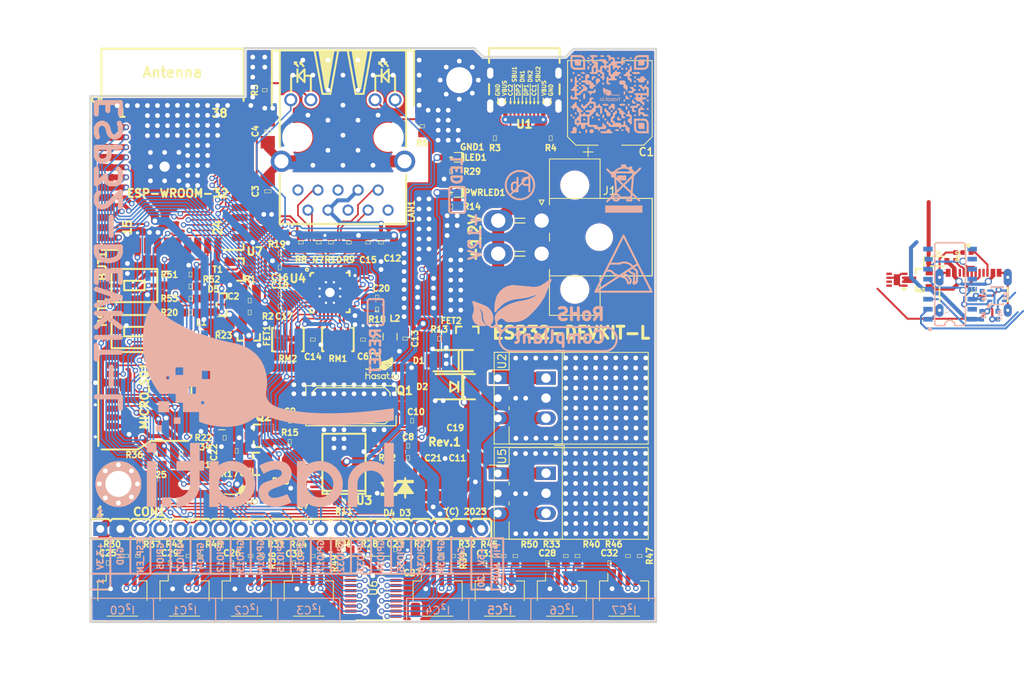
<source format=kicad_pcb>
(kicad_pcb (version 20211014) (generator pcbnew)
  (title_block (title "ESP32-DEVKIT-L") (date "2023") (rev "1") (company "Hasat.io"))
  (layers (0 "F.Cu" mixed) (31 "B.Cu" mixed) (34 "B.Paste" user) (35 "F.Paste" user) (36 "B.SilkS" user "B.Silkscreen") (37 "F.SilkS" user "F.Silkscreen") (38 "B.Mask" user) (39 "F.Mask" user) (44 "Edge.Cuts" user))
  (net 0 "")
  (net 1 "GND")
  (net 2 "Net-(BUT1-Pad2)")
  (net 3 "+3V3")
  (net 4 "/ESP_EN")
  (net 5 "/PHYAD0")
  (net 6 "/PHYAD1")
  (net 7 "/PHYAD2")
  (net 8 "/RMIISEL")
  (net 9 "/VDD1A-2A")
  (net 10 "/VDDCR")
  (net 11 "Net-(MICRO_SD1-Pad5)")
  (net 12 "Net-(LAN1-PadAG1)")
  (net 13 "Net-(LAN1-PadKY1)")
  (net 15 "Net-(LAN1-Pad1)")
  (net 16 "/+5V_USB")
  (net 17 "Net-(LAN1-Pad2)")
  (net 18 "Net-(LAN1-Pad7)")
  (net 19 "Net-(LAN1-Pad8)")
  (net 20 "Net-(LAN1-PadAY1)")
  (net 21 "Net-(LAN1-PadKG1)")
  (net 22 "Net-(PWRLED1-Pad1)")
  (net 23 "Net-(MICRO_SD1-Pad7)")
  (net 24 "/D_Com")
  (net 25 "/GPI35")
  (net 26 "+5V_EXT")
  (net 27 "/GPIO16")
  (net 28 "/GPI39")
  (net 29 "/GPI36")
  (net 30 "/GPIO32")
  (net 31 "Net-(LED1-Pad1)")
  (net 32 "+3.3VLAN")
  (net 33 "/GPIO0")
  (net 34 "Net-(MICRO_SD1-Pad2)")
  (net 35 "/GPI34\\BUT1")
  (net 36 "Net-(MICRO_SD1-Pad8)")
  (net 37 "Net-(MICRO_SD1-Pad1)")
  (net 38 "/GPIO5\\PHY_PWR")
  (net 39 "/GPIO3\\U0RXD")
  (net 40 "/GPIO2\\HS2_DATA0")
  (net 41 "/GPIO4\\HS2_DATA1")
  (net 42 "/GPIO1\\U0TXD")
  (net 43 "/GPIO26\\EMAC_RXD1(RMII)")
  (net 44 "/GPIO25\\EMAC_RXD0(RMII)")
  (net 45 "/GPIO27\\EMAC_RX_CRS_DV")
  (net 46 "/GPIO18\\MDIO(RMII)")
  (net 47 "/GPIO14\\HS2_CLK")
  (net 48 "/GPIO15\\HS2_CMD")
  (net 49 "/GPIO12\\HS2_DATA2")
  (net 50 "/GPIO13\\HS2_DATA3")
  (net 51 "/GPIO33\\LED")
  (net 52 "/GPIO22\\EMAC_TXD1(RMII)")
  (net 53 "/GPIO19\\EMAC_TXD0(RMII)")
  (net 54 "/GPIO21\\EMAC_TX_EN(RMII)")
  (net 55 "/GPIO23\\MDC(RMII)")
  (net 56 "/GPIO17\\EMAC_CLK_OUT_180")
  (net 57 "Net-(C8-Pad1)")
  (net 58 "Net-(C9-Pad1)")
  (net 59 "Net-(Q2-Pad1)")
  (net 60 "Net-(Q2-Pad2)")
  (net 61 "Net-(Q3-Pad1)")
  (net 62 "Net-(Q3-Pad2)")
  (net 63 "Net-(Q3-Pad3)")
  (net 64 "Net-(R1-Pad2)")
  (net 65 "Net-(R3-Pad2)")
  (net 66 "Net-(R4-Pad2)")
  (net 67 "Net-(I²C1-Pad3)")
  (net 68 "Net-(I²C1-Pad4)")
  (net 69 "Net-(I²C2-Pad3)")
  (net 70 "Net-(I²C2-Pad4)")
  (net 71 "Net-(I²C3-Pad3)")
  (net 72 "Net-(I²C3-Pad4)")
  (net 73 "Net-(I²C4-Pad3)")
  (net 74 "Net-(I²C4-Pad4)")
  (net 75 "Net-(I²C5-Pad3)")
  (net 76 "Net-(I²C5-Pad4)")
  (net 77 "Net-(I²C6-Pad3)")
  (net 78 "Net-(I²C6-Pad4)")
  (net 79 "Net-(C2-Pad2)")
  (net 80 "Net-(C3-Pad1)")
  (net 81 "Net-(C10-Pad1)")
  (net 82 "Net-(C20-Pad2)")
  (net 83 "Net-(C24-Pad1)")
  (net 84 "Net-(I²C7-Pad3)")
  (net 85 "Net-(I²C7-Pad4)")
  (net 86 "Net-(R19-Pad1)")
  (net 87 "Net-(R27-Pad2)")
  (net 88 "Net-(U1-PadA6)")
  (net 89 "Net-(U1-PadA7)")
  (net 95 "unconnected-(U3-Pad20)")
  (net 104 "+5V")
  (net 105 "Net-(C1-Pad1)")
  (net 106 "Net-(D3-Pad1)")
  (net 107 "Net-(D4-Pad2)")
  (net 114 "Net-(I²C0-Pad3)")
  (net 115 "Net-(I²C0-Pad4)")
  (footprint "OLIMEX_Other-FP:Mounting_hole_Shield_3.3mm" (layer "F.Cu") (at 73.152 122.301)
    (fp_text reference "MH2" hide)
    (fp_text value "Mounting_hole_Shield_3.3mm" hide)
  )
  (footprint "Capacitors:0603" (layer "F.Cu") (at 105.664 104.013 90)
    (fp_text reference "C5")
    (fp_text value "22uF/6.3V/20%/X5R/C0603")
  )
  (footprint "Capacitors:0603" (layer "F.Cu") (at 104.14 104.013 90)
    (fp_text reference "C6")
    (fp_text value "22uF/6.3V/20%/X5R/C0603")
  )
  (footprint "Capacitors:0805" (layer "F.Cu") (at 86.233 112.649)
    (fp_text reference "C24")
    (fp_text value "47uF/6.3V/20%/X5R/C0805")
  )
  (footprint "Capacitors:0603" (layer "F.Cu") (at 106.426 91.694 -90)
    (fp_text reference "C12")
    (fp_text value "100nF/50V/20%/Y5V/C0603")
  )
  (footprint "Capacitors:0603" (layer "F.Cu") (at 109.474 103.886 -90)
    (fp_text reference "C13")
    (fp_text value "22uF/6.3V/20%/X5R/C0603")
  )
  (footprint "Capacitors:0603" (layer "F.Cu") (at 97.79 104.013 -90)
    (fp_text reference "C14")
    (fp_text value "100nF/50V/20%/Y5V/C0603")
  )
  (footprint "Capacitors:0603" (layer "F.Cu") (at 104.775 91.694 -90)
    (fp_text reference "C15")
    (fp_text value "100nF/50V/20%/Y5V/C0603")
  )
  (footprint "Capacitors:0603" (layer "F.Cu") (at 93.599 94.869 180)
    (fp_text reference "C16")
    (fp_text value "100nF/50V/20%/Y5V/C0603")
  )
  (footprint "Capacitors:0603" (layer "F.Cu") (at 93.599 99.822 180)
    (fp_text reference "C17")
    (fp_text value "2.2uF/6.3V/10%/X5R/C0603")
  )
  (footprint "Capacitors:0603" (layer "F.Cu") (at 93.599 98.298 180)
    (fp_text reference "C18")
    (fp_text value "100nF/50V/20%/Y5V/C0603")
  )
  (footprint "Capacitors:0603" (layer "F.Cu") (at 105.918 98.679 180)
    (fp_text reference "C20")
    (fp_text value "NA(10uF/6.3V/20%/X5R/C0603)")
  )
  (footprint "OLIMEX_RLC-FP:L_0805_5MIL_DWS" (layer "F.Cu") (at 107.569 103.632 90)
    (fp_text reference "L2")
    (fp_text value "FB0805/600R/2A")
  )
  (footprint "OLIMEX_RLC-FP:L_0805_5MIL_DWS" (layer "F.Cu") (at 86.233 114.554 180)
    (fp_text reference "L3")
    (fp_text value "FB0805/600R/2A")
  )
  (footprint "OLIMEX_LEDs-FP:LED_0603_KA" (layer "F.Cu") (at 115.2995 85.37 180)
    (fp_text reference "PWRLED1")
    (fp_text value "LED/RED/0603")
  )
  (footprint "Resistors:0603" (layer "F.Cu") (at 82.296 95.758)
    (fp_text reference "R51")
    (fp_text value "220R/R0603")
  )
  (footprint "Resistors:0603" (layer "F.Cu") (at 91.694 72.39 90)
    (fp_text reference "R5")
    (fp_text value "330R/R0603")
  )
  (footprint "Resistors:0603" (layer "F.Cu") (at 111.633 76.962 -90)
    (fp_text reference "R6")
    (fp_text value "330R/R0603")
  )
  (footprint "Resistors:0603" (layer "F.Cu") (at 98.552 91.694 -90)
    (fp_text reference "R7")
    (fp_text value "49.9R/1%/R0603")
  )
  (footprint "Resistors:0603" (layer "F.Cu") (at 96.266 91.694 -90)
    (fp_text reference "R8")
    (fp_text value "49.9R/1%/R0603")
  )
  (footprint "Resistors:0603" (layer "F.Cu") (at 102.362 91.694 -90)
    (fp_text reference "R9")
    (fp_text value "49.9R/1%/R0603")
  )
  (footprint "Resistors:0603" (layer "F.Cu") (at 100.076 91.694 -90)
    (fp_text reference "R10")
    (fp_text value "49.9R/1%/R0603")
  )
  (footprint "Resistors:0603" (layer "F.Cu") (at 101.727 124.5235)
    (fp_text reference "R11")
    (fp_text value "10k/R0603")
  )
  (footprint "Resistors:0603" (layer "F.Cu") (at 105.918 100.2)
    (fp_text reference "R18")
    (fp_text value "10k/R0603")
  )
  (footprint "Resistors:0603" (layer "F.Cu") (at 93.599 93.091 180)
    (fp_text reference "R19")
    (fp_text value "12.1k/1%/R0603")
  )
  (footprint "Resistors:0603" (layer "F.Cu") (at 109.855 118.999)
    (fp_text reference "R12")
    (fp_text value "10k/R0603")
  )
  (footprint "Resistors:0603" (layer "F.Cu") (at 94.869 116.967 180)
    (fp_text reference "R15")
    (fp_text value "1k/R0603")
  )
  (footprint "OLIMEX_RLC-FP:R_MATRIX_4" (layer "F.Cu") (at 94.615 104.013)
    (fp_text reference "RM2")
    (fp_text value "RA1206_(4X0603)_4B8_2.2k")
  )
  (footprint "OLIMEX_RLC-FP:R_MATRIX_4" (layer "F.Cu") (at 100.965 104.013 180)
    (fp_text reference "RM1")
    (fp_text value "RA1206_(4X0603)_4B8_2.2k")
  )
  (footprint "OLIMEX_Cases-FP:ESP-WROOM-32_MODULE" (layer "F.Cu") (at 80.01 79.883)
    (fp_text reference "U7")
    (fp_text value "ESP32-WROOM-32D-4MB")
  )
  (footprint "OLIMEX_IC-FP:QFN32_EP(33)_5.00x5.00x0.90mm_Pitch_0.50mm" (layer "F.Cu") (at 99.949 98.044 -90)
    (fp_text reference "U4")
    (fp_text value "LAN8710A-EZC(QFN32)")
  )
  (footprint "OLIMEX_Connectors-FP:TFC-WXCP11-08-LF" (layer "F.Cu") (at 76.327 111.125 180)
    (fp_text reference "MICRO_SD1")
    (fp_text value "TFC-WXCP11-08-LF")
  )
  (footprint "Resistors:0603" (layer "F.Cu") (at 86.233 110.871 180)
    (fp_text reference "R41")
    (fp_text value "10R/R0603")
  )
  (footprint "OLIMEX_Buttons-FP:T1107A(6x3,8x2,5MM)" (layer "F.Cu") (at 75.184 97.155 180)
    (fp_text reference "BUT1")
    (fp_text value "T1107A(6x3,8x2,5MM)")
  )
  (footprint "OLIMEX_Buttons-FP:T1107A(6x3,8x2,5MM)" (layer "F.Cu") (at 75.184 102.997 180)
    (fp_text reference "RST1")
    (fp_text value "T1107A(6x3,8x2,5MM)")
  )
  (footprint "OLIMEX_Connectors-FP:RJLBC-060TC1" (layer "F.Cu") (at 101.6 78.359 180)
    (fp_text reference "LAN1")
    (fp_text value "RJLD-060TC1(LPJ4013EDNL)")
  )
  (footprint "Capacitors:1206" (layer "F.Cu") (at 92.075 85.217 -90)
    (fp_text reference "C3")
    (fp_text value "1nF/2000V/10%/X7R/C1206")
  )
  (footprint "Capacitors:1206" (layer "F.Cu") (at 92.075 77.597 90)
    (fp_text reference "C4")
    (fp_text value "NA(1nF/2000V/10%/X7R/C1206)")
  )
  (footprint "Resistors:0603" (layer "F.Cu") (at 115.2995 87.148 180)
    (fp_text reference "R14")
    (fp_text value "2.2k/R0603")
  )
  (footprint "Capacitors:0603" (layer "F.Cu") (at 94.869 114.3 180)
    (fp_text reference "C9")
    (fp_text value "27pF/50V/5%/C0G/C0603")
  )
  (footprint "Capacitors:0603" (layer "F.Cu") (at 110.363 114.3)
    (fp_text reference "C10")
    (fp_text value "27pF/50V/5%/C0G/C0603")
  )
  (footprint "Capacitors:0603" (layer "F.Cu") (at 96.55 122.875 -90)
    (fp_text reference "C7")
    (fp_text value "22uF/6.3V/20%/X5R/C0603")
  )
  (footprint "Capacitors:0603" (layer "F.Cu") (at 109.855 117.475)
    (fp_text reference "C8")
    (fp_text value "100nF/50V/20%/Y5V/C0603")
  )
  (footprint "OLIMEX_Diodes-FP:SMA-KA" (layer "F.Cu") (at 115.57 106.68 180)
    (fp_text reference "D1")
    (fp_text value "1N5822/SS34/SMA")
  )
  (footprint "OLIMEX_Transistors-FP:SOT23" (layer "F.Cu") (at 117.348 102.997 -90)
    (fp_text reference "FET2")
    (fp_text value "WPM2015-3/TR")
  )
  (footprint "OLIMEX_Crystal-FP:Q_49U3HMS" (layer "F.Cu") (at 102.616 112.395)
    (fp_text reference "Q1")
    (fp_text value "Q12MHz/20pF/30ppm/2P/HC-49SM(SMD)")
  )
  (footprint "OLIMEX_Transistors-FP:SOT23" (layer "F.Cu") (at 90.932 116.205)
    (fp_text reference "Q2")
    (fp_text value "BC817-40(SOT23)")
  )
  (footprint "Resistors:0603" (layer "F.Cu") (at 113.792 103.886 180)
    (fp_text reference "R13")
    (fp_text value "1M/R0603")
  )
  (footprint "Resistors:0603" (layer "F.Cu") (at 91.91 123.09336 90)
    (fp_text reference "R16")
    (fp_text value "1k/R0603")
  )
  (footprint "Resistors:0603" (layer "F.Cu") (at 82.296 97.282 180)
    (fp_text reference "R52")
    (fp_text value "10k/R0603")
  )
  (footprint "Resistors:0603" (layer "F.Cu") (at 82.296 98.806)
    (fp_text reference "R53")
    (fp_text value "NA/R0603")
  )
  (footprint "OLIMEX_IC-FP:SSOP-20W" (layer "F.Cu") (at 101.727 119.761 90)
    (fp_text reference "U3")
    (fp_text value "CH340T(SSOP20W)")
  )
  (footprint "OLIMEX_Other-FP:Mounting_hole_Shield_3.3mm" (layer "F.Cu") (at 116.332 71.12)
    (fp_text reference "MH1" hide)
    (fp_text value "Mounting_hole_Shield_3.3mm" hide)
  )
  (footprint "OLIMEX_Connectors-FP:HN1x20" (layer "F.Cu") (at 94.996 128.016)
    (fp_text reference "CON1")
    (fp_text value "NA(NH1x20)")
  )
  (footprint "OLIMEX_LEDs-FP:LED_0603_KA" (layer "F.Cu") (at 115.2995 80.925 180)
    (fp_text reference "LED1")
    (fp_text value "LED/GREEN/0603")
  )
  (footprint "Resistors:0603" (layer "F.Cu") (at 115.2995 82.703)
    (fp_text reference "R29")
    (fp_text value "2.2k/R0603")
  )
  (footprint "Resistors:0603" (layer "F.Cu") (at 81.1 119.885 180)
    (fp_text reference "R21")
    (fp_text value "2.2k/R0603")
  )
  (footprint "Resistors:0603" (layer "F.Cu") (at 86.487 104.648 180)
    (fp_text reference "R23")
    (fp_text value "2.2k/R0603")
  )
  (footprint "OLIMEX_Diodes-FP:DO214AA_1(K)-2(A)" (layer "F.Cu") (at 115.824 109.982 180)
    (fp_text reference "D2")
    (fp_text value "SMBJ6.0A(DO-214AA)")
  )
  (footprint "OLIMEX_Transistors-FP:SOT23" (layer "F.Cu") (at 89.662 103.505 90)
    (fp_text reference "FET1")
    (fp_text value "WPM2015-3/TR")
  )
  (footprint "Resistors:0603" (layer "F.Cu") (at 89.789 97.536 180)
    (fp_text reference "R1")
    (fp_text value "1k/R0603")
  )
  (footprint "OLIMEX_RLC-FP:L_0805_5MIL_DWS" (layer "F.Cu") (at 86.106 101.981)
    (fp_text reference "L1")
    (fp_text value "FB0805/600R/2A")
  )
  (footprint "Resistors:0603" (layer "F.Cu") (at 89.788999 100.584)
    (fp_text reference "R2")
    (fp_text value "10k/R0603")
  )
  (footprint "OLIMEX_Transistors-FP:SOT23" (layer "F.Cu") (at 88.392 95.123 180)
    (fp_text reference "T1")
    (fp_text value "DTC114YKA")
  )
  (footprint "Capacitors:0603" (layer "F.Cu") (at 89.788999 99.06)
    (fp_text reference "C2")
    (fp_text value "22uF/6.3V/20%/X5R/C0603")
  )
  (footprint "Resistors:0603" (layer "F.Cu") (at 77.851 118.364 180)
    (fp_text reference "R36")
    (fp_text value "NA/R0603")
  )
  (footprint "Resistors:0603" (layer "F.Cu") (at 86.487 106.172 180)
    (fp_text reference "R24")
    (fp_text value "2.2k/R0603")
  )
  (footprint "OLIMEX_Diodes-FP:SOT23-3" (layer "F.Cu") (at 86.233 99.568 180)
    (fp_text reference "D5")
    (fp_text value "BAT54C(SOT23-3)")
  )
  (footprint "OLIMEX_Diodes-FP:SOD-123_1C-2A_KA" (layer "F.Cu") (at 107.442 122.809 90)
    (fp_text reference "D4")
    (fp_text value "1N5819S4/SOD123")
  )
  (footprint "OLIMEX_Diodes-FP:SOD-123_1C-2A_KA" (layer "F.Cu") (at 109.474 122.809 -90)
    (fp_text reference "D3")
    (fp_text value "1N5819S4/SOD123")
  )
  (footprint "OLIMEX_Other-FP:Fiducial1x3" (layer "F.Cu") (at 117.425 75.875)
    (fp_text reference "FID3" hide)
    (fp_text value "Fiducial" hide)
  )
  (footprint "Resistors:0603" (layer "F.Cu") (at 86.487 107.95)
    (fp_text reference "R35")
    (fp_text value "NA/R0603")
  )
  (footprint "Resistors:0603" (layer "F.Cu") (at 81.1 118.361 180)
    (fp_text reference "R34")
    (fp_text value "NA/R0603")
  )
  (footprint "Resistors:0603" (layer "F.Cu") (at 77.851 119.888 180)
    (fp_text reference "R25")
    (fp_text value "2.2k/R0603")
  )
  (footprint "Capacitors:0603" (layer "F.Cu") (at 88.138 118.11 180)
    (fp_text reference "C22")
    (fp_text value "1uF/C0603")
  )
  (footprint "Resistors:0603" (layer "F.Cu") (at 86.614 116.459 180)
    (fp_text reference "R22")
    (fp_text value "10k/R0603")
  )
  (footprint "OLIMEX_Transistors-FP:SOT23" (layer "F.Cu") (at 90.805 119.761)
    (fp_text reference "Q3")
    (fp_text value "BC817-40(SOT23)")
  )
  (footprint "Resistors:0603" (layer "F.Cu") (at 87.249 119.761 180)
    (fp_text reference "R17")
    (fp_text value "220R/R0603")
  )
  (footprint "Resistors:0603" (layer "F.Cu") (at 82.296 100.584 180)
    (fp_text reference "R20")
    (fp_text value "10k/R0603")
  )
  (footprint "Resistors:0603" (layer "F.Cu") (at 82.296 103.886 180)
    (fp_text reference "R42")
    (fp_text value "220R/R0603")
  )
  (footprint "Resistors:0603" (layer "F.Cu") (at 97.77 131.438279 -90)
    (fp_text reference "R44")
    (fp_text value "4.7k/R0603")
  )
  (footprint "Capacitors:0603" (layer "F.Cu") (at 108.225 130.60582 180)
    (fp_text reference "C23")
    (fp_text value "100nF/6.3V/20%/X5R/C0603")
  )
  (footprint "Capacitors:0603" (layer "F.Cu") (at 87.54 132.345)
    (fp_text reference "C26")
    (fp_text value "1uF/6.3V/20%/X5R/C0603")
  )
  (footprint "SparkFun ESP32 Thing Plus C:DFN-8" (layer "F.Cu") (at 171.77511 96.424055 90)
    (fp_text reference "U4")
    (fp_text value "MAX17048")
  )
  (footprint "Connector_JST:JST_SH_SM04B-SRSS-TB_1x04-1MP_P1.00mm_Horizontal" (layer "F.Cu") (at 81.53 136.385)
    (fp_text reference "I²C1")
    (fp_text value "Conn_01x04_P1.00mm_Stemma qt/Qwiic")
  )
  (footprint "Capacitors:0603" (layer "F.Cu") (at 135.35156 132.35)
    (fp_text reference "C32")
    (fp_text value "1uF/6.3V/20%/X5R/C0603")
  )
  (footprint "Capacitors:1210" (layer "F.Cu") (at 115.825 113.425 180)
    (fp_text reference "C19")
    (fp_text value "330uF/6.3V/20%/X5R/C1210")
  )
  (footprint "Resistors:0603" (layer "F.Cu") (at 74.16 131.43664 -90)
    (fp_text reference "R30")
    (fp_text value "4.7k/R0603")
  )
  (footprint "Connector_JST:JST_SH_SM04B-SRSS-TB_1x04-1MP_P1.00mm_Horizontal" (layer "F.Cu") (at 73.66 136.385)
    (fp_text reference "I²C0")
    (fp_text value "Conn_01x04_P1.00mm_Stemma qt/Qwiic")
  )
  (footprint "" (layer "F.Cu") (at 95.9 85.05)
    (fp_text reference "")
    (fp_text value "")
  )
  (footprint "Converter_DCDC:Converter_DCDC_RECOM_R-78HB-0.5L_THT" (layer "F.Cu") (at 121.21 108.9 -90)
    (fp_text reference "U2")
    (fp_text value "Converter_DCDC_RECOM_R-78HB-0.5L_THT")
  )
  (footprint "Capacitors:0603" (layer "F.Cu") (at 71.81 132.345)
    (fp_text reference "C25")
    (fp_text value "1uF/6.3V/20%/X5R/C0603")
  )
  (footprint "Connector_JST:JST_SH_SM04B-SRSS-TB_1x04-1MP_P1.00mm_Horizontal" (layer "F.Cu") (at 121.46 136.390885)
    (fp_text reference "I²C5")
    (fp_text value "Conn_01x04_P1.00mm_Stemma qt/Qwiic")
  )
  (footprint "Connector_JST:JST_SH_SM04B-SRSS-TB_1x04-1MP_P1.00mm_Horizontal" (layer "F.Cu") (at 129.33 136.389888)
    (fp_text reference "I²C6")
    (fp_text value "Conn_01x04_P1.00mm_Stemma qt/Qwiic")
  )
  (footprint "Resistors:0603" (layer "F.Cu") (at 91.375 131.437351 -90)
    (fp_text reference "R38")
    (fp_text value "4.7k/R0603")
  )
  (footprint "Connector_JST:JST_SH_SM04B-SRSS-TB_1x04-1MP_P1.00mm_Horizontal" (layer "F.Cu") (at 97.27 136.388279)
    (fp_text reference "I²C3")
    (fp_text value "Conn_01x04_P1.00mm_Stemma qt/Qwiic")
  )
  (footprint "Resistors:0603" (layer "F.Cu") (at 123.435 131.440885 -90)
    (fp_text reference "R50")
    (fp_text value "4.7k/R0603")
  )
  (footprint "Converter_DCDC:Converter_DCDC_RECOM_R-78HB-0.5L_THT" (layer "F.Cu") (at 121.21 120.975 -90)
    (fp_text reference "U5")
    (fp_text value "K7803-2000R3L")
  )
  (footprint "Resistors:0603" (layer "F.Cu") (at 120.85 78.475)
    (fp_text reference "R3")
    (fp_text value "5.1k/R0603")
  )
  (footprint "Capacitors:0603" (layer "F.Cu") (at 127.48084 132.349888)
    (fp_text reference "C28")
    (fp_text value "1uF/6.3V/20%/X5R/C0603")
  )
  (footprint "Converter_DCDC:Converter_DCDC_RECOM_R-78B-2.0_THT" (layer "F.Cu") (at 127.325 120.95 -90)
    (fp_text reference "REF**" hide)
    (fp_text value "Converter_DCDC_RECOM_R-78B-2.0_THT")
  )
  (footprint "Resistors:0603" (layer "F.Cu") (at 121.96 131.444165 -90)
    (fp_text reference "R45")
    (fp_text value "4.7k/R0603")
  )
  (footprint "SparkFun ESP32 Thing Plus C:SOD-323" (layer "F.Cu") (at 176.94511 94.0811)
    (fp_text reference "D4")
    (fp_text value "3A/10V/280mV")
  )
  (footprint "Resistors:0603" (layer "F.Cu") (at 129.83 131.439888 -90)
    (fp_text reference "R33")
    (fp_text value "4.7k/R0603")
  )
  (footprint "Converter_DCDC:Converter_DCDC_RECOM_R-78B-2.0_THT" (layer "F.Cu") (at 127.3175 108.89 -90)
    (fp_text reference "REF**" hide)
    (fp_text value "Converter_DCDC_RECOM_R-78B-2.0_THT")
  )
  (footprint "Resistors:0603" (layer "F.Cu") (at 75.635 131.435 -90)
    (fp_text reference "R37")
    (fp_text value "4.7k/R0603")
  )
  (footprint "Resistors:0603" (layer "F.Cu") (at 104.945 130.605 180)
    (fp_text reference "R28")
    (fp_text value "4.7k/R0603" hide)
  )
  (footprint "Resistors:0603" (layer "F.Cu") (at 99.245 131.438279 -90)
    (fp_text reference "R49")
    (fp_text value "4.7k/R0603")
  )
  (footprint "Capacitors:0603" (layer "F.Cu") (at 119.60916 132.350885)
    (fp_text reference "C31")
    (fp_text value "1uF/6.3V/20%/X5R/C0603")
  )
  (footprint "Connector_JST:JST_SH_SM04B-SRSS-TB_1x04-1MP_P1.00mm_Horizontal" (layer "F.Cu") (at 113.59 136.391107)
    (fp_text reference "I²C4")
    (fp_text value "Conn_01x04_P1.00mm_Stemma qt/Qwiic")
  )
  (footprint "Resistors:0603" (layer "F.Cu") (at 137.70072 131.43672 -90)
    (fp_text reference "R46")
    (fp_text value "4.7k/R0603")
  )
  (footprint "Connector_Molex:Molex_Mini-Fit_Jr_5569-04A2_2x02_P4.20mm_Horizontal" (layer "F.Cu") (at 126.765 88.925 -90)
    (fp_text reference "REF**" hide)
    (fp_text value "Molex_Mini-Fit_Jr_5569-04A2_2x02_P4.20mm_Horizontal")
  )
  (footprint "SparkFun ESP32 Thing Plus C:SOT23-3" (layer "F.Cu") (at 174.86511 96.4211 90)
    (fp_text reference "Q3")
    (fp_text value "20V/4.2A/52mΩ/1.4W")
  )
  (footprint "SparkFun ESP32 Thing Plus C:USB-C-16P-2LAYER-PADS" (layer "F.Cu") (at 181.49511 95.203)
    (fp_text reference "J1")
    (fp_text value "USB_C_2-LAYER_PADS")
  )
  (footprint "Resistors:0603" (layer "F.Cu") (at 127.925 78.475)
    (fp_text reference "R4")
    (fp_text value "5.1k/R0603")
  )
  (footprint "Package_SO:TSSOP-24_4.4x7.8mm_P0.65mm" (layer "F.Cu") (at 105.45 135.51)
    (fp_text reference "U6")
    (fp_text value "TCA9548APWR")
  )
  (footprint "Hasat.io:Hasatio_logo_mini" (layer "F.Cu") (at 106.58 107.585)
    (fp_text reference "G***")
    (fp_text value "LOGO" hide)
  )
  (footprint "Capacitors:0603" (layer "F.Cu") (at 79.68 132.345)
    (fp_text reference "C29")
    (fp_text value "1uF/6.3V/20%/X5R/C0603")
  )
  (footprint "Resistors:0603" (layer "F.Cu") (at 83.505 131.435 -90)
    (fp_text reference "R48")
    (fp_text value "4.7k/R0603")
  )
  (footprint "Resistors:0603" (layer "F.Cu") (at 111.7 130.845 180)
    (fp_text reference "R27")
    (fp_text value "10k/R0603")
  )
  (footprint "Resistors:0603" (layer "F.Cu") (at 115.565 131.441107 -90)
    (fp_text reference "R39")
    (fp_text value "4.7k/R0603")
  )
  (footprint "Resistors:0603" (layer "F.Cu") (at 89.9 131.437351 -90)
    (fp_text reference "R31")
    (fp_text value "4.7k/R0603")
  )
  (footprint "Capacitors:0603" (layer "F.Cu") (at 95.42084 132.348279)
    (fp_text reference "C30")
    (fp_text value "1uF/6.3V/20%/X5R/C0603")
  )
  (footprint "Connector_JST:JST_SH_SM04B-SRSS-TB_1x04-1MP_P1.00mm_Horizontal" (layer "F.Cu") (at 137.21 136.39)
    (fp_text reference "I²C7")
    (fp_text value "Conn_01x04_P1.00mm_Stemma qt/Qwiic")
  )
  (footprint "Capacitors:0603" (layer "F.Cu") (at 111.74084 132.351107)
    (fp_text reference "C27")
    (fp_text value "1uF/6.3V/20%/X5R/C0603")
  )
  (footprint "SparkFun ESP32 Thing Plus C:0402-TIGHT" (layer "F.Cu") (at 179.21511 93.4711 -90)
    (fp_text reference "R10")
    (fp_text value "5.1k")
  )
  (footprint "SparkFun ESP32 Thing Plus C:0402-TIGHT" (layer "F.Cu") (at 180.65511 92.9711)
    (fp_text reference "R9")
    (fp_text value "5.1k")
  )
  (footprint "Connector_USB:USB2.0_TYPE-C(A40-00119-A52-12)" (layer "F.Cu") (at 124.575 71.375 90)
    (fp_text reference "U1")
    (fp_text value "USB-C-16P-F(A40-00119-A52-12)")
  )
  (footprint "Resistors:0603" (layer "F.Cu") (at 139.17572 131.44 -90)
    (fp_text reference "R47")
    (fp_text value "4.7k/R0603")
  )
  (footprint "OLIMEX_Other-FP:TESTPAD_40-ROUND" (layer "F.Cu") (at 118.825 78.475)
    (fp_text reference "GND1")
    (fp_text value "TESTPAD" hide)
  )
  (footprint "Resistors:0603" (layer "F.Cu") (at 82.03 131.43664 -90)
    (fp_text reference "R43")
    (fp_text value "4.7k/R0603")
  )
  (footprint "Capacitors:1210" (layer "F.Cu") (at 116.075 122.0974 90)
    (fp_text reference "C11")
    (fp_text value "330uF/6.3V/20%/X5R/C1210")
  )
  (footprint "" (layer "F.Cu") (at 107.315 87.6)
    (fp_text reference "")
    (fp_text value "")
  )
  (footprint "Resistors:0603" (layer "F.Cu") (at 101.67 130.605)
    (fp_text reference "R26")
    (fp_text value "4.7k/R0603" hide)
  )
  (footprint "Resistors:0603" (layer "F.Cu") (at 131.305 131.439888 -90)
    (fp_text reference "R40")
    (fp_text value "4.7k/R0603")
  )
  (footprint "Resistors:0603" (layer "F.Cu") (at 114.09 131.442747 -90)
    (fp_text reference "R32")
    (fp_text value "4.7k/R0603")
  )
  (footprint "Connector_JST:JST_SH_SM04B-SRSS-TB_1x04-1MP_P1.00mm_Horizontal" (layer "F.Cu") (at 89.4 136.387351)
    (fp_text reference "I²C2")
    (fp_text value "Conn_01x04_P1.00mm_Stemma qt/Qwiic")
  )
  (footprint "Hasat.io:Hasatio_logo_mini" (layer "F.Cu") (at 88.71 123.415)
    (fp_text reference "G***")
    (fp_text value "LOGO" hide)
  )
  (footprint "Capacitor_SMD:CP_Elec_10x10.5" (layer "F.Cu") (at 135.41 74.005 90)
    (fp_text reference "C1")
    (fp_text value "220uF/50V/10*10mm")
  )
  (footprint "Connector_Molex:Molex_Mini-Fit_Jr_5569-04A1_2x02_P4.20mm_Horizontal" (layer "F.Cu") (at 126.765 88.925 -90)
    (fp_text reference "J1")
    (fp_text value "Conn_02x02_P4.20mm_Molex_Horizontal")
  )
  (footprint "Capacitors:1210" (layer "F.Cu") (at 113.025 122.0974 90)
    (fp_text reference "C21")
    (fp_text value "330uF/6.3V/20%/X5R/C1210")
  )
  (footprint "OLIMEX_LOGOs-FP:LOGO_ANTISTATIC_1" (layer "B.Cu") (at 140.692 97.9395 180)
    (fp_text reference "Sign-Antistatic" hide)
    (fp_text value "Val**" hide)
  )
  (footprint "OLIMEX_LOGOs-FP:LOGO_PBFREE" (layer "B.Cu") (at 124.2232 84.11004)
    (fp_text reference "Sign_Pb-Free")
    (fp_text value "")
  )
  (footprint "OLIMEX_LOGOs-FP:LOGO_RECYCLEBIN_1" (layer "B.Cu") (at 139.51 87.898 180)
    (fp_text reference "Sign-RecyclBin" hide)
    (fp_text value "" hide)
  )
  (footprint "OLIMEX_LOGOs-FP:LOGO_ROHS_1" (layer "B.Cu") (at 135.26 104.8385 180)
    (fp_text reference "Sign_RoHS" hide)
    (fp_text value "Val**" hide)
  )
  (footprint "SparkFun ESP32 Thing Plus C:0402-TIGHT" (layer "B.Cu") (at 182.55511 98.3861 90)
    (fp_text reference "R18")
    (fp_text value "10k")
  )
  (footprint "SparkFun ESP32 Thing Plus C:SO016" (layer "B.Cu") (at 178.50511 96.983178 90)
    (fp_text reference "U7")
    (fp_text value "CH340C")
  )
  (footprint "Hasat.io:Hasatio" (layer "B.Cu") (at 88.74 112.145 180)
    (fp_text reference "G***")
    (fp_text value "LOGO" hide)
  )
  (footprint "SparkFun ESP32 Thing Plus C:0402-TIGHT" (layer "B.Cu") (at 182.51511 100.9261 90)
    (fp_text reference "R2")
    (fp_text value "10k")
  )
  (footprint "SparkFun ESP32 Thing Plus C:0402-TIGHT" (layer "B.Cu") (at 184.55511 100.9211 90)
    (fp_text reference "R17")
    (fp_text value "10k")
  )
  (footprint "OLIMEX_Jumpers-FP:SJ" (layer "B.Cu") (at 105.735488 100.5235 90)
    (fp_text reference "RESET")
    (fp_text value "Opened")
  )
  (footprint "OLIMEX_Jumpers-FP:SJ" (layer "B.Cu") (at 116.075 86.3 90)
    (fp_text reference "LED")
    (fp_text value "Closed")
  )
  (footprint "Hasat.io:esp-devkit-l" (layer "B.Cu") (at 135.38 72.895 180)
    (fp_text reference "G***" hide)
    (fp_text value "LOGO" hide)
  )
  (footprint "SparkFun ESP32 Thing Plus C:SC70-6" (layer "B.Cu") (at 184.46511 98.4461 90)
    (fp_text reference "Q2")
    (fp_text value "MBT3904DW1T1")
  )
  (gr_line (start 121.9005 129.195) (end 69.59 129.195) (layer "B.SilkS") (width 0.254))
  (gr_line (start 79.75 129.195) (end 79.75 133.695) (layer "B.SilkS") (width 0.254))
  (gr_line (start 69.73 139.715) (end 101.21 139.715) (layer "B.SilkS") (width 0.15))
  (gr_line (start 100.07 129.195) (end 100.07 133.695) (layer "B.SilkS") (width 0.254))
  (gr_line (start 117.53 136.815) (end 117.53 139.725) (layer "B.SilkS") (width 0.15))
  (gr_line (start 109.66 136.815) (end 109.66 139.725) (layer "B.SilkS") (width 0.15))
  (gr_line (start 107.69 129.195) (end 107.69 133.695) (layer "B.SilkS") (width 0.254))
  (gr_line (start 69.59 135.695) (end 69.59 129.195) (layer "B.SilkS") (width 0.254))
  (gr_line (start 92.45 129.195) (end 92.45 133.695) (layer "B.SilkS") (width 0.254))
  (gr_line (start 141.14 136.815) (end 141.14 139.725) (layer "B.SilkS") (width 0.15))
  (gr_line (start 105.15 129.195) (end 105.15 133.695) (layer "B.SilkS") (width 0.254))
  (gr_line (start 74.67 129.195) (end 74.67 133.695) (layer "B.SilkS") (width 0.254))
  (gr_line (start 72.13 129.195) (end 72.13 133.698) (layer "B.SilkS") (width 0.254))
  (gr_line (start 120.4 129.195) (end 120.4 133.695) (layer "B.SilkS") (width 0.254))
  (gr_line (start 69.73 136.805) (end 69.73 139.715) (layer "B.SilkS") (width 0.15))
  (gr_line (start 93.34 136.805) (end 93.34 139.71) (layer "B.SilkS") (width 0.15))
  (gr_line (start 69.73 136.805) (end 101.21 136.805) (layer "B.SilkS") (width 0.15))
  (gr_line (start 85.47 136.805) (end 85.47 139.715) (layer "B.SilkS") (width 0.15))
  (gr_line (start 84.83 129.195) (end 84.83 133.695) (layer "B.SilkS") (width 0.254))
  (gr_line (start 109.66 139.725) (end 141.14 139.725) (layer "B.SilkS") (width 0.15))
  (gr_line (start 94.99 129.195) (end 94.99 133.695) (layer "B.SilkS") (width 0.254))
  (gr_line (start 112.77 129.195) (end 112.77 133.695) (layer "B.SilkS") (width 0.254))
  (gr_line (start 69.59 135.695) (end 72.13 135.695) (layer "B.SilkS") (width 0.254))
  (gr_line (start 117.86 135.695) (end 117.86 133.695) (layer "B.SilkS") (width 0.254))
  (gr_line (start 120.4 133.695) (end 69.59 133.695) (layer "B.SilkS") (width 0.254))
  (gr_line (start 110.23 129.195) (end 110.23 133.695) (layer "B.SilkS") (width 0.254))
  (gr_line (start 102.61 129.195) (end 102.61 133.695) (layer "B.SilkS") (width 0.254))
  (gr_line (start 133.27 136.815) (end 133.27 139.72) (layer "B.SilkS") (width 0.15))
  (gr_line (start 115.32 129.195) (end 115.32 133.695) (layer "B.SilkS") (width 0.254))
  (gr_line (start 77.21 129.195) (end 77.21 133.695) (layer "B.SilkS") (width 0.254))
  (gr_line (start 101.21 136.805) (end 101.21 139.715) (layer "B.SilkS") (width 0.15))
  (gr_line (start 72.13 133.698) (end 72.13 135.695) (layer "B.SilkS") (width 0.254))
  (gr_line (start 121.9005 129.195) (end 121.8995 135.695) (layer "B.SilkS") (width 0.254))
  (gr_line (start 109.66 136.815) (end 141.14 136.815) (layer "B.SilkS") (width 0.15))
  (gr_line (start 117.86 129.195) (end 117.86 133.695) (layer "B.SilkS") (width 0.254))
  (gr_line (start 89.91 129.195) (end 89.91 133.695) (layer "B.SilkS") (width 0.254))
  (gr_line (start 120.4 135.695) (end 121.8995 135.695) (layer "B.SilkS") (width 0.254))
  (gr_line (start 125.4 136.815) (end 125.4 139.725) (layer "B.SilkS") (width 0.15))
  (gr_line (start 82.29 129.195) (end 82.29 133.695) (layer "B.SilkS") (width 0.254))
  (gr_line (start 87.37 129.195) (end 87.37 133.695) (layer "B.SilkS") (width 0.254))
  (gr_line (start 120.4 133.695) (end 120.4 135.695) (layer "B.SilkS") (width 0.254))
  (gr_circle (center 73.151575 122.295) (end 74.930028 122.295) (layer "B.SilkS") (width 1) (fill none))
  (gr_line (start 77.6 136.805) (end 77.6 139.715) (layer "B.SilkS") (width 0.15))
  (gr_line (start 117.86 135.695) (end 120.4 135.695) (layer "B.SilkS") (width 0.254))
  (gr_line (start 97.53 129.195) (end 97.53 133.695) (layer "B.SilkS") (width 0.254))
  (gr_line (start 118.25 67.051508) (end 119.37 68.166) (layer "Edge.Cuts") (width 0.254))
  (gr_line (start 118.25 67.051508) (end 89.154 67.056) (layer "Edge.Cuts") (width 0.254))
  (gr_line (start 69.596 73.152) (end 69.6 139.825) (layer "Edge.Cuts") (width 0.254))
  (gr_line (start 130.8 67.15) (end 141.275 67.15) (layer "Edge.Cuts") (width 0.254))
  (gr_line (start 89.154 73.152) (end 89.154 67.056) (layer "Edge.Cuts") (width 0.254))
  (gr_line (start 129.784 68.166) (end 130.8 67.15) (layer "Edge.Cuts") (width 0.254))
  (gr_line (start 119.37 68.166) (end 129.784 68.166) (layer "Edge.Cuts") (width 0.254))
  (gr_line (start 141.275 67.15) (end 141.275 139.825) (layer "Edge.Cuts") (width 0.254))
  (gr_line (start 69.596 73.152) (end 89.154 73.152) (layer "Edge.Cuts") (width 0.254))
  (gr_line (start 69.6 139.825) (end 141.275 139.825) (layer "Edge.Cuts") (width 0.254))
  (gr_text "1" (at 70.86 134.695 90) (layer "B.SilkS") (effects (font (size 0.762 0.762) (thickness 0.1905)) (justify mirror)))
  (gr_text "ESP_EN" (at 75.94 131.445 90) (layer "B.SilkS") (effects (font (size 0.762 0.762) (thickness 0.1905)) (justify mirror)))
  (gr_text "GPIO5" (at 78.48 131.445 90) (layer "B.SilkS") (effects (font (size 0.762 0.762) (thickness 0.1905)) (justify mirror)))
  (gr_text "GPIO2" (at 81.02 131.445 90) (layer "B.SilkS") (effects (font (size 0.762 0.762) (thickness 0.1905)) (justify mirror)))
  (gr_text "GPIO4" (at 83.56 131.445 90) (layer "B.SilkS") (effects (font (size 0.762 0.762) (thickness 0.1905)) (justify mirror)))
  (gr_text "GPIO12" (at 86.1 131.445 90) (layer "B.SilkS") (effects (font (size 0.762 0.762) (thickness 0.1905)) (justify mirror)))
  (gr_text "GPIO13" (at 88.64 131.445 90) (layer "B.SilkS") (effects (font (size 0.762 0.762) (thickness 0.1905)) (justify mirror)))
  (gr_text "GPIO14" (at 91.18 131.445 90) (layer "B.SilkS") (effects (font (size 0.762 0.762) (thickness 0.1905)) (justify mirror)))
  (gr_text "GPIO15" (at 93.72 131.445 90) (layer "B.SilkS") (effects (font (size 0.762 0.762) (thickness 0.1905)) (justify mirror)))
  (gr_text "GPIO16" (at 96.26 131.445 90) (layer "B.SilkS") (effects (font (size 0.762 0.762) (thickness 0.1905)) (justify mirror)))
  (gr_text "GPIO17" (at 98.8 131.445 90) (layer "B.SilkS") (effects (font (size 0.762 0.762) (thickness 0.1905)) (justify mirror)))
  (gr_text "PIN MAP:" (at 121.15 132.445 90) (layer "B.SilkS") (effects (font (size 0.762 0.762) (thickness 0.1905)) (justify mirror)))
  (gr_text "GPIO32" (at 101.34 131.445 90) (layer "B.SilkS") (effects (font (size 0.762 0.762) (thickness 0.1905)) (justify mirror)))
  (gr_text "GPIO33" (at 103.88 131.445 90) (layer "B.SilkS") (effects (font (size 0.762 0.762) (thickness 0.1905)) (justify mirror)))
  (gr_text "GPIO34" (at 106.42 131.445 90) (layer "B.SilkS") (effects (font (size 0.762 0.762) (thickness 0.1905)) (justify mirror)))
  (gr_text "GPIO35" (at 108.96 131.445 90) (layer "B.SilkS") (effects (font (size 0.762 0.762) (thickness 0.1905)) (justify mirror)))
  (gr_text "GPIO36" (at 111.5 131.445 90) (layer "B.SilkS") (effects (font (size 0.762 0.762) (thickness 0.1905)) (justify mirror)))
  (gr_text "GND" (at 116.59 131.445 90) (layer "B.SilkS") (effects (font (size 0.762 0.762) (thickness 0.1905)) (justify mirror)))
  (gr_text "GPIO39" (at 114.05 131.445 90) (layer "B.SilkS") (effects (font (size 0.762 0.762) (thickness 0.1905)) (justify mirror)))
  (gr_text "+5V" (at 119.13 131.445 90) (layer "B.SilkS") (effects (font (size 0.762 0.762) (thickness 0.1905)) (justify mirror)))
  (gr_text "20" (at 119.13 134.695 90) (layer "B.SilkS") (effects (font (size 0.762 0.762) (thickness 0.1905)) (justify mirror)))
  (gr_text "ESP32-DEVKIT-L" (at 72.03 72.825 90) (layer "B.SilkS") (effects (font (size 3.048 3.048) (thickness 0.635)) (justify left mirror)))
  (gr_text "+12V" (at 118.32 90.915 90) (layer "B.SilkS") (effects (font (size 1.5 1.5) (thickness 0.3)) (justify mirror)))
  (gr_text "1" (at 70.739 125.984) (layer "B.SilkS") (effects (font (size 1.016 1.016) (thickness 0.254)) (justify mirror)))
  (gr_text "+3.3V" (at 70.86 131.445 90) (layer "B.SilkS") (effects (font (size 0.762 0.762) (thickness 0.1905)) (justify mirror)))
  (gr_text "GND" (at 73.4 131.445 90) (layer "B.SilkS") (effects (font (size 0.762 0.762) (thickness 0.1905)) (justify mirror)))
  (gr_text "Rev.1" (at 114.47 116.995) (layer "F.SilkS") (effects (font (size 1.016 1.016) (thickness 0.254))))
  (gr_text "ESP32-DEVKIT-L" (at 130.51 103.155) (layer "F.SilkS") (effects (font (size 1.524 1.524) (thickness 0.381))))
  (gr_text "1" (at 70.866 125.73) (layer "F.SilkS") (effects (font (size 1.016 1.016) (thickness 0.254))))
  (gr_text "(C) 2023\n" (at 117.18 125.815) (layer "F.SilkS") (effects (font (size 0.762 0.762) (thickness 0.1905))))
  (gr_text "+12V" (at 118.32 91.125 90) (layer "F.SilkS") (effects (font (size 1.5 1.5) (thickness 0.3))))
  (segment (start 175.79511 95.4011) (end 175.86511 95.4711) (width 0.508) (layer "F.Cu") (net 0))
  (segment (start 181.48291 96.2961) (end 181.48401 96.295) (width 0.25) (layer "F.Cu") (net 0))
  (segment (start 181.62121 96.295) (end 182.00621 96.295) (width 0.25) (layer "F.Cu") (net 0))
  (segment (start 175.86511 94.1511) (end 175.79511 94.0811) (width 0.3048) (layer "F.Cu") (net 0))
  (segment (start 179.42511 96.364911) (end 179.082304 96.022105) (width 0.508) (layer "F.Cu") (net 0))
  (segment (start 182.00621 96.295) (end 182.24511 96.0561) (width 0.25) (layer "F.Cu") (net 0))
  (segment (start 183.85511 101.4311) (end 183.85511 100.3611) (width 0.25) (layer "F.Cu") (net 0))
  (segment (start 181.24511 95.543) (end 181.24511 96.0561) (width 0.25) (layer "F.Cu") (net 0))
  (segment (start 180.24511 95.0211) (end 180.00061 94.7766) (width 0.25) (layer "F.Cu") (net 0))
  (segment (start 180.69343 94.804162) (end 180.74511 94.804162) (width 0.25) (layer "F.Cu") (net 0))
  (segment (start 181.70511 92.9711) (end 183.24511 94.5111) (width 0.25) (layer "F.Cu") (net 0))
  (segment (start 180.74511 95.0361) (end 180.99021 94.791) (width 0.25) (layer "F.Cu") (net 0))
  (segment (start 183.85511 101.2911) (end 183.85111 101.2871) (width 0.25) (layer "F.Cu") (net 0))
  (segment (start 172.76511 96.674055) (end 172.76511 96.174055) (width 0.3048) (layer "F.Cu") (net 0))
  (segment (start 180.74511 95.543) (end 180.74511 95.0361) (width 0.25) (layer "F.Cu") (net 0))
  (segment (start 180.24511 95.543) (end 180.24511 95.0211) (width 0.25) (layer "F.Cu") (net 0))
  (segment (start 173.512155 96.674055) (end 173.76511 96.4211) (width 0.3048) (layer "F.Cu") (net 0))
  (segment (start 180.128608 94.0746) (end 180.128608 94.23934) (width 0.25) (layer "F.Cu") (net 0))
  (segment (start 180.99021 94.791) (end 181.50001 94.791) (width 0.25) (layer "F.Cu") (net 0))
  (segment (start 178.871495 97.554) (end 179.63511 96.790385) (width 0.508) (layer "F.Cu") (net 0))
  (segment (start 173.242155 96.174055) (end 173.518065 96.174055) (width 0.3048) (layer "F.Cu") (net 0))
  (segment (start 172.76511 96.674055) (end 173.202155 96.674055) (width 0.3048) (layer "F.Cu") (net 0))
  (segment (start 179.04511 95.543) (end 179.04511 95.016692) (width 0.508) (layer "F.Cu") (net 0))
  (segment (start 183.85511 100.160032) (end 183.85511 100.3611) (width 0.25) (layer "F.Cu") (net 0))
  (segment (start 181.24511 96.643314) (end 180.120746 97.767678) (width 0.25) (layer "F.Cu") (net 0))
  (segment (start 179.83783 94.7766) (end 179.20511 94.14388) (width 0.25) (layer "F.Cu") (net 0))
  (segment (start 183.35511 96.574911) (end 183.94511 95.984911) (width 0.41) (layer "F.Cu") (net 0))
  (segment (start 173.11901 101.365) (end 182.26021 101.365) (width 0.25) (layer "F.Cu") (net 0))
  (segment (start 183.94511 95.984911) (end 183.94511 95.543) (width 0.41) (layer "F.Cu") (net 0))
  (segment (start 175.86511 97.3711) (end 175.94641 97.4524) (width 0.3048) (layer "F.Cu") (net 0))
  (segment (start 181.74511 95.0361) (end 181.74511 95.543) (width 0.25) (layer "F.Cu") (net 0))
  (segment (start 179.04511 94.9711) (end 179.04511 95.543) (width 0.508) (layer "F.Cu") (net 0))
  (segment (start 183.85511 100.3611) (end 183.85511 101.2911) (width 0.25) (layer "F.Cu") (net 0))
  (segment (start 175.86511 95.4711) (end 175.86511 94.1511) (width 0.508) (layer "F.Cu") (net 0))
  (segment (start 181.24511 96.0561) (end 181.48401 96.295) (width 0.25) (layer "F.Cu") (net 0))
  (segment (start 176.04801 97.554) (end 178.871495 97.554) (width 0.508) (layer "F.Cu") (net 0))
  (segment (start 178.185886 94.0811) (end 178.09511 94.0811) (width 0.4) (layer "F.Cu") (net 0))
  (segment (start 181.24511 96.0561) (end 181.24511 96.643314) (width 0.25) (layer "F.Cu") (net 0))
  (segment (start 169.31311 97.5591) (end 173.11901 101.365) (width 0.25) (layer "F.Cu") (net 0))
  (segment (start 173.202155 96.674055) (end 173.512155 96.674055) (width 0.3048) (layer "F.Cu") (net 0))
  (segment (start 175.94641 97.4524) (end 176.04801 97.554) (width 0.508) (layer "F.Cu") (net 0))
  (segment (start 182.26021 101.365) (end 183.19911 100.4261) (width 0.25) (layer "F.Cu") (net 0))
  (segment (start 180.99021 94.791) (end 180.758272 94.791) (width 0.25) (layer "F.Cu") (net 0))
  (segment (start 180.29148 99.532427) (end 183.227505 99.532427) (width 0.25) (layer "F.Cu") (net 0))
  (segment (start 178.185886 94.111876) (end 179.04511 94.9711) (width 0.508) (layer "F.Cu") (net 0))
  (segment (start 181.48401 96.295) (end 181.62121 96.295) (width 0.25) (layer "F.Cu") (net 0))
  (segment (start 182.24511 96.0561) (end 182.24511 95.543) (width 0.25) (layer "F.Cu") (net 0))
  (segment (start 179.20511 94.14388) (end 179.20511 93.9311) (width 0.25) (layer "F.Cu") (net 0))
  (segment (start 175.79511 86.5765) (end 175.79511 95.4011) (width 0.508) (layer "F.Cu") (net 0))
  (segment (start 184.656306 97.681252) (end 183.892878 98.44468) (width 0.25) (layer "F.Cu") (net 0))
  (segment (start 183.35511 96.6411) (end 183.35511 96.574911) (width 0.41) (layer "F.Cu") (net 0))
  (segment (start 172.76511 96.674055) (end 172.76511 96.6511) (width 0.3048) (layer "F.Cu") (net 0))
  (segment (start 181.15511 92.9711) (end 181.70511 92.9711) (width 0.25) (layer "F.Cu") (net 0))
  (segment (start 173.202155 96.298145) (end 173.16011 96.2561) (width 0.3048) (layer "F.Cu") (net 0))
  (segment (start 181.593424 96.295) (end 181.62121 96.295) (width 0.25) (layer "F.Cu") (net 0))
  (segment (start 172.76511 96.174055) (end 173.242155 96.174055) (width 0.3048) (layer "F.Cu") (net 0))
  (segment (start 173.518065 96.174055) (end 173.76511 96.4211) (width 0.3048) (layer "F.Cu") (net 0))
  (segment (start 180.128608 94.23934) (end 180.69343 94.804162) (width 0.25) (layer "F.Cu") (net 0))
  (segment (start 181.50001 94.791) (end 181.74511 95.0361) (width 0.25) (layer "F.Cu") (net 0))
  (segment (start 175.64521 93.9312) (end 175.79511 94.0811) (width 0.3048) (layer "F.Cu") (net 0))
  (segment (start 180.120746 97.767678) (end 181.593424 96.295) (width 0.25) (layer "F.Cu") (net 0))
  (segment (start 179.63511 96.790385) (end 179.63511 96.619502) (width 0.508) (layer "F.Cu") (net 0))
  (segment (start 180.00061 94.7766) (end 179.83783 94.7766) (width 0.25) (layer "F.Cu") (net 0))
  (segment (start 172.76511 96.6511) (end 173.16011 96.2561) (width 0.3048) (layer "F.Cu") (net 0))
  (segment (start 173.16011 96.2561) (end 173.242155 96.174055) (width 0.3048) (layer "F.Cu") (net 0))
  (segment (start 183.892878 98.44468) (end 181.783635 98.44468) (width 0.25) (layer "F.Cu") (net 0))
  (segment (start 183.24511 94.5111) (end 183.24511 95.543) (width 0.25) (layer "F.Cu") (net 0))
  (segment (start 180.758272 94.791) (end 180.74511 94.804162) (width 0.25) (layer "F.Cu") (net 0))
  (segment (start 179.04511 95.016692) (end 179.006926 94.978508) (width 0.508) (layer "F.Cu") (net 0))
  (segment (start 178.185886 94.0811) (end 178.185886 94.111876) (width 0.508) (layer "F.Cu") (net 0))
  (segment (start 183.227505 99.532427) (end 183.85511 100.160032) (width 0.25) (layer "F.Cu") (net 0))
  (segment (start 173.202155 96.674055) (end 173.202155 96.298145) (width 0.3048) (layer "F.Cu") (net 0))
  (segment (start 180.74511 95.543) (end 180.74511 94.804162) (width 0.25) (layer "F.Cu") (net 0))
  (via (at 183.35511 96.6411) (size 0.9) (drill 0.6) (layers "F.Cu" "B.Cu") (net 0))
  (via (at 184.656306 97.681252) (size 0.8) (drill 0.4) (layers "F.Cu" "B.Cu") (net 0))
  (via (at 180.120746 97.767678) (size 0.9) (drill 0.6) (layers "F.Cu" "B.Cu") (net 0))
  (via (at 181.783635 98.44468) (size 0.8) (drill 0.4) (layers "F.Cu" "B.Cu") (net 0))
  (via (at 183.85511 101.4211) (size 0.8) (drill 0.4) (layers "F.Cu" "B.Cu") (net 0))
  (via (at 179.63511 96.619502) (size 0.9) (drill 0.6) (layers "F.Cu" "B.Cu") (net 0))
  (via (at 183.19911 100.4261) (size 0.8) (drill 0.4) (layers "F.Cu" "B.Cu") (net 0))
  (via (at 180.29148 99.532427) (size 0.8) (drill 0.4) (layers "F.Cu" "B.Cu") (net 0))
  (via (at 180.128608 94.0746) (size 0.9) (drill 0.6) (layers "F.Cu" "B.Cu") (net 0))
  (segment (start 184.656306 97.681252) (end 184.771154 97.7961) (width 0.25) (layer "B.Cu") (net 0))
  (segment (start 183.861952 97.7961) (end 183.54511 97.7961) (width 0.25) (layer "B.Cu") (net 0))
  (segment (start 175.471032 102.5981) (end 185.551268 102.5981) (width 0.25) (layer "B.Cu") (net 0))
  (segment (start 181.30511 97.618178) (end 181.643032 97.618178) (width 0.25) (layer "B.Cu") (net 0))
  (segment (start 185.18011 98.4461) (end 185.38511 98.4461) (width 0.25) (layer "B.Cu") (net 0))
  (segment (start 184.55511 101.4211) (end 183.85511 101.4211) (width 0.25) (layer "B.Cu") (net 0))
  (segment (start 180.29148 98.98473) (end 180.29148 98.631808) (width 0.25) (layer "B.Cu") (net 0))
  (segment (start 180.29148 98.98473) (end 180.29148 99.16447) (width 0.25) (layer "B.Cu") (net 0))
  (segment (start 181.307188 101.4261) (end 181.30511 101.428178) (width 0.3048) (layer "B.Cu") (net 0))
  (segment (start 174.82511 101.952178) (end 175.471032 102.5981) (width 0.25) (layer "B.Cu") (net 0))
  (segment (start 181.30511 98.888178) (end 181.30511 98.8761) (width 0.25) (layer "B.Cu") (net 0))
  (segment (start 180.120746 97.767678) (end 179.778068 97.425) (width 0.25) (layer "B.Cu") (net 0))
  (segment (start 180.29148 99.16447) (end 180.65811 99.5311) (width 0.25) (layer "B.Cu") (net 0))
  (segment (start 173.55511 96.1211) (end 175.08511 97.6511) (width 0.508) (layer "B.Cu") (net 0))
  (segment (start 180.29148 99.532427) (end 180.29148 98.98473) (width 0.25) (layer "B.Cu") (net 0))
  (segment (start 176.68511 94.1261) (end 175.843032 94.968178) (width 0.25) (layer "B.Cu") (net 0))
  (segment (start 180.612188 101.428178) (end 181.41511 101.428178) (width 0.508) (layer "B.Cu") (net 0))
  (segment (start 176.781932 97.425) (end 175.70511 96.348178) (width 0.25) (layer "B.Cu") (net 0))
  (segment (start 181.783635 98.8861) (end 182.55511 98.8861) (width 0.25) (layer "B.Cu") (net 0))
  (segment (start 180.466699 102.2211) (end 177.133777 98.888178) (width 0.25) (layer "B.Cu") (net 0))
  (segment (start 185.71911 99.0961) (end 185.38511 99.0961) (width 0.25) (layer "B.Cu") (net 0))
  (segment (start 177.33511 98.1511) (end 180.612188 101.428178) (width 0.508) (layer "B.Cu") (net 0))
  (segment (start 180.001786 96.986178) (end 179.63511 96.619502) (width 0.41) (layer "B.Cu") (net 0))
  (segment (start 184.55511 100.4211) (end 184.55511 99.0711) (width 0.25) (layer "B.Cu") (net 0))
  (segment (start 185.551268 102.5981) (end 187.751189 100.398179) (width 0.25) (layer "B.Cu") (net 0))
  (segment (start 183.11011 99.5311) (end 183.54511 99.0961) (width 0.25) (layer "B.Cu") (net 0))
  (segment (start 183.19911 100.4261) (end 184.12711 99.4981) (width 0.25) (layer "B.Cu") (net 0))
  (segment (start 175.843032 94.968178) (end 175.81511 94.968178) (width 0.25) (layer "B.Cu") (net 0))
  (segment (start 179.778068 97.425) (end 176.781932 97.425) (width 0.25) (layer "B.Cu") (net 0))
  (segment (start 184.12711 98.061258) (end 183.861952 97.7961) (width 0.25) (layer "B.Cu") (net 0))
  (segment (start 174.82511 101.038178) (end 174.82511 101.952178) (width 0.25) (layer "B.Cu") (net 0))
  (segment (start 186.75611 98.0591) (end 185.71911 99.0961) (width 0.25) (layer "B.Cu") (net 0))
  (segment (start 180.29148 98.631808) (end 181.30511 97.618178) (width 0.25) (layer "B.Cu") (net 0))
  (segment (start 180.29148 99.532427) (end 180.656783 99.532427) (width 0.25) (layer "B.Cu") (net 0))
  (segment (start 180.65811 99.5311) (end 183.11011 99.5311) (width 0.25) (layer "B.Cu") (net 0))
  (segment (start 183.35511 96.6411) (end 183.010032 96.986178) (width 0.41) (layer "B.Cu") (net 0))
  (segment (start 187.07461 100.5416) (end 185.39511 102.2211) (width 0.25) (layer "B.Cu") (net 0))
  (segment (start 175.70511 100.158178) (end 174.82511 101.038178) (width 0.25) (layer "B.Cu") (net 0))
  (segment (start 180.128608 94.0746) (end 180.077108 94.1261) (width 0.25) (layer "B.Cu") (net 0))
  (segment (start 183.010032 96.986178) (end 180.001786 96.986178) (width 0.41) (layer "B.Cu") (net 0))
  (segment (start 173.55511 96.1211) (end 173.55511 92.3671) (width 0.508) (layer "B.Cu") (net 0))
  (segment (start 175.81511 97.618178) (end 176.032188 97.618178) (width 0.508) (layer "B.Cu") (net 0))
  (segment (start 182.51511 100.4261) (end 183.19911 100.4261) (width 0.25) (layer "B.Cu") (net 0))
  (segment (start 185.39511 102.2211) (end 180.466699 102.2211) (width 0.25) (layer "B.Cu") (net 0))
  (segment (start 173.55511 92.3671) (end 174.26761 91.6546) (width 0.508) (layer "B.Cu") (net 0))
  (segment (start 185.38511 99.0961) (end 185.38511 99.09195) (width 0.25) (layer "B.Cu") (net 0))
  (segment (start 181.30511 98.888178) (end 181.340137 98.888178) (width 0.25) (layer "B.Cu") (net 0))
  (segment (start 177.133777 98.888178) (end 175.70511 98.888178) (width 0.25) (layer "B.Cu") (net 0))
  (segment (start 184.55511 99.0711) (end 185.18011 98.4461) (width 0.25) (layer "B.Cu") (net 0))
  (segment (start 181.340137 98.888178) (end 181.783635 98.44468) (width 0.25) (layer "B.Cu") (net 0))
  (segment (start 184.12711 99.4981) (end 184.12711 98.061258) (width 0.25) (layer "B.Cu") (net 0))
  (segment (start 184.771154 97.7961) (end 185.38511 97.7961) (width 0.25) (layer "B.Cu") (net 0))
  (segment (start 176.032188 97.618178) (end 176.56511 98.1511) (width 0.508) (layer "B.Cu") (net 0))
  (segment (start 180.656783 99.532427) (end 180.65811 99.5311) (width 0.25) (layer "B.Cu") (net 0))
  (segment (start 181.783635 98.44468) (end 181.783635 98.8861) (width 0.25) (layer "B.Cu") (net 0))
  (segment (start 176.56511 98.1511) (end 177.33511 98.1511) (width 0.508) (layer "B.Cu") (net 0))
  (segment (start 182.51511 101.4261) (end 181.307188 101.4261) (width 0.508) (layer "B.Cu") (net 0))
  (segment (start 180.077108 94.1261) (end 176.68511 94.1261) (width 0.25) (layer "B.Cu") (net 0))
  (segment (start 90.17 111.125) (end 90.17 112.141) (width 1.016) (layer "F.Cu") (net 1))
  (segment (start 103.987 118.136) (end 103.632 118.491) (width 0.4064) (layer "F.Cu") (net 1))
  (segment (start 103.632 110.109) (end 103.632 110.363) (width 1.016) (layer "F.Cu") (net 1))
  (segment (start 103.632 110.363) (end 103.632 110.109) (width 1.016) (layer "F.Cu") (net 1))
  (segment (start 103.632 110.109) (end 100.457 110.109) (width 1.016) (layer "F.Cu") (net 1))
  (segment (start 91.694 75.438) (end 91.694 74.676) (width 1.016) (layer "F.Cu") (net 1))
  (segment (start 92.71 74.676) (end 92.71 75.184) (width 1.016) (layer "F.Cu") (net 1))
  (segment (start 92.71 75.184) (end 92.075 75.819) (width 1.016) (layer "F.Cu") (net 1))
  (segment (start 92.71 101.854) (end 92.329 102.235) (width 0.762) (layer "F.Cu") (net 1))
  (segment (start 92.329 102.235) (end 92.329 104.267) (width 0.762) (layer "F.Cu") (net 1))
  (segment (start 92.329 104.267) (end 92.329 104.775) (width 0.762) (layer "F.Cu") (net 1))
  (segment (start 91.567 87.503) (end 91.567 88.138) (width 1.016) (layer "F.Cu") (net 1))
  (segment (start 105.537 94.107) (end 106.426 94.107) (width 0.762) (layer "F.Cu") (net 1))
  (segment (start 106.68 95.377) (end 106.426 95.123) (width 0.508) (layer "F.Cu") (net 1))
  (segment (start 98.044 104.648) (end 98.806 104.648) (width 0.508) (layer "F.Cu") (net 1))
  (segment (start 99.568 104.648) (end 98.806 104.648) (width 0.508) (layer "F.Cu") (net 1))
  (segment (start 95.504 110.109) (end 95.631 110.109) (width 1.016) (layer "F.Cu") (net 1))
  (segment (start 94.615 110.998) (end 93.853 110.998) (width 1.016) (layer "F.Cu") (net 1))
  (segment (start 93.853 112.014) (end 93.853 113.03) (width 1.016) (layer "F.Cu") (net 1))
  (segment (start 93.853 114.3) (end 93.853 113.03) (width 0.762) (layer "F.Cu") (net 1))
  (segment (start 80.585 82.042) (end 84.074 82.042) (width 1.016) (layer "F.Cu") (net 1))
  (segment (start 82.744 79.883) (end 84.328 79.883) (width 1.016) (layer "F.Cu") (net 1))
  (segment (start 80.264 82.329) (end 80.264 77.978) (width 1.016) (layer "F.Cu") (net 1))
  (segment (start 82.804 79.823) (end 82.804 77.851) (width 1.016) (layer "F.Cu") (net 1))
  (segment (start 77.724 79.789) (end 77.724 77.851) (width 1.016) (layer "F.Cu") (net 1))
  (segment (start 94.996 115.316) (end 99.568 115.316) (width 0.4064) (layer "F.Cu") (net 1))
  (segment (start 105.537 110.109) (end 103.632 110.109) (width 1.016) (layer "F.Cu") (net 1))
  (segment (start 107.569 110.109) (end 105.537 110.109) (width 1.016) (layer "F.Cu") (net 1))
  (segment (start 97.917 110.109) (end 95.504 110.109) (width 1.016) (layer "F.Cu") (net 1))
  (segment (start 100.457 110.871) (end 100.457 110.109) (width 1.016) (layer "F.Cu") (net 1))
  (segment (start 100.457 110.109) (end 100.457 110.363) (width 1.016) (layer "F.Cu") (net 1))
  (segment (start 100.457 110.363) (end 100.457 110.109) (width 1.016) (layer "F.Cu") (net 1))
  (segment (start 100.457 110.109) (end 97.917 110.109) (width 1.016) (layer "F.Cu") (net 1))
  (segment (start 99.949 114.173) (end 97.536 114.173) (width 1.016) (layer "F.Cu") (net 1))
  (segment (start 101.092 116.967) (end 101.219 116.84) (width 1.016) (layer "F.Cu") (net 1))
  (segment (start 101.219 116.84) (end 101.219 115.443) (width 1.016) (layer "F.Cu") (net 1))
  (segment (start 78.74 74.295) (end 78.74 78.105) (width 1.016) (layer "F.Cu") (net 1))
  (segment (start 81.915 78.105) (end 81.915 74.295) (width 1.016) (layer "F.Cu") (net 1))
  (segment (start 84.455 74.295) (end 84.455 76.073) (width 1.016) (layer "F.Cu") (net 1))
  (segment (start 84.455 76.073) (end 84.455 78.105) (width 1.016) (layer "F.Cu") (net 1))
  (segment (start 91.059 68.199) (end 91.059 69.469) (width 1.016) (layer "F.Cu") (net 1))
  (segment (start 113.284 110.345) (end 113.284 111.76) (width 1.016) (layer "F.Cu") (net 1))
  (segment (start 114.3 110.635) (end 114.3 111.76) (width 1.016) (layer "F.Cu") (net 1))
  (segment (start 92.71 94.107) (end 92.71 94.107) (width 0.762) (layer "F.Cu") (net 1))
  (segment (start 92.71 94.107) (end 92.71 94.615) (width 0.762) (layer "F.Cu") (net 1))
  (segment (start 104.775 94.996) (end 104.394 95.377) (width 0.508) (layer "F.Cu") (net 1))
  (segment (start 80.31 82.333) (end 80.264 82.379) (width 1.016) (layer "F.Cu") (net 1))
  (segment (start 80.7928 108.9992) (end 81.577 108.215) (width 1.016) (layer "F.Cu") (net 1))
  (segment (start 87.28 97.085) (end 87.28456 97.08044) (width 1.016) (layer "F.Cu") (net 1))
  (segment (start 88.51 74.573) (end 87.019 74.573) (width 0.762) (layer "F.Cu") (net 1))
  (segment (start 90.297 110.998) (end 90.17 111.125) (width 1.016) (layer "F.Cu") (net 1))
  (segment (start 70.172999 73.728999) (end 71.506499 73.728999) (width 0.508) (layer "F.Cu") (net 1))
  (segment (start 103.378 95.377) (end 106.172 95.377) (width 0.508) (layer "F.Cu") (net 1))
  (segment (start 185.23811 95.543) (end 185.81311 96.118) (width 0.25) (layer "F.Cu") (net 1))
  (segment (start 107.569 110.49) (end 107.569 110.109) (width 1.016) (layer "F.Cu") (net 1))
  (segment (start 80.281 82.346) (end 82.55 84.615) (width 1.016) (layer "F.Cu") (net 1))
  (segment (start 105.918004 102.729974) (end 105.918004 102.235) (width 0.508) (layer "F.Cu") (net 1))
  (segment (start 73.406 74.295) (end 73.152 74.549) (width 1.016) (layer "F.Cu") (net 1))
  (segment (start 111.131803 114.3) (end 110.327893 115.10391) (width 0.254) (layer "F.Cu") (net 1))
  (segment (start 73.152 122.301) (end 73.152 117.094) (width 1.524) (layer "F.Cu") (net 1))
  (segment (start 101.699 95.405) (end 101.727 95.377) (width 0.254) (layer "F.Cu") (net 1))
  (segment (start 73.152 122.301) (end 73.279 122.174) (width 0.762) (layer "F.Cu") (net 1))
  (segment (start 112.94 104.431) (end 112.903 104.394) (width 1.016) (layer "F.Cu") (net 1))
  (segment (start 92.71 99.822) (end 92.71 98.298) (width 0.508) (layer "F.Cu") (net 1))
  (segment (start 92.71 93.091) (end 92.71 94.107) (width 0.762) (layer "F.Cu") (net 1))
  (segment (start 70.104 74.7395) (end 70.104 94.996) (width 0.3048) (layer "F.Cu") (net 1))
  (segment (start 112.94 105.125) (end 112.94 104.431) (width 1.016) (layer "F.Cu") (net 1))
  (segment (start 99.695 104.775) (end 99.568 104.648) (width 0.508) (layer "F.Cu") (net 1))
  (segment (start 92.075 75.819) (end 91.694 75.438) (width 1.016) (layer "F.Cu") (net 1))
  (segment (start 72.327 109.475) (end 72.328 109.474) (width 0.762) (layer "F.Cu") (net 1))
  (segment (start 102.674 96.294) (end 103.083 95.885) (width 0.254) (layer "F.Cu") (net 1))
  (segment (start 171.77511 96.2011) (end 172.302155 95.674055) (width 0.25) (layer "F.Cu") (net 1))
  (segment (start 93.853 114.173) (end 93.98 114.3) (width 1.016) (layer "F.Cu") (net 1))
  (segment (start 70.225 74) (end 73.825 74) (width 0.508) (layer "F.Cu") (net 1))
  (segment (start 103.473999 95.472999) (end 103.378 95.377) (width 0.508) (layer "F.Cu") (net 1))
  (segment (start 112.903 104.394) (end 112.903 103.886) (width 1.016) (layer "F.Cu") (net 1))
  (segment (start 70.225 74.322569) (end 70.225 74) (width 0.2032) (layer "F.Cu") (net 1))
  (segment (start 97.917 110.109) (end 97.917 110.871) (width 1.016) (layer "F.Cu") (net 1))
  (segment (start 81.577 114.275) (end 81.577 115.075) (width 1.016) (layer "F.Cu") (net 1))
  (segment (start 95.504 110.109) (end 94.615 110.998) (width 1.016) (layer "F.Cu") (net 1))
  (segment (start 94.234 105.2195) (end 92.0115 105.2195) (width 0.3048) (layer "F.Cu") (net 1))
  (segment (start 86.995 74.549) (end 86.741 74.295) (width 1.016) (layer "F.Cu") (net 1))
  (segment (start 88.640501 73.728999) (end 89.720001 73.728999) (width 0.508) (layer "F.Cu") (net 1))
  (segment (start 92.71 93.091) (end 92.71 93.98) (width 1.016) (layer "F.Cu") (net 1))
  (segment (start 104.267 95.377) (end 102.856962 95.377) (width 0.254) (layer "F.Cu") (net 1))
  (segment (start 80.03 134.394231) (end 80.04072 134.383511) (width 0.2032) (layer "F.Cu") (net 1))
  (segment (start 71.51 74.573) (end 71.51 73.7325) (width 0.508) (layer "F.Cu") (net 1))
  (segment (start 177.97111 92.9711) (end 177.17711 93.7651) (width 0.25) (layer "F.Cu") (net 1))
  (segment (start 105.664 103.124) (end 104.14 103.124) (width 1.016) (layer "F.Cu") (net 1))
  (segment (start 106.7435 98.4885) (end 107.061 98.171) (width 0.508) (layer "F.Cu") (net 1))
  (segment (start 90.043 91.567) (end 90.043 74.573) (width 0.508) (layer "F.Cu") (net 1))
  (segment (start 88.51 73.8595) (end 88.640501 73.728999) (width 0.508) (layer "F.Cu") (net 1))
  (segment (start 94.234 104.775) (end 94.234 105.2195) (width 0.3048) (layer "F.Cu") (net 1))
  (segment (start 89.662 112.649) (end 90.17 112.141) (width 1.016) (layer "F.Cu") (net 1))
  (segment (start 87.28456 97.08044) (end 87.28456 96.0755) (width 1.016) (layer "F.Cu") (net 1))
  (segment (start 178.27011 95.543) (end 177.75211 95.543) (width 0.25) (layer "F.Cu") (net 1))
  (segment (start 101.699 95.594) (end 101.699 95.405) (width 0.254) (layer "F.Cu") (net 1))
  (segment (start 110.748066 117.479066) (end 111.500538 117.479066) (width 1.016) (layer "F.Cu") (net 1))
  (segment (start 105.537 110.109) (end 105.537 110.744) (width 1.016) (layer "F.Cu") (net 1))
  (segment (start 171.77511 96.7711) (end 171.77511 96.424055) (width 0.25) (layer "F.Cu") (net 1))
  (segment (start 93.98 114.3) (end 93.853 114.3) (width 0.762) (layer "F.Cu") (net 1))
  (segment (start 80.281 82.346) (end 80.585 82.042) (width 1.016) (layer "F.Cu") (net 1))
  (segment (start 184.72011 95.543) (end 185.23811 95.543) (width 0.25) (layer "F.Cu") (net 1))
  (segment (start 81.577 114.275) (end 81.577 114.511) (width 1.016) (layer "F.Cu") (net 1))
  (segment (start 74.295 94.994604) (end 74.295 95.631) (width 1.016) (layer "F.Cu") (net 1))
  (segment (start 92.71 93.091) (end 92.71 92.747438) (width 0.762) (layer "F.Cu") (net 1))
  (segment (start 110.327893 115.10391) (end 108.67009 115.10391) (width 0.254) (layer "F.Cu") (net 1))
  (segment (start 73.825 74) (end 73.85 73.975) (width 0.508) (layer "F.Cu") (net 1))
  (segment (start 93.98 114.3) (end 94.996 115.316) (width 0.4064) (layer "F.Cu") (net 1))
  (segment (start 111.633 77.851) (end 113.792 77.851) (width 1.016) (layer "F.Cu") (net 1))
  (segment (start 71.51 74.573) (end 73.128 74.573) (width 0.762) (layer "F.Cu") (net 1))
  (segment (start 74.236898 116.011102) (end 73.152 117.096) (width 0.2032) (layer "F.Cu") (net 1))
  (segment (start 81.577 108.215) (end 81.82 108.458) (width 1.016) (layer "F.Cu") (net 1))
  (segment (start 103.124 95.885) (end 103.473999 95.535001) (width 0.508) (layer "F.Cu") (net 1))
  (segment (start 90.297 73.5965) (end 90.297 70.231) (width 0.762) (layer "F.Cu") (net 1))
  (segment (start 80.281 82.346) (end 80.231 82.296) (width 1.016) (layer "F.Cu") (net 1))
  (segment (start 177.75211 95.543) (end 177.17711 96.118) (width 0.25) (layer "F.Cu") (net 1))
  (segment (start 90.043 74.573) (end 90.043 73.8505) (width 0.508) (layer "F.Cu") (net 1))
  (segment (start 92.5576 88.138) (end 91.567 88.138) (width 1.016) (layer "F.Cu") (net 1))
  (segment (start 90.297 70.231) (end 91.059 69.469) (width 0.762) (layer "F.Cu") (net 1))
  (segment (start 90.043 74.573) (end 88.51 74.573) (width 0.508) (layer "F.Cu") (net 1))
  (segment (start 105.41 94.361) (end 104.775 94.996) (width 0.508) (layer "F.Cu") (net 1))
  (segment (start 103.124 102.108) (end 103.124 100.965) (width 1.016) (layer "F.Cu") (net 1))
  (segment (start 177.17711 93.7651) (end 177.17711 96.118) (width 0.25) (layer "F.Cu") (net 1))
  (segment (start 70.2705 74.573) (end 70.104 74.7395) (width 0.3048) (layer "F.Cu") (net 1))
  (segment (start 80.281 82.346) (end 82.804 79.823) (width 1.016) (layer "F.Cu") (net 1))
  (segment (start 107.061 98.171) (end 107.061 95.631) (width 0.508) (layer "F.Cu") (net 1))
  (segment (start 102.856962 95.377) (end 102.361988 95.377) (width 0.254) (layer "F.Cu") (net 1))
  (segment (start 105.41 94.234) (end 105.537 94.107) (width 0.762) (layer "F.Cu") (net 1))
  (segment (start 74.5059 116.011102) (end 74.236898 116.011102) (width 0.2032) (layer "F.Cu") (net 1))
  (segment (start 172.302155 95.674055) (end 172.76511 95.674055) (width 0.25) (layer "F.Cu") (net 1))
  (segment (start 93.853 110.998) (end 90.297 110.998) (width 1.016) (layer "F.Cu") (net 1))
  (segment (start 70.739 95.631) (end 74.295 95.631) (width 0.3048) (layer "F.Cu") (net 1))
  (segment (start 106.426 94.107) (end 106.426 95.123) (width 1.016) (layer "F.Cu") (net 1))
  (segment (start 89.43341 109.24541) (end 90.17 109.982) (width 1.016) (layer "F.Cu") (net 1))
  (segment (start 71.51 74.573) (end 70.2705 74.573) (width 0.508) (layer "F.Cu") (net 1))
  (segment (start 180.15511 92.9711) (end 179.21511 92.9711) (width 0.25) (layer "F.Cu") (net 1))
  (segment (start 113.284 111.76) (end 114.3 111.76) (width 1.016) (layer "F.Cu") (net 1))
  (segment (start 101.727 95.377) (end 102.362 95.377) (width 0.254) (layer "F.Cu") (net 1))
  (segment (start 185.81311 96.118) (end 185.81311 100.298) (width 0.25) (layer "F.Cu") (net 1))
  (segment (start 93.853 113.03) (end 91.059 113.03) (width 1.016) (layer "F.Cu") (net 1))
  (segment (start 97.79 104.902) (end 98.044 104.648) (width 0.508) (layer "F.Cu") (net 1))
  (segment (start 105.664 103.124) (end 105.791 102.997) (width 0.4064) (layer "F.Cu") (net 1))
  (segment (start 171.77511 96.424055) (end 171.77511 96.2011) (width 0.25) (layer "F.Cu") (net 1))
  (segment (start 93.925 104.775) (end 92.329 104.775) (width 1.016) (layer "F.Cu") (net 1))
  (segment (start 106.807 98.679) (end 106.68 98.552) (width 0.508) (layer "F.Cu") (net 1))
  (segment (start 88.51 74.573) (end 88.51 73.8595) (width 0.508) (layer "F.Cu") (net 1))
  (segment (start 82.06109 94.5819) (end 82.06109 94.63409) (width 0.508) (layer "F.Cu") (net 1))
  (segment (start 70.104 74.7395) (end 70.104 73.797998) (width 0.3048) (layer "F.Cu") (net 1))
  (segment (start 89.720001 73.728999) (end 90.17 73.279) (width 0.3048) (layer "F.Cu") (net 1))
  (segment (start 111.252 111.506) (end 109.855 110.109) (width 1.016) (layer "F.Cu") (net 1))
  (segment (start 80.281 82.346) (end 77.724 79.789) (width 1.016) (layer "F.Cu") (net 1))
  (segment (start 93.699938 91.7575) (end 94.615 91.7575) (width 0.762) (layer "F.Cu") (net 1))
  (segment (start 80.281 82.346) (end 81.882 83.947) (width 1.016) (layer "F.Cu") (net 1))
  (segment (start 104.394 95.377) (end 104.267 95.377) (width 0.254) (layer "F.Cu") (net 1))
  (segment (start 92.71 94.615) (end 92.71 94.059042) (width 1.016) (layer "F.Cu") (net 1))
  (segment (start 106.172 95.377) (end 106.426 95.123) (width 0.508) (layer "F.Cu") (net 1))
  (segment (start 87.249 112.649) (end 89.662 112.649) (width 1.016) (layer "F.Cu") (net 1))
  (segment (start 110.744 117.475) (end 110.748066 117.479066) (width 1.016) (layer "F.Cu") (net 1))
  (segment (start 92.5576 87.4776) (end 92.075 86.995) (width 1.016) (layer "F.Cu") (net 1))
  (segment (start 70.172573 74.374996) (end 70.225 74.322569) (width 0.2032) (layer "F.Cu") (net 1))
  (segment (start 92.5576 88.138) (end 92.5576 87.4776) (width 1.016) (layer "F.Cu") (net 1))
  (segment (start 102.616 95.377) (end 103.378 95.377) (width 0.508) (layer "F.Cu") (net 1))
  (segment (start 103.632 110.871) (end 103.632 110.109) (width 1.016) (layer "F.Cu") (net 1))
  (segment (start 74.31 92.083) (end 72.7155 92.083) (width 0.762) (layer "F.Cu") (net 1))
  (segment (start 107.315 113.72643) (end 105.60257 113.72643) (width 1.016) (layer "F.Cu") (net 1))
  (segment (start 71.881848 102.235152) (end 71.12 102.997) (width 1.016) (layer "F.Cu") (net 1))
  (segment (start 179.21511 92.9711) (end 177.97111 92.9711) (width 0.25) (layer "F.Cu") (net 1))
  (segment (start 90.043 73.8505) (end 90.297 73.5965) (width 0.762) (layer "F.Cu") (net 1))
  (segment (start 93.345 104.775) (end 92.329 104.775) (width 0.254) (layer "F.Cu") (net 1))
  (segment (start 92.71 74.676) (end 91.694 74.676) (width 1.016) (layer "F.Cu") (net 1))
  (segment (start 104.14 103.124) (end 103.124 102.108) (width 1.016) (layer "F.Cu") (net 1))
  (segment (start 82.55 84.615) (end 82.55 86.487) (width 1.016) (layer "F.Cu") (net 1))
  (segment (start 80.281 82.346) (end 77.945 80.01) (width 1.016) (layer "F.Cu") (net 1))
  (segment (start 70.104 73.797998) (end 70.172999 73.728999) (width 0.3048) (layer "F.Cu") (net 1))
  (segment (start 91.059 113.03) (end 90.17 112.141) (width 1.016) (layer "F.Cu") (net 1))
  (segment (start 111.252 114.3) (end 111.252 111.506) (width 1.016) (layer "F.Cu") (net 1))
  (segment (start 106.1036 118.136) (end 105.3465 118.136) (width 0.254) (layer "F.Cu") (net 1))
  (segment (start 106.2863 117.9533) (end 106.1036 118.136) (width 0.254) (layer "F.Cu") (net 1))
  (segment (start 82.06109 94.63409) (end 83.185 95.758) (width 0.508) (layer "F.Cu") (net 1))
  (segment (start 103.473999 95.535001) (end 103.473999 95.472999) (width 0.508) (layer "F.Cu") (net 1))
  (segment (start 80.281 82.346) (end 80.264 82.329) (width 1.016) (layer "F.Cu") (net 1))
  (segment (start 92.71 92.747438) (end 93.699938 91.7575) (width 0.762) (layer "F.Cu") (net 1))
  (segment (start 80.281 82.346) (end 82.744 79.883) (width 1.016) (layer "F.Cu") (net 1))
  (segment (start 109.474 104.775) (end 112.59 104.775) (width 1.016) (layer "F.Cu") (net 1))
  (segment (start 111.506 111.76) (end 111.252 111.506) (width 1.016) (layer "F.Cu") (net 1))
  (segment (start 172.178065 97.174055) (end 171.77511 96.7711) (width 0.25) (layer "F.Cu") (net 1))
  (segment (start 106.2863 117.4877) (end 106.2863 117.9533) (width 0.254) (layer "F.Cu") (net 1))
  (segment (start 80.04 135.609331) (end 80.03 135.599331) (width 0.2032) (layer "F.Cu") (net 1))
  (segment (start 107.315 110.744) (end 107.569 110.49) (width 1.016) (layer "F.Cu") (net 1))
  (segment (start 172.76511 97.174055) (end 172.178065 97.174055) (width 0.25) (layer "F.Cu") (net 1))
  (segment (start 81.577 113.368) (end 81.661 113.284) (width 1.016) (layer "F.Cu") (net 1))
  (segment (start 106.426 92.583) (end 106.426 94.107) (width 0.762) (layer "F.Cu") (net 1))
  (segment (start 91.059 113.03) (end 91.059 113.8174) (width 0.2032) (layer "F.Cu") (net 1))
  (segment (start 70.104 94.996) (end 70.739 95.631) (width 0.3048) (layer "F.Cu") (net 1))
  (segment (start 112.59 104.775) (end 112.94 105.125) (width 1.016) (layer "F.Cu") (net 1))
  (segment (start 80.03 135.599331) (end 80.03 134.394231) (width 0.2032) (layer "F.Cu") (net 1))
  (segment (start 93.853 112.014) (end 93.853 110.998) (width 1.016) (layer "F.Cu") (net 1))
  (segment (start 108.67009 115.10391) (end 106.2863 117.4877) (width 0.254) (layer "F.Cu") (net 1))
  (segment (start 105.41 94.234) (end 105.41 94.361) (width 0.508) (layer "F.Cu") (net 1))
  (segment (start 113.647 109.982) (end 113.284 110.345) (width 1.016) (layer "F.Cu") (net 1))
  (segment (start 170.78511 96.174055) (end 171.52511 96.174055) (width 0.25) (layer "F.Cu") (net 1))
  (segment (start 87.376 118.11) (end 87.249 118.11) (width 0.2032) (layer "F.Cu") (net 1))
  (segment (start 171.52511 96.174055) (end 171.77511 96.424055) (width 0.25) (layer "F.Cu") (net 1))
  (segment (start 103.083 95.885) (end 103.124 95.885) (width 0.254) (layer "F.Cu") (net 1))
  (segment (start 102.399 96.294) (end 102.674 96.294) (width 0.254) (layer "F.Cu") (net 1))
  (segment (start 102.361988 95.377) (end 102.616 95.377) (width 0.508) (layer "F.Cu") (net 1))
  (segment (start 102.616 95.377) (end 103.124 95.885) (width 0.508) (layer "F.Cu") (net 1))
  (segment (start 90.17 109.982) (end 90.17 111.125) (width 1.016) (layer "F.Cu") (net 1))
  (segment (start 73.235592 102.235152) (end 71.881848 102.235152) (width 1.016) (layer "F.Cu") (net 1))
  (segment (start 105.3465 118.136) (end 103.987 118.136) (width 0.3048) (layer "F.Cu") (net 1))
  (segment (start 111.500538 117.479066) (end 111.504602 117.475002) (width 1.016) (layer "F.Cu") (net 1))
  (segment (start 105.60257 113.72643) (end 105.537 113.792) (width 1.016) (layer "F.Cu") (net 1))
  (segment (start 81.577 114.275) (end 81.577 113.368) (width 1.016) (layer "F.Cu") (net 1))
  (segment (start 86.741 74.295) (end 84.455 74.295) (width 1.016) (layer "F.Cu") (net 1))
  (segment (start 105.918004 102.869996) (end 105.918004 102.729974) (width 0.508) (layer "F.Cu") (net 1))
  (segment (start 106.426 92.583) (end 106.553 92.583) (width 0.254) (layer "F.Cu") (net 1))
  (segment (start 90.17 91.694) (end 90.043 91.567) (width 0.508) (layer "F.Cu") (net 1))
  (segment (start 81.577 114.275) (end 81.577 114.724) (width 0.508) (layer "F.Cu") (net 1))
  (segment (start 110.90084 132.22418) (end 110.90084 132.27584) (width 0.2032) (layer "F.Cu") (net 1))
  (segment (start 106.172 95.377) (end 106.045 95.377) (width 0.254) (layer "F.Cu") (net 1))
  (segment (start 113.284 111.76) (end 111.506 111.76) (width 1.016) (layer "F.Cu") (net 1))
  (segment (start 92.71 99.822) (end 92.71 101.854) (width 0.762) (layer "F.Cu") (net 1))
  (segment (start 111.252 114.3) (end 111.131803 114.3) (width 0.254) (layer "F.Cu") (net 1))
  (segment (start 73.128 74.573) (end 73.152 74.549) (width 0.762) (layer "F.Cu") (net 1))
  (segment (start 92.075 86.995) (end 91.567 87.503) (width 1.016) (layer "F.Cu") (net 1))
  (segment (start 104.267 95.377) (end 106.045 95.377) (width 0.254) (layer "F.Cu") (net 1))
  (segment (start 73.85544 102.855) (end 73.235592 102.235152) (width 1.016) (layer "F.Cu") (net 1))
  (segment (start 71.51 73.7325) (end 71.506499 73.728999) (width 0.508) (layer "F.Cu") (net 1))
  (segment (start 93.853 113.03) (end 93.853 114.173) (width 1.016) (layer "F.Cu") (net 1))
  (segment (start 107.061 95.631) (end 106.7435 95.3135) (width 0.508) (layer "F.Cu") (net 1))
  (segment (start 71.506499 73.728999) (end 88.640501 73.728999) (width 0.508) (layer "F.Cu") (net 1))
  (segment (start 109.855 110.109) (end 107.569 110.109) (width 1.016) (layer "F.Cu") (net 1))
  (segment (start 80.264 82.379) (end 80.264 86.487) (width 1.016) (layer "F.Cu") (net 1))
  (segment (start 75.565 74.295) (end 73.406 74.295) (width 1.016) (layer "F.Cu") (net 1))
  (segment (start 105.664 103.124) (end 105.918004 102.869996) (width 0.508) (layer "F.Cu") (net 1))
  (segment (start 113.647 109.982) (end 114.3 110.635) (width 1.016) (layer "F.Cu") (net 1))
  (via (at 83.615299 115.6472) (size 0.9) (drill 0.6) (layers "F.Cu" "B.Cu") (net 1))
  (via (at 124.75 111.44) (size 0.9) (drill 0.6) (layers "F.Cu" "B.Cu") (net 1))
  (via (at 105.54 109.737) (size 0.9) (drill 0.6) (layers "F.Cu" "B.Cu") (net 1))
  (via (at 90.17 72.007) (size 0.9) (drill 0.6) (layers "F.Cu" "B.Cu") (net 1))
  (via (at 131.09 108.875) (size 0.9) (drill 0.6) (layers "F.Cu" "B.Cu") (net 1))
  (via (at 129.785 120.98) (size 0.9) (drill 0.6) (layers "F.Cu" "B.Cu") (net 1))
  (via (at 137.405 122.235) (size 0.9) (drill 0.6) (layers "F.Cu" "B.Cu") (net 1))
  (via (at 90.17 70.741) (size 0.9) (drill 0.6) (layers "F.Cu" "B.Cu") (net 1))
  (via (at 80.635 78.127) (size 0.9) (drill 0.6) (layers "F.Cu" "B.Cu") (net 1))
  (via (at 134.89 127.31) (size 0.9) (drill 0.6) (layers "F.Cu" "B.Cu") (net 1))
  (via (at 84.455 80.662) (size 0.9) (drill 0.6) (layers "F.Cu" "B.Cu") (net 1))
  (via (at 138.69 128.59) (size 0.9) (drill 0.6) (layers "F.Cu" "B.Cu") (net 1))
  (via (at 138.68 107.605) (size 0.9) (drill 0.6) (layers "F.Cu" "B.Cu") (net 1))
  (via (at 129.805 123.53) (size 0.9) (drill 0.6) (layers "F.Cu" "B.Cu") (net 1))
  (via (at 73 74.357) (size 0.9) (drill 0.6) (layers "F.Cu" "B.Cu") (net 1))
  (via (at 103.124 102.11) (size 0.9) (drill 0.6) (layers "F.Cu" "B.Cu") (net 1))
  (via (at 133.585 119.695) (size 0.9) (drill 0.6) (layers "F.Cu" "B.Cu") (net 1))
  (via (at 105.54 110.88) (size 0.9) (drill 0.6) (layers "F.Cu" "B.Cu") (net 1))
  (via (at 132.36 127.32) (size 0.9) (drill 0.6) (layers "F.Cu" "B.Cu") (net 1))
  (via (at 134.88 106.325) (size 0.9) (drill 0.6) (layers "F.Cu" "B.Cu") (net 1))
  (via (at 124.785 116.515) (size 0.9) (drill 0.6) (layers "F.Cu" "B.Cu") (net 1))
  (via (at 114.8 89.552) (size 0.9) (drill 0.6) (layers "F.Cu" "B.Cu") (net 1))
  (via (at 129.805 122.26) (size 0.9) (drill 0.6) (layers "F.Cu" "B.Cu") (net 1))
  (via (at 133.605 124.785) (size 0.9) (drill 0.6) (layers "F.Cu" "B.Cu") (net 1))
  (via (at 83.185 78.107) (size 0.9) (drill 0.6) (layers "F.Cu" "B.Cu") (net 1))
  (via (at 106.81 110.88) (size 0.9) (drill 0.6) (layers "F.Cu" "B.Cu") (net 1))
  (via (at 133.63 127.32) (size 0.9) (drill 0.6) (layers "F.Cu" "B.Cu") (net 1))
  (via (at 76.83 74.342) (size 0.9) (drill 0.6) (layers "F.Cu" "B.Cu") (net 1))
  (via (at 131.055 118.435) (size 0.9) (drill 0.6) (layers "F.Cu" "B.Cu") (net 1))
  (via (at 81.925 80.662) (size 0.9) (drill 0.6) (layers "F.Cu" "B.Cu") (net 1))
  (via (at 109.347 99.951) (size 0.9) (drill 0.6) (layers "F.Cu" "B.Cu") (net 1))
  (via (at 80.635 74.317) (size 0.9) (drill 0.6) (layers "F.Cu" "B.Cu") (net 1))
  (via (at 83.175 75.587) (size 0.9) (drill 0.6) (layers "F.Cu" "B.Cu") (net 1))
  (via (at 123.515 116.515) (size 0.9) (drill 0.6) (layers "F.Cu" "B.Cu") (net 1))
  (via (at 102.361988 95.379) (size 0.7) (drill 0.4) (layers "F.Cu" "B.Cu") (net 1))
  (via (at 79.365 78.127) (size 0.9) (drill 0.6) (layers "F.Cu" "B.Cu") (net 1))
  (via (at 109.347 98.808) (size 0.9) (drill 0.6) (layers "F.Cu" "B.Cu") (net 1))
  (via (at 137.43 110.135) (size 0.9) (drill 0.6) (layers "F.Cu" "B.Cu") (net 1))
  (via (at 127.255 118.45) (size 0.9) (drill 0.6) (layers "F.Cu" "B.Cu") (net 1))
  (via (at 131.09 110.145) (size 0.9) (drill 0.6) (layers "F.Cu" "B.Cu") (net 1))
  (via (at 116.52 95.197) (size 0.9) (drill 0.6) (layers "F.Cu" "B.Cu") (net 1))
  (via (at 115.25 96.467) (size 0.9) (drill 0.6) (layers "F.Cu" "B.Cu") (net 1))
  (via (at 75.56 74.342) (size 0.9) (drill 0.6) (layers "F.Cu" "B.Cu") (net 1))
  (via (at 138.69 110.145) (size 0.9) (drill 0.6) (layers "F.Cu" "B.Cu") (net 1))
  (via (at 113.059261 97.477) (size 0.9) (drill 0.6) (layers "F.Cu" "B.Cu") (net 1))
  (via (at 111.225 91.257) (size 0.9) (drill 0.6) (layers "F.Cu" "B.Cu") (net 1))
  (via (at 97.917 109.73) (size 0.9) (drill 0.6) (layers "F.Cu" "B.Cu") (net 1))
  (via (at 131.08 107.605) (size 0.9) (drill 0.6) (layers "F.Cu" "B.Cu") (net 1))
  (via (at 83.185 84.472) (size 0.9) (drill 0.6) (layers "F.Cu" "B.Cu") (net 1))
  (via (at 126 118.45) (size 0.9) (drill 0.6) (layers "F.Cu" "B.Cu") (net 1))
  (via (at 116.205 78.742) (size 0.9) (drill 0.6) (layers "F.Cu" "B.Cu") (net 1))
  (via (at 90.17 73.277) (size 0.9) (drill 0.6) (layers "F.Cu" "B.Cu") (net 1))
  (via (at 138.69 127.32) (size 0.9) (drill 0.6) (layers "F.Cu" "B.Cu") (net 1))
  (via (at 131.09 126.05) (size 0.9) (drill 0.6) (layers "F.Cu" "B.Cu") (net 1))
  (via (at 126.03 128.615) (size 0.9) (drill 0.6) (layers "F.Cu" "B.Cu") (net 1))
  (via (at 104.235525 118.2149) (size 0.9) (drill 0.6) (layers "F.Cu" "B.Cu") (net 1))
  (via (at 133.63 126.05) (size 0.9) (drill 0.6) (layers "F.Cu" "B.Cu") (net 1))
  (via (at 132.36 126.05) (size 0.9) (drill 0.6) (layers "F.Cu" "B.Cu") (net 1))
  (via (at 97.917 110.873) (size 0.9) (drill 0.6) (layers "F.Cu" "B.Cu") (net 1))
  (via (at 116.52 100.272) (size 0.9) (drill 0.6) (layers "F.Cu" "B.Cu") (net 1))
  (via (at 101.73 116.59) (size 0.9) (drill 0.6) (layers "F.Cu" "B.Cu") (net 1))
  (via (at 109.774428 130.69112) (size 0.7) (drill 0.4) (layers "F.Cu" "B.Cu") (net 1))
  (via (at 98.806 104.65) (size 0.9) (drill 0.6) (layers "F.Cu" "B.Cu") (net 1))
  (via (at 101.73 110.877) (size 0.9) (drill 0.6) (layers "F.Cu" "B.Cu") (net 1))
  (via (at 78.1 75.612) (size 0.9) (drill 0.6) (layers "F.Cu" "B.Cu") (net 1))
  (via (at 108.08 109.737) (size 0.9) (drill 0.6) (layers "F.Cu" "B.Cu") (net 1))
  (via (at 112.395 74.932) (size 0.9) (drill 0.6) (layers "F.Cu" "B.Cu") (net 1))
  (via (at 139.955 106.335) (size 0.9) (drill 0.6) (layers "F.Cu" "B.Cu") (net 1))
  (via (at 138.715 116.49) (size 0.9) (drill 0.6) (layers "F.Cu" "B.Cu") (net 1))
  (via (at 91.74726 101.957) (size 0.9) (drill 0.6) (layers "F.Cu" "B.Cu") (net 1))
  (via (at 131.09 127.32) (size 0.9) (drill 0.6) (layers "F.Cu" "B.Cu") (net 1))
  (via (at 109.347 95.379) (size 0.9) (drill 0.6) (layers "F.Cu" "B.Cu") (net 1))
  (via (at 116.52 96.467) (size 0.9) (drill 0.6) (layers "F.Cu" "B.Cu") (net 1))
  (via (at 89.9237 74.334481) (size 0.9) (drill 0.6) (layers "F.Cu" "B.Cu") (net 1))
  (via (at 92.71 74.678) (size 0.9) (drill 0.6) (layers "F.Cu" "B.Cu") (net 1))
  (via (at 126.025 106.35) (size 0.9) (drill 0.6) (layers "F.Cu" "B.Cu") (net 1))
  (via (at 138.69 111.415) (size 0.9) (drill 0.6) (layers "F.Cu" "B.Cu") (net 1))
  (via (at 116.52 93.927) (size 0.9) (drill 0.6) (layers "F.Cu" "B.Cu") (net 1))
  (via (at 136.135 122.235) (size 0.9) (drill 0.6) (layers "F.Cu" "B.Cu") (net 1))
  (via (at 134.89 126.04) (size 0.9) (drill 0.6) (layers "F.Cu" "B.Cu") (net 1))
  (via (at 138.655 118.435) (size 0.9) (drill 0.6) (layers "F.Cu" "B.Cu") (net 1))
  (via (at 87.28 97.085) (size 0.9) (drill 0.6) (layers "F.Cu" "B.Cu") (net 1))
  (via (at 92.670479 94.021521) (size 0.9) (drill 0.6) (layers "F.Cu" "B.Cu") (net 1))
  (via (at 74.168 102.237152) (size 0.9) (drill 0.6) (layers "F.Cu" "B.Cu") (net 1))
  (via (at 137.425 106.315) (size 0.9) (drill 0.6) (layers "F.Cu" "B.Cu") (net 1))
  (via (at 81.905 76.857) (size 0.9) (drill 0.6) (layers "F.Cu" "B.Cu") (net 1))
  (via (at 132.335 123.515) (size 0.9) (drill 0.6) (layers "F.Cu" "B.Cu") (net 1))
  (via (at 91.567 88.14) (size 0.9) (drill 0.6) (layers "F.Cu" "B.Cu") (net 1))
  (via (at 137.455 115.21) (size 0.9) (drill 0.6) (layers "F.Cu" "B.Cu") (net 1))
  (via (at 90.966779 104.728221) (size 0.9) (drill 0.6) (layers "F.Cu" "B.Cu") (net 1))
  (via (at 109.347 91.95) (size 0.9) (drill 0.6) (layers "F.Cu" "B.Cu") (net 1))
  (via (at 84.455 79.392) (size 0.9) (drill 0.6) (layers "F.Cu" "B.Cu") (net 1))
  (via (at 96.647 109.73) (size 0.9) (drill 0.6) (layers "F.Cu" "B.Cu") (net 1))
  (via (at 133.605 123.515) (size 0.9) (drill 0.6) (layers "F.Cu" "B.Cu") (net 1))
  (via (at 139.96 108.875) (size 0.9) (drill 0.6) (layers "F.Cu" "B.Cu") (net 1))
  (via (at 131.065 123.515) (size 0.9) (drill 0.6) (layers "F.Cu" "B.Cu") (net 1))
  (via (at 80.635 76.857) (size 0.9) (drill 0.6) (layers "F.Cu" "B.Cu") (net 1))
  (via (at 114.795 90.817) (size 0.9) (drill 0.6) (layers "F.Cu" "B.Cu") (net 1))
  (via (at 134.865 122.235) (size 0.9) (drill 0.6) (layers "F.Cu" "B.Cu") (net 1))
  (via (at 111.225 88.717) (size 0.9) (drill 0.6) (layers "F.Cu" "B.Cu") (net 1))
  (via (at 127.82 135.595) (size 0.9) (drill 0.6) (layers "F.Cu" "B.Cu") (net 1))
  (via (at 79.365 75.587) (size 0.9) (drill 0.6) (layers "F.Cu" "B.Cu") (net 1))
  (via (at 132.355 107.605) (size 0.9) (drill 0.6) (layers "F.Cu" "B.Cu") (net 1))
  (via (at 111.252 72.392) (size 0.9) (drill 0.6) (layers "F.Cu" "B.Cu") (net 1))
  (via (at 111.05 98.652) (size 0.9) (drill 0.6) (layers "F.Cu" "B.Cu") (net 1))
  (via (at 82.06109 94.5819) (size 0.9) (drill 0.6) (layers "F.Cu" "B.Cu") (net 1))
  (via (at 131.115 113.95) (size 0.9) (drill 0.6) (layers "F.Cu" "B.Cu") (net 1))
  (via (at 103.124 95.887) (size 0.7) (drill 0.4) (layers "F.Cu" "B.Cu") (net 1))
  (via (at 131.055 119.705) (size 0.9) (drill 0.6) (layers "F.Cu" "B.Cu") (net 1))
  (via (at 134.915 116.48) (size 0.9) (drill 0.6) (layers "F.Cu" "B.Cu") (net 1))
  (via (at 139.96 111.415) (size 0.9) (drill 0.6) (layers "F.Cu" "B.Cu") (net 1))
  (via (at 91.694 74.678) (size 0.9) (drill 0.6) (layers "F.Cu" "B.Cu") (net 1))
  (via (at 99.187 109.73) (size 0.9) (drill 0.6) (layers "F.Cu" "B.Cu") (net 1))
  (via (at 129.83 128.605) (size 0.9) (drill 0.6) (layers "F.Cu" "B.Cu") (net 1))
  (via (at 116.525 92.662) (size 0.9) (drill 0.6) (layers "F.Cu" "B.Cu") (net 1))
  (via (at 84.445 76.852) (size 0.9) (drill 0.6) (layers "F.Cu" "B.Cu") (net 1))
  (via (at 128.555 106.35) (size 0.9) (drill 0.6) (layers "F.Cu" "B.Cu") (net 1))
  (via (at 76.83 76.882) (size 0.9) (drill 0.6) (layers "F.Cu" "B.Cu") (net 1))
  (via (at 111.252 74.297) (size 0.9) (drill 0.6) (layers "F.Cu" "B.Cu") (net 1))
  (via (at 129.83 111.43) (size 0.9) (drill 0.6) (layers "F.Cu" "B.Cu") (net 1))
  (via (at 74.5059 116.011102) (size 0.9) (drill 0.6) (layers "F.Cu" "B.Cu") (net 1))
  (via (at 133.6 118.425) (size 0.9) (drill 0.6) (layers "F.Cu" "B.Cu") (net 1))
  (via (at 138.655 119.705) (size 0.9) (drill 0.6) (layers "F.Cu" "B.Cu") (net 1))
  (via (at 134.865 120.965) (size 0.9) (drill 0.6) (layers "F.Cu" "B.Cu") (net 1))
  (via (at 114.3 111.762) (size 0.9) (drill 0.6) (layers "F.Cu" "B.Cu") (net 1))
  (via (at 105.918004 102.237) (size 0.7) (drill 0.4) (layers "F.Cu" "B.Cu") (net 1))
  (via (at 136.16 108.865) (size 0.9) (drill 0.6) (layers "F.Cu" "B.Cu") (net 1))
  (via (at 83.185 79.392) (size 0.9) (drill 0.6) (layers "F.Cu" "B.Cu") (net 1))
  (via (at 139.985 115.22) (size 0.9) (drill 0.6) (layers "F.Cu" "B.Cu") (net 1))
  (via (at 83.185 80.662) (size 0.9) (drill 0.6) (layers "F.Cu" "B.Cu") (net 1))
  (via (at 139.955 107.605) (size 0.9) (drill 0.6) (layers "F.Cu" "B.Cu") (net 1))
  (via (at 129.83 112.7) (size 0.9) (drill 0.6) (layers "F.Cu" "B.Cu") (net 1))
  (via (at 132.355 106.335) (size 0.9) (drill 0.6) (layers "F.Cu" "B.Cu") (net 1))
  (via (at 105.54 115.447) (size 0.9) (drill 0.6) (layers "F.Cu" "B.Cu") (net 1))
  (via (at 113.65 78.727) (size 0.9) (drill 0.6) (layers "F.Cu" "B.Cu") (net 1))
  (via (at 133.655 115.22) (size 0.9) (drill 0.6) (layers "F.Cu" "B.Cu") (net 1))
  (via (at 131.115 115.22) (size 0.9) (drill 0.6) (layers "F.Cu" "B.Cu") (net 1))
  (via (at 137.41 108.855) (size 0.9) (drill 0.6) (layers "F.Cu" "B.Cu") (net 1))
  (via (at 133.63 111.415) (size 0.9) (drill 0.6) (layers "F.Cu" "B.Cu") (net 1))
  (via (at 133.63 110.145) (size 0.9) (drill 0.6) (layers "F.Cu" "B.Cu") (net 1))
  (via (at 137.41 107.585) (size 0.9) (drill 0.6) (layers "F.Cu" "B.Cu") (net 1))
  (via (at 86.203499 117.585412) (size 0.9) (drill 0.6) (layers "F.Cu" "B.Cu") (net 1))
  (via (at 106.426 94.109) (size 0.9) (drill 0.6) (layers "F.Cu" "B.Cu") (net 1))
  (via (at 129.81 108.88) (size 0.9) (drill 0.6) (layers "F.Cu" "B.Cu") (net 1))
  (via (at 80.02 135.609331) (size 0.9) (drill 0.6) (layers "F.Cu" "B.Cu") (net 1))
  (via (at 137.43 128.58) (size 0.9) (drill 0.6) (layers "F.Cu" "B.Cu") (net 1))
  (via (at 136.13 118.425) (size 0.9) (drill 0.6) (layers "F.Cu" "B.Cu") (net 1))
  (via (at 139.93 118.435) (size 0.9) (drill 0.6) (layers "F.Cu" "B.Cu") (net 1))
  (via (at 139.93 119.705) (size 0.9) (drill 0.6) (layers "F.Cu" "B.Cu") (net 1))
  (via (at 111.05 97.382) (size 0.9) (drill 0.6) (layers "F.Cu" "B.Cu") (net 1))
  (via (at 72.16 135.605) (size 0.9) (drill 0.6) (layers "F.Cu" "B.Cu") (net 1))
  (via (at 83.175 76.857) (size 0.9) (drill 0.6) (layers "F.Cu" "B.Cu") (net 1))
  (via (at 137.455 116.48) (size 0.9) (drill 0.6) (layers "F.Cu" "B.Cu") (net 1))
  (via (at 133.585 120.965) (size 0.9) (drill 0.6) (layers "F.Cu" "B.Cu") (net 1))
  (via (at 106.426 95.125) (size 0.9) (drill 0.6) (layers "F.Cu" "B.Cu") (net 1))
  (via (at 124.76 128.615) (size 0.9) (drill 0.6) (layers "F.Cu" "B.Cu") (net 1))
  (via (at 104.14 102.237) (size 0.7) (drill 0.4) (layers "F.Cu" "B.Cu") (net 1))
  (via (at 90.17 91.696) (size 0.9) (drill 0.6) (layers "F.Cu" "B.Cu") (net 1))
  (via (at 83.185 81.932) (size 0.9) (drill 0.6) (layers "F.Cu" "B.Cu") (net 1))
  (via (at 139.935 123.515) (size 0.9) (drill 0.6) (layers "F.Cu" "B.Cu") (net 1))
  (via (at 84.664589 118.120411) (size 0.9) (drill 0.6) (layers "F.Cu" "B.Cu") (net 1))
  (via (at 123.49 128.615) (size 0.9) (drill 0.6) (layers "F.Cu" "B.Cu") (net 1))
  (via (at 114.935 76.202) (size 0.9) (drill 0.6) (layers "F.Cu" "B.Cu") (net 1))
  (via (at 127.28 106.35) (size 0.9) (drill 0.6) (layers "F.Cu" "B.Cu") (net 1))
  (via (at 131.115 116.49) (size 0.9) (drill 0.6) (layers "F.Cu" "B.Cu") (net 1))
  (via (at 112.089227 135.605) (size 0.9) (drill 0.6) (layers "F.Cu" "B.Cu") (net 1))
  (via (at 104.27 109.734) (size 0.9) (drill 0.6) (layers "F.Cu" "B.Cu") (net 1))
  (via (at 127.29 128.605) (size 0.9) (drill 0.6) (layers "F.Cu" "B.Cu") (net 1))
  (via (at 85.715 74.327) (size 0.9) (drill 0.6) (layers "F.Cu" "B.Cu") (net 1))
  (via (at 138.665 120.975) (size 0.9) (drill 0.6) (layers "F.Cu" "B.Cu") (net 1))
  (via (at 136.16 127.31) (size 0.9) (drill 0.6) (layers "F.Cu" "B.Cu") (net 1))
  (via (at 113.284 111.762) (size 0.9) (drill 0.6) (layers "F.Cu" "B.Cu") (net 1))
  (via (at 80.635 75.587) (size 0.9) (drill 0.6) (layers "F.Cu" "B.Cu") (net 1))
  (via (at 136.16 126.04) (size 0.9) (drill 0.6) (layers "F.Cu" "B.Cu") (net 1))
  (via (at 137.385 120.955) (size 0.9) (drill 0.6) (layers "F.Cu" "B.Cu") (net 1))
  (via (at 114.935 77.472) (size 0.9) (drill 0.6) (layers "F.Cu" "B.Cu") (net 1))
  (via (at 78.1 78.152) (size 0.9) (drill 0.6) (layers "F.Cu" "B.Cu") (net 1))
  (via (at 134.855 118.425) (size 0.9) (drill 0.6) (layers "F.Cu" "B.Cu") (net 1))
  (via (at 74.295 90.68) (size 0.9) (drill 0.6) (layers "F.Cu" "B.Cu") (net 1))
  (via (at 113.665 76.202) (size 0.9) (drill 0.6) (layers "F.Cu" "B.Cu") (net 1))
  (via (at 131.09 112.685) (size 0.9) (drill 0.6) (layers "F.Cu" "B.Cu") (net 1))
  (via (at 115.25 100.272) (size 0.9) (drill 0.6) (layers "F.Cu" "B.Cu") (net 1))
  (via (at 133.63 112.685) (size 0.9) (drill 0.6) (layers "F.Cu" "B.Cu") (net 1))
  (via (at 132.385 115.22) (size 0.9) (drill 0.6) (layers "F.Cu" "B.Cu") (net 1))
  (via (at 112.495 87.452) (size 0.9) (drill 0.6) (layers "F.Cu" "B.Cu") (net 1))
  (via (at 100.46 115.443) (size 0.9) (drill 0.6) (layers "F.Cu" "B.Cu") (net 1))
  (via (at 83.185 83.202) (size 0.9) (drill 0.6) (layers "F.Cu" "B.Cu") (net 1))
  (via (at 133.625 106.325) (size 0.9) (drill 0.6) (layers "F.Cu" "B.Cu") (net 1))
  (via (at 138.68 106.335) (size 0.9) (drill 0.6) (layers "F.Cu" "B.Cu") (net 1))
  (via (at 138.69 112.685) (size 0.9) (drill 0.6) (layers "F.Cu" "B.Cu") (net 1))
  (via (at 90.18 115.155) (size 0.9) (drill 0.6) (layers "F.Cu" "B.Cu") (net 1))
  (via (at 127.315 116.505) (size 0.9) (drill 0.6) (layers "F.Cu" "B.Cu") (net 1))
  (via (at 136.135 123.505) (size 0.9) (drill 0.6) (layers "F.Cu" "B.Cu") (net 1))
  (via (at 76.83 75.612) (size 0.9) (drill 0.6) (layers "F.Cu" "B.Cu") (net 1))
  (via (at 112.495 89.987) (size 0.9) (drill 0.6) (layers "F.Cu" "B.Cu") (net 1))
  (via (at 113.665 74.932) (size 0.9) (drill 0.6) (layers "F.Cu" "B.Cu") (net 1))
  (via (at 136.16 124.77) (size 0.9) (drill 0.6) (layers "F.Cu" "B.Cu") (net 1))
  (via (at 124.735 123.54) (size 0.9) (drill 0.6) (layers "F.Cu" "B.Cu") (net 1))
  (via (at 131.065 120.975) (size 0.9) (drill 0.6) (layers "F.Cu" "B.Cu") (net 1))
  (via (at 114.54 119.087) (size 0.9) (drill 0.6) (layers "F.Cu" "B.Cu") (net 1))
  (via (at 134.915 115.21) (size 0.9) (drill 0.6) (layers "F.Cu" "B.Cu") (net 1))
  (via (at 90.253228 117.488672) (size 0.9) (drill 0.6) (layers "F.Cu" "B.Cu") (net 1))
  (via (at 131.09 111.415) (size 0.9) (drill 0.6) (layers "F.Cu" "B.Cu") (net 1))
  (via (at 81.925 84.472) (size 0.9) (drill 0.6) (layers "F.Cu" "B.Cu") (net 1))
  (via (at 115.25 99.002) (size 0.9) (drill 0.6) (layers "F.Cu" "B.Cu") (net 1))
  (via (at 81.905 74.317) (size 0.9) (drill 0.6) (layers "F.Cu" "B.Cu") (net 1))
  (via (at 78.1 74.342) (size 0.9) (drill 0.6) (layers "F.Cu" "B.Cu") (net 1))
  (via (at 134.89 110.135) (size 0.9) (drill 0.6) (layers "F.Cu" "B.Cu") (net 1))
  (via (at 111.252 70.487) (size 0.9) (drill 0.6) (layers "F.Cu" "B.Cu") (net 1))
  (via (at 139.96 126.05) (size 0.9) (drill 0.6) (layers "F.Cu" "B.Cu") (net 1))
  (via (at 112.495 91.257) (size 0.9) (drill 0.6) (layers "F.Cu" "B.Cu") (net 1))
  (via (at 126.055 116.515) (size 0.9) (drill 0.6) (layers "F.Cu" "B.Cu") (net 1))
  (via (at 84.445 74.327) (size 0.9) (drill 0.6) (layers "F.Cu" "B.Cu") (net 1))
  (via (at 132.335 122.245) (size 0.9) (drill 0.6) (layers "F.Cu" "B.Cu") (net 1))
  (via (at 95.377 110.873) (size 0.9) (drill 0.6) (layers "F.Cu" "B.Cu") (net 1))
  (via (at 109.347 97.665) (size 0.9) (drill 0.6) (layers "F.Cu" "B.Cu") (net 1))
  (via (at 81.905 75.587) (size 0.9) (drill 0.6) (layers "F.Cu" "B.Cu") (net 1))
  (via (at 132.385 112.68) (size 0.9) (drill 0.6) (layers "F.Cu" "B.Cu") (net 1))
  (via (at 81.905 78.127) (size 0.9) (drill 0.6) (layers "F.Cu" "B.Cu") (net 1))
  (via (at 139.935 122.245) (size 0.9) (drill 0.6) (layers "F.Cu" "B.Cu") (net 1))
  (via (at 136.185 113.94) (size 0.9) (drill 0.6) (layers "F.Cu" "B.Cu") (net 1))
  (via (at 136.155 107.595) (size 0.9) (drill 0.6) (layers "F.Cu" "B.Cu") (net 1))
  (via (at 133.605 122.245) (size 0.9) (drill 0.6) (layers "F.Cu" "B.Cu") (net 1))
  (via (at 108.08 110.88) (size 0.9) (drill 0.6) (layers "F.Cu" "B.Cu") (net 1))
  (via (at 129.855 113.965) (size 0.9) (drill 0.6) (layers "F.Cu" "B.Cu") (net 1))
  (via (at 85.715 76.852) (size 0.9) (drill 0.6) (layers "F.Cu" "B.Cu") (net 1))
  (via (at 77.089 90.426) (size 0.9) (drill 0.6) (layers "F.Cu" "B.Cu") (net 1))
  (via (at 101.73 109.734) (size 0.9) (drill 0.6) (layers "F.Cu" "B.Cu") (net 1))
  (via (at 129.805 124.8) (size 0.9) (drill 0.6) (layers "F.Cu" "B.Cu") (net 1))
  (via (at 103 109.734) (size 0.9) (drill 0.6) (layers "F.Cu" "B.Cu") (net 1))
  (via (at 115.25 93.927) (size 0.9) (drill 0.6) (layers "F.Cu" "B.Cu") (net 1))
  (via (at 100.46 116.59) (size 0.9) (drill 0.6) (layers "F.Cu" "B.Cu") (net 1))
  (via (at 109.347 93.093) (size 0.9) (drill 0.6) (layers "F.Cu" "B.Cu") (net 1))
  (via (at 112.952843 105.194607) (size 0.9) (drill 0.6) (layers "F.Cu" "B.Cu") (net 1))
  (via (at 113.665 77.472) (size 0.9) (drill 0.6) (layers "F.Cu" "B.Cu") (net 1))
  (via (at 103 110.877) (size 0.9) (drill 0.6) (layers "F.Cu" "B.Cu") (net 1))
  (via (at 106.807 115.445) (size 0.9) (drill 0.6) (layers "F.Cu" "B.Cu") (net 1))
  (via (at 75.5711 90.478399) (size 0.7) (drill 0.4) (layers "F.Cu" "B.Cu") (net 1))
  (via (at 132.36 108.875) (size 0.9) (drill 0.6) (layers "F.Cu" "B.Cu") (net 1))
  (via (at 115.25 97.737) (size 0.9) (drill 0.6) (layers "F.Cu" "B.Cu") (net 1))
  (via (at 132.36 111.415) (size 0.9) (drill 0.6) (layers "F.Cu" "B.Cu") (net 1))
  (via (at 86.985 74.327) (size 0.9) (drill 0.6) (layers "F.Cu" "B.Cu") (net 1))
  (via (at 138.69 108.875) (size 0.9) (drill 0.6) (layers "F.Cu" "B.Cu") (net 1))
  (via (at 132.385 116.49) (size 0.9) (drill 0.6) (layers "F.Cu" "B.Cu") (net 1))
  (via (at 111.225 86.182) (size 0.9) (drill 0.6) (layers "F.Cu" "B.Cu") (net 1))
  (via (at 111.225 89.987) (size 0.9) (drill 0.6) (layers "F.Cu" "B.Cu") (net 1))
  (via (at 90.17 69.471) (size 0.9) (drill 0.6) (layers "F.Cu" "B.Cu") (net 1))
  (via (at 114.935 78.742) (size 0.9) (drill 0.6) (layers "F.Cu" "B.Cu") (net 1))
  (via (at 136.13 119.695) (size 0.9) (drill 0.6) (layers "F.Cu" "B.Cu") (net 1))
  (via (at 139.96 127.32) (size 0.9) (drill 0.6) (layers "F.Cu" "B.Cu") (net 1))
  (via (at 111.225 92.527) (size 0.9) (drill 0.6) (layers "F.Cu" "B.Cu") (net 1))
  (via (at 94.98 122.855) (size 0.9) (drill 0.6) (layers "F.Cu" "B.Cu") (net 1))
  (via (at 111.225 87.452) (size 0.9) (drill 0.6) (layers "F.Cu" "B.Cu") (net 1))
  (via (at 131.08 106.335) (size 0.9) (drill 0.6) (layers "F.Cu" "B.Cu") (net 1))
  (via (at 134.855 119.695) (size 0.9) (drill 0.6) (layers "F.Cu" "B.Cu") (net 1))
  (via (at 138.715 113.95) (size 0.9) (drill 0.6) (layers "F.Cu" "B.Cu") (net 1))
  (via (at 131.065 124.785) (size 0.9) (drill 0.6) (layers "F.Cu" "B.Cu") (net 1))
  (via (at 119.94 135.595) (size 0.9) (drill 0.6) (layers "F.Cu" "B.Cu") (net 1))
  (via (at 134.88 107.595) (size 0.9) (drill 0.6) (layers "F.Cu" "B.Cu") (net 1))
  (via (at 112.495 92.527) (size 0.9) (drill 0.6) (layers "F.Cu" "B.Cu") (net 1))
  (via (at 137.43 127.31) (size 0.9) (drill 0.6) (layers "F.Cu" "B.Cu") (net 1))
  (via (at 132.385 113.95) (size 0.9) (drill 0.6) (layers "F.Cu" "B.Cu") (net 1))
  (via (at 139.96 110.145) (size 0.9) (drill 0.6) (layers "F.Cu" "B.Cu") (net 1))
  (via (at 111.22 93.792) (size 0.9) (drill 0.6) (layers "F.Cu" "B.Cu") (net 1))
  (via (at 100.457 110.873) (size 0.9) (drill 0.6) (layers "F.Cu" "B.Cu") (net 1))
  (via (at 79.37 76.882) (size 0.9) (drill 0.6) (layers "F.Cu" "B.Cu") (net 1))
  (via (at 133.63 128.59) (size 0.9) (drill 0.6) (layers "F.Cu" "B.Cu") (net 1))
  (via (at 78.1685 90.425439) (size 0.9) (drill 0.6) (layers "F.Cu" "B.Cu") (net 1))
  (via (at 90.17 68.201) (size 0.9) (drill 0.6) (layers "F.Cu" "B.Cu") (net 1))
  (via (at 85.715 75.577) (size 0.9) (drill 0.6) (layers "F.Cu" "B.Cu") (net 1))
  (via (at 81.915 79.392) (size 0.9) (drill 0.6) (layers "F.Cu" "B.Cu") (net 1))
  (via (at 123.48 111.44) (size 0.9) (drill 0.6) (layers "F.Cu" "B.Cu") (net 1))
  (via (at 129.855 116.505) (size 0.9) (drill 0.6) (layers "F.Cu" "B.Cu") (net 1))
  (via (at 134.89 128.58) (size 0.9) (drill 0.6) (layers "F.Cu" "B.Cu") (net 1))
  (via (at 129.825 106.34) (size 0.9) (drill 0.6) (layers "F.Cu" "B.Cu") (net 1))
  (via (at 104.27 115.447) (size 0.9) (drill 0.6) (layers "F.Cu" "B.Cu") (net 1))
  (via (at 91.694 68.201) (size 0.9) (drill 0.6) (layers "F.Cu" "B.Cu") (net 1))
  (via (at 109.347 96.522) (size 0.9) (drill 0.6) (layers "F.Cu" "B.Cu") (net 1))
  (via (at 115.25 95.197) (size 0.9) (drill 0.6) (layers "F.Cu" "B.Cu") (net 1))
  (via (at 112.495 88.717) (size 0.9) (drill 0.6) (layers "F.Cu" "B.Cu") (net 1))
  (via (at 132.36 128.59) (size 0.9) (drill 0.6) (layers "F.Cu" "B.Cu") (net 1))
  (via (at 137.43 112.675) (size 0.9) (drill 0.6) (layers "F.Cu" "B.Cu") (net 1))
  (via (at 133.61 108.865) (size 0.9) (drill 0.6) (layers "F.Cu" "B.Cu") (net 1))
  (via (at 70.231 112.27) (size 0.7) (drill 0.4) (layers "F.Cu" "B.Cu") (net 1))
  (via (at 139.985 113.95) (size 0.9) (drill 0.6) (layers "F.Cu" "B.Cu") (net 1))
  (via (at 81.925 81.932) (size 0.9) (drill 0.6) (layers "F.Cu" "B.Cu") (net 1))
  (via (at 92.5576 88.14) (size 0.9) (drill 0.6) (layers "F.Cu" "B.Cu") (net 1))
  (via (at 78.1 76.882) (size 0.9) (drill 0.6) (layers "F.Cu" "B.Cu") (net 1))
  (via (at 101.73 117.737) (size 0.9) (drill 0.6) (layers "F.Cu" "B.Cu") (net 1))
  (via (at 116.07 89.552) (size 0.9) (drill 0.6) (layers "F.Cu" "B.Cu") (net 1))
  (via (at 132.36 124.78) (size 0.9) (drill 0.6) (layers "F.Cu" "B.Cu") (net 1))
  (via (at 105.029 102.237) (size 0.7) (drill 0.4) (layers "F.Cu" "B.Cu") (net 1))
  (via (at 113.059261 98.747) (size 0.9) (drill 0.6) (layers "F.Cu" "B.Cu") (net 1))
  (via (at 81.925 83.202) (size 0.9) (drill 0.6) (layers "F.Cu" "B.Cu") (net 1))
  (via (at 74.28 74.347) (size 0.9) (drill 0.6) (layers "F.Cu" "B.Cu") (net 1))
  (via (at 109.347 90.807) (size 0.9) (drill 0.6) (layers "F.Cu" "B.Cu") (net 1))
  (via (at 136.16 110.135) (size 0.9) (drill 0.6) (layers "F.Cu" "B.Cu") (net 1))
  (via (at 133.61 107.595) (size 0.9) (drill 0.6) (layers "F.Cu" "B.Cu") (net 1))
  (via (at 104.27 110.877) (size 0.9) (drill 0.6) (layers "F.Cu" "B.Cu") (net 1))
  (via (at 134.915 113.94) (size 0.9) (drill 0.6) (layers "F.Cu" "B.Cu") (net 1))
  (via (at 105.374009 133.965158) (size 0.9) (drill 0.6) (layers "F.Cu" "B.Cu") (net 1))
  (via (at 134.89 112.675) (size 0.9) (drill 0.6) (layers "F.Cu" "B.Cu") (net 1))
  (via (at 84.445 75.577) (size 0.9) (drill 0.6) (layers "F.Cu" "B.Cu") (net 1))
  (via (at 95.77 135.608279) (size 0.9) (drill 0.6) (layers "F.Cu" "B.Cu") (net 1))
  (via (at 129.83 110.16) (size 0.9) (drill 0.6) (layers "F.Cu" "B.Cu") (net 1))
  (via (at 74.295 95.633) (size 0.9) (drill 0.6) (layers "F.Cu" "B.Cu") (net 1))
  (via (at 79.365 74.317) (size 0.9) (drill 0.6) (layers "F.Cu" "B.Cu") (net 1))
  (via (at 76.83 78.152) (size 0.9) (drill 0.6) (layers "F.Cu" "B.Cu") (net 1))
  (via (at 132.33 118.435) (size 0.9) (drill 0.6) (layers "F.Cu" "B.Cu") (net 1))
  (via (at 129.8 118.44) (size 0.9) (drill 0.6) (layers "F.Cu" "B.Cu") (net 1))
  (via (at 114.4125 83.652) (size 0.9) (drill 0.6) (layers "F.Cu" "B.Cu") (net 1))
  (via (at 123.48 106.36) (size 0.9) (drill 0.6) (layers "F.Cu" "B.Cu") (net 1))
  (via (at 137.405 124.775) (size 0.9) (drill 0.6) (layers "F.Cu" "B.Cu") (net 1))
  (via (at 138.69 126.05) (size 0.9) (drill 0.6) (layers "F.Cu" "B.Cu") (net 1))
  (via (at 111.05 99.922) (size 0.9) (drill 0.6) (layers "F.Cu" "B.Cu") (net 1))
  (via (at 79.209195 113.954526) (size 0.9) (drill 0.6) (layers "F.Cu" "B.Cu") (net 1))
  (via (at 132.36 110.145) (size 0.9) (drill 0.6) (layers "F.Cu" "B.Cu") (net 1))
  (via (at 129.855 115.235) (size 0.9) (drill 0.6) (layers "F.Cu" "B.Cu") (net 1))
  (via (at 111.252 68.582) (size 0.9) (drill 0.6) (layers "F.Cu" "B.Cu") (net 1))
  (via (at 132.33 119.705) (size 0.9) (drill 0.6) (layers "F.Cu" "B.Cu") (net 1))
  (via (at 137.43 111.405) (size 0.9) (drill 0.6) (layers "F.Cu" "B.Cu") (net 1))
  (via (at 109.347 101.094) (size 0.9) (drill 0.6) (layers "F.Cu" "B.Cu") (net 1))
  (via (at 112.495 86.182) (size 0.9) (drill 0.6) (layers "F.Cu" "B.Cu") (net 1))
  (via (at 138.665 124.785) (size 0.9) (drill 0.6) (layers "F.Cu" "B.Cu") (net 1))
  (via (at 116.52 99.002) (size 0.9) (drill 0.6) (layers "F.Cu" "B.Cu") (net 1))
  (via (at 123.455 118.46) (size 0.9) (drill 0.6) (layers "F.Cu" "B.Cu") (net 1))
  (via (at 128.53 118.45) (size 0.9) (drill 0.6) (layers "F.Cu" "B.Cu") (net 1))
  (via (at 101.73 115.444) (size 0.9) (drill 0.6) (layers "F.Cu" "B.Cu") (net 1))
  (via (at 116.07 88.302) (size 0.9) (drill 0.6) (layers "F.Cu" "B.Cu") (net 1))
  (via (at 138.665 123.515) (size 0.9) (drill 0.6) (layers "F.Cu" "B.Cu") (net 1))
  (via (at 108.754589 105.481589) (size 0.9) (drill 0.6) (layers "F.Cu" "B.Cu") (net 1))
  (via (at 84.455 81.932) (size 0.9) (drill 0.6) (layers "F.Cu" "B.Cu") (net 1))
  (via (at 124.73 118.46) (size 0.9) (drill 0.6) (layers "F.Cu" "B.Cu") (net 1))
  (via (at 74.295 94.363) (size 0.9) (drill 0.6) (layers "F.Cu" "B.Cu") (net 1))
  (via (at 139.935 120.975) (size 0.9) (drill 0.6) (layers "F.Cu" "B.Cu") (net 1))
  (via (at 129.83 126.065) (size 0.9) (drill 0.6) (layers "F.Cu" "B.Cu") (net 1))
  (via (at 124.755 106.36) (size 0.9) (drill 0.6) (layers "F.Cu" "B.Cu") (net 1))
  (via (at 76.825961 98.320961) (size 0.9) (drill 0.6) (layers "F.Cu" "B.Cu") (net 1))
  (via (at 136.155 106.325) (size 0.9) (drill 0.6) (layers "F.Cu" "B.Cu") (net 1))
  (via (at 70.231 116.334) (size 0.7) (drill 0.4) (layers "F.Cu" "B.Cu") (net 1))
  (via (at 129.83 127.335) (size 0.9) (drill 0.6) (layers "F.Cu" "B.Cu") (net 1))
  (via (at 84.455 78.107) (size 0.9) (drill 0.6) (layers "F.Cu" "B.Cu") (net 1))
  (via (at 116.205 77.472) (size 0.9) (drill 0.6) (layers "F.Cu" "B.Cu") (net 1))
  (via (at 134.89 111.405) (size 0.9) (drill 0.6) (layers "F.Cu" "B.Cu") (net 1))
  (via (at 139.985 116.49) (size 0.9) (drill 0.6) (layers "F.Cu" "B.Cu") (net 1))
  (via (at 94.615 91.7595) (size 0.9) (drill 0.6) (layers "F.Cu" "B.Cu") (net 1))
  (via (at 114.935 74.932) (size 0.9) (drill 0.6) (layers "F.Cu" "B.Cu") (net 1))
  (via (at 91.694 69.471) (size 0.9) (drill 0.6) (layers "F.Cu" "B.Cu") (net 1))
  (via (at 131.065 122.245) (size 0.9) (drill 0.6) (layers "F.Cu" "B.Cu") (net 1))
  (via (at 100.46 117.737) (size 0.9) (drill 0.6) (layers "F.Cu" "B.Cu") (net 1))
  (via (at 136.185 115.21) (size 0.9) (drill 0.6) (layers "F.Cu" "B.Cu") (net 1))
  (via (at 136.16 128.58) (size 0.9) (drill 0.6) (layers "F.Cu" "B.Cu") (net 1))
  (via (at 70.244186 109.477) (size 0.9) (drill 0.6) (layers "F.Cu" "B.Cu") (net 1))
  (via (at 137.43 126.04) (size 0.9) (drill 0.6) (layers "F.Cu" "B.Cu") (net 1))
  (via (at 137.4 118.415) (size 0.9) (drill 0.6) (layers "F.Cu" "B.Cu") (net 1))
  (via (at 128.56 128.605) (size 0.9) (drill 0.6) (layers "F.Cu" "B.Cu") (net 1))
  (via (at 138.715 115.22) (size 0.9) (drill 0.6) (layers "F.Cu" "B.Cu") (net 1))
  (via (at 128.585 116.505) (size 0.9) (drill 0.6) (layers "F.Cu" "B.Cu") (net 1))
  (via (at 135.7 135.595) (size 0.9) (drill 0.6) (layers "F.Cu" "B.Cu") (net 1))
  (via (at 99.187 110.873) (size 0.9) (drill 0.6) (layers "F.Cu" "B.Cu") (net 1))
  (via (at 129.785 119.71) (size 0.9) (drill 0.6) (layers "F.Cu" "B.Cu") (net 1))
  (via (at 113.075 96.252) (size 0.9) (drill 0.6) (layers "F.Cu" "B.Cu") (net 1))
  (via (at 85.725 78.122) (size 0.9) (drill 0.6) (layers "F.Cu" "B.Cu") (net 1))
  (via (at 113.075 100.002) (size 0.9) (drill 0.6) (layers "F.Cu" "B.Cu") (net 1))
  (via (at 106.81 109.737) (size 0.9) (drill 0.6) (layers "F.Cu" "B.Cu") (net 1))
  (via (at 136.185 112.67) (size 0.9) (drill 0.6) (layers "F.Cu" "B.Cu") (net 1))
  (via (at 139.96 128.59) (size 0.9) (drill 0.6) (layers "F.Cu" "B.Cu") (net 1))
  (via (at 137.455 113.94) (size 0.9) (drill 0.6) (layers "F.Cu" "B.Cu") (net 1))
  (via (at 103.124 100.967) (size 0.9) (drill 0.6) (layers "F.Cu" "B.Cu") (net 1))
  (via (at 131.09 128.59) (size 0.9) (drill 0.6) (layers "F.Cu" "B.Cu") (net 1))
  (via (at 138.665 122.245) (size 0.9) (drill 0.6) (layers "F.Cu" "B.Cu") (net 1))
  (via (at 133.655 113.95) (size 0.9) (drill 0.6) (layers "F.Cu" "B.Cu") (net 1))
  (via (at 136.135 120.965) (size 0.9) (drill 0.6) (layers "F.Cu" "B.Cu") (net 1))
  (via (at 134.865 123.505) (size 0.9) (drill 0.6) (layers "F.Cu" "B.Cu") (net 1))
  (via (at 137.385 119.685) (size 0.9) (drill 0.6) (layers "F.Cu" "B.Cu") (net 1))
  (via (at 116.52 97.737) (size 0.9) (drill 0.6) (layers "F.Cu" "B.Cu") (net 1))
  (via (at 139.96 124.78) (size 0.9) (drill 0.6) (layers "F.Cu" "B.Cu") (net 1))
  (via (at 96.647 110.873) (size 0.9) (drill 0.6) (layers "F.Cu" "B.Cu") (net 1))
  (via (at 136.185 116.48) (size 0.9) (drill 0.6) (layers "F.Cu" "B.Cu") (net 1))
  (via (at 100.457 109.73) (size 0.9) (drill 0.6) (layers "F.Cu" "B.Cu") (net 1))
  (via (at 105.936128 123.481128) (size 0.9) (drill 0.6) (layers "F.Cu" "B.Cu") (net 1))
  (via (at 137.405 123.505) (size 0.9) (drill 0.6) (layers "F.Cu" "B.Cu") (net 1))
  (via (at 132.335 120.975) (size 0.9) (drill 0.6) (layers "F.Cu" "B.Cu") (net 1))
  (via (at 139.985 112.68) (size 0.9) (drill 0.6) (layers "F.Cu" "B.Cu") (net 1))
  (via (at 87.898234 135.612351) (size 0.9) (drill 0.6) (layers "F.Cu" "B.Cu") (net 1))
  (via (at 134.89 108.865) (size 0.9) (drill 0.6) (layers "F.Cu" "B.Cu") (net 1))
  (via (at 95.377 109.73) (size 0.9) (drill 0.6) (layers "F.Cu" "B.Cu") (net 1))
  (via (at 133.655 116.49) (size 0.9) (drill 0.6) (layers "F.Cu" "B.Cu") (net 1))
  (via (at 129.81 107.61) (size 0.9) (drill 0.6) (layers "F.Cu" "B.Cu") (net 1))
  (via (at 136.16 111.405) (size 0.9) (drill 0.6) (layers "F.Cu" "B.Cu") (net 1))
  (via (at 99.19 115.447) (size 0.9) (drill 0.6) (layers "F.Cu" "B.Cu") (net 1))
  (via (at 83.175 74.317) (size 0.9) (drill 0.6) (layers "F.Cu" "B.Cu") (net 1))
  (via (at 134.865 124.775) (size 0.9) (drill 0.6) (layers "F.Cu" "B.Cu") (net 1))
  (via (at 109.347 94.236) (size 0.9) (drill 0.6) (layers "F.Cu" "B.Cu") (net 1))
  (via (at 114.8 88.302) (size 0.9) (drill 0.6) (layers "F.Cu" "B.Cu") (net 1))
  (via (at 123.465 123.54) (size 0.9) (drill 0.6) (layers "F.Cu" "B.Cu") (net 1))
  (segment (start 107.823 99.568) (end 107.823 97.663) (width 1.778) (layer "B.Cu") (net 1))
  (segment (start 107.823 101.219) (end 107.188 101.219) (width 0.4064) (layer "B.Cu") (net 1))
  (segment (start 107.188 101.219) (end 107.823 101.219) (width 0.4064) (layer "B.Cu") (net 1))
  (segment (start 107.823 101.219) (end 107.823 99.568) (width 1.778) (layer "B.Cu") (net 1))
  (segment (start 82.804 107.442) (end 82.804 108.458) (width 0.762) (layer "B.Cu") (net 1))
  (segment (start 103.632 115.443) (end 103.632 112.649) (width 1.016) (layer "B.Cu") (net 1))
  (segment (start 97.917 110.871) (end 100.457 110.871) (width 1.016) (layer "B.Cu") (net 1))
  (segment (start 103.632 112.649) (end 103.632 111.125) (width 1.016) (layer "B.Cu") (net 1))
  (segment (start 84.455 78.105) (end 84.455 78.172) (width 1.016) (layer "B.Cu") (net 1))
  (segment (start 84.455 78.172) (end 82.6432 79.9838) (width 1.016) (layer "B.Cu") (net 1))
  (segment (start 91.059 69.469) (end 91.059 68.199) (width 1.016) (layer "B.Cu") (net 1))
  (segment (start 107.823 97.663) (end 108.204 97.536) (width 0.508) (layer "B.Cu") (net 1))
  (segment (start 108.204 97.536) (end 107.823 97.663) (width 0.508) (layer "B.Cu") (net 1))
  (segment (start 113.284 111.76) (end 114.3 111.76) (width 1.016) (layer "B.Cu") (net 1))
  (segment (start 70.231 116.332) (end 70.231 126.111) (width 0.508) (layer "B.Cu") (net 1))
  (segment (start 70.231 112.268) (end 70.231 116.332) (width 0.508) (layer "B.Cu") (net 1))
  (segment (start 99.949 98.044) (end 96.569 98.044) (width 1.016) (layer "B.Cu") (net 1))
  (segment (start 90.17 115.165) (end 90.17 116.841396) (width 1.016) (layer "B.Cu") (net 1))
  (segment (start 103.505 115.443) (end 105.536992 115.443) (width 1.016) (layer "B.Cu") (net 1))
  (segment (start 87.28 97.085) (end 92.11 101.915) (width 1.016) (layer "B.Cu") (net 1))
  (segment (start 116.586 128.016) (end 116.586 125.857) (width 1.524) (layer "B.Cu") (net 1))
  (segment (start 85.960595 81.895199) (end 82.967001 81.895199) (width 1.778) (layer "B.Cu") (net 1))
  (segment (start 105.7275 101.2825) (end 105.7275 101.5365) (width 0.762) (layer "B.Cu") (net 1))
  (segment (start 104.5845 92.2655) (end 95.123 92.2655) (width 1.524) (layer "B.Cu") (net 1))
  (segment (start 105.7275 101.2825) (end 107.7595 101.2825) (width 0.762) (layer "B.Cu") (net 1))
  (segment (start 82.04799 94.595) (end 81.12 94.595) (width 0.508) (layer "B.Cu") (net 1))
  (segment (start 103.124 95.885) (end 102.616 95.377) (width 0.254) (layer "B.Cu") (net 1))
  (segment (start 107.823 95.504) (end 106.426 94.107) (width 1.778) (layer "B.Cu") (net 1))
  (segment (start 101.219 115.443) (end 99.949 114.173) (width 1.016) (layer "B.Cu") (net 1))
  (segment (start 82.06109 94.5819) (end 82.04799 94.595) (width 0.508) (layer "B.Cu") (net 1))
  (segment (start 107.823 97.663) (end 107.823 95.504) (width 1.778) (layer "B.Cu") (net 1))
  (segment (start 103.632 111.125) (end 103.632 101.473) (width 1.524) (layer "B.Cu") (net 1))
  (segment (start 72.975 74.375) (end 73.015 74.375) (width 0.508) (layer "B.Cu") (net 1))
  (segment (start 70.20914 106.512589) (end 70.15481 106.458259) (width 0.508) (layer "B.Cu") (net 1))
  (segment (start 105.537 110.744) (end 107.315 110.744) (width 1.016) (layer "B.Cu") (net 1))
  (segment (start 93.218 90.3605) (end 92.5576 89.7001) (width 1.524) (layer "B.Cu") (net 1))
  (segment (start 92.71 74.676) (end 91.694 74.676) (width 1.016) (layer "B.Cu") (net 1))
  (segment (start 105.537 115.442992) (end 105.536992 115.443) (width 1.016) (layer "B.Cu") (net 1))
  (segment (start 82.804 115.316) (end 82.804 107.442) (width 1.016) (layer "B.Cu") (net 1))
  (segment (start 103.632 101.473) (end 102.8971 100.7381) (width 1.524) (layer "B.Cu") (net 1))
  (segment (start 90.18 115.155) (end 90.17 115.165) (width 1.016) (layer "B.Cu") (net 1))
  (segment (start 91.567 88.138) (end 92.5576 89.1286) (width 1.27) (layer "B.Cu") (net 1))
  (segment (start 73.406 128.016) (end 73.406 124.968) (width 1.016) (layer "B.Cu") (net 1))
  (segment (start 70.20914 106.512589) (end 70.231 106.534449) (width 0.508) (layer "B.Cu") (net 1))
  (segment (start 103.632 115.443) (end 103.505 115.443) (width 1.016) (layer "B.Cu") (net 1))
  (segment (start 92.11 106.985) (end 90.18 108.915) (width 1.016) (layer "B.Cu") (net 1))
  (segment (start 92.670479 94.145479) (end 92.670479 94.019521) (width 1.016) (layer "B.Cu") (net 1))
  (segment (start 102.616 95.377) (end 102.361988 95.377) (width 0.254) (layer "B.Cu") (net 1))
  (segment (start 175.70511 101.428178) (end 176.046932 101.428178) (width 0.25) (layer "B.Cu") (net 1))
  (segment (start 105.918004 102.235) (end 105.918004 101.473004) (width 0.762) (layer "B.Cu") (net 1))
  (segment (start 102.8971 100.7381) (end 102.6431 100.7381) (width 1.524) (layer "B.Cu") (net 1))
  (segment (start 107.632504 101.409496) (end 106.158974 101.409496) (width 0.4064) (layer "B.Cu") (net 1))
  (segment (start 106.158974 101.409496) (end 105.664 101.409496) (width 0.4064) (layer "B.Cu") (net 1))
  (segment (start 92.5576 89.1286) (end 92.5576 89.801014) (width 1.27) (layer "B.Cu") (net 1))
  (segment (start 93.853 113.03) (end 93.853 112.522) (width 1.016) (layer "B.Cu") (net 1))
  (segment (start 98.806 107.569) (end 98.806 104.648) (width 1.016) (layer "B.Cu") (net 1))
  (segment (start 105.7275 101.5365) (end 105.029 102.235) (width 0.762) (layer "B.Cu") (net 1))
  (segment (start 73.406 124.968) (end 73.152 124.714) (width 1.016) (layer "B.Cu") (net 1))
  (segment (start 73.152 74.512) (end 73.152 74.549) (width 0.508) (layer "B.Cu") (net 1))
  (segment (start 107.569 97.663) (end 107.823 97.663) (width 0.508) (layer "B.Cu") (net 1))
  (segment (start 105.918004 101.473004) (end 105.7275 101.2825) (width 0.762) (layer "B.Cu") (net 1))
  (segment (start 96.569 98.044) (end 92.670479 94.145479) (width 1.016) (layer "B.Cu") (net 1))
  (segment (start 107.7595 101.2825) (end 107.823 101.219) (width 0.762) (layer "B.Cu") (net 1))
  (segment (start 106.426 94.107) (end 104.5845 92.2655) (width 1.524) (layer "B.Cu") (net 1))
  (segment (start 91.567 88.138) (end 92.5576 88.138) (width 1.524) (layer "B.Cu") (net 1))
  (segment (start 103.632 112.649) (end 102.743 112.649) (width 1.016) (layer "B.Cu") (net 1))
  (segment (start 103.505 115.443) (end 101.219 115.443) (width 1.016) (layer "B.Cu") (net 1))
  (segment (start 102.6431 100.7381) (end 99.949 98.044) (width 1.524) (layer "B.Cu") (net 1))
  (segment (start 92.11 101.915) (end 92.11 106.985) (width 1.016) (layer "B.Cu") (net 1))
  (segment (start 91.567 88.138) (end 91.567 87.501604) (width 1.778) (layer "B.Cu") (net 1))
  (segment (start 73.015 74.375) (end 73.152 74.512) (width 0.508) (layer "B.Cu") (net 1))
  (segment (start 70.15481 106.458259) (end 70.15481 77.19519) (width 0.508) (layer "B.Cu") (net 1))
  (segment (start 94.615 91.7575) (end 92.658514 89.801014) (width 1.524) (layer "B.Cu") (net 1))
  (segment (start 91.567 87.501604) (end 85.960595 81.895199) (width 1.778) (layer "B.Cu") (net 1))
  (segment (start 95.123 92.2655) (end 94.615 91.7575) (width 1.524) (layer "B.Cu") (net 1))
  (segment (start 82.967001 81.895199) (end 82.6432 82.219) (width 1.778) (layer "B.Cu") (net 1))
  (segment (start 176.046932 101.428178) (end 177.17711 100.298) (width 0.25) (layer "B.Cu") (net 1))
  (segment (start 105.918004 102.235) (end 104.14 102.235) (width 0.762) (layer "B.Cu") (net 1))
  (segment (start 92.583 88.138) (end 92.5576 88.138) (width 1.27) (layer "B.Cu") (net 1))
  (segment (start 93.853 112.522) (end 98.806 107.569) (width 1.016) (layer "B.Cu") (net 1))
  (segment (start 90.18 108.915) (end 90.18 115.155) (width 1.016) (layer "B.Cu") (net 1))
  (segment (start 70.15481 77.19519) (end 72.975 74.375) (width 0.508) (layer "B.Cu") (net 1))
  (segment (start 92.5576 89.7001) (end 92.5576 88.138) (width 1.524) (layer "B.Cu") (net 1))
  (segment (start 70.231 106.534449) (end 70.231 112.268) (width 0.508) (layer "B.Cu") (net 1))
  (segment (start 105.537 113.792) (end 105.537 115.442992) (width 1.016) (layer "B.Cu") (net 1))
  (segment (start 75.565031 96.831167) (end 76.022998 96.3732) (width 0.508) (layer "F.Cu") (net 2))
  (segment (start 76.022998 96.3732) (end 76.0268 96.3732) (width 0.508) (layer "F.Cu") (net 2))
  (segment (start 76.642 95.758) (end 81.407 95.758) (width 0.508) (layer "F.Cu") (net 2))
  (segment (start 71.12 97.155) (end 71.2 97.155) (width 0.762) (layer "F.Cu") (net 2))
  (segment (start 75.565031 96.834969) (end 75.565031 96.831167) (width 0.508) (layer "F.Cu") (net 2))
  (segment (start 75.245 97.155) (end 75.565031 96.834969) (width 0.508) (layer "F.Cu") (net 2))
  (segment (start 71.2 97.155) (end 75.245 97.155) (width 0.508) (layer "F.Cu") (net 2))
  (segment (start 76.0268 96.3732) (end 76.642 95.758) (width 0.508) (layer "F.Cu") (net 2))
  (segment (start 83.439 97.028) (end 84.074 97.028) (width 0.508) (layer "F.Cu") (net 3))
  (segment (start 120.575 131.80164) (end 119.34918 130.57582) (width 0.508) (layer "F.Cu") (net 3))
  (segment (start 122.22 128.635) (end 122.22 129.605) (width 1.016) (layer "F.Cu") (net 3))
  (segment (start 123.1894 127.8856) (end 123.455 127.62) (width 0.2032) (layer "F.Cu") (net 3))
  (segment (start 73.15 131.25) (end 73.42746 130.97254) (width 0.508) (layer "F.Cu") (net 3))
  (segment (start 78.74 122.765) (end 78.74 123.375) (width 1.016) (layer "F.Cu") (net 3))
  (segment (start 85.96 102.665) (end 86.487 103.192) (width 0.508) (layer "F.Cu") (net 3))
  (segment (start 99.3 130.57582) (end 99.3 130.375) (width 0.508) (layer "F.Cu") (net 3))
  (segment (start 122.7606 128.312872) (end 122.7606 128.917128) (width 0.2032) (layer "F.Cu") (net 3))
  (segment (start 115.55 130.57582) (end 115.55 129.775) (width 0.508) (layer "F.Cu") (net 3))
  (segment (start 81.03 131.065) (end 81.03 134.372791) (width 0.508) (layer "F.Cu") (net 3))
  (segment (start 87.96004 131.61496) (end 87.32254 130.97746) (width 0.508) (layer "F.Cu") (net 3))
  (segment (start 122.7606 127.665) (end 122.7606 126.1556) (width 1.016) (layer "F.Cu") (net 3))
  (segment (start 79.825 131.35) (end 79.6375 131.1625) (width 0.508) (layer "F.Cu") (net 3))
  (segment (start 72.575 130.725) (end 72.925 130.725) (width 0.508) (layer "F.Cu") (net 3))
  (segment (start 136.32332 132.22418) (end 136.7 132.60086) (width 0.508) (layer "F.Cu") (net 3))
  (segment (start 90.513712 107.569) (end 92.67 107.569) (width 1.016) (layer "F.Cu") (net 3))
  (segment (start 128.45 131.2) (end 127.82582 130.57582) (width 0.508) (layer "F.Cu") (net 3))
  (segment (start 74.412683 75.843) (end 71.51 75.843) (width 1.016) (layer "F.Cu") (net 3))
  (segment (start 97.825 129.65) (end 97.825 130.57746) (width 0.508) (layer "F.Cu") (net 3))
  (segment (start 113.025 123.85) (end 113.025 125.217) (width 1.016) (layer "F.Cu") (net 3))
  (segment (start 139.025 130.1) (end 139.15 129.975) (width 0.508) (layer "F.Cu") (net 3))
  (segment (start 114.075 129.675) (end 114.1 129.65) (width 0.508) (layer "F.Cu") (net 3))
  (segment (start 127.85 129.9) (end 127.85 129.65) (width 0.2032) (layer "F.Cu") (net 3))
  (segment (start 113.075 132.60002) (end 113.075 133.5) (width 0.508) (layer "F.Cu") (net 3))
  (segment (start 127.40082 131.175) (end 127.375 131.175) (width 0.508) (layer "F.Cu") (net 3))
  (segment (start 88.1 105.925) (end 88.1 105.575) (width 0.2032) (layer "F.Cu") (net 3))
  (segment (start 112.54836 130.64918) (end 111.54918 129.65) (width 0.508) (layer "F.Cu") (net 3))
  (segment (start 79.3 130.825) (end 81.5 130.825) (width 0.508) (layer "F.Cu") (net 3))
  (segment (start 126.225 129.65) (end 125.65 129.65) (width 0.508) (layer "F.Cu") (net 3))
  (segment (start 80.7 132.22418) (end 80.7 131.575) (width 0.508) (layer "F.Cu") (net 3))
  (segment (start 88.1 103.385) (end 88.1 105.194) (width 1.016) (layer "F.Cu") (net 3))
  (segment (start 100.025 129.65) (end 100.425 129.65) (width 0.508) (layer "F.Cu") (net 3))
  (segment (start 85.217 103.272) (end 84.05 102.105) (width 1.016) (layer "F.Cu") (net 3))
  (segment (start 88.19 122.755) (end 87.3603 123.5847) (width 1.016) (layer "F.Cu") (net 3))
  (segment (start 120.675 129.525) (end 120.897 129.303) (width 1.016) (layer "F.Cu") (net 3))
  (segment (start 78.95 123.585) (end 79.52 123.585) (width 1.016) (layer "F.Cu") (net 3))
  (segment (start 81.5 130.825) (end 81.74754 130.57746) (width 0.508) (layer "F.Cu") (net 3))
  (segment (start 81.1781 123.5847) (end 81.1742 123.5808) (width 1.016) (layer "F.Cu") (net 3))
  (segment (start 120.575 131.5) (end 120.575 131.175) (width 0.508) (layer "F.Cu") (net 3))
  (segment (start 120.353 126.103) (end 120.85 126.6) (width 1.016) (layer "F.Cu") (net 3))
  (segment (start 79.09754 130.62254) (end 79.09754 130.57746) (width 0.508) (layer "F.Cu") (net 3))
  (segment (start 124.65 129.65) (end 127.45 129.65) (width 0.508) (layer "F.Cu") (net 3))
  (segment (start 88.451351 115.756351) (end 88.165009 115.756351) (width 0.2032) (layer "F.Cu") (net 3))
  (segment (start 70.866 128.016) (end 70.866 129.434) (width 0.508) (layer "F.Cu") (net 3))
  (segment (start 113.075 133.5) (end 113.075 134.37418) (width 0.508) (layer "F.Cu") (net 3))
  (segment (start 94.80246 130.57746) (end 89.24754 130.57746) (width 0.508) (layer "F.Cu") (net 3))
  (segment (start 78.92 120.665) (end 79.33 121.075) (width 1.016) (layer "F.Cu") (net 3))
  (segment (start 87.55008 131.205) (end 88.96 131.205) (width 0.508) (layer "F.Cu") (net 3))
  (segment (start 115.675 129.65) (end 122.2 129.65) (width 0.508) (layer "F.Cu") (net 3))
  (segment (start 85.37 103.145) (end 85.49 103.025) (width 0.2032) (layer "F.Cu") (net 3))
  (segment (start 112.54836 130.845) (end 112.3 130.845) (width 0.2032) (layer "F.Cu") (net 3))
  (segment (start 87.249 116.245446) (end 87.249 114.954) (width 1.016) (layer "F.Cu") (net 3))
  (segment (start 88.57746 130.57746) (end 88.57416 130.58076) (width 0.508) (layer "F.Cu") (net 3))
  (segment (start 111.425 129.65) (end 112.2 129.65) (width 0.508) (layer "F.Cu") (net 3))
  (segment (start 123.224236 129.380764) (end 123.063472 129.22) (width 0.2032) (layer "F.Cu") (net 3))
  (segment (start 112.69916 132.22418) (end 112.69916 130.79998) (width 0.508) (layer "F.Cu") (net 3))
  (segment (start 100.425 129.65) (end 100.975 129.65) (width 0.508) (layer "F.Cu") (net 3))
  (segment (start 88.1 103.385) (end 88.1 105.19316) (width 1.016) (layer "F.Cu") (net 3))
  (segment (start 122.45 130.1) (end 122.95 130.1) (width 1.27) (layer "F.Cu") (net 3))
  (segment (start 128.45 132.22418) (end 127.40082 131.175) (width 0.508) (layer "F.Cu") (net 3))
  (segment (start 108.32746 129.655) (end 109.32 129.655) (width 0.508) (layer "F.Cu") (net 3))
  (segment (start 137.24918 130.57582) (end 139.175 130.57582) (width 0.508) (layer "F.Cu") (net 3))
  (segment (start 136.32332 132.22418) (end 136.32332 131.95578) (width 0.508) (layer "F.Cu") (net 3))
  (segment (start 136.12504 131.02668) (end 135.67418 130.57582) (width 0.508) (layer "F.Cu") (net 3))
  (segment (start 79.52 123.585) (end 81.05 123.585) (width 1.016) (layer "F.Cu") (net 3))
  (segment (start 105.80582 130.60582) (end 107.37664 130.60582) (width 0.508) (layer "F.Cu") (net 3))
  (segment (start 121.21 126.055) (end 121.21 127.575) (width 1.27) (layer "F.Cu") (net 3))
  (segment (start 100.0625 130.1875) (end 98.7125 130.1875) (width 0.508) (layer "F.Cu") (net 3))
  (segment (start 122.975 129.65) (end 123.605 129.65) (width 0.508) (layer "F.Cu") (net 3))
  (segment (start 89.24754 130.57746) (end 88.57746 130.57746) (width 0.508) (layer "F.Cu") (net 3))
  (segment (start 70.866 128.416) (end 70.866 128.016) (width 0.508) (layer "F.Cu") (net 3))
  (segment (start 87.96004 131.61496) (end 88.33336 131.61496) (width 0.508) (layer "F.Cu") (net 3))
  (segment (start 123.455 127.62) (end 123.453472 127.62) (width 0.2032) (layer "F.Cu") (net 3))
  (segment (start 96.44918 132.22418) (end 95.675 131.45) (width 0.508) (layer "F.Cu") (net 3))
  (segment (start 135.27582 130.57582) (end 136.32332 131.62332) (width 0.508) (layer "F.Cu") (net 3))
  (segment (start 87.462457 116.142543) (end 87.72 115.885) (width 0.2032) (layer "F.Cu") (net 3))
  (segment (start 88.15 115.455) (end 87.249 114.554) (width 1.016) (layer "F.Cu") (net 3))
  (segment (start 123.455 127.62) (end 124.43 126.645) (width 0.2032) (layer "F.Cu") (net 3))
  (segment (start 97.825 130.57746) (end 100.22992 130.57746) (width 0.508) (layer "F.Cu") (net 3))
  (segment (start 83.935188 101.5768) (end 83.935188 101.990188) (width 0.762) (layer "F.Cu") (net 3))
  (segment (start 100.0625 130.0125) (end 100.425 129.65) (width 0.508) (layer "F.Cu") (net 3))
  (segment (start 119.79918 130.57582) (end 120.59918 130.57582) (width 0.508) (layer "F.Cu") (net 3))
  (segment (start 72.825 131.575) (end 72.825 132.22418) (width 0.508) (layer "F.Cu") (net 3))
  (segment (start 121.3625 128.8375) (end 120.675 129.525) (width 1.016) (layer "F.Cu") (net 3))
  (segment (start 100.0625 130.1875) (end 100.0625 130.0125) (width 0.508) (layer "F.Cu") (net 3))
  (segment (start 84.616376 101.981) (end 84.212176 101.5768) (width 0.762) (layer "F.Cu") (net 3))
  (segment (start 72.825 132.22418) (end 72.825 131.94) (width 0.508) (layer "F.Cu") (net 3))
  (segment (start 98.02254 130.57746) (end 98.95 129.65) (width 0.508) (layer "F.Cu") (net 3))
  (segment (start 112.69916 132.22418) (end 113.075 132.60002) (width 0.508) (layer "F.Cu") (net 3))
  (segment (start 88.1 105.155288) (end 89.629856 106.685144) (width 1.016) (layer "F.Cu") (net 3))
  (segment (start 121.17418 130.57582) (end 121.27582 130.57582) (width 0.508) (layer "F.Cu") (net 3))
  (segment (start 119.34918 130.57582) (end 119.79918 130.57582) (width 0.508) (layer "F.Cu") (net 3))
  (segment (start 136.32332 131.42668) (end 137.17418 130.57582) (width 0.508) (layer "F.Cu") (net 3))
  (segment (start 113.9 126.095) (end 113.03 125.225) (width 1.016) (layer "F.Cu") (net 3))
  (segment (start 87.32254 130.97746) (end 86.92254 130.57746) (width 0.508) (layer "F.Cu") (net 3))
  (segment (start 128.825 133.35) (end 128.825 134.37418) (width 0.508) (layer "F.Cu") (net 3))
  (segment (start 105.79336 129.80664) (end 105.79336 130.605) (width 0.508) (layer "F.Cu") (net 3))
  (segment (start 122.22 129.605) (end 122.175 129.65) (width 0.2032) (layer "F.Cu") (net 3))
  (segment (start 128.45 131.4) (end 129.02582 130.82418) (width 0.508) (layer "F.Cu") (net 3))
  (segment (start 96.795 131.25) (end 96.795 134.377459) (width 0.508) (layer "F.Cu") (net 3))
  (segment (start 96.35246 131.20246) (end 96.80246 130.75246) (width 0.508) (layer "F.Cu") (net 3))
  (segment (start 72.5 129.65) (end 72.825 129.975) (width 0.508) (layer "F.Cu") (net 3))
  (segment (start 99.3 130.375) (end 100.025 129.65) (width 0.508) (layer "F.Cu") (net 3))
  (segment (start 121.21 127.575) (end 121.21 128.86) (width 1.27) (layer "F.Cu") (net 3))
  (segment (start 128.825 131.57746) (end 129.10123 131.30123) (width 0.508) (layer "F.Cu") (net 3))
  (segment (start 118.92418 130.57582) (end 119.34918 130.57582) (width 0.508) (layer "F.Cu") (net 3))
  (segment (start 136.39918 130.57582) (end 136.32332 130.65168) (width 0.508) (layer "F.Cu") (net 3))
  (segment (start 128.45 132.22418) (end 128.45 131.725) (width 0.508) (layer "F.Cu") (net 3))
  (segment (start 136.32332 131.02668) (end 136.12504 131.02668) (width 0.508) (layer "F.Cu") (net 3))
  (segment (start 84.174 101.981) (end 85.09 101.981) (width 1.016) (layer "F.Cu") (net 3))
  (segment (start 96.83873 131.55627) (end 97.81754 130.57746) (width 0.508) (layer "F.Cu") (net 3))
  (segment (start 127.3 126.055) (end 127.325 126.03) (width 0.2032) (layer "F.Cu") (net 3))
  (segment (start 120.59918 130.57582) (end 120.575 130.6) (width 0.508) (layer "F.Cu") (net 3))
  (segment (start 115.55 129.775) (end 115.675 129.65) (width 0.508) (layer "F.Cu") (net 3))
  (segment (start 100.4375 130.1875) (end 100.82664 129.79836) (width 0.508) (layer "F.Cu") (net 3))
  (segment (start 135.67418 130.57582) (end 136.39918 130.57582) (width 0.508) (layer "F.Cu") (net 3))
  (segment (start 120.575 131.27664) (end 121.27582 130.57582) (width 0.508) (layer "F.Cu") (net 3))
  (segment (start 100.975 129.65) (end 100.82664 129.79836) (width 0.508) (layer "F.Cu") (net 3))
  (segment (start 107.425 130.05) (end 107.875 130.05) (width 0.508) (layer "F.Cu") (net 3))
  (segment (start 96.45 132.22418) (end 96.45 131.95246) (width 0.508) (layer "F.Cu") (net 3))
  (segment (start 88.899999 100.584) (end 88.899999 99.06) (width 1.016) (layer "F.Cu") (net 3))
  (segment (start 128.45 131.4) (end 128.45 132.22418) (width 0.508) (layer "F.Cu") (net 3))
  (segment (start 84.05 102.105) (end 84.174 101.981) (width 1.016) (layer "F.Cu") (net 3))
  (segment (start 88.57416 130.58076) (end 88.57416 131.37416) (width 0.508) (layer "F.Cu") (net 3))
  (segment (start 73.16 131.26) (end 73.15 131.25) (width 0.508) (layer "F.Cu") (net 3))
  (segment (start 120.575 131.5) (end 120.575 131.35164) (width 0.508) (layer "F.Cu") (net 3))
  (segment (start 88.451351 115.756351) (end 88.15 115.455) (width 1.016) (layer "F.Cu") (net 3))
  (segment (start 123.208472 129.365) (end 122.95 129.365) (width 0.2032) (layer "F.Cu") (net 3))
  (segment (start 121.3625 128.8375) (end 122.175 129.65) (width 1.016) (layer "F.Cu") (net 3))
  (segment (start 119.697 126.103) (end 120.628 126.103) (width 1.016) (layer "F.Cu") (net 3))
  (segment (start 96.80246 130.75246) (end 96.97746 130.57746) (width 0.508) (layer "F.Cu") (net 3))
  (segment (start 96.97746 130.57746) (end 96.27254 130.57746) (width 0.508) (layer "F.Cu") (net 3))
  (segment (start 104.83836 129.65) (end 104.1 129.65) (width 0.508) (layer "F.Cu") (net 3))
  (segment (start 106.075 129.775) (end 106.35 130.05) (width 0.508) (layer "F.Cu") (net 3))
  (segment (start 88.33336 131.61496) (end 88.57416 131.37416) (width 0.508) (layer "F.Cu") (net 3))
  (segment (start 78.74 123.375) (end 78.95 123.585) (width 1.016) (layer "F.Cu") (net 3))
  (segment (start 134.57582 130.57582) (end 135.24918 130.57582) (width 0.508) (layer "F.Cu") (net 3))
  (segment (start 83.219377 100.594377) (end 83.219377 100.584) (width 0.762) (layer "F.Cu") (net 3))
  (segment (start 123.224236 129.380764) (end 123.208472 129.365) (width 0.2032) (layer "F.Cu") (net 3))
  (segment (start 86.487 103.192) (end 86.487 103.378) (width 0.508) (layer "F.Cu") (net 3))
  (segment (start 134.57582 130.57582) (end 134.67582 130.57582) (width 0.508) (layer "F.Cu") (net 3))
  (segment (start 120.575 132.22418) (end 120.57254 132.22418) (width 0.508) (layer "F.Cu") (net 3))
  (segment (start 81.87436 119.94064) (end 81.87436 120.28064) (width 1.016) (layer "F.Cu") (net 3))
  (segment (start 120.575 131.175) (end 121.17418 130.57582) (width 0.508) (layer "F.Cu") (net 3))
  (segment (start 78.95 123.585) (end 77.3 123.585) (width 1.016) (layer "F.Cu") (net 3))
  (segment (start 72.925 130.725) (end 73.075 130.575) (width 0.508) (layer "F.Cu") (net 3))
  (segment (start 105.79836 130.61) (end 104.83836 129.65) (width 0.508) (layer "F.Cu") (net 3))
  (segment (start 73.16 132.745) (end 73.16 131.26) (width 0.508) (layer "F.Cu") (net 3))
  (segment (start 122.95 129.365) (end 122.46 129.365) (width 0.2032) (layer "F.Cu") (net 3))
  (segment (start 113.025 125.217) (end 113.03 125.222) (width 0.2032) (layer "F.Cu") (net 3))
  (segment (start 88.9 131.224874) (end 88.9 134.366531) (width 0.508) (layer "F.Cu") (net 3))
  (segment (start 121.303 126.103) (end 121.303 126.978) (width 0.2032) (layer "F.Cu") (net 3))
  (segment (start 121.21 126.055) (end 122.22 126.055) (width 1.524) (layer "F.Cu") (net 3))
  (segment (start 113.33791 131.31291) (end 113.54836 131.10246) (width 0.508) (layer "F.Cu") (net 3))
  (segment (start 74.7482 126.1368) (end 72.7452 126.1368) (width 1.016) (layer "F.Cu") (net 3))
  (segment (start 113.03 125.225) (end 113.03 125.222) (width 1.016) (layer "F.Cu") (net 3))
  (segment (start 137.17418 130.57582) (end 137.24918 130.57582) (width 0.508) (layer "F.Cu") (net 3))
  (segment (start 114.61291 130.03791) (end 114.675 130.1) (width 0.508) (layer "F.Cu") (net 3))
  (segment (start 88.899999 102.108) (end 88.899999 100.584) (width 1.016) (layer "F.Cu") (net 3))
  (segment (start 79.09754 130.57746) (end 73.42746 130.57746) (width 0.508) (layer "F.Cu") (net 3))
  (segment (start 72.8 129.95) (end 73.4 129.95) (width 0.508) (layer "F.Cu") (net 3))
  (segment (start 126.77582 130.57582) (end 126.70082 130.57582) (width 0.508) (layer "F.Cu") (net 3))
  (segment (start 120.575 131.5) (end 120.575 132.22418) (width 0.508) (layer "F.Cu") (net 3))
  (segment (start 120.575 131.95082) (end 121.23791 131.28791) (width 0.508) (layer "F.Cu") (net 3))
  (segment (start 126.70082 130.57582) (end 127.30082 130.57582) (width 0.508) (layer "F.Cu") (net 3))
  (segment (start 88.451351 116.458903) (end 87.462457 116.458903) (width 1.016) (layer "F.Cu") (net 3))
  (segment (start 128.54918 130.57582) (end 129.02582 130.57582) (width 0.508) (layer "F.Cu") (net 3))
  (segment (start 129.02582 130.57582) (end 134.57582 130.57582) (width 0.508) (layer "F.Cu") (net 3))
  (segment (start 84.06 102.295) (end 84.06 102.115) (width 0.2032) (layer "F.Cu") (net 3))
  (segment (start 122.9812 127.8856) (end 123.1894 127.8856) (width 0.2032) (layer "F.Cu") (net 3))
  (segment (start 120.575 132.22418) (end 120.575 131.80164) (width 0.508) (layer "F.Cu") (net 3))
  (segment (start 114.075 130.57582) (end 115.55 130.57582) (width 0.508) (layer "F.Cu") (net 3))
  (segment (start 136.32332 130.65168) (end 136.32332 131.02668) (width 0.508) (layer "F.Cu") (net 3))
  (segment (start 118.578 126.103) (end 119.697 126.103) (width 1.016) (layer "F.Cu") (net 3))
  (segment (start 80.18 121.445) (end 80.43 121.445) (width 0.2032) (layer "F.Cu") (net 3))
  (segment (start 122.46 129.365) (end 122.22 129.605) (width 0.2032) (layer "F.Cu") (net 3))
  (segment (start 121.21 128.86) (end 122.45 130.1) (width 1.27) (layer "F.Cu") (net 3))
  (segment (start 120.353 126.103) (end 120.36 126.11) (width 0.2032) (layer "F.Cu") (net 3))
  (segment (start 88.451351 115.756351) (end 88.322702 115.885) (width 0.2032) (layer "F.Cu") (net 3))
  (segment (start 100.82664 130.44836) (end 101.625 129.65) (width 0.508) (layer "F.Cu") (net 3))
  (segment (start 123.605 129.65) (end 124.125 129.65) (width 0.508) (layer "F.Cu") (net 3))
  (segment (start 88.9 134.366531) (end 88.88 134.386531) (width 0.508) (layer "F.Cu") (net 3))
  (segment (start 89.166 107.569) (end 89.166 107.149) (width 0.2032) (layer "F.Cu") (net 3))
  (segment (start 108.725 129.65) (end 111.425 129.65) (width 0.508) (layer "F.Cu") (net 3))
  (segment (start 135.24918 130.57582) (end 135.67418 130.57582) (width 0.508) (layer "F.Cu") (net 3))
  (segment (start 100.82164 130.605) (end 101.77664 129.65) (width 0.508) (layer "F.Cu") (net 3))
  (segment (start 83.185 97.282) (end 83.439 97.028) (width 0.508) (layer "F.Cu") (net 3))
  (segment (start 81.87436 119.888) (end 81.87436 119.94064) (width 0.2032) (layer "F.Cu") (net 3))
  (segment (start 73.6375 130.1875) (end 73.4 129.95) (width 0.508) (layer "F.Cu") (net 3))
  (segment (start 113.075 133.5) (end 113.075 131.57582) (width 0.508) (layer "F.Cu") (net 3))
  (segment (start 72.73336 132.235) (end 72.73336 132.45836) (width 0.508) (layer "F.Cu") (net 3))
  (segment (start 74.18918 130.57582) (end 74.2 130.57582) (width 0.508) (layer "F.Cu") (net 3))
  (segment (start 112.54836 130.64918) (end 112.55 130.64754) (width 0.508) (layer "F.Cu") (net 3))
  (segment (start 85.09 101.981) (end 85.09 102.625) (width 1.016) (layer "F.Cu") (net 3))
  (segment (start 105.3 129.65) (end 105.3 130.1) (width 0.508) (layer "F.Cu") (net 3))
  (segment (start 80.7 132.22418) (end 80.614251 132.22418) (width 0.508) (layer "F.Cu") (net 3))
  (segment (start 80.3 131.175) (end 80.525 130.95) (width 0.508) (layer "F.Cu") (net 3))
  (segment (start 112.2 129.65) (end 114.1 129.65) (width 0.508) (layer "F.Cu") (net 3))
  (segment (start 113.075 131.57582) (end 113.33791 131.31291) (width 0.508) (layer "F.Cu") (net 3))
  (segment (start 120.628 126.103) (end 121.303 126.103) (width 1.016) (layer "F.Cu") (net 3))
  (segment (start 89.166 107.149) (end 89.629856 106.685144) (width 0.2032) (layer "F.Cu") (net 3))
  (segment (start 112.69916 132.22418) (end 112.69916 131.25002) (width 0.508) (layer "F.Cu") (net 3))
  (segment (start 72.825 130.825) (end 73.27992 130.825) (width 0.508) (layer "F.Cu") (net 3))
  (segment (start 77.78 88.965) (end 77.78 88.256411) (width 1.016) (layer "F.Cu") (net 3))
  (segment (start 78.74 123.5847) (end 78.74 122.145) (width 1.016) (layer "F.Cu") (net 3))
  (segment (start 88.1 105.194) (end 87.757 105.537) (width 1.016) (layer "F.Cu") (net 3))
  (segment (start 75.2168 76.647117) (end 74.412683 75.843) (width 1.016) (layer "F.Cu") (net 3))
  (segment (start 70.866 129.434) (end 71.284 129.434) (width 0.508) (layer "F.Cu") (net 3))
  (segment (start 100.4375 130.1875) (end 100.0625 130.1875) (width 0.508) (layer "F.Cu") (net 3))
  (segment (start 85.217 103.158) (end 85.835 102.54) (width 0.2032) (layer "F.Cu") (net 3))
  (segment (start 128.45 131.725) (end 127.30082 130.57582) (width 0.508) (layer "F.Cu") (net 3))
  (segment (start 87.376 106.13136) (end 87.33536 106.172) (width 1.016) (layer "F.Cu") (net 3))
  (segment (start 96.825 131.57746) (end 96.83873 131.56373) (width 0.508) (layer "F.Cu") (net 3))
  (segment (start 83.785 101.16) (end 83.219377 100.594377) (width 0.762) (layer "F.Cu") (net 3))
  (segment (start 107.225 130.7) (end 107.875 130.05) (width 0.508) (layer "F.Cu") (net 3))
  (segment (start 88.9 102.20706) (end 88.899999 102.108) (width 1.016) (layer "F.Cu") (net 3))
  (segment (start 88.165009 115.756351) (end 87.46236 116.459) (width 0.2032) (layer "F.Cu") (net 3))
  (segment (start 120.96 132.668365) (end 120.53252 132.240885) (width 0.2032) (layer "F.Cu") (net 3))
  (segment (start 88.1 103.385) (end 88.1 105.155288) (width 1.016) (layer "F.Cu") (net 3))
  (segment (start 70.866 129.434) (end 70.866 129.616) (width 0.508) (layer "F.Cu") (net 3))
  (segment (start 83.785 102.2) (end 84.73 103.145) (width 0.508) (layer "F.Cu") (net 3))
  (segment (start 122.22 126.055) (end 122.22 128.635) (width 1.016) (layer "F.Cu") (net 3))
  (segment (start 88.57416 131.37416) (end 88.57416 132.22418) (width 0.508) (layer "F.Cu") (net 3))
  (segment (start 88.451351 116.458903) (end 88.451351 115.756351) (width 1.016) (layer "F.Cu") (net 3))
  (segment (start 97.825 130.57746) (end 98.02254 130.57746) (width 0.508) (layer "F.Cu") (net 3))
  (segment (start 114.075 130.57582) (end 114.075 129.675) (width 0.508) (layer "F.Cu") (net 3))
  (segment (start 78.74 120.405) (end 78.74 120.215) (width 0.2032) (layer "F.Cu") (net 3))
  (segment (start 80.7 131.575) (end 80.75 131.575) (width 0.508) (layer "F.Cu") (net 3))
  (segment (start 114.87582 129.775) (end 114.61291 130.03791) (width 0.508) (layer "F.Cu") (net 3))
  (segment (start 80.7 132.22418) (end 80.69918 132.22418) (width 0.508) (layer "F.Cu") (net 3))
  (segment (start 72.825 132.22418) (end 72.82418 132.22418) (width 0.508) (layer "F.Cu") (net 3))
  (segment (start 84.616376 101.981) (end 84.606 101.981) (width 0.762) (layer "F.Cu") (net 3))
  (segment (start 122.7606 128.917128) (end 123.224236 129.380764) (width 0.2032) (layer "F.Cu") (net 3))
  (segment (start 72.825 131.575) (end 73.15 131.25) (width 0.508) (layer "F.Cu") (net 3))
  (segment (start 81.04 131.045) (end 81.02 131.065) (width 0.508) (layer "F.Cu") (net 3))
  (segment (start 120.628 126.103) (end 120.897 126.372) (width 1.016) (layer "F.Cu") (net 3))
  (segment (start 80.7 131.935) (end 82.06246 130.57254) (width 0.508) (layer "F.Cu") (net 3))
  (segment (start 96.45 130.75492) (end 96.45 132.22418) (width 0.508) (layer "F.Cu") (net 3))
  (segment (start 84.05 102.285) (end 84.06 102.295) (width 0.508) (layer "F.Cu") (net 3))
  (segment (start 118.578 126.103) (end 115.222 126.103) (width 1.016) (layer "F.Cu") (net 3))
  (segment (start 124.43 126.645) (end 123.84 126.055) (width 0.2032) (layer "F.Cu") (net 3))
  (segment (start 97.825 129.65) (end 98.95 129.65) (width 0.508) (layer "F.Cu") (net 3))
  (segment (start 73.42746 130.97254) (end 73.42746 130.57746) (width 0.508) (layer "F.Cu") (net 3))
  (segment (start 120.575 131.5) (end 120.575 131.27664) (width 0.508) (layer "F.Cu") (net 3))
  (segment (start 84.05 102.105) (end 83.935188 101.990188) (width 0.2032) (layer "F.Cu") (net 3))
  (segment (start 79.825 131.35) (end 80.125 131.35) (width 0.508) (layer "F.Cu") (net 3))
  (segment (start 97.0125 130.9625) (end 96.77254 131.20246) (width 0.508) (layer "F.Cu") (net 3))
  (segment (start 89.629856 106.685144) (end 90.513712 107.569) (width 1.016) (layer "F.Cu") (net 3))
  (segment (start 136.32332 132.22332) (end 136.32332 132.22418) (width 0.508) (layer "F.Cu") (net 3))
  (segment (start 115.222 126.103) (end 114.997 126.103) (width 1.016) (layer "F.Cu") (net 3))
  (segment (start 79.01 123.595) (end 79.01 122.415) (width 0.2032) (layer "F.Cu") (net 3))
  (segment (start 113.3 130.82418) (end 113.54836 130.57582) (width 0.508) (layer "F.Cu") (net 3))
  (segment (start 112.87416 131.25002) (end 113.3 130.82418) (width 0.508) (layer "F.Cu") (net 3))
  (segment (start 120.575 132.22418) (end 120.575 131.95082) (width 0.508) (layer "F.Cu") (net 3))
  (segment (start 96.8 131.245) (end 96.795 131.25) (width 0.508) (layer "F.Cu") (net 3))
  (segment (start 89.94754 130.57746) (end 89.95 130.57746) (width 0.508) (layer "F.Cu") (net 3))
  (segment (start 129.075 129.65) (end 139.175 129.65) (width 0.508) (layer "F.Cu") (net 3))
  (segment (start 116.902 126.103) (end 118.578 126.103) (width 1.016) (layer "F.Cu") (net 3))
  (segment (start 79.01 123.595) (end 78.69936 123.28436) (width 1.016) (layer "F.Cu") (net 3))
  (segment (start 127.85 129.65) (end 129.075 129.65) (width 0.508) (layer "F.Cu") (net 3))
  (segment (start 84.73 103.145) (end 85.09 103.145) (width 0.508) (layer "F.Cu") (net 3))
  (segment (start 85.6 103.025) (end 85.96 102.665) (width 0.2032) (layer "F.Cu") (net 3))
  (segment (start 121.575 126.575) (end 120.8875 125.8875) (width 0.2032) (layer "F.Cu") (net 3))
  (segment (start 128.45 132.22418) (end 128.83 132.60418) (width 0.508) (layer "F.Cu") (net 3))
  (segment (start 87.462457 116.458903) (end 87.46236 116.459) (width 0.2032) (layer "F.Cu") (net 3))
  (segment (start 88.515926 132.236657) (end 88.511026 132.236657) (width 0.508) (layer "F.Cu") (net 3))
  (segment (start 80.525 130.95) (end 80.7 130.775) (width 0.508) (layer "F.Cu") (net 3))
  (segment (start 108.58568 129.65) (end 108.725 129.65) (width 0.508) (layer "F.Cu") (net 3))
  (segment (start 89.166 106.991) (end 88.1 105.925) (width 0.2032) (layer "F.Cu") (net 3))
  (segment (start 79.52 121.255) (end 78.93 120.665) (width 0.2032) (layer "F.Cu") (net 3))
  (segment (start 120.897 126.95) (end 121.275 126.95) (width 0.2032) (layer "F.Cu") (net 3))
  (segment (start 78.74 120.475) (end 78.74 120.405) (width 1.016) (layer "F.Cu") (net 3))
  (segment (start 98.7875 130.1875) (end 99.325 129.65) (width 0.508) (layer "F.Cu") (net 3))
  (segment (start 72.8 129.95) (end 72.5 129.65) (width 0.508) (layer "F.Cu") (net 3))
  (segment (start 112.62172 130.57582) (end 112.54836 130.64918) (width 0.508) (layer "F.Cu") (net 3))
  (segment (start 72.825 130.375) (end 72.825 131.575) (width 0.508) (layer "F.Cu") (net 3))
  (segment (start 87.3603 123.5847) (end 81.1781 123.5847) (width 1.016) (layer "F.Cu") (net 3))
  (segment (start 96.10492 131.45) (end 96.35246 131.20246) (width 0.508) (layer "F.Cu") (net 3))
  (segment (start 72.7452 126.1368) (end 70.866 128.016) (width 1.016) (layer "F.Cu") (net 3))
  (segment (start 85.49 103.025) (end 85.49 103.105) (width 1.016) (layer "F.Cu") (net 3))
  (segment (start 84.212176 101.5768) (end 83.935188 101.5768) (width 0.762) (layer "F.Cu") (net 3))
  (segment (start 111.54918 129.65) (end 111.425 129.65) (width 0.508) (layer "F.Cu") (net 3))
  (segment (start 88.88 131.645) (end 89.94754 130.57746) (width 0.508) (layer "F.Cu") (net 3))
  (segment (start 105.3 130.1) (end 105.80582 130.60582) (width 0.508) (layer "F.Cu") (net 3))
  (segment (start 96.83873 131.56373) (end 96.83873 131.55627) (width 0.508) (layer "F.Cu") (net 3))
  (segment (start 81.0625 131.2625) (end 81.5 130.825) (width 0.508) (layer "F.Cu") (net 3))
  (segment (start 79.33 121.075) (end 81.02 121.075) (width 1.016) (layer "F.Cu") (net 3))
  (segment (start 97.825 130.57746) (end 100.04754 130.57746) (width 0.508) (layer "F.Cu") (net 3))
  (segment (start 88.38 116.445) (end 87.517 116.445) (width 0.508) (layer "F.Cu") (net 3))
  (segment (start 122.95 129.365) (end 122.805 129.22) (width 0.2032) (layer "F.Cu") (net 3))
  (segment (start 128.83 132.60418) (end 128.83 134.389888) (width 0.508) (layer "F.Cu") (net 3))
  (segment (start 85.217 103.272) (end 85.217 103.158) (width 0.2032) (layer "F.Cu") (net 3))
  (segment (start 120.575 130.6) (end 120.575 131.5) (width 0.508) (layer "F.Cu") (net 3))
  (segment (start 85.09 103.145) (end 85.37 103.145) (width 0.2032) (layer "F.Cu") (net 3))
  (segment (start 89.166 107.569) (end 89.166 106.991) (width 0.2032) (layer "F.Cu") (net 3))
  (segment (start 123.493472 129.65) (end 123.605 129.65) (width 0.2032) (layer "F.Cu") (net 3))
  (segment (start 88.7095 102.39756) (end 88.9 102.20706) (width 1.016) (layer "F.Cu") (net 3))
  (segment (start 79.85 130.95) (end 80.525 130.95) (width 0.508) (layer "F.Cu") (net 3))
  (segment (start 136.32332 131.95578) (end 136.93955 131.33955) (width 0.508) (layer "F.Cu") (net 3))
  (segment (start 80.125 131.35) (end 80.3 131.175) (width 0.508) (layer "F.Cu") (net 3))
  (segment (start 122.2 129.65) (end 122.975 129.65) (width 0.508) (layer "F.Cu") (net 3))
  (segment (start 72.825 131.94) (end 74.18918 130.57582) (width 0.508) (layer "F.Cu") (net 3))
  (segment (start 88.322702 115.885) (end 87.72 115.885) (width 0.2032) (layer "F.Cu") (net 3))
  (segment (start 120.96 134.390885) (end 120.96 132.668365) (width 0.508) (layer "F.Cu") (net 3))
  (segment (start 115.55 130.57582) (end 118.92418 130.57582) (width 0.508) (layer "F.Cu") (net 3))
  (segment (start 136.7 131.5791) (end 136.93955 131.33955) (width 0.508) (layer "F.Cu") (net 3))
  (segment (start 122.7606 126.1556) (end 122.66 126.055) (width 0.2032) (layer "F.Cu") (net 3))
  (segment (start 85.09 102.625) (end 85.49 103.025) (width 1.016) (layer "F.Cu") (net 3))
  (segment (start 81.7 123.585) (end 81.1784 123.585) (width 0.2032) (layer "F.Cu") (net 3))
  (segment (start 82.06246 130.57254) (end 82.075 130.57254) (width 0.508) (layer "F.Cu") (net 3))
  (segment (start 88.56926 132.22418) (end 87.96004 131.61496) (width 0.508) (layer "F.Cu") (net 3))
  (segment (start 80.7 132.22418) (end 80.7 131.935) (width 0.508) (layer "F.Cu") (net 3))
  (segment (start 88.91 131.363091) (end 88.96909 131.304001) (width 0.508) (layer "F.Cu") (net 3))
  (segment (start 78.74 120.845) (end 78.74 120.87098) (width 1.016) (layer "F.Cu") (net 3))
  (segment (start 108.3125 131.935) (end 108.3125 131.54168) (width 0.2032) (layer "F.Cu") (net 3))
  (segment (start 80.62746 130.57746) (end 80.7 130.65) (width 0.508) (layer "F.Cu") (net 3))
  (segment (start 107.225 130.75746) (end 108.32746 129.655) (width 0.508) (layer "F.Cu") (net 3))
  (segment (start 70.866 129.616) (end 72.825 131.575) (width 0.508) (layer "F.Cu") (net 3))
  (segment (start 115.55 129.775) (end 114.87582 129.775) (width 0.508) (layer "F.Cu") (net 3))
  (segment (start 81.055157 123.585) (end 81.7 123.585) (width 1.016) (layer "F.Cu") (net 3))
  (segment (start 112.69916 131.25002) (end 112.69916 130.79998) (width 0.508) (layer "F.Cu") (net 3))
  (segment (start 128.45 132.22418) (end 128.45 131.95246) (width 0.508) (layer "F.Cu") (net 3))
  (segment (start 106.075 129.775) (end 106.075 130.475) (width 0.508) (layer "F.Cu") (net 3))
  (segment (start 105.95 129.65) (end 106.075 129.775) (width 0.508) (layer "F.Cu") (net 3))
  (segment (start 122.95 130.1) (end 139.025 130.1) (width 0.508) (layer "F.Cu") (net 3))
  (segment (start 129.075 129.65) (end 126.225 129.65) (width 0.508) (layer "F.Cu") (net 3))
  (segment (start 127.30082 130.57582) (end 127.82582 130.57582) (width 0.508) (layer "F.Cu") (net 3))
  (segment (start 122.22 126.055) (end 122.66 126.055) (width 1.524) (layer "F.Cu") (net 3))
  (segment (start 85.09 101.981) (end 84.616376 101.981) (width 0.508) (layer "F.Cu") (net 3))
  (segment (start 119.697 126.103) (end 120.353 126.103) (width 1.016) (layer "F.Cu") (net 3))
  (segment (start 83.785 101.16) (end 84.05 101.425) (width 0.508) (layer "F.Cu") (net 3))
  (segment (start 100.04754 130.57746) (end 100.4375 130.1875) (width 0.508) (layer "F.Cu") (net 3))
  (segment (start 73.16 132.66164) (end 73.16 134.33418) (width 0.508) (layer "F.Cu") (net 3))
  (segment (start 99.325 129.65) (end 99.325 130.55082) (width 0.508) (layer "F.Cu") (net 3))
  (segment (start 120.1 130.1) (end 122.95 130.1) (width 0.508) (layer "F.Cu") (net 3))
  (segment (start 136.7 132.60086) (end 136.7 134.37418) (width 0.508) (layer "F.Cu") (net 3))
  (segment (start 87.376 103.378) (end 87.376 106.13136) (width 1.016) (layer "F.Cu") (net 3))
  (segment (start 128.825 133.35) (end 128.825 131.57746) (width 0.508) (layer "F.Cu") (net 3))
  (segment (start 122.7606 127.665) (end 123.84 126.5856) (width 1.016) (layer "F.Cu") (net 3))
  (segment (start 99.325 130.55082) (end 99.3 130.57582) (width 0.508) (layer "F.Cu") (net 3))
  (segment (start 120.59918 130.57582) (end 121.17418 130.57582) (width 0.508) (layer "F.Cu") (net 3))
  (segment (start 96.27254 130.57746) (end 94.80246 130.57746) (width 0.508) (layer "F.Cu") (net 3))
  (segment (start 72.5 129.65) (end 97.825 129.65) (width 0.508) (layer "F.Cu") (net 3))
  (segment (start 73.4 129.95) (end 98.65 129.95) (width 0.508) (layer "F.Cu") (net 3))
  (segment (start 122.22 126.055) (end 121.21 127.065) (width 1.016) (layer "F.Cu") (net 3))
  (segment (start 78.69936 119.888) (end 78.69936 119.96436) (width 0.2032) (layer "F.Cu") (net 3))
  (segment (start 80.2242 122.754043) (end 81.055157 123.585) (width 1.016) (layer "F.Cu") (net 3))
  (segment (start 80.69918 132.22418) (end 79.825 131.35) (width 0.508) (layer "F.Cu") (net 3))
  (segment (start 96.59242 130.9625) (end 97.0125 130.9625) (width 0.508) (layer "F.Cu") (net 3))
  (segment (start 77.165 123.72) (end 74.7482 126.1368) (width 1.016) (layer "F.Cu") (net 3))
  (segment (start 86.487 103.378) (end 87.376 103.378) (width 0.2032) (layer "F.Cu") (net 3))
  (segment (start 78.69936 123.28436) (end 78.69936 119.96436) (width 1.016) (layer "F.Cu") (net 3))
  (segment (start 83.219377 100.584) (end 83.185 100.584) (width 0.508) (layer "F.Cu") (net 3))
  (segment (start 81.1784 123.585) (end 81.1742 123.5808) (width 0.2032) (layer "F.Cu") (net 3))
  (segment (start 88.19 122.325) (end 88.19 122.755) (width 1.016) (layer "F.Cu") (net 3))
  (segment (start 77.3 123.585) (end 77.165 123.72) (width 0.2032) (layer "F.Cu") (net 3))
  (segment (start 80.75 131.575) (end 81.0625 131.2625) (width 0.508) (layer "F.Cu") (net 3))
  (segment (start 123.063472 129.22) (end 122.805 129.22) (width 0.2032) (layer "F.Cu") (net 3))
  (segment (start 122.805 129.22) (end 122.22 128.635) (width 0.2032) (layer "F.Cu") (net 3))
  (segment (start 84.05 101.425) (end 84.05 102.285) (width 0.508) (layer "F.Cu") (net 3))
  (segment (start 120.575 131.35164) (end 119.79918 130.57582) (width 0.508) (layer "F.Cu") (net 3))
  (segment (start 95.675 131.45) (end 96.10492 131.45) (width 0.508) (layer "F.Cu") (net 3))
  (segment (start 95.1875 130.9625) (end 94.80246 130.57746) (width 0.508) (layer "F.Cu") (net 3))
  (segment (start 88.1 105.19316) (end 88.773 105.86616) (width 1.016) (layer "F.Cu") (net 3))
  (segment (start 72.825 132.22418) (end 72.825 130.825) (width 0.508) (layer "F.Cu") (net 3))
  (segment (start 121.23791 131.28791) (end 121.95 130.57582) (width 0.508) (layer "F.Cu") (net 3))
  (segment (start 88.15 115.455) (end 88.039446 115.455) (width 0.2032) (layer "F.Cu") (net 3))
  (segment (start 120.57254 132.22418) (end 118.92418 130.57582) (width 0.508) (layer "F.Cu") (net 3))
  (segment (start 112.54836 129.99836) (end 112.2 129.65) (width 0.508) (layer "F.Cu") (net 3))
  (segment (start 136.32332 131.02668) (end 136.32332 131.42668) (width 0.508) (layer "F.Cu") (net 3))
  (segment (start 81.74754 130.57746) (end 80.62746 130.57746) (width 0.508) (layer "F.Cu") (net 3))
  (segment (start 122.66 126.055) (end 123.84 126.055) (width 1.524) (layer "F.Cu") (net 3))
  (segment (start 80.62746 130.57746) (end 79.09754 130.57746) (width 0.508) (layer "F.Cu") (net 3))
  (segment (start 113.08832 131.5625) (end 113.33791 131.31291) (width 0.508) (layer "F.Cu") (net 3))
  (segment (start 97.39754 130.57746) (end 96.97746 130.57746) (width 0.508) (layer "F.Cu") (net 3))
  (segment (start 121.21 127.065) (end 121.21 127.575) (width 0.2032) (layer "F.Cu") (net 3))
  (segment (start 98.65 129.95) (end 98.95 129.65) (width 0.508) (layer "F.Cu") (net 3))
  (segment (start 107.25 130.475) (end 106.075 130.475) (width 0.508) (layer "F.Cu") (net 3))
  (segment (start 73.27992 130.825) (end 73.42746 130.97254) (width 0.508) (layer "F.Cu") (net 3))
  (segment (start 81.87436 120.28064) (end 81.08509 121.06991) (width 1.016) (layer "F.Cu") (net 3))
  (segment (start 72.82418 132.22418) (end 70.866 130.266) (width 0.508) (layer "F.Cu") (net 3))
  (segment (start 96.45 132.22418) (end 96.44918 132.22418) (width 0.508) (layer "F.Cu") (net 3))
  (segment (start 128.4042 132.239888) (end 128.4042 131.99826) (width 0.508) (layer "F.Cu") (net 3))
  (segment (start 121.27582 130.57582) (end 126.70082 130.57582) (width 0.508) (layer "F.Cu") (net 3))
  (segment (start 136.39918 130.57582) (end 137.24918 130.57582) (width 0.508) (layer "F.Cu") (net 3))
  (segment (start 122.95 130.1) (end 122.95 129.365) (width 0.2032) (layer "F.Cu") (net 3))
  (segment (start 95.675 131.45) (end 95.1875 130.9625) (width 0.508) (layer "F.Cu") (net 3))
  (segment (start 99.325 129.65) (end 100.025 129.65) (width 0.508) (layer "F.Cu") (net 3))
  (segment (start 71.284 129.434) (end 71.284 128.434) (width 0.508) (layer "F.Cu") (net 3))
  (segment (start 120.575 132.22418) (end 120.96 132.60918) (width 0.508) (layer "F.Cu") (net 3))
  (segment (start 98.7125 130.1875) (end 98.7875 130.1875) (width 0.508) (layer "F.Cu") (net 3))
  (segment (start 85.09 101.981) (end 85.276 101.981) (width 0.508) (layer "F.Cu") (net 3))
  (segment (start 127.82582 130.57582) (end 128.54918 130.57582) (width 0.508) (layer "F.Cu") (net 3))
  (segment (start 101.625 129.65) (end 102.125 129.65) (width 0.508) (layer "F.Cu") (net 3))
  (segment (start 72.825 130.825) (end 73.075 130.575) (width 0.508) (layer "F.Cu") (net 3))
  (segment (start 114.675 130.1) (end 120.1 130.1) (width 0.508) (layer "F.Cu") (net 3))
  (segment (start 124.125 129.65) (end 124.65 129.65) (width 0.508) (layer "F.Cu") (net 3))
  (segment (start 72.74418 132.22418) (end 72.73336 132.235) (width 0.508) (layer "F.Cu") (net 3))
  (segment (start 85.323 103.378) (end 87.376 103.378) (width 1.016) (layer "F.Cu") (net 3))
  (segment (start 120.96 131.56582) (end 121.23791 131.28791) (width 0.508) (layer "F.Cu") (net 3))
  (segment (start 106.35 130.05) (end 107.425 130.05) (width 0.508) (layer "F.Cu") (net 3))
  (segment (start 128.4042 131.99826) (end 129.825 130.57746) (width 0.508) (layer "F.Cu") (net 3))
  (segment (start 95.1875 130.9625) (end 96.59242 130.9625) (width 0.508) (layer "F.Cu") (net 3))
  (segment (start 79.3 130.825) (end 79.09754 130.62254) (width 0.508) (layer "F.Cu") (net 3))
  (segment (start 87.32254 130.97746) (end 88.84754 130.97746) (width 0.508) (layer "F.Cu") (net 3))
  (segment (start 114.1 129.65) (end 115.675 129.65) (width 0.508) (layer "F.Cu") (net 3))
  (segment (start 112.3 130.845) (end 111.2569 129.8019) (width 0.2032) (layer "F.Cu") (net 3))
  (segment (start 80.7 131.575) (end 80.3 131.175) (width 0.508) (layer "F.Cu") (net 3))
  (segment (start 139.175 130.57582) (end 139.175 129.65) (width 0.508) (layer "F.Cu") (net 3))
  (segment (start 128.45 130.675) (end 128.45 131.4) (width 0.508) (layer "F.Cu") (net 3))
  (segment (start 122.7606 127.665) (end 122.7606 128.917128) (width 0.2032) (layer "F.Cu") (net 3))
  (segment (start 88.84754 130.97746) (end 89.24754 130.57746) (width 0.508) (layer "F.Cu") (net 3))
  (segment (start 87.376 103.378) (end 88.137 103.378) (width 1.016) (layer "F.Cu") (net 3))
  (segment (start 85.49 103.025) (end 85.6 103.025) (width 0.2032) (layer "F.Cu") (net 3))
  (segment (start 113.54836 131.10246) (end 113.54836 130.57582) (width 0.508) (layer "F.Cu") (net 3))
  (segment (start 123.224236 129.380764) (end 123.493472 129.65) (width 0.2032) (layer "F.Cu") (net 3))
  (segment (start 127.825 129.925) (end 127.85 129.9) (width 0.2032) (layer "F.Cu") (net 3))
  (segment (start 81.03 134.372791) (end 81.04072 134.383511) (width 0.508) (layer "F.Cu") (net 3))
  (segment (start 104.1 129.65) (end 105.3 129.65) (width 0.508) (layer "F.Cu") (net 3))
  (segment (start 87.704 106.299) (end 88.974 107.569) (width 1.016) (layer "F.Cu") (net 3))
  (segment (start 73.075 130.575) (end 73.25 130.4) (width 0.508) (layer "F.Cu") (net 3))
  (segment (start 114.997 126.103) (end 113.911 126.103) (width 1.016) (layer "F.Cu") (net 3))
  (segment (start 129.02582 130.82418) (end 129.02582 130.57582) (width 0.508) (layer "F.Cu") (net 3))
  (segment (start 78.92 120.665) (end 78.74 120.845) (width 1.016) (layer "F.Cu") (net 3))
  (segment (start 136.93955 131.33955) (end 137.7 130.5791) (width 0.508) (layer "F.Cu") (net 3))
  (segment (start 128.54918 130.57582) (end 128.45 130.675) (width 0.508) (layer "F.Cu") (net 3))
  (segment (start 85.276 101.981) (end 85.835 102.54) (width 0.508) (layer "F.Cu") (net 3))
  (segment (start 80.7 130.65) (end 80.7 130.775) (width 0.508) (layer "F.Cu") (net 3))
  (segment (start 89.166 107.569) (end 110.29 107.569) (width 1.016) (layer "F.Cu") (net 3))
  (segment (start 123.453472 127.62) (end 122.7606 128.312872) (width 0.2032) (layer "F.Cu") (net 3))
  (segment (start 79.01 122.415) (end 78.74 122.145) (width 0.2032) (layer "F.Cu") (net 3))
  (segment (start 87.249 114.554) (end 87.122 114.681) (width 1.016) (layer "F.Cu") (net 3))
  (segment (start 100.975 129.65) (end 101.625 129.65) (width 0.508) (layer "F.Cu") (net 3))
  (segment (start 136.32332 131.42668) (end 136.32332 132.22418) (width 0.508) (layer "F.Cu") (net 3))
  (segment (start 73.25 130.4) (end 72.8 129.95) (width 0.508) (layer "F.Cu") (net 3))
  (segment (start 70.866 130.266) (end 70.866 128.016) (width 0.508) (layer "F.Cu") (net 3))
  (segment (start 114.61291 130.03791) (end 114.075 130.57582) (width 0.508) (layer "F.Cu") (net 3))
  (segment (start 85.217 103.272) (end 85.323 103.378) (width 1.016) (layer "F.Cu") (net 3))
  (segment (start 72.825 129.975) (end 72.825 130.375) (width 0.508) (layer "F.Cu") (net 3))
  (segment (start 136.32332 131.62332) (end 136.32332 132.22418) (width 0.508) (layer "F.Cu") (net 3))
  (segment (start 83.785 101.16) (end 83.785 102.2) (width 0.508) (layer "F.Cu") (net 3))
  (segment (start 84.06 102.115) (end 84.05 102.105) (width 0.2032) (layer "F.Cu") (net 3))
  (segment (start 112.54836 132.07338) (end 112.69916 132.22418) (width 0.508) (layer "F.Cu") (net 3))
  (segment (start 79.52 123.585) (end 79.52 121.255) (width 1.016) (layer "F.Cu") (net 3))
  (segment (start 112.69916 130.79998) (end 112.54836 130.64918) (width 0.508) (layer "F.Cu") (net 3))
  (segment (start 108.3125 131.54168) (end 107.37664 130.60582) (width 0.2032) (layer "F.Cu") (net 3))
  (segment (start 127.45 129.65) (end 127.85 129.65) (width 0.508) (layer "F.Cu") (net 3))
  (segment (start 73.16 134.33418) (end 73.2 134.37418) (width 0.508) (layer "F.Cu") (net 3))
  (segment (start 80.7 130.775) (end 80.7 132.22418) (width 0.508) (layer "F.Cu") (net 3))
  (segment (start 125.65 129.65) (end 125.2 129.65) (width 0.508) (layer "F.Cu") (net 3))
  (segment (start 123.84 126.5856) (end 123.84 126.055) (width 0.2032) (layer "F.Cu") (net 3))
  (segment (start 124.85 129.65) (end 125.65 129.65) (width 0.2032) (layer "F.Cu") (net 3))
  (segment (start 80.18 121.445) (end 79.78 121.445) (width 0.2032) (layer "F.Cu") (net 3))
  (segment (start 134.67582 130.57582) (end 136.32332 132.22332) (width 0.508) (layer "F.Cu") (net 3))
  (segment (start 105.3 129.65) (end 105.95 129.65) (width 0.508) (layer "F.Cu") (net 3))
  (segment (start 85.835 102.54) (end 85.96 102.665) (width 0.508) (layer "F.Cu") (net 3))
  (segment (start 107.225 130.25) (end 107.425 130.05) (width 0.508) (layer "F.Cu") (net 3))
  (segment (start 112.69916 132.22418) (end 112.69916 131.95166) (width 0.508) (layer "F.Cu") (net 3))
  (segment (start 120.96 132.60918) (end 120.96 131.56582) (width 0.508) (layer "F.Cu") (net 3))
  (segment (start 112.54836 130.64918) (end 112.54836 132.07338) (width 0.508) (layer "F.Cu") (net 3))
  (segment (start 72.825 132.22418) (end 72.74418 132.22418) (width 0.508) (layer "F.Cu") (net 3))
  (segment (start 88.137 103.378) (end 88.7095 102.8055) (width 1.016) (layer "F.Cu") (net 3))
  (segment (start 113.54836 130.57582) (end 112.62172 130.57582) (width 0.508) (layer "F.Cu") (net 3))
  (segment (start 120.675 129.525) (end 120.1 130.1) (width 1.016) (layer "F.Cu") (net 3))
  (segment (start 127.4 129.925) (end 127.825 129.925) (width 1.016) (layer "F.Cu") (net 3))
  (segment (start 79.6375 131.1625) (end 79.85 130.95) (width 0.508) (layer "F.Cu") (net 3))
  (segment (start 88.89 131.645) (end 88.88 131.645) (width 0.508) (layer "F.Cu") (net 3))
  (segment (start 87.462457 116.458903) (end 87.462457 116.142543) (width 0.2032) (layer "F.Cu") (net 3))
  (segment (start 87.517 116.445) (end 87.503 116.459) (width 0.508) (layer "F.Cu") (net 3))
  (segment (start 72.825 130.375) (end 70.866 128.416) (width 0.508) (layer "F.Cu") (net 3))
  (segment (start 75.2168 85.693211) (end 75.2168 76.647117) (width 1.016) (layer "F.Cu") (net 3))
  (segment (start 96.77254 131.20246) (end 96.35246 131.20246) (width 0.508) (layer "F.Cu") (net 3))
  (segment (start 96.45 131.95246) (end 96.83873 131.56373) (width 0.508) (layer "F.Cu") (net 3))
  (segment (start 115.55 129.775) (end 115.2 130.125) (width 0.508) (layer "F.Cu") (net 3))
  (segment (start 88.974 107.569) (end 89.166 107.569) (width 1.016) (layer "F.Cu") (net 3))
  (segment (start 98.7125 130.1875) (end 73.6375 130.1875) (width 0.508) (layer "F.Cu") (net 3))
  (segment (start 96.59242 130.9625) (end 96.80246 130.75246) (width 0.508) (layer "F.Cu") (net 3))
  (segment (start 112.54836 130.64918) (end 112.54836 129.99836) (width 0.508) (layer "F.Cu") (net 3))
  (segment (start 70.866 128.016) (end 72.5 129.65) (width 0.508) (layer "F.Cu") (net 3))
  (segment (start 115.2 130.125) (end 112.65 130.125) (width 0.508) (layer "F.Cu") (net 3))
  (segment (start 73.42746 130.57746) (end 73.25 130.4) (width 0.508) (layer "F.Cu") (net 3))
  (segment (start 102.125 129.65) (end 104.1 129.65) (width 0.508) (layer "F.Cu") (net 3))
  (segment (start 71.284 129.434) (end 72.575 130.725) (width 0.508) (layer "F.Cu") (net 3))
  (segment (start 88.57746 130.57746) (end 86.92254 130.57746) (width 0.508) (layer "F.Cu") (net 3))
  (segment (start 105.95 129.65) (end 105.79336 129.80664) (width 0.508) (layer "F.Cu") (net 3))
  (segment (start 113.08832 131.5625) (end 114.075 130.57582) (width 0.508) (layer "F.Cu") (net 3))
  (segment (start 97.0125 130.9625) (end 97.39754 130.57746) (width 0.508) (layer "F.Cu") (net 3))
  (segment (start 81.1097 123.5847) (end 78.74 123.5847) (width 1.016) (layer "F.Cu") (net 3))
  (segment (start 123.84 126.055) (end 127.3 126.055) (width 1.524) (layer "F.Cu") (net 3))
  (segment (start 71.284 128.434) (end 70.866 128.016) (width 0.508) (layer "F.Cu") (net 3))
  (segment (start 112.69916 131.95166) (end 113.08832 131.5625) (width 0.508) (layer "F.Cu") (net 3))
  (segment (start 105.95 129.65) (end 108.725 129.65) (width 0.508) (layer "F.Cu") (net 3))
  (segment (start 113.54836 130.57582) (end 114.075 130.57582) (width 0.508) (layer "F.Cu") (net 3))
  (segment (start 122.7606 127.665) (end 122.9812 127.8856) (width 0.2032) (layer "F.Cu") (net 3))
  (segment (start 97.81754 130.57746) (end 97.825 130.57746) (width 0.508) (layer "F.Cu") (net 3))
  (segment (start 88.7095 102.8055) (end 88.7095 102.39756) (width 1.016) (layer "F.Cu") (net 3))
  (segment (start 135.24918 130.57582) (end 135.27582 130.57582) (width 0.508) (layer "F.Cu") (net 3))
  (segment (start 81.54 120.615) (end 80.2242 121.9308) (width 1.016) (layer "F.Cu") (net 3))
  (segment (start 112.55 130.64754) (end 112.55 129.8) (width 0.508) (layer "F.Cu") (net 3))
  (segment (start 87.72 115.885) (end 88.15 115.455) (width 0.2032) (layer "F.Cu") (net 3))
  (segment (start 97.825 130.57746) (end 97.39754 130.57746) (width 0.508) (layer "F.Cu") (net 3))
  (segment (start 88.515926 132.236657) (end 88.891766 132.612497) (width 0.508) (layer "F.Cu") (net 3))
  (segment (start 111.2569 129.8019) (end 109.87 129.8019) (width 0.2032) (layer "F.Cu") (net 3))
  (segment (start 126.2 129.625) (end 126.225 129.65) (width 0.2032) (layer "F.Cu") (net 3))
  (segment (start 80.614251 132.22418) (end 80.614251 131.710749) (width 0.508) (layer "F.Cu") (net 3))
  (segment (start 88.57416 132.22418) (end 88.57416 131.9533) (width 0.508) (layer "F.Cu") (net 3))
  (segment (start 87.462457 116.458903) (end 87.249 116.245446) (width 1.016) (layer "F.Cu") (net 3))
  (segment (start 101.77664 129.65) (end 102.125 129.65) (width 0.508) (layer "F.Cu") (net 3))
  (segment (start 112.69916 131.25002) (end 112.87416 131.25002) (width 0.508) (layer "F.Cu") (net 3))
  (segment (start 80.2242 121.9308) (end 80.2242 122.754043) (width 1.016) (layer "F.Cu") (net 3))
  (segment (start 96.27254 130.57746) (end 96.45 130.75492) (width 0.508) (layer "F.Cu") (net 3))
  (segment (start 79.6375 131.1625) (end 79.3 130.825) (width 0.508) (layer "F.Cu") (net 3))
  (segment (start 88.1 103.385) (end 88.1 105.575) (width 1.016) (layer "F.Cu") (net 3))
  (segment (start 87.32254 130.97746) (end 87.55008 131.205) (width 0.508) (layer "F.Cu") (net 3))
  (segment (start 78.74 122.145) (end 77.165 123.72) (width 1.016) (layer "F.Cu") (net 3))
  (segment (start 84.606 101.981) (end 83.785 101.16) (width 0.762) (layer "F.Cu") (net 3))
  (segment (start 86.92254 130.57746) (end 81.74754 130.57746) (width 0.508) (layer "F.Cu") (net 3))
  (segment (start 88.039446 115.455) (end 87.249 116.245446) (width 0.2032) (layer "F.Cu") (net 3))
  (segment (start 113.911 126.103) (end 113.03 125.222) (width 1.016) (layer "F.Cu") (net 3))
  (segment (start 80.614251 131.710749) (end 81.0625 131.2625) (width 0.508) (layer "F.Cu") (net 3))
  (segment (start 77.78 88.256411) (end 75.2168 85.693211) (width 1.016) (layer "F.Cu") (net 3))
  (segment (start 127.375 131.175) (end 126.77582 130.57582) (width 0.508) (layer "F.Cu") (net 3))
  (segment (start 78.93 120.665) (end 78.92 120.665) (width 0.2032) (layer "F.Cu") (net 3))
  (segment (start 98.95 129.65) (end 99.325 129.65) (width 0.508) (layer "F.Cu") (net 3))
  (segment (start 128.45 131.4) (end 128.45 131.2) (width 0.508) (layer "F.Cu") (net 3))
  (segment (start 136.7 134.37418) (end 136.7 131.5791) (width 0.508) (layer "F.Cu") (net 3))
  (via (at 88.451351 116.458903) (size 0.9) (drill 0.6) (layers "F.Cu" "B.Cu") (net 3))
  (via (at 84.074 97.028) (size 0.7) (drill 0.4) (layers "F.Cu" "B.Cu") (net 3))
  (via (at 110.29 107.569) (size 0.9) (drill 0.6) (layers "F.Cu" "B.Cu") (net 3))
  (via (at 77.78 88.965) (size 0.9) (drill 0.6) (layers "F.Cu" "B.Cu") (net 3))
  (via (at 113.9 126.095) (size 0.9) (drill 0.6) (layers "F.Cu" "B.Cu") (net 3))
  (via (at 88.19 122.325) (size 0.9) (drill 0.6) (layers "F.Cu" "B.Cu") (net 3))
  (via (at 88.1 103.385) (size 0.9) (drill 0.6) (layers "F.Cu" "B.Cu") (net 3))
  (via (at 83.980071 101.452008) (size 0.9) (drill 0.6) (layers "F.Cu" "B.Cu") (net 3))
  (via (at 113.03 125.222) (size 0.9) (drill 0.6) (layers "F.Cu" "B.Cu") (net 3))
  (segment (start 113.03 125.222) (end 113.03 125.225) (width 1.016) (layer "B.Cu") (net 3))
  (segment (start 113.03 121.628698) (end 111.125 119.723698) (width 1.524) (layer "B.Cu") (net 3))
  (segment (start 113.03 125.225) (end 113.9 126.095) (width 1.524) (layer "B.Cu") (net 3))
  (segment (start 110.29003 107.56903) (end 110.29003 118.888728) (width 1.524) (layer "B.Cu") (net 3))
  (segment (start 84.074 102.081) (end 84.05 102.105) (width 1.016) (layer "B.Cu") (net 3))
  (segment (start 88.451351 122.063649) (end 88.451351 103.736351) (width 1.016) (layer "B.Cu") (net 3))
  (segment (start 110.29 107.569) (end 110.29003 107.56903) (width 1.524) (layer "B.Cu") (net 3))
  (segment (start 84.074 97.028) (end 84.074 102.081) (width 1.016) (layer "B.Cu") (net 3))
  (segment (start 84.074 93.770419) (end 84.074 97.028) (width 1.016) (layer "B.Cu") (net 3))
  (segment (start 77.78 88.965) (end 79.268581 88.965) (width 1.016) (layer "B.Cu") (net 3))
  (segment (start 111.162302 119.761) (end 111.125 119.723698) (width 0.762) (layer "B.Cu") (net 3))
  (segment (start 113.03 125.222) (end 113.03 121.628698) (width 1.524) (layer "B.Cu") (net 3))
  (segment (start 113.9 126.095) (end 112.773 124.968) (width 1.016) (layer "B.Cu") (net 3))
  (segment (start 88.451351 103.736351) (end 88.1 103.385) (width 1.016) (layer "B.Cu") (net 3))
  (segment (start 79.268581 88.965) (end 84.074 93.770419) (width 1.016) (layer "B.Cu") (net 3))
  (segment (start 88.19 122.325) (end 88.451351 122.063649) (width 1.016) (layer "B.Cu") (net 3))
  (segment (start 110.29003 118.888728) (end 111.125 119.723698) (width 1.524) (layer "B.Cu") (net 3))
  (segment (start 71.51 77.113) (end 71.51 77.098) (width 0.762) (layer "F.Cu") (net 4))
  (segment (start 89.82964 116.20754) (end 90.04554 116.20754) (width 0.2032) (layer "F.Cu") (net 4))
  (segment (start 79.169651 124.792349) (end 75.946 128.016) (width 0.2032) (layer "F.Cu") (net 4))
  (segment (start 90.1921 124.792349) (end 79.169651 124.792349) (width 0.2032) (layer "F.Cu") (net 4))
  (segment (start 71.519 77.089) (end 74.15 77.089) (width 0.762) (layer "F.Cu") (net 4))
  (segment (start 78.4926 103.6574) (end 79.15 103) (width 0.2032) (layer "F.Cu") (net 4))
  (segment (start 89.8083 118.805) (end 89.722 118.805) (width 0.2032) (layer "F.Cu") (net 4))
  (segment (start 89.82964 116.665206) (end 89.027 117.467846) (width 0.508) (layer "F.Cu") (net 4))
  (segment (start 89.722 118.805) (end 89.027 118.11) (width 0.2032) (layer "F.Cu") (net 4))
  (segment (start 89.82964 116.20754) (end 89.62964 116.20754) (width 0.2032) (layer "F.Cu") (net 4))
  (segment (start 81.4 100.718) (end 79.121 102.997) (width 0.2032) (layer "F.Cu") (net 4))
  (segment (start 89.027 117.467846) (end 89.027 118.11) (width 0.508) (layer "F.Cu") (net 4))
  (segment (start 71.01 77.173) (end 71.094 77.089) (width 0.508) (layer "F.Cu") (net 4))
  (segment (start 70.973596 104.465) (end 71.781196 103.6574) (width 0.2032) (layer "F.Cu") (net 4))
  (segment (start 81.4 100.6) (end 81.4 100.718) (width 0.2032) (layer "F.Cu") (net 4))
  (segment (start 81.407 100.593) (end 81.407 100.584) (width 0.508) (layer "F.Cu") (net 4))
  (segment (start 89.82964 116.20754) (end 89.82964 116.665206) (width 0.508) (layer "F.Cu") (net 4))
  (segment (start 79.15 103) (end 79.124 103) (width 0.508) (layer "F.Cu") (net 4))
  (segment (start 71.51 77.098) (end 71.519 77.089) (width 0.762) (layer "F.Cu") (net 4))
  (segment (start 71.781196 103.6574) (end 78.4926 103.6574) (width 0.2032) (layer "F.Cu") (net 4))
  (segment (start 79.124 103) (end 79.121 102.997) (width 0.508) (layer "F.Cu") (net 4))
  (segment (start 81.4 100.6) (end 81.407 100.593) (width 0.508) (layer "F.Cu") (net 4))
  (segment (start 90.44 124.544449) (end 90.1921 124.792349) (width 0.2032) (layer "F.Cu") (net 4))
  (via (at 90.44 124.544449) (size 0.7) (drill 0.4) (layers "F.Cu" "B.Cu") (net 4))
  (via (at 70.973596 104.465) (size 0.7) (drill 0.4) (layers "F.Cu" "B.Cu") (net 4))
  (via (at 89.8083 118.805) (size 0.7) (drill 0.4) (layers "F.Cu" "B.Cu") (net 4))
  (via (at 74.15 77.089) (size 0.7) (drill 0.4) (layers "F.Cu" "B.Cu") (net 4))
  (segment (start 75.055238 118.645502) (end 78.026 121.616264) (width 0.2032) (layer "B.Cu") (net 4))
  (segment (start 70.973086 104.46551) (end 70.973086 116.562406) (width 0.2032) (layer "B.Cu") (net 4))
  (segment (start 75.95 128.02) (end 75.95 128.025) (width 1.016) (layer "B.Cu") (net 4))
  (segment (start 70.973596 104.465) (end 70.973086 104.46551) (width 0.2032) (layer "B.Cu") (net 4))
  (segment (start 70.973086 104.46449) (end 70.973086 100.676682) (width 0.2032) (layer "B.Cu") (net 4))
  (segment (start 78.026 121.616264) (end 78.026 125.949) (width 0.2032) (layer "B.Cu") (net 4))
  (segment (start 73.056182 118.645502) (end 75.055238 118.645502) (width 0.2032) (layer "B.Cu") (net 4))
  (segment (start 70.688221 80.550779) (end 74.15 77.089) (width 0.2032) (layer "B.Cu") (net 4))
  (segment (start 90.44 124.544449) (end 90.44 119.4367) (width 0.2032) (layer "B.Cu") (net 4))
  (segment (start 70.688221 100.391817) (end 70.688221 80.550779) (width 0.2032) (layer "B.Cu") (net 4))
  (segment (start 75.946 128.016) (end 75.95 128.02) (width 1.016) (layer "B.Cu") (net 4))
  (segment (start 70.973086 100.676682) (end 70.688221 100.391817) (width 0.2032) (layer "B.Cu") (net 4))
  (segment (start 70.973596 104.465) (end 70.973086 104.46449) (width 0.2032) (layer "B.Cu") (net 4))
  (segment (start 70.973086 116.562406) (end 73.056182 118.645502) (width 0.2032) (layer "B.Cu") (net 4))
  (segment (start 78.026 125.949) (end 75.95 128.025) (width 0.2032) (layer "B.Cu") (net 4))
  (segment (start 90.44 119.4367) (end 89.8083 118.805) (width 0.2032) (layer "B.Cu") (net 4))
  (segment (start 100.199 101.219) (end 100.199 101.223) (width 0.254) (layer "F.Cu") (net 5))
  (segment (start 100.199 100.494) (end 100.199 101.219) (width 0.254) (layer "F.Cu") (net 5))
  (segment (start 99.568 103.124) (end 99.695 103.251) (width 0.2032) (layer "F.Cu") (net 5))
  (segment (start 100.199 101.42855) (end 99.568 102.05955) (width 0.2032) (layer "F.Cu") (net 5))
  (segment (start 99.568 102.05955) (end 99.568 103.124) (width 0.2032) (layer "F.Cu") (net 5))
  (segment (start 100.199 101.219) (end 100.199 101.42855) (width 0.2032) (layer "F.Cu") (net 5))
  (segment (start 96.667 99.294) (end 96.499324 99.294) (width 0.2032) (layer "F.Cu") (net 6))
  (segment (start 93.345 103.251) (end 93.345 102.616) (width 0.2032) (layer "F.Cu") (net 6))
  (segment (start 96.499324 99.294) (end 93.345 102.448324) (width 0.2032) (layer "F.Cu") (net 6))
  (segment (start 93.345 102.448324) (end 93.345 102.616) (width 0.2032) (layer "F.Cu") (net 6))
  (segment (start 96.667 99.294) (end 97.499 99.294) (width 0.2032) (layer "F.Cu") (net 6))
  (segment (start 94.234 102.5398) (end 94.234 103.251) (width 0.2032) (layer "F.Cu") (net 7))
  (segment (start 96.802 99.794) (end 96.538154 99.794) (width 0.2032) (layer "F.Cu") (net 7))
  (segment (start 96.802 99.794) (end 97.499 99.794) (width 0.2032) (layer "F.Cu") (net 7))
  (segment (start 94.234 102.098154) (end 94.234 102.5398) (width 0.2032) (layer "F.Cu") (net 7))
  (segment (start 96.538154 99.794) (end 97.499 99.794) (width 0.2032) (layer "F.Cu") (net 7))
  (segment (start 96.538154 99.794) (end 94.234 102.098154) (width 0.2032) (layer "F.Cu") (net 7))
  (segment (start 98.199 100.683) (end 98.044 100.838) (width 0.2) (layer "F.Cu") (net 8))
  (segment (start 98.199 100.494) (end 98.199 100.683) (width 0.254) (layer "F.Cu") (net 8))
  (segment (start 98.044 100.838) (end 96.032984 100.838) (width 0.2032) (layer "F.Cu") (net 8))
  (segment (start 94.996 101.874984) (end 94.996 102.5398) (width 0.2032) (layer "F.Cu") (net 8))
  (segment (start 96.032984 100.838) (end 94.996 101.874984) (width 0.2032) (layer "F.Cu") (net 8))
  (segment (start 94.996 102.5398) (end 94.996 103.251) (width 0.2032) (layer "F.Cu") (net 8))
  (segment (start 97.31 96.294) (end 97.155 96.139) (width 0.254) (layer "F.Cu") (net 9))
  (segment (start 107.95 102.997) (end 109.474 102.997) (width 1.016) (layer "F.Cu") (net 9))
  (segment (start 103.505 92.495) (end 103.505 92.36) (width 0.2032) (layer "F.Cu") (net 9))
  (segment (start 104.2 91.205) (end 104.22 91.185) (width 0.2032) (layer "F.Cu") (net 9))
  (segment (start 103.65 90.805) (end 104.775 90.805) (width 0.762) (layer "F.Cu") (net 9))
  (segment (start 103.505 92) (end 103.505 92.583) (width 0.2032) (layer "F.Cu") (net 9))
  (segment (start 94.488 94.869) (end 93.472 95.885) (width 0.4064) (layer "F.Cu") (net 9))
  (segment (start 103.505 92.24) (end 102.362 91.097) (width 0.2032) (layer "F.Cu") (net 9))
  (segment (start 102.94 91.205) (end 104.2 91.205) (width 0.2032) (layer "F.Cu") (net 9))
  (segment (start 103.505 91.9) (end 103.875 91.53) (width 0.2032) (layer "F.Cu") (net 9))
  (segment (start 107.95 102.997) (end 107.95 102.625) (width 0.2032) (layer "F.Cu") (net 9))
  (segment (start 97.155 96.139) (end 95.885 94.869) (width 0.508) (layer "F.Cu") (net 9))
  (segment (start 103.875 91.53) (end 104.22 91.185) (width 0.2032) (layer "F.Cu") (net 9))
  (segment (start 95.377 90.805) (end 95.25 90.678) (width 0.254) (layer "F.Cu") (net 9))
  (segment (start 107.569 102.616) (end 107.569 102.108) (width 0.2032) (layer "F.Cu") (net 9))
  (segment (start 103.505 92.87) (end 102.141 94.234) (width 0.2032) (layer "F.Cu") (net 9))
  (segment (start 103.505 91.77) (end 102.94 91.205) (width 0.2032) (layer "F.Cu") (net 9))
  (segment (start 91.763023 95.573023) (end 91.763023 92.338321) (width 0.4064) (layer "F.Cu") (net 9))
  (segment (start 103.505 92.495) (end 103.505 92.24) (width 0.2032) (layer "F.Cu") (net 9))
  (segment (start 102.94 91.205) (end 102.58064 90.84564) (width 0.2032) (layer "F.Cu") (net 9))
  (segment (start 103.505 92.583) (end 103.505 92.87) (width 0.2032) (layer "F.Cu") (net 9))
  (segment (start 103.875 91.03) (end 103.65 90.805) (width 0.2032) (layer "F.Cu") (net 9))
  (segment (start 95.814332 90.353332) (end 96.266 90.805) (width 0.254) (layer "F.Cu") (net 9))
  (segment (start 107.569 102.616) (end 107.95 102.997) (width 1.016) (layer "F.Cu") (net 9))
  (segment (start 104.775 90.84564) (end 104.61936 90.84564) (width 0.762) (layer "F.Cu") (net 9))
  (segment (start 103.505 92.11564) (end 104.775 90.84564) (width 0.2032) (layer "F.Cu") (net 9))
  (segment (start 103.505 92.495) (end 103.505 92.583) (width 0.2) (layer "F.Cu") (net 9))
  (segment (start 93.472 95.885) (end 92.075 95.885) (width 0.4064) (layer "F.Cu") (net 9))
  (segment (start 90.678 88.773) (end 91.1225 89.2175) (width 0.254) (layer "F.Cu") (net 9))
  (segment (start 104.905 90.805) (end 104.775 90.805) (width 0.762) (layer "F.Cu") (net 9))
  (segment (start 94.915925 88.372174) (end 95.814332 89.270581) (width 0.254) (layer "F.Cu") (net 9))
  (segment (start 91.763023 92.338321) (end 93.550344 90.551) (width 0.4064) (layer "F.Cu") (net 9))
  (segment (start 97.499 96.294) (end 97.31 96.294) (width 0.254) (layer "F.Cu") (net 9))
  (segment (start 95.814332 89.270581) (end 95.814332 90.353332) (width 0.254) (layer "F.Cu") (net 9))
  (segment (start 92.075 95.885) (end 91.763023 95.573023) (width 0.4064) (layer "F.Cu") (net 9))
  (segment (start 108.077 101.6) (end 108.077 91.441396) (width 1.016) (layer "F.Cu") (net 9))
  (segment (start 103.505 92.36) (end 104.775 91.09) (width 0.2032) (layer "F.Cu") (net 9))
  (segment (start 106.426 89.281) (end 106.426 90.805) (width 0.508) (layer "F.Cu") (net 9))
  (segment (start 103.505 92.37) (end 103.505 92.495) (width 0.2032) (layer "F.Cu") (net 9))
  (segment (start 103.505 92) (end 102.362 90.857) (width 0.2032) (layer "F.Cu") (net 9))
  (segment (start 108.526 102.049) (end 108.077 101.6) (width 1.016) (layer "F.Cu") (net 9))
  (segment (start 96.012 90.551) (end 95.377 90.551) (width 0.762) (layer "F.Cu") (net 9))
  (segment (start 93.550344 90.551) (end 95.377 90.551) (width 0.4064) (layer "F.Cu") (net 9))
  (segment (start 102.362 91.097) (end 102.362 90.84564) (width 0.2032) (layer "F.Cu") (net 9))
  (segment (start 100.076 90.805) (end 99.314 90.805) (width 0.762) (layer "F.Cu") (net 9))
  (segment (start 90.678 74.295) (end 90.678 88.773) (width 0.254) (layer "F.Cu") (net 9))
  (segment (start 96.266 90.805) (end 96.012 90.551) (width 0.762) (layer "F.Cu") (net 9))
  (segment (start 107.95 102.625) (end 108.526 102.049) (width 0.2032) (layer "F.Cu") (net 9))
  (segment (start 103.57 90.805) (end 103.65 90.805) (width 0.762) (layer "F.Cu") (net 9))
  (segment (start 102.362 90.805) (end 103.57 90.805) (width 0.762) (layer "F.Cu") (net 9))
  (segment (start 102.58064 90.84564) (end 102.362 90.84564) (width 0.2032) (layer "F.Cu") (net 9))
  (segment (start 103.505 92.37) (end 103.505 92.583) (width 0.2) (layer "F.Cu") (net 9))
  (segment (start 98.552 90.805) (end 99.314 90.805) (width 0.762) (layer "F.Cu") (net 9))
  (segment (start 92.854735 89.2175) (end 93.700061 88.372174) (width 0.254) (layer "F.Cu") (net 9))
  (segment (start 104.775 91.09) (end 104.775 90.84564) (width 0.2032) (layer "F.Cu") (net 9))
  (segment (start 95.885 94.869) (end 94.488 94.869) (width 0.508) (layer "F.Cu") (net 9))
  (segment (start 104.775 90.805) (end 106.245 90.805) (width 0.762) (layer "F.Cu") (net 9))
  (segment (start 103.505 91.77) (end 103.505 91.9) (width 0.2032) (layer "F.Cu") (net 9))
  (segment (start 102.362 90.857) (end 102.362 90.84564) (width 0.2032) (layer "F.Cu") (net 9))
  (segment (start 109.474 102.997) (end 108.526 102.049) (width 1.016) (layer "F.Cu") (net 9))
  (segment (start 102.362 90.84564) (end 102.51064 90.84564) (width 0.762) (layer "F.Cu") (net 9))
  (segment (start 103.505 90.87) (end 103.505 91.305) (width 0.762) (layer "F.Cu") (net 9))
  (segment (start 103.875 91.53) (end 103.875 91.03) (width 0.2032) (layer "F.Cu") (net 9))
  (segment (start 100.699 94.9908) (end 100.699 95.594) (width 0.2032) (layer "F.Cu") (net 9))
  (segment (start 106.245 90.805) (end 106.426 90.805) (width 0.762) (layer "F.Cu") (net 9))
  (segment (start 102.141 94.234) (end 101.4558 94.234) (width 0.2032) (layer "F.Cu") (net 9))
  (segment (start 104.55936 90.84564) (end 104.775 90.84564) (width 0.2032) (layer "F.Cu") (net 9))
  (segment (start 103.505 92.24) (end 103.505 92.11564) (width 0.2032) (layer "F.Cu") (net 9))
  (segment (start 103.57 90.805) (end 103.505 90.87) (width 0.762) (layer "F.Cu") (net 9))
  (segment (start 91.1225 89.2175) (end 92.854735 89.2175) (width 0.254) (layer "F.Cu") (net 9))
  (segment (start 104.22 91.185) (end 104.55936 90.84564) (width 0.2032) (layer "F.Cu") (net 9))
  (segment (start 101.4558 94.234) (end 100.699 94.9908) (width 0.2032) (layer "F.Cu") (net 9))
  (segment (start 93.700061 88.372174) (end 94.915925 88.372174) (width 0.254) (layer "F.Cu") (net 9))
  (segment (start 91.694 73.279) (end 90.678 74.295) (width 0.254) (layer "F.Cu") (net 9))
  (segment (start 103.505 91.9) (end 103.505 92) (width 0.2032) (layer "F.Cu") (net 9))
  (segment (start 108.077 91.441396) (end 108.077 90.805) (width 1.016) (layer "F.Cu") (net 9))
  (segment (start 107.569 102.108) (end 108.077 101.6) (width 1.016) (layer "F.Cu") (net 9))
  (segment (start 103.505 92.005) (end 103.505 92.37) (width 0.2) (layer "F.Cu") (net 9))
  (segment (start 96.266 90.805) (end 95.377 90.805) (width 0.254) (layer "F.Cu") (net 9))
  (via (at 106.426 89.281) (size 0.7) (drill 0.4) (layers "F.Cu" "B.Cu") (net 9))
  (via (at 99.314 90.805) (size 0.7) (drill 0.4) (layers "F.Cu" "B.Cu") (net 9))
  (via (at 103.57 90.805) (size 0.9) (drill 0.6) (layers "F.Cu" "B.Cu") (net 9))
  (via (at 108.077 90.805) (size 0.9) (drill 0.6) (layers "F.Cu" "B.Cu") (net 9))
  (via (at 95.377 90.551) (size 0.75) (drill 0.5) (layers "F.Cu" "B.Cu") (net 9))
  (segment (start 99.314 90.805) (end 96.393 90.805) (width 1.016) (layer "B.Cu") (net 9))
  (segment (start 102.214 86.36) (end 100.944 86.36) (width 0.508) (layer "B.Cu") (net 9))
  (segment (start 100.944 86.36) (end 99.705 87.599) (width 0.508) (layer "B.Cu") (net 9))
  (segment (start 96.393 90.805) (end 96.52 90.805) (width 1.016) (layer "B.Cu") (net 9))
  (segment (start 101.387 89.281) (end 106.426 89.281) (width 0.508) (layer "B.Cu") (net 9))
  (segment (start 103.57 90.805) (end 99.314 90.805) (width 1.016) (layer "B.Cu") (net 9))
  (segment (start 103.515 85.059) (end 102.214 86.36) (width 0.508) (layer "B.Cu") (net 9))
  (segment (start 99.705 87.599) (end 101.387 89.281) (width 0.508) (layer "B.Cu") (net 9))
  (segment (start 103.57 90.805) (end 108.077 90.805) (width 1.016) (layer "B.Cu") (net 9))
  (segment (start 96.139 90.551) (end 95.377 90.551) (width 0.762) (layer "B.Cu") (net 9))
  (segment (start 96.393 90.805) (end 96.139 90.551) (width 0.762) (layer "B.Cu") (net 9))
  (segment (start 94.488 99.06) (end 94.361 99.06) (width 0.254) (layer "F.Cu") (net 10))
  (segment (start 94.361 99.06) (end 94.488 99.06) (width 0.254) (layer "F.Cu") (net 10))
  (segment (start 94.488 99.06) (end 94.488 98.298) (width 0.762) (layer "F.Cu") (net 10))
  (segment (start 94.742 98.044) (end 94.488 98.298) (width 0.508) (layer "F.Cu") (net 10))
  (segment (start 95.401 98.044) (end 95.02 98.044) (width 0.508) (layer "F.Cu") (net 10))
  (segment (start 95.619 98.413) (end 95.619 98.794) (width 0.508) (layer "F.Cu") (net 10))
  (segment (start 94.488 99.822) (end 94.488 99.06) (width 0.762) (layer "F.Cu") (net 10))
  (segment (start 95.643 98.794) (end 95.77 98.794) (width 0.508) (layer "F.Cu") (net 10))
  (segment (start 95.123 99.822) (end 94.488 99.822) (width 0.508) (layer "F.Cu") (net 10))
  (segment (start 95.77 98.794) (end 96.151 98.794) (width 0.508) (layer "F.Cu") (net 10))
  (segment (start 95.02 98.044) (end 94.742 98.044) (width 0.508) (layer "F.Cu") (net 10))
  (segment (start 94.615 99.822) (end 95.28175 99.15525) (width 0.508) (layer "F.Cu") (net 10))
  (segment (start 97.499 98.794) (end 96.151 98.794) (width 0.254) (layer "F.Cu") (net 10))
  (segment (start 94.488 99.822) (end 94.615 99.822) (width 0.508) (layer "F.Cu") (net 10))
  (segment (start 94.488 99.06) (end 94.754 98.794) (width 0.508) (layer "F.Cu") (net 10))
  (segment (start 95.28175 99.15525) (end 95.643 98.794) (width 0.508) (layer "F.Cu") (net 10))
  (segment (start 94.754 98.794) (end 95.619 98.794) (width 0.508) (layer "F.Cu") (net 10))
  (segment (start 96.151 98.794) (end 94.869 100.076) (width 0.508) (layer "F.Cu") (net 10))
  (segment (start 95.1865 99.06) (end 95.28175 99.15525) (width 0.508) (layer "F.Cu") (net 10))
  (segment (start 96.151 98.794) (end 95.401 98.044) (width 0.508) (layer "F.Cu") (net 10))
  (segment (start 95.504 98.298) (end 95.619 98.413) (width 0.508) (layer "F.Cu") (net 10))
  (segment (start 95.619 98.794) (end 95.77 98.794) (width 0.508) (layer "F.Cu") (net 10))
  (segment (start 94.488 98.298) (end 95.504 98.298) (width 0.508) (layer "F.Cu") (net 10))
  (segment (start 94.488 99.06) (end 95.1865 99.06) (width 0.508) (layer "F.Cu") (net 10))
  (segment (start 85.344 110.871) (end 85.2004 111.0146) (width 0.2032) (layer "F.Cu") (net 11))
  (segment (start 72.9168 110.575) (end 72.327 110.575) (width 0.2032) (layer "F.Cu") (net 11))
  (segment (start 85.2004 111.0146) (end 73.3564 111.0146) (width 0.2032) (layer "F.Cu") (net 11))
  (segment (start 73.3564 111.0146) (end 72.9168 110.575) (width 0.2032) (layer "F.Cu") (net 11))
  (segment (start 97.55 73.65) (end 95.4 71.5) (width 0.254) (layer "F.Cu") (net 12))
  (segment (start 97.55 73.6305) (end 97.55 73.65) (width 1.016) (layer "F.Cu") (net 12))
  (segment (start 95.4 71.5) (end 91.695 71.5) (width 0.254) (layer "F.Cu") (net 12))
  (segment (start 97.53 73.6105) (end 97.55 73.6305) (width 1.016) (layer "F.Cu") (net 12))
  (segment (start 91.695 71.5) (end 91.694 71.501) (width 0.254) (layer "F.Cu") (net 12))
  (segment (start 111.633 76.073) (end 111.65 76.056) (width 0.508) (layer "F.Cu") (net 13))
  (segment (start 105.6595 73.6) (end 105.67 73.6105) (width 1.016) (layer "F.Cu") (net 13))
  (segment (start 108.123 76.073) (end 105.65 73.6) (width 0.254) (layer "F.Cu") (net 13))
  (segment (start 111.633 76.073) (end 108.123 76.073) (width 0.254) (layer "F.Cu") (net 13))
  (segment (start 105.65 73.6) (end 105.6595 73.6) (width 1.016) (layer "F.Cu") (net 13))
  (segment (start 111.65 76.056) (end 111.65 76.05) (width 0.508) (layer "F.Cu") (net 13))
  (segment (start 102.623 89.027) (end 101.6 89.027) (width 0.2032) (layer "F.Cu") (net 15))
  (segment (start 100.965 89.662) (end 100.965 91.694) (width 0.2032) (layer "F.Cu") (net 15))
  (segment (start 105.391 85.059) (end 103.5 86.95) (width 0.2032) (layer "F.Cu") (net 15))
  (segment (start 103.5 86.95) (end 103.5 88.15) (width 0.2032) (layer "F.Cu") (net 15))
  (segment (start 100.965 91.694) (end 99.699 92.96) (width 0.2032) (layer "F.Cu") (net 15))
  (segment (start 106.055 85.059) (end 105.391 85.059) (width 0.2032) (layer "F.Cu") (net 15))
  (segment (start 101.6 89.027) (end 100.965 89.662) (width 0.2032) (layer "F.Cu") (net 15))
  (segment (start 99.699 92.96) (end 99.699 95.594) (width 0.2032) (layer "F.Cu") (net 15))
  (segment (start 103.5 88.15) (end 102.623 89.027) (width 0.2032) (layer "F.Cu") (net 15))
  (segment (start 116.84 101.981) (end 117.2591 101.981) (width 1.016) (layer "F.Cu") (net 16))
  (segment (start 100.795 122.84) (end 100.87864 122.75636) (width 0.2032) (layer "F.Cu") (net 16))
  (segment (start 98.1075 122.036) (end 99.061 122.036) (width 0.3048) (layer "F.Cu") (net 16))
  (segment (start 102.08 119.445) (end 101.27 120.255) (width 1.016) (layer "F.Cu") (net 16))
  (segment (start 101.17864 121.78364) (end 100.87864 121.78364) (width 0.2032) (layer "F.Cu") (net 16))
  (segment (start 116.83998 101.98098) (end 112.396372 101.98098) (width 1.524) (layer "F.Cu") (net 16))
  (segment (start 98.1075 122.036) (end 98.56 122.036) (width 0.3048) (layer "F.Cu") (net 16))
  (segment (start 99.515 122.84) (end 100.795 122.84) (width 0.2032) (layer "F.Cu") (net 16))
  (segment (start 100.605 121.15) (end 100.87864 121.42364) (width 0.2032) (layer "F.Cu") (net 16))
  (segment (start 99.07 122.045) (end 99.061 122.036) (width 0.2032) (layer "F.Cu") (net 16))
  (segment (start 100.11 123.375) (end 100.8 123.375) (width 0.2032) (layer "F.Cu") (net 16))
  (segment (start 101.27 120.255) (end 99.63 121.895) (width 1.016) (layer "F.Cu") (net 16))
  (segment (start 100.225 123.61) (end 100.225 120.86) (width 0.2032) (layer "F.Cu") (net 16))
  (segment (start 98.94 122.325) (end 99.07 122.325) (width 0.2032) (layer "F.Cu") (net 16))
  (segment (start 100.87864 124.26364) (end 100.87864 124.5235) (width 0.2032) (layer "F.Cu") (net 16))
  (segment (start 98.875 122.26) (end 98.875 122.21) (width 0.2032) (layer "F.Cu") (net 16))
  (segment (start 98.1075 122.036) (end 96.636 122.036) (width 0.3048) (layer "F.Cu") (net 16))
  (segment (start 99.86 123.245) (end 99.86 121.175) (width 0.2032) (layer "F.Cu") (net 16))
  (segment (start 118.25 85.075) (end 126.975 76.35) (width 1.016) (layer "F.Cu") (net 16))
  (segment (start 100.355 123.74) (end 100.355 120.73) (width 0.2032) (layer "F.Cu") (net 16))
  (segment (start 99.735 123.12) (end 99.74 123.125) (width 0.2032) (layer "F.Cu") (net 16))
  (segment (start 122.175 75.432) (end 122.175 76.125) (width 0.2032) (layer "F.Cu") (net 16))
  (segment (start 101.27 120.255) (end 100.87864 120.64636) (width 0.2032) (layer "F.Cu") (net 16))
  (segment (start 99.2 122.585) (end 99.2 122.175) (width 0.2032) (layer "F.Cu") (net 16))
  (segment (start 101.285729 121.676551) (end 101.17864 121.78364) (width 0.2032) (layer "F.Cu") (net 16))
  (segment (start 99.07 122.325) (end 99.07 122.045) (width 0.2032) (layer "F.Cu") (net 16))
  (segment (start 98.94 122.325) (end 99.2 122.585) (width 0.2032) (layer "F.Cu") (net 16))
  (segment (start 117.34546 101.89464) (end 117.2591 101.981) (width 1.016) (layer "F.Cu") (net 16))
  (segment (start 126.975 76.125) (end 126.975 75.432) (width 0.2032) (layer "F.Cu") (net 16))
  (segment (start 99.67 123.055) (end 99.735 123.12) (width 0.2032) (layer "F.Cu") (net 16))
  (segment (start 99.684 122.036) (end 100.741 122.036) (width 0.2032) (layer "F.Cu") (net 16))
  (segment (start 126.975 75.432) (end 127.1 75.307) (width 0.2032) (layer "F.Cu") (net 16))
  (segment (start 99.99 123.375) (end 100.225 123.61) (width 0.2032) (layer "F.Cu") (net 16))
  (segment (start 100.14136 121.42364) (end 100.87864 121.42364) (width 1.016) (layer "F.Cu") (net 16))
  (segment (start 99.123293 121.825) (end 99.13 121.825) (width 0.2032) (layer "F.Cu") (net 16))
  (segment (start 99.455 122.84) (end 99.515 122.84) (width 0.2032) (layer "F.Cu") (net 16))
  (segment (start 98.56 122.036) (end 98.912293 122.036) (width 0.2032) (layer "F.Cu") (net 16))
  (segment (start 99.74 123.125) (end 100.51 123.125) (width 0.2032) (layer "F.Cu") (net 16))
  (segment (start 126.975 76.35) (end 126.975 76.325) (width 1.016) (layer "F.Cu") (net 16))
  (segment (start 99.455 122.84) (end 99.74 123.125) (width 0.2032) (layer "F.Cu") (net 16))
  (segment (start 100.355 120.73) (end 100.43864 120.64636) (width 0.2032) (layer "F.Cu") (net 16))
  (segment (start 100.8 123.375) (end 100.87864 123.29636) (width 0.2032) (layer "F.Cu") (net 16))
  (segment (start 100.43864 120.64636) (end 100.43864 121.12636) (width 0.2032) (layer "F.Cu") (net 16))
  (segment (start 100.87864 122.75636) (end 100.87864 123.29636) (width 1.016) (layer "F.Cu") (net 16))
  (segment (start 111.76 101.980956) (end 111.759976 101.98098) (width 1.524) (layer "F.Cu") (net 16))
  (segment (start 100.87864 121.78364) (end 100.87864 122.08364) (width 1.016) (layer "F.Cu") (net 16))
  (segment (start 100.11 120.905) (end 100.11 123.375) (width 0.2032) (layer "F.Cu") (net 16))
  (segment (start 100.225 120.86) (end 100.355 120.73) (width 0.2032) (layer "F.Cu") (net 16))
  (segment (start 100.24 120.775) (end 100.11 120.905) (width 0.2032) (layer "F.Cu") (net 16))
  (segment (start 99.515 121.57) (end 99.67 121.725) (width 0.2032) (layer "F.Cu") (net 16))
  (segment (start 99.78136 121.78364) (end 100.87864 121.78364) (width 0.2032) (layer "F.Cu") (net 16))
  (segment (start 116.84 101.981) (end 116.83998 101.98098) (width 1.524) (layer "F.Cu") (net 16))
  (segment (start 100.87864 120.64636) (end 100.87864 122.75636) (width 0.2032) (layer "F.Cu") (net 16))
  (segment (start 100.87864 123.29636) (end 100.87864 124.5235) (width 1.016) (layer "F.Cu") (net 16))
  (segment (start 99.13 121.825) (end 99.23 121.725) (width 0.2032) (layer "F.Cu") (net 16))
  (segment (start 99.78 121.265) (end 99.735 121.31) (width 0.2032) (layer "F.Cu") (net 16))
  (segment (start 101.285729 120.270729) (end 101.285729 121.676551) (width 0.2032) (layer "F.Cu") (net 16))
  (segment (start 99.36 121.725) (end 99.515 121.57) (width 0.2032) (layer "F.Cu") (net 16))
  (segment (start 100.87864 122.08364) (end 100.87864 122.17364) (width 1.016) (layer "F.Cu") (net 16))
  (segment (start 99.061 122.036) (end 99.684 122.036) (width 0.3048) (layer "F.Cu") (net 16))
  (segment (start 100.58 121.785) (end 100.87864 122.08364) (width 0.2032) (layer "F.Cu") (net 16))
  (segment (start 99.2 122.585) (end 99.455 122.84) (width 0.2032) (layer "F.Cu") (net 16))
  (segment (start 99.67 121.895) (end 99.78136 121.78364) (width 0.2032) (layer "F.Cu") (net 16))
  (segment (start 117.34402 101.98098) (end 118.25 101.075) (width 1.016) (layer "F.Cu") (net 16))
  (segment (start 126.975 76.325) (end 126.975 76.125) (width 0.2032) (layer "F.Cu") (net 16))
  (segment (start 99.99 123.375) (end 99.99 121.095) (width 0.2032) (layer "F.Cu") (net 16))
  (segment (start 99.99 121.095) (end 100.14 120.945) (width 0.2032) (layer "F.Cu") (net 16))
  (segment (start 99.86 121.175) (end 100.03 121.005) (width 0.2032) (layer "F.Cu") (net 16))
  (segment (start 100.43864 121.12636) (end 99.67 121.895) (width 0.2032) (layer "F.Cu") (net 16))
  (segment (start 98.912293 122.036) (end 99.123293 121.825) (width 0.2032) (layer "F.Cu") (net 16))
  (segment (start 111.759976 101.98098) (end 117.34402 101.98098) (width 1.016) (layer "F.Cu") (net 16))
  (segment (start 99.67 121.895) (end 99.4 121.895) (width 0.2032) (layer "F.Cu") (net 16))
  (segment (start 112.396372 101.98098) (end 111.759976 101.98098) (width 1.524) (layer "F.Cu") (net 16))
  (segment (start 99.36 122.585) (end 99.36 121.725) (width 0.2032) (layer "F.Cu") (net 16))
  (segment (start 100.46728 122.585) (end 100.87864 122.17364) (width 0.2032) (layer "F.Cu") (net 16))
  (segment (start 99.2 122.585) (end 99.36 122.585) (width 0.2032) (layer "F.Cu") (net 16))
  (segment (start 99.67 121.895) (end 100.14136 121.42364) (width 1.016) (layer "F.Cu") (net 16))
  (segment (start 100.87864 122.17364) (end 100.87864 122.75636) (width 1.016) (layer "F.Cu") (net 16))
  (segment (start 99.86 123.245) (end 99.99 123.375) (width 0.2032) (layer "F.Cu") (net 16))
  (segment (start 99.2 122.175) (end 99.061 122.036) (width 0.2032) (layer "F.Cu") (net 16))
  (segment (start 99.67 121.725) (end 99.67 123.055) (width 0.2032) (layer "F.Cu") (net 16))
  (segment (start 100.72728 122.325) (end 100.87864 122.17364) (width 0.2032) (layer "F.Cu") (net 16))
  (segment (start 99.36 122.585) (end 100.46728 122.585) (width 0.2032) (layer "F.Cu") (net 16))
  (segment (start 100.51 123.125) (end 100.87864 122.75636) (width 0.2032) (layer "F.Cu") (net 16))
  (segment (start 98.1075 122.036) (end 98.669 122.036) (width 0.2032) (layer "F.Cu") (net 16))
  (segment (start 99.4 121.895) (end 99.23 121.725) (width 0.2032) (layer "F.Cu") (net 16))
  (segment (start 101.27 120.255) (end 101.285729 120.270729) (width 0.2032) (layer "F.Cu") (net 16))
  (segment (start 99.735 121.31) (end 99.735 123.12) (width 0.2032) (layer "F.Cu") (net 16))
  (segment (start 98.875 122.26) (end 98.94 122.325) (width 0.2032) (layer "F.Cu") (net 16))
  (segment (start 99.63 121.895) (end 99.67 121.895) (width 1.016) (layer "F.Cu") (net 16))
  (segment (start 122.05 75.307) (end 122.175 75.432) (width 0.2032) (layer "F.Cu") (net 16))
  (segment (start 98.651 122.036) (end 98.875 122.26) (width 0.2032) (layer "F.Cu") (net 16))
  (segment (start 100.87864 121.42364) (end 100.87864 121.78364) (width 1.016) (layer "F.Cu") (net 16))
  (segment (start 99.515 122.84) (end 99.515 121.57) (width 0.2032) (layer "F.Cu") (net 16))
  (segment (start 99.07 122.325) (end 100.72728 122.325) (width 0.2032) (layer "F.Cu") (net 16))
  (segment (start 99.74 123.125) (end 99.86 123.245) (width 0.2032) (layer "F.Cu") (net 16))
  (segment (start 100.355 123.74) (end 100.87864 124.26364) (width 0.2032) (layer "F.Cu") (net 16))
  (segment (start 98.875 122.21) (end 99.36 121.725) (width 0.2032) (layer "F.Cu") (net 16))
  (segment (start 98.56 122.036) (end 98.651 122.036) (width 0.2032) (layer "F.Cu") (net 16))
  (segment (start 99.13 121.819102) (end 99.639102 121.31) (width 0.2032) (layer "F.Cu") (net 16))
  (segment (start 100.741 122.036) (end 100.87864 122.17364) (width 0.2032) (layer "F.Cu") (net 16))
  (segment (start 100.225 123.61) (end 100.355 123.74) (width 0.2032) (layer "F.Cu") (net 16))
  (segment (start 99.639102 121.31) (end 99.735 121.31) (width 0.2032) (layer "F.Cu") (net 16))
  (segment (start 100.87864 124.5235) (end 100.838 124.5235) (width 1.016) (layer "F.Cu") (net 16))
  (segment (start 99.13 121.825) (end 99.13 121.819102) (width 0.2032) (layer "F.Cu") (net 16))
  (segment (start 118.25 101.075) (end 118.25 85.075) (width 1.016) (layer "F.Cu") (net 16))
  (via (at 111.759976 101.98098) (size 0.9) (drill 0.6) (layers "F.Cu" "B.Cu") (net 16))
  (via (at 126.975 76.125) (size 0.7) (drill 0.4) (layers "F.Cu" "B.Cu") (net 16))
  (via (at 102.08 119.445) (size 0.9) (drill 0.6) (layers "F.Cu" "B.Cu") (net 16))
  (via (at 122.175 76.125) (size 0.7) (drill 0.4) (layers "F.Cu" "B.Cu") (net 16))
  (segment (start 110.769411 105.401301) (end 110.769411 102.971545) (width 0.508) (layer "B.Cu") (net 16))
  (segment (start 122.175 76.125) (end 126.975 76.125) (width 1.016) (layer "B.Cu") (net 16))
  (segment (start 102.08 119.445) (end 104.42 119.445) (width 0.508) (layer "B.Cu") (net 16))
  (segment (start 109.09623 114.76877) (end 109.09623 107.074482) (width 0.508) (layer "B.Cu") (net 16))
  (segment (start 104.42 119.445) (end 109.09623 114.76877) (width 0.508) (layer "B.Cu") (net 16))
  (segment (start 110.769411 102.971545) (end 111.759976 101.98098) (width 0.508) (layer "B.Cu") (net 16))
  (segment (start 109.09623 107.074482) (end 110.769411 105.401301) (width 0.508) (layer "B.Cu") (net 16))
  (segment (start 104.785 87.6708) (end 104.785 87.599) (width 0.2032) (layer "F.Cu") (net 17))
  (segment (start 103.5029 88.9529) (end 103.0478 89.408) (width 0.2032) (layer "F.Cu") (net 17))
  (segment (start 103.632 88.8238) (end 103.5029 88.9529) (width 0.2032) (layer "F.Cu") (net 17))
  (segment (start 103.0478 89.408) (end 101.7778 89.408) (width 0.2032) (layer "F.Cu") (net 17))
  (segment (start 101.346 89.8398) (end 101.346 91.567) (width 0.2032) (layer "F.Cu") (net 17))
  (segment (start 101.346 91.567) (end 102.362 92.583) (width 0.2032) (layer "F.Cu") (net 17))
  (segment (start 100.199 95.594) (end 100.199 94.746) (width 0.2032) (layer "F.Cu") (net 17))
  (segment (start 103.5029 88.9529) (end 104.785 87.6708) (width 0.2032) (layer "F.Cu") (net 17))
  (segment (start 101.7778 89.408) (end 101.346 89.8398) (width 0.2032) (layer "F.Cu") (net 17))
  (segment (start 100.199 94.746) (end 102.362 92.583) (width 0.2032) (layer "F.Cu") (net 17))
  (segment (start 95.9 88.25) (end 97.282 89.632) (width 0.2032) (layer "F.Cu") (net 18))
  (segment (start 98.435 85.059) (end 97.841 85.059) (width 0.2032) (layer "F.Cu") (net 18))
  (segment (start 98.699 95.594) (end 98.699 95.016) (width 0.2032) (layer "F.Cu") (net 18))
  (segment (start 95.9 87) (end 95.9 88.25) (width 0.2032) (layer "F.Cu") (net 18))
  (segment (start 97.841 85.059) (end 95.9 87) (width 0.2032) (layer "F.Cu") (net 18))
  (segment (start 98.435 85.059) (end 98.435 85.08) (width 0.508) (layer "F.Cu") (net 18))
  (segment (start 97.282 91.567) (end 96.266 92.583) (width 0.2032) (layer "F.Cu") (net 18))
  (segment (start 98.699 95.016) (end 96.266 92.583) (width 0.2032) (layer "F.Cu") (net 18))
  (segment (start 97.282 89.632) (end 97.282 91.567) (width 0.2032) (layer "F.Cu") (net 18))
  (segment (start 98.552 92.583) (end 99.199 93.23) (width 0.2032) (layer "F.Cu") (net 19))
  (segment (start 98.552 92.583) (end 97.663 91.694) (width 0.2032) (layer "F.Cu") (net 19))
  (segment (start 97.663 90.113) (end 97.663 89.7382) (width 0.2032) (layer "F.Cu") (net 19))
  (segment (start 97.663 88.097) (end 97.165 87.599) (width 0.2032) (layer "F.Cu") (net 19))
  (segment (start 97.663 91.694) (end 97.663 90.113) (width 0.2032) (layer "F.Cu") (net 19))
  (segment (start 97.663 90.113) (end 97.663 88.097) (width 0.2032) (layer "F.Cu") (net 19))
  (segment (start 99.199 93.23) (end 99.199 95.594) (width 0.2032) (layer "F.Cu") (net 19))
  (segment (start 96.319 97.081) (end 96.012 96.774) (width 0.2032) (layer "F.Cu") (net 20))
  (segment (start 95.15953 89.19053) (end 95.15953 89.637202) (width 0.2032) (layer "F.Cu") (net 20))
  (segment (start 90.899401 96.010231) (end 90.899401 91.980599) (width 0.2032) (layer "F.Cu") (net 20))
  (segment (start 96.319 97.081) (end 96.532 97.294) (width 0.2032) (layer "F.Cu") (net 20))
  (segment (start 94.747585 88.778585) (end 95.15953 89.19053) (width 0.2032) (layer "F.Cu") (net 20))
  (segment (start 96.532 97.294) (end 97.499 97.294) (width 0.2032) (layer "F.Cu") (net 20))
  (segment (start 90.899401 91.980599) (end 94.101415 88.778585) (width 0.2032) (layer "F.Cu") (net 20))
  (segment (start 91.66317 96.774) (end 90.899401 96.010231) (width 0.2032) (layer "F.Cu") (net 20))
  (segment (start 96.012 96.774) (end 91.66317 96.774) (width 0.2032) (layer "F.Cu") (net 20))
  (segment (start 94.101415 88.778585) (end 94.747585 88.778585) (width 0.2032) (layer "F.Cu") (net 20))
  (via (at 95.15953 89.637202) (size 0.7) (drill 0.4) (layers "F.Cu" "B.Cu") (net 20))
  (segment (start 112.776 84.1375) (end 112.5855 84.328) (width 0.2032) (layer "B.Cu") (net 20))
  (segment (start 96.159164 89.637202) (end 95.15953 89.637202) (width 0.2032) (layer "B.Cu") (net 20))
  (segment (start 108.21 73.61) (end 108.2 73.6) (width 1.016) (layer "B.Cu") (net 20))
  (segment (start 108.21 73.6105) (end 108.21 73.61) (width 1.016) (layer "B.Cu") (net 20))
  (segment (start 109.855 84.963) (end 109.855 89.4715) (width 0.2032) (layer "B.Cu") (net 20))
  (segment (start 110.49 84.328) (end 109.855 84.963) (width 0.2032) (layer "B.Cu") (net 20))
  (segment (start 112.776 78.994) (end 112.776 84.1375) (width 0.2032) (layer "B.Cu") (net 20))
  (segment (start 112.5855 84.328) (end 110.49 84.328) (width 0.2032) (layer "B.Cu") (net 20))
  (segment (start 108.2 73.6) (end 108.2 74.418) (width 0.2032) (layer "B.Cu") (net 20))
  (segment (start 109.4105 89.916) (end 96.437962 89.916) (width 0.2032) (layer "B.Cu") (net 20))
  (segment (start 108.2 74.418) (end 112.776 78.994) (width 0.2032) (layer "B.Cu") (net 20))
  (segment (start 109.855 89.4715) (end 109.4105 89.916) (width 0.2032) (layer "B.Cu") (net 20))
  (segment (start 96.437962 89.916) (end 96.159164 89.637202) (width 0.2032) (layer "B.Cu") (net 20))
  (segment (start 91.280412 92.138418) (end 93.56501 89.85382) (width 0.2032) (layer "F.Cu") (net 21))
  (segment (start 96.265989 96.392989) (end 91.820989 96.392989) (width 0.2032) (layer "F.Cu") (net 21))
  (segment (start 91.820989 96.392989) (end 91.280412 95.852412) (width 0.2032) (layer "F.Cu") (net 21))
  (segment (start 93.916302 89.85382) (end 94.266301 89.503821) (width 0.2032) (layer "F.Cu") (net 21))
  (segment (start 96.667 96.794) (end 97.499 96.794) (width 0.2032) (layer "F.Cu") (net 21))
  (segment (start 96.4365 96.5635) (end 96.667 96.794) (width 0.2032) (layer "F.Cu") (net 21))
  (segment (start 93.56501 89.85382) (end 93.916302 89.85382) (width 0.2032) (layer "F.Cu") (net 21))
  (segment (start 96.4365 96.5635) (end 96.265989 96.392989) (width 0.2032) (layer "F.Cu") (net 21))
  (segment (start 91.280412 95.852412) (end 91.280412 92.138418) (width 0.2032) (layer "F.Cu") (net 21))
  (via (at 94.266301 89.503821) (size 0.7) (drill 0.4) (layers "F.Cu" "B.Cu") (net 21))
  (segment (start 94.99 74.936) (end 90.678 79.248) (width 0.2032) (layer "B.Cu") (net 21))
  (segment (start 90.678 82.423) (end 94.266301 86.011301) (width 0.2032) (layer "B.Cu") (net 21))
  (segment (start 94.99 73.6) (end 94.99 74.936) (width 0.2032) (layer "B.Cu") (net 21))
  (segment (start 94.266301 86.011301) (end 94.266301 89.503821) (width 0.2032) (layer "B.Cu") (net 21))
  (segment (start 94.99 73.6) (end 94.99 73.6105) (width 1.016) (layer "B.Cu") (net 21))
  (segment (start 90.678 79.248) (end 90.678 82.423) (width 0.2032) (layer "B.Cu") (net 21))
  (segment (start 116.0615 85.37) (end 116.0615 87.021) (width 1.016) (layer "F.Cu") (net 22))
  (segment (start 116.0615 87.021) (end 116.1885 87.148) (width 1.016) (layer "F.Cu") (net 22))
  (segment (start 74.58 104.2863) (end 81.04734 104.2863) (width 0.2032) (layer "F.Cu") (net 23))
  (segment (start 72.327 108.375) (end 72.283 108.331) (width 0.508) (layer "F.Cu") (net 23))
  (segment (start 73.75544 108.375) (end 72.327 108.375) (width 0.2032) (layer "F.Cu") (net 23))
  (segment (start 81.04734 104.2863) (end 81.44764 103.886) (width 0.2032) (layer "F.Cu") (net 23))
  (via (at 73.75544 108.375) (size 0.7) (drill 0.4) (layers "F.Cu" "B.Cu") (net 23))
  (via (at 74.58 104.2863) (size 0.7) (drill 0.4) (layers "F.Cu" "B.Cu") (net 23))
  (segment (start 73.75544 108.375) (end 73.75544 106.076528) (width 0.2032) (layer "B.Cu") (net 23))
  (segment (start 74.58484 104.29114) (end 74.58 104.2863) (width 0.2032) (layer "B.Cu") (net 23))
  (segment (start 74.58484 105.247128) (end 74.58484 104.29114) (width 0.2032) (layer "B.Cu") (net 23))
  (segment (start 73.75544 106.076528) (end 74.58484 105.247128) (width 0.2032) (layer "B.Cu") (net 23))
  (segment (start 80.38348 98.1903) (end 80.38348 99.34966) (width 0.2032) (layer "F.Cu") (net 24))
  (segment (start 81.802865 116.3523) (end 81.826665 116.3761) (width 0.2032) (layer "F.Cu") (net 24))
  (segment (start 80.38348 99.34966) (end 80.72882 99.695) (width 0.2032) (layer "F.Cu") (net 24))
  (segment (start 86.40064 118.82564) (end 86.40064 119.761) (width 0.2032) (layer "F.Cu") (net 24))
  (segment (start 80.72882 99.695) (end 82.296 99.695) (width 0.2032) (layer "F.Cu") (net 24))
  (segment (start 83.947 99.568) (end 87.333 99.568) (width 0.254) (layer "F.Cu") (net 24))
  (segment (start 83.9511 116.3761) (end 86.40064 118.82564) (width 0.2032) (layer "F.Cu") (net 24))
  (segment locked (start 83.185 98.806) (end 82.296 99.695) (width 0.2032) (layer "F.Cu") (net 24))
  (segment (start 81.826665 116.3761) (end 83.9511 116.3761) (width 0.2032) (layer "F.Cu") (net 24))
  (segment (start 83.185 98.806) (end 83.312 98.679) (width 0.508) (layer "F.Cu") (net 24))
  (segment locked (start 83.185 98.806) (end 83.947 99.568) (width 0.254) (layer "F.Cu") (net 24))
  (via (at 80.38348 98.1903) (size 0.7) (drill 0.4) (layers "F.Cu" "B.Cu") (net 24))
  (via (at 81.802865 116.3523) (size 0.7) (drill 0.4) (layers "F.Cu" "B.Cu") (net 24))
  (segment (start 81.802865 99.609685) (end 80.38348 98.1903) (width 0.2032) (layer "B.Cu") (net 24))
  (segment (start 81.802865 116.3523) (end 81.802865 99.609685) (width 0.2032) (layer "B.Cu") (net 24))
  (segment (start 72.136 82.169) (end 72.112 82.193) (width 0.762) (layer "F.Cu") (net 25))
  (segment (start 74.15 82.169) (end 72.136 82.169) (width 0.762) (layer "F.Cu") (net 25))
  (segment (start 71.01 82.253) (end 71.094 82.169) (width 0.508) (layer "F.Cu") (net 25))
  (segment (start 72.112 82.193) (end 71.51 82.193) (width 0.762) (layer "F.Cu") (net 25))
  (via (at 74.15 82.169) (size 0.7) (drill 0.4) (layers "F.Cu" "B.Cu") (net 25))
  (segment (start 74.15 82.169) (end 74.7794 82.7984) (width 0.2032) (layer "B.Cu") (net 25))
  (segment (start 72.974287 87.218902) (end 72.974287 88.087287) (width 0.2032) (layer "B.Cu") (net 25))
  (segment (start 93.0656 111.007872) (end 95.098936 108.974536) (width 0.2032) (layer "B.Cu") (net 25))
  (segment (start 74.7794 85.413789) (end 72.974287 87.218902) (width 0.2032) (layer "B.Cu") (net 25))
  (segment (start 93.0656 116.108161) (end 93.0656 111.007872) (width 0.2032) (layer "B.Cu") (net 25))
  (segment (start 72.974287 88.087287) (end 73.279 88.392) (width 0.2032) (layer "B.Cu") (net 25))
  (segment (start 95.098936 99.945242) (end 81.80202 86.648326) (width 0.2032) (layer "B.Cu") (net 25))
  (segment (start 74.7794 82.7984) (end 74.7794 85.413789) (width 0.2032) (layer "B.Cu") (net 25))
  (segment (start 103.421439 126.464) (end 93.0656 116.108161) (width 0.2032) (layer "B.Cu") (net 25))
  (segment (start 95.098936 108.974536) (end 95.098936 99.945242) (width 0.2032) (layer "B.Cu") (net 25))
  (segment (start 81.80202 86.648326) (end 76.402002 86.648326) (width 0.2032) (layer "B.Cu") (net 25))
  (segment (start 73.279 88.392) (end 73.913998 88.392) (width 0.2032) (layer "B.Cu") (net 25))
  (segment (start 76.402002 86.648326) (end 74.658328 88.392) (width 0.2032) (layer "B.Cu") (net 25))
  (segment (start 74.658328 88.392) (end 73.914 88.392) (width 0.2032) (layer "B.Cu") (net 25))
  (segment (start 108.975 128.025) (end 107.414 126.464) (width 0.2032) (layer "B.Cu") (net 25))
  (segment (start 107.414 126.464) (end 103.421439 126.464) (width 0.2032) (layer "B.Cu") (net 25))
  (segment (start 108.966 128.016) (end 108.975 128.025) (width 1.016) (layer "B.Cu") (net 25))
  (segment (start 113.451 107.061) (end 114.681 107.061) (width 1.016) (layer "F.Cu") (net 26))
  (segment (start 114.681 106.045) (end 114.681 105.029) (width 1.016) (layer "F.Cu") (net 26))
  (segment (start 113.705 106.045) (end 114.681 106.045) (width 1.016) (layer "F.Cu") (net 26))
  (segment (start 116.1796 103.886) (end 115.443 103.886) (width 1.016) (layer "F.Cu") (net 26))
  (segment (start 115.443 105.283) (end 115.443 103.886) (width 1.016) (layer "F.Cu") (net 26))
  (segment (start 115.443 103.886) (end 114.681 103.886) (width 1.016) (layer "F.Cu") (net 26))
  (segment (start 121.21 113.98) (end 127.54 113.98) (width 1.524) (layer "F.Cu") (net 26))
  (segment (start 116.721023 123.85) (end 116.721023 123.362608) (width 1.016) (layer "F.Cu") (net 26))
  (segment (start 114.681 106.045) (end 115.443 105.283) (width 1.016) (layer "F.Cu") (net 26))
  (segment (start 113.07 106.68) (end 113.451 107.061) (width 1.016) (layer "F.Cu") (net 26))
  (segment (start 118.033631 122.05) (end 118.375 122.05) (width 1.016) (layer "F.Cu") (net 26))
  (segment (start 127.54 113.98) (end 127.55 113.97) (width 0.2032) (layer "F.Cu") (net 26))
  (segment (start 116.39804 104.10444) (end 116.1796 103.886) (width 1.016) (layer "F.Cu") (net 26))
  (segment (start 114.681 103.886) (end 114.681 105.029) (width 1.016) (layer "F.Cu") (net 26))
  (segment (start 116.075 123.85) (end 116.721023 123.85) (width 0.2032) (layer "F.Cu") (net 26))
  (segment (start 113.07 106.68) (end 113.705 106.045) (width 1.016) (layer "F.Cu") (net 26))
  (segment (start 114.681 107.061) (end 114.681 106.045) (width 1.016) (layer "F.Cu") (net 26))
  (segment (start 116.721023 123.362608) (end 118.033631 122.05) (width 1.016) (layer "F.Cu") (net 26))
  (via (at 114.681 107.061) (size 0.9) (drill 0.6) (layers "F.Cu" "B.Cu") (net 26))
  (via (at 118.375 122.05) (size 0.9) (drill 0.6) (layers "F.Cu" "B.Cu") (net 26))
  (via (at 114.681 105.029) (size 0.9) (drill 0.6) (layers "F.Cu" "B.Cu") (net 26))
  (via (at 114.681 106.045) (size 0.9) (drill 0.6) (layers "F.Cu" "B.Cu") (net 26))
  (segment (start 114.681 107.061) (end 114.681 106.045) (width 1.016) (layer "B.Cu") (net 26))
  (segment (start 114.681 105.029) (end 114.681 106.045) (width 1.016) (layer "B.Cu") (net 26))
  (segment (start 119.126 128.016) (end 119.126 127.762) (width 1.524) (layer "B.Cu") (net 26))
  (segment (start 114.69 104.255) (end 114.681 104.264) (width 1.016) (layer "B.Cu") (net 26))
  (segment (start 114.681 106.766) (end 115.59 107.675) (width 0.2032) (layer "B.Cu") (net 26))
  (segment (start 114.681 107.773825) (end 114.681 107.188) (width 1.016) (layer "B.Cu") (net 26))
  (segment (start 119.9525 115.2375) (end 118.36 116.83) (width 1.524) (layer "B.Cu") (net 26))
  (segment (start 119.126 127.762) (end 118.364 127) (width 1.524) (layer "B.Cu") (net 26))
  (segment (start 114.681 106.561) (end 114.681 106.045) (width 0.2032) (layer "B.Cu") (net 26))
  (segment (start 114.681 107.116) (end 114.681 106.045) (width 1.016) (layer "B.Cu") (net 26))
  (segment (start 114.975 107.773825) (end 114.681 107.773825) (width 1.016) (layer "B.Cu") (net 26))
  (segment (start 118.364 111.379) (end 118.21 111.225) (width 1.524) (layer "B.Cu") (net 26))
  (segment (start 118.364 127) (end 118.364 117.086) (width 1.524) (layer "B.Cu") (net 26))
  (segment (start 119.932631 112.952369) (end 119.9525 112.972238) (width 0.2032) (layer "B.Cu") (net 26))
  (segment (start 115.81 108.965) (end 115.46 108.615) (width 1.016) (layer "B.Cu") (net 26))
  (segment (start 114.681 102.444) (end 114.681 105.029) (width 1.016) (layer "B.Cu") (net 26))
  (segment (start 114.69 104.255) (end 114.69 107.052) (width 0.2032) (layer "B.Cu") (net 26))
  (segment (start 119.24 115.288) (end 118.364 116.164) (width 0.2032) (layer "B.Cu") (net 26))
  (segment (start 114.975 107.994738) (end 119.932631 112.952369) (width 1.524) (layer "B.Cu") (net 26))
  (segment (start 118.364 116.164) (end 118.364 111.379) (width 1.524) (layer "B.Cu") (net 26))
  (segment (start 115.236246 108.615) (end 114.681 108.059754) (width 1.016) (layer "B.Cu") (net 26))
  (segment (start 114.66 108.615) (end 115.46 108.615) (width 0.2032) (layer "B.Cu") (net 26))
  (segment (start 114.681 106.045) (end 114.681 106.766) (width 0.2032) (layer "B.Cu") (net 26))
  (segment (start 114.681 104.264) (end 114.681 107.479825) (width 1.016) (layer "B.Cu") (net 26))
  (segment (start 114.975 106.339) (end 114.681 106.045) (width 0.2032) (layer "B.Cu") (net 26))
  (segment (start 119.932631 112.952369) (end 120.960262 113.98) (width 1.524) (layer "B.Cu") (net 26))
  (segment (start 119.79 113.095) (end 119.932631 112.952369) (width 0.2032) (layer "B.Cu") (net 26))
  (segment (start 118.36 116.83) (end 118.36 117.655) (width 1.524) (layer "B.Cu") (net 26))
  (segment (start 114.681 106.045) (end 114.2746 106.4514) (width 0.2032) (layer "B.Cu") (net 26))
  (segment (start 114.681 105.029) (end 114.681 106.68) (width 1.016) (layer "B.Cu") (net 26))
  (segment (start 119.24 112.375) (end 119.24 115.288) (width 1.016) (layer "B.Cu") (net 26))
  (segment (start 114.681 108.059754) (end 114.681 107.061) (width 1.016) (layer "B.Cu") (net 26))
  (segment (start 118.35 111.135) (end 117.82 110.605) (width 0.2032) (layer "B.Cu") (net 26))
  (segment (start 114.681 107.061) (end 114.789 107.061) (width 0.2032) (layer "B.Cu") (net 26))
  (segment (start 114.706582 108.055) (end 115.05 108.055) (width 1.016) (layer "B.Cu") (net 26))
  (segment (start 119.9525 112.972238) (end 119.9525 115.2375) (width 0.2032) (layer "B.Cu") (net 26))
  (segment (start 119.79 114.738) (end 119.79 113.095) (width 0.2032) (layer "B.Cu") (net 26))
  (segment (start 119.24 115.288) (end 119.79 114.738) (width 0.2032) (layer "B.Cu") (net 26))
  (segment (start 114.789 107.061) (end 114.95 106.9) (width 0.2032) (layer "B.Cu") (net 26))
  (segment (start 115.46 108.615) (end 115.236246 108.615) (width 1.016) (layer "B.Cu") (net 26))
  (segment (start 118.364 117.086) (end 118.364 116.164) (width 1.524) (layer "B.Cu") (net 26))
  (segment (start 114.69 107.052) (end 114.681 107.061) (width 0.2032) (layer "B.Cu") (net 26))
  (segment (start 120.960262 113.98) (end 121.21 113.98) (width 1.524) (layer "B.Cu") (net 26))
  (segment (start 121.21 113.98) (end 119.9525 115.2375) (width 1.524) (layer "B.Cu") (net 26))
  (segment (start 119.12 112.255) (end 119.24 112.375) (width 1.016) (layer "B.Cu") (net 26))
  (segment (start 114.681 107.479825) (end 114.975 107.773825) (width 1.016) (layer "B.Cu") (net 26))
  (segment (start 82.643529 90.167249) (end 82.148555 90.167249) (width 0.2032) (layer "F.Cu") (net 27))
  (segment (start 101.912584 131.210776) (end 102.51836 130.605) (width 0.2032) (layer "F.Cu") (net 27))
  (segment locked (start 87.89083 88.543) (end 86.266581 90.167249) (width 0.2032) (layer "F.Cu") (net 27))
  (segment (start 86.266581 90.167249) (end 82.643529 90.167249) (width 0.2032) (layer "F.Cu") (net 27))
  (segment (start 108.3125 132.585) (end 107.23 132.585) (width 0.2032) (layer "F.Cu") (net 27))
  (segment (start 89.01 88.643) (end 89.007 88.646) (width 0.508) (layer "F.Cu") (net 27))
  (segment (start 101.88795 131.210776) (end 101.912584 131.210776) (width 0.2032) (layer "F.Cu") (net 27))
  (segment (start 88.51 88.543) (end 87.89083 88.543) (width 0.2032) (layer "F.Cu") (net 27))
  (via (at 82.148555 90.167249) (size 0.7) (drill 0.4) (layers "F.Cu" "B.Cu") (net 27))
  (via (at 107.23 132.585) (size 0.7) (drill 0.4) (layers "F.Cu" "B.Cu") (net 27))
  (via (at 101.88795 131.210776) (size 0.7) (drill 0.4) (layers "F.Cu" "B.Cu") (net 27))
  (segment (start 84.362461 117.391011) (end 84.373989 117.391011) (width 0.2032) (layer "B.Cu") (net 27))
  (segment (start 93.804849 125.554849) (end 89.494442 125.554849) (width 0.2032) (layer "B.Cu") (net 27))
  (segment (start 89.494442 125.554849) (end 83.935189 119.995596) (width 0.2032) (layer "B.Cu") (net 27))
  (segment (start 84.373989 117.391011) (end 84.8614 116.9036) (width 0.2032) (layer "B.Cu") (net 27))
  (segment (start 84.8614 92.880094) (end 82.148555 90.167249) (width 0.2032) (layer "B.Cu") (net 27))
  (segment (start 105.162568 132.585) (end 103.788344 131.210776) (width 0.2032) (layer "B.Cu") (net 27))
  (segment (start 103.788344 131.210776) (end 101.88795 131.210776) (width 0.2032) (layer "B.Cu") (net 27))
  (segment (start 99.460776 131.210776) (end 96.266 128.016) (width 0.2032) (layer "B.Cu") (net 27))
  (segment (start 83.935189 119.995596) (end 83.935189 117.818283) (width 0.2032) (layer "B.Cu") (net 27))
  (segment (start 84.8614 116.9036) (end 84.8614 92.880094) (width 0.2032) (layer "B.Cu") (net 27))
  (segment (start 83.935189 117.818283) (end 84.362461 117.391011) (width 0.2032) (layer "B.Cu") (net 27))
  (segment (start 96.266 128.016) (end 96.275 128.025) (width 1.016) (layer "B.Cu") (net 27))
  (segment (start 96.275 128.025) (end 93.804849 125.554849) (width 0.2032) (layer "B.Cu") (net 27))
  (segment (start 101.88795 131.210776) (end 99.460776 131.210776) (width 0.2032) (layer "B.Cu") (net 27))
  (segment (start 107.23 132.585) (end 105.162568 132.585) (width 0.2032) (layer "B.Cu") (net 27))
  (segment (start 82.924217 126.4666) (end 96.838066 126.4666) (width 0.2032) (layer "F.Cu") (net 28))
  (segment (start 72.136 79.629) (end 72.112 79.653) (width 0.762) (layer "F.Cu") (net 28))
  (segment (start 114.05 128.02) (end 114.05 128.025) (width 1.016) (layer "F.Cu") (net 28))
  (segment (start 80.296557 126.4666) (end 81.667077 126.4666) (width 0.2032) (layer "F.Cu") (net 28))
  (segment (start 112.110579 126.085579) (end 114.05 128.025) (width 0.2032) (layer "F.Cu") (net 28))
  (segment (start 71.01 79.713) (end 71.094 79.629) (width 0.508) (layer "F.Cu") (net 28))
  (segment (start 96.838066 126.4666) (end 97.219087 126.085579) (width 0.2032) (layer "F.Cu") (net 28))
  (segment (start 79.759519 125.929562) (end 80.296557 126.4666) (width 0.2032) (layer "F.Cu") (net 28))
  (segment (start 74.15 79.629) (end 72.136 79.629) (width 0.762) (layer "F.Cu") (net 28))
  (segment (start 72.112 79.653) (end 71.51 79.653) (width 0.762) (layer "F.Cu") (net 28))
  (segment (start 82.577668 126.813149) (end 82.924217 126.4666) (width 0.2032) (layer "F.Cu") (net 28))
  (segment (start 97.219087 126.085579) (end 112.110579 126.085579) (width 0.2032) (layer "F.Cu") (net 28))
  (segment (start 82.013626 126.813149) (end 82.577668 126.813149) (width 0.2032) (layer "F.Cu") (net 28))
  (segment (start 81.667077 126.4666) (end 82.013626 126.813149) (width 0.2032) (layer "F.Cu") (net 28))
  (segment (start 114.046 128.016) (end 114.05 128.02) (width 1.016) (layer "F.Cu") (net 28))
  (via (at 74.15 79.629) (size 0.7) (drill 0.4) (layers "F.Cu" "B.Cu") (net 28))
  (via (at 79.759519 125.929562) (size 0.7) (drill 0.4) (layers "F.Cu" "B.Cu") (net 28))
  (segment (start 78.788 121.300632) (end 75.37087 117.883502) (width 0.2032) (layer "B.Cu") (net 28))
  (segment (start 71.8194 100.4444) (end 71.818436 100.4444) (width 0.2032) (layer "B.Cu") (net 28))
  (segment (start 73.371842 117.883502) (end 71.983507 116.495167) (width 0.2032) (layer "B.Cu") (net 28))
  (segment (start 79.759519 125.929562) (end 78.788 124.958043) (width 0.2032) (layer "B.Cu") (net 28))
  (segment (start 71.818436 100.4444) (end 71.450243 100.076207) (width 0.2032) (layer "B.Cu") (net 28))
  (segment (start 71.450243 82.328757) (end 74.15 79.629) (width 0.2032) (layer "B.Cu") (net 28))
  (segment (start 78.788 124.958043) (end 78.788 121.300632) (width 0.2032) (layer "B.Cu") (net 28))
  (segment (start 71.983507 116.495167) (end 71.983507 100.608507) (width 0.2032) (layer "B.Cu") (net 28))
  (segment (start 71.983507 100.608507) (end 71.8194 100.4444) (width 0.2032) (layer "B.Cu") (net 28))
  (segment (start 75.37087 117.883502) (end 73.371842 117.883502) (width 0.2032) (layer "B.Cu") (net 28))
  (segment (start 71.450243 100.076207) (end 71.450243 82.328757) (width 0.2032) (layer "B.Cu") (net 28))
  (segment (start 96.995882 126.8476) (end 97.376882 126.4666) (width 0.2032) (layer "F.Cu") (net 29))
  (segment (start 97.376882 126.4666) (end 109.9416 126.4666) (width 0.2032) (layer "F.Cu") (net 29))
  (segment (start 74.15 78.359) (end 71.755 78.359) (width 0.762) (layer "F.Cu") (net 29))
  (segment (start 79.78984 126.849283) (end 79.791523 126.8476) (width 0.2032) (layer "F.Cu") (net 29))
  (segment (start 111.506 128.016) (end 111.5 128.022) (width 1.016) (layer "F.Cu") (net 29))
  (segment (start 79.791523 126.8476) (end 81.509261 126.8476) (width 0.2032) (layer "F.Cu") (net 29))
  (segment (start 71.755 78.359) (end 71.731 78.383) (width 0.762) (layer "F.Cu") (net 29))
  (segment (start 71.731 78.383) (end 71.51 78.383) (width 0.762) (layer "F.Cu") (net 29))
  (segment (start 111.5 128.022) (end 111.5 128.025) (width 1.016) (layer "F.Cu") (net 29))
  (segment (start 71.01 78.443) (end 71.094 78.359) (width 0.508) (layer "F.Cu") (net 29))
  (segment (start 83.082032 126.8476) (end 96.995882 126.8476) (width 0.2032) (layer "F.Cu") (net 29))
  (segment (start 82.735483 127.194149) (end 83.082032 126.8476) (width 0.2032) (layer "F.Cu") (net 29))
  (segment (start 81.855811 127.194149) (end 82.735483 127.194149) (width 0.2032) (layer "F.Cu") (net 29))
  (segment (start 81.509261 126.8476) (end 81.855811 127.194149) (width 0.2032) (layer "F.Cu") (net 29))
  (segment (start 109.9416 126.4666) (end 111.5 128.025) (width 0.2032) (layer "F.Cu") (net 29))
  (via (at 79.78984 126.849283) (size 0.7) (drill 0.4) (layers "F.Cu" "B.Cu") (net 29))
  (via (at 74.15 78.359) (size 0.7) (drill 0.4) (layers "F.Cu" "B.Cu") (net 29))
  (segment (start 78.407 121.458448) (end 75.213054 118.264502) (width 0.2032) (layer "B.Cu") (net 29))
  (segment (start 71.069232 100.234012) (end 71.069232 81.439768) (width 0.2032) (layer "B.Cu") (net 29))
  (segment (start 71.602496 116.652986) (end 71.602496 100.767276) (width 0.2032) (layer "B.Cu") (net 29))
  (segment (start 78.407 125.466443) (end 78.407 121.458448) (width 0.2032) (layer "B.Cu") (net 29))
  (segment (start 79.78984 126.849283) (end 78.407 125.466443) (width 0.2032) (layer "B.Cu") (net 29))
  (segment (start 73.214012 118.264502) (end 71.602496 116.652986) (width 0.2032) (layer "B.Cu") (net 29))
  (segment (start 75.213054 118.264502) (end 73.214012 118.264502) (width 0.2032) (layer "B.Cu") (net 29))
  (segment (start 71.602496 100.767276) (end 71.069232 100.234012) (width 0.2032) (layer "B.Cu") (net 29))
  (segment (start 71.069232 81.439768) (end 74.15 78.359) (width 0.2032) (layer "B.Cu") (net 29))
  (segment (start 71.985 83.463) (end 71.51 83.463) (width 0.762) (layer "F.Cu") (net 30))
  (segment (start 104.74563 131.25399) (end 104.09664 130.605) (width 0.2032) (layer "F.Cu") (net 30))
  (segment (start 71.01 83.523) (end 71.094 83.439) (width 0.508) (layer "F.Cu") (net 30))
  (segment (start 106.702675 133.235) (end 108.3125 133.235) (width 0.2032) (layer "F.Cu") (net 30))
  (segment (start 72.009 83.439) (end 71.985 83.463) (width 0.762) (layer "F.Cu") (net 30))
  (segment (start 74.15 83.439) (end 72.009 83.439) (width 0.762) (layer "F.Cu") (net 30))
  (segment (start 104.74563 131.277955) (end 106.702675 133.235) (width 0.2032) (layer "F.Cu") (net 30))
  (segment (start 104.74563 131.277955) (end 104.74563 131.25399) (width 0.2032) (layer "F.Cu") (net 30))
  (via (at 74.15 83.439) (size 0.7) (drill 0.4) (layers "F.Cu" "B.Cu") (net 30))
  (via (at 104.74563 131.277955) (size 0.7) (drill 0.4) (layers "F.Cu" "B.Cu") (net 30))
  (segment (start 101.35 128.025) (end 101.35 125.470193) (width 0.2032) (layer "B.Cu") (net 30))
  (segment (start 72.96336 89.15402) (end 72.212265 88.402925) (width 0.2032) (layer "B.Cu") (net 30))
  (segment (start 94.088536 108.205429) (end 94.088536 100.012502) (width 0.2032) (layer "B.Cu") (net 30))
  (segment (start 104.607955 131.277955) (end 101.346 128.016) (width 0.2032) (layer "B.Cu") (net 30))
  (segment (start 92.106001 116.226194) (end 92.106001 110.187964) (width 0.2032) (layer "B.Cu") (net 30))
  (segment (start 101.35 128.02) (end 101.346 128.016) (width 1.016) (layer "B.Cu") (net 30))
  (segment (start 76.717634 87.410326) (end 74.97394 89.15402) (width 0.2032) (layer "B.Cu") (net 30))
  (segment (start 74.97394 89.15402) (end 72.96336 89.15402) (width 0.2032) (layer "B.Cu") (net 30))
  (segment (start 72.212265 85.376735) (end 74.15 83.439) (width 0.2032) (layer "B.Cu") (net 30))
  (segment (start 81.48636 87.410326) (end 76.717634 87.410326) (width 0.2032) (layer "B.Cu") (net 30))
  (segment (start 104.74563 131.277955) (end 104.607955 131.277955) (width 0.2032) (layer "B.Cu") (net 30))
  (segment (start 92.106001 110.187964) (end 94.088536 108.205429) (width 0.2032) (layer "B.Cu") (net 30))
  (segment (start 101.35 128.025) (end 101.35 128.02) (width 1.016) (layer "B.Cu") (net 30))
  (segment (start 94.088536 100.012502) (end 81.48636 87.410326) (width 0.2032) (layer "B.Cu") (net 30))
  (segment (start 72.212265 88.402925) (end 72.212265 85.376735) (width 0.2032) (layer "B.Cu") (net 30))
  (segment (start 101.35 125.470193) (end 92.106001 116.226194) (width 0.2032) (layer "B.Cu") (net 30))
  (segment (start 116.0615 82.576) (end 116.1885 82.703) (width 1.016) (layer "F.Cu") (net 31))
  (segment (start 116.0615 80.925) (end 116.0615 82.576) (width 1.016) (layer "F.Cu") (net 31))
  (segment (start 107.315 104.902) (end 106.553 104.902) (width 1.016) (layer "F.Cu") (net 32))
  (segment (start 104.013 104.775) (end 104.14 104.902) (width 0.4064) (layer "F.Cu") (net 32))
  (segment (start 106.553 104.902) (end 105.664 104.902) (width 1.016) (layer "F.Cu") (net 32))
  (segment (start 103.759 106.172) (end 104.14 105.791) (width 1.016) (layer "F.Cu") (net 32))
  (segment (start 102.235 106.172) (end 103.759 106.172) (width 1.016) (layer "F.Cu") (net 32))
  (segment (start 90.805 106.172) (end 94.996 106.172) (width 1.016) (layer "F.Cu") (net 32))
  (segment (start 95.885 105.24) (end 95.885 106.172) (width 0.762) (layer "F.Cu") (net 32))
  (segment (start 95.336 105.115) (end 94.996 104.775) (width 0.2032) (layer "F.Cu") (net 32))
  (segment (start 104.05364 104.775) (end 104.14 104.86136) (width 0.2032) (layer "F.Cu") (net 32))
  (segment (start 89.66454 104.60736) (end 89.66454 103.57954) (width 1.016) (layer "F.Cu") (net 32))
  (segment (start 107.569 104.648) (end 107.130098 104.209098) (width 0.508) (layer "F.Cu") (net 32))
  (segment (start 89.64 103.555) (end 89.61 103.555) (width 0.2032) (layer "F.Cu") (net 32))
  (segment (start 97.928799 103.124) (end 99.699 101.353799) (width 0.254) (layer "F.Cu") (net 32))
  (segment (start 96.7105 104.775) (end 96.774 104.775) (width 0.508) (layer "F.Cu") (net 32))
  (segment (start 96.45 104.775) (end 96.45 104.337) (width 0.2032) (layer "F.Cu") (net 32))
  (segment (start 95.885 106.172) (end 96.774 106.172) (width 1.016) (layer "F.Cu") (net 32))
  (segment (start 96.45 104.775) (end 96.7105 104.775) (width 0.508) (layer "F.Cu") (net 32))
  (segment (start 107.569 104.648) (end 106.686 105.531) (width 1.016) (layer "F.Cu") (net 32))
  (segment (start 101.346 106.172) (end 102.235 106.172) (width 1.016) (layer "F.Cu") (net 32))
  (segment (start 97.79 103.124) (end 97.663 103.124) (width 0.508) (layer "F.Cu") (net 32))
  (segment (start 106.610902 104.209098) (end 106.610902 104.844098) (width 0.2032) (layer "F.Cu") (net 32))
  (segment (start 104.14 105.791) (end 103.914 105.565) (width 0.2032) (layer "F.Cu") (net 32))
  (segment (start 95.885 104.775) (end 95.885 105.24) (width 0.762) (layer "F.Cu") (net 32))
  (segment (start 100.584 104.775) (end 104.05364 104.775) (width 0.508) (layer "F.Cu") (net 32))
  (segment (start 107.569 104.648) (end 107.315 104.902) (width 1.016) (layer "F.Cu") (net 32))
  (segment (start 96.774 104.775) (end 96.774 105.303) (width 0.2032) (layer "F.Cu") (net 32))
  (segment (start 87.122 101.981) (end 87.249 101.854) (width 1.016) (layer "F.Cu") (net 32))
  (segment (start 106.610902 104.209098) (end 105.918 104.902) (width 0.508) (layer "F.Cu") (net 32))
  (segment (start 104.14 105.791) (end 104.14 104.902) (width 1.016) (layer "F.Cu") (net 32))
  (segment (start 106.610902 100.396098) (end 106.610902 104.209098) (width 0.2032) (layer "F.Cu") (net 32))
  (segment (start 97.79 103.16464) (end 97.49536 103.16464) (width 0.2032) (layer "F.Cu") (net 32))
  (segment (start 89.66454 105.03154) (end 90.805 106.172) (width 1.016) (layer "F.Cu") (net 32))
  (segment (start 104.14 105.791) (end 103.578 105.229) (width 0.2032) (layer "F.Cu") (net 32))
  (segment (start 107.130098 104.209098) (end 106.610902 104.209098) (width 0.508) (layer "F.Cu") (net 32))
  (segment (start 105.664 104.902) (end 104.14 104.902) (width 1.016) (layer "F.Cu") (net 32))
  (segment (start 102.235 104.775) (end 102.235 106.172) (width 0.762) (layer "F.Cu") (net 32))
  (segment (start 96.45 105.848) (end 96.774 106.172) (width 0.2032) (layer "F.Cu") (net 32))
  (segment (start 106.610902 104.844098) (end 106.553 104.902) (width 0.2032) (layer "F.Cu") (net 32))
  (segment (start 96.774 104.013) (end 96.774 104.775) (width 0.508) (layer "F.Cu") (net 32))
  (segment (start 95.694 105.431) (end 95.885 105.24) (width 0.2032) (layer "F.Cu") (net 32))
  (segment (start 103.914 105.565) (end 100.84 105.565) (width 0.508) (layer "F.Cu") (net 32))
  (segment (start 104.4 105.531) (end 104.14 105.791) (width 0.2032) (layer "F.Cu") (net 32))
  (segment (start 101.346 104.775) (end 101.346 106.172) (width 0.508) (layer "F.Cu") (net 32))
  (segment (start 97.49536 103.16464) (end 95.885 104.775) (width 0.508) (layer "F.Cu") (net 32))
  (segment (start 95.76 105.115) (end 95.336 105.115) (width 0.508) (layer "F.Cu") (net 32))
  (segment (start 99.699 101.148) (end 99.699 100.494) (width 0.254) (layer "F.Cu") (net 32))
  (segment (start 95.885 105.24) (end 95.76 105.115) (width 0.2032) (layer "F.Cu") (net 32))
  (segment (start 99.699 101.353799) (end 99.699 101.148) (width 0.254) (layer "F.Cu") (net 32))
  (segment (start 96.774 105.303) (end 97.643 106.172) (width 0.2032) (layer "F.Cu") (net 32))
  (segment (start 100.584 106.172) (end 101.346 106.172) (width 1.016) (layer "F.Cu") (net 32))
  (segment (start 94.996 104.775) (end 95.885 104.775) (width 0.508) (layer "F.Cu") (net 32))
  (segment (start 95.885 104.775) (end 96.45 104.775) (width 0.508) (layer "F.Cu") (net 32))
  (segment (start 89.66454 103.57954) (end 89.64 103.555) (width 1.016) (layer "F.Cu") (net 32))
  (segment (start 96.774 104.775) (end 96.774 106.172) (width 0.508) (layer "F.Cu") (net 32))
  (segment (start 89.66454 104.60736) (end 89.66454 105.03154) (width 1.016) (layer "F.Cu") (net 32))
  (segment (start 103.578 105.229) (end 100.584 105.229) (width 0.508) (layer "F.Cu") (net 32))
  (segment (start 94.996 105.431) (end 95.694 105.431) (width 0.508) (layer "F.Cu") (net 32))
  (segment (start 96.774 106.172) (end 100.584 106.172) (width 1.016) (layer "F.Cu") (net 32))
  (segment (start 106.807 100.2) (end 106.610902 100.396098) (width 0.2032) (layer "F.Cu") (net 32))
  (segment (start 97.79 103.124) (end 97.928799 103.124) (width 0.254) (layer "F.Cu") (net 32))
  (segment (start 106.686 105.531) (end 104.4 105.531) (width 1.016) (layer "F.Cu") (net 32))
  (segment (start 105.918 104.902) (end 105.664 104.902) (width 0.508) (layer "F.Cu") (net 32))
  (segment (start 106.045 106.172) (end 103.759 106.172) (width 1.016) (layer "F.Cu") (net 32))
  (segment (start 89.61 103.555) (end 89.6 103.545) (width 0.2032) (layer "F.Cu") (net 32))
  (segment (start 87.249 101.854) (end 87.249 100.838) (width 1.016) (layer "F.Cu") (net 32))
  (segment (start 96.45 104.337) (end 96.774 104.013) (width 0.2032) (layer "F.Cu") (net 32))
  (segment (start 94.996 105.431) (end 94.996 106.172) (width 0.508) (layer "F.Cu") (net 32))
  (segment (start 106.686 105.531) (end 106.045 106.172) (width 1.016) (layer "F.Cu") (net 32))
  (segment (start 94.996 106.172) (end 95.885 106.172) (width 1.016) (layer "F.Cu") (net 32))
  (segment (start 100.584 105.229) (end 100.584 106.172) (width 0.508) (layer "F.Cu") (net 32))
  (segment (start 100.584 104.775) (end 100.584 105.229) (width 0.508) (layer "F.Cu") (net 32))
  (segment (start 94.996 104.775) (end 94.996 105.431) (width 0.508) (layer "F.Cu") (net 32))
  (segment (start 96.45 104.775) (end 96.45 105.848) (width 0.508) (layer "F.Cu") (net 32))
  (via (at 89.67 103.465) (size 0.9) (drill 0.6) (layers "F.Cu" "B.Cu") (net 32))
  (via (at 87.249 100.838) (size 0.9) (drill 0.6) (layers "F.Cu" "B.Cu") (net 32))
  (segment (start 89.67 103.465) (end 89.67 103.259) (width 1.016) (layer "B.Cu") (net 32))
  (segment (start 89.67 103.259) (end 87.249 100.838) (width 1.016) (layer "B.Cu") (net 32))
  (segment (start 88.392 94.814242) (end 88.083242 95.123) (width 0.254) (layer "F.Cu") (net 33))
  (segment (start 85.19398 100.45702) (end 85.738026 100.45702) (width 0.508) (layer "F.Cu") (net 33))
  (segment (start 88.392 91.201) (end 88.392 94.814242) (width 0.254) (layer "F.Cu") (net 33))
  (segment (start 85.738026 100.45702) (end 86.233 100.45702) (width 0.508) (layer "F.Cu") (net 33))
  (segment (start 85.133 100.518) (end 85.19398 100.45702) (width 0.508) (layer "F.Cu") (net 33))
  (segment (start 88.51 91.083) (end 88.392 91.201) (width 0.762) (layer "F.Cu") (net 33))
  (segment (start 86.233 95.377) (end 86.233 97.536) (width 0.254) (layer "F.Cu") (net 33))
  (segment (start 86.487 95.123) (end 86.233 95.377) (width 0.254) (layer "F.Cu") (net 33))
  (segment (start 88.083242 95.123) (end 86.487 95.123) (width 0.254) (layer "F.Cu") (net 33))
  (via (at 86.233 100.45702) (size 0.7) (drill 0.4) (layers "F.Cu" "B.Cu") (net 33))
  (via (at 86.233 97.536) (size 0.7) (drill 0.4) (layers "F.Cu" "B.Cu") (net 33))
  (segment (start 86.233 100.45702) (end 86.233 97.536) (width 0.508) (layer "B.Cu") (net 33))
  (segment (start 77.146299 116.255811) (end 78.914641 116.255811) (width 0.508) (layer "F.Cu") (net 34))
  (segment (start 80.376934 117.718104) (end 80.376934 117.856) (width 0.508) (layer "F.Cu") (net 34))
  (segment (start 72.327 113.875) (end 74.765488 113.875) (width 0.508) (layer "F.Cu") (net 34))
  (segment (start 79.95 118.05936) (end 80.25164 118.361) (width 0.508) (layer "F.Cu") (net 34))
  (segment (start 72.327 113.875) (end 72.371 113.919) (width 0.508) (layer "F.Cu") (net 34))
  (segment (start 80.25164 118.47864) (end 80.25164 119.77336) (width 1.016) (layer "F.Cu") (net 34))
  (segment (start 78.914641 116.255811) (end 79.883 117.22417) (width 0.508) (layer "F.Cu") (net 34))
  (segment (start 79.95 117.295) (end 79.95 118.05936) (width 0.508) (layer "F.Cu") (net 34))
  (segment (start 79.883 117.22417) (end 80.376934 117.718104) (width 0.508) (layer "F.Cu") (net 34))
  (segment (start 74.765488 113.875) (end 77.146299 116.255811) (width 0.508) (layer "F.Cu") (net 34))
  (segment (start 74.15 80.899) (end 71.882 80.899) (width 0.762) (layer "F.Cu") (net 35))
  (segment (start 106.425 128.025) (end 105.2476 126.8476) (width 0.2032) (layer "F.Cu") (net 35))
  (segment (start 97.885989 126.8476) (end 97.54867 127.184919) (width 0.2032) (layer "F.Cu") (net 35))
  (segment (start 106.426 128.016) (end 106.425 128.017) (width 1.016) (layer "F.Cu") (net 35))
  (segment (start 105.2476 126.8476) (end 97.885989 126.8476) (width 0.2032) (layer "F.Cu") (net 35))
  (segment (start 81.440211 122.324789) (end 81.440422 122.325) (width 0.2032) (layer "F.Cu") (net 35))
  (segment (start 71.882 80.899) (end 71.858 80.923) (width 0.762) (layer "F.Cu") (net 35))
  (segment (start 71.01 80.983) (end 71.094 80.899) (width 0.508) (layer "F.Cu") (net 35))
  (segment (start 81.440422 122.325) (end 87.14 122.325) (width 0.2032) (layer "F.Cu") (net 35))
  (segment (start 73.977143 97.917) (end 75.584831 97.917) (width 0.508) (layer "F.Cu") (net 35))
  (segment (start 106.425 128.017) (end 106.425 128.025) (width 1.016) (layer "F.Cu") (net 35))
  (segment (start 81.407 97.282) (end 81.407 98.806) (width 0.762) (layer "F.Cu") (net 35))
  (segment (start 72.079143 99.815) (end 73.977143 97.917) (width 0.508) (layer "F.Cu") (net 35))
  (segment (start 79.248 97.155) (end 76.346831 97.155) (width 0.508) (layer "F.Cu") (net 35))
  (segment (start 79.248 97.155) (end 79.247998 97.155002) (width 0.762) (layer "F.Cu") (net 35))
  (segment (start 75.584831 97.917) (end 76.346831 97.155) (width 0.508) (layer "F.Cu") (net 35))
  (segment (start 80.264 97.282) (end 80.264 97.282) (width 0.508) (layer "F.Cu") (net 35))
  (segment (start 71.858 80.923) (end 71.51 80.923) (width 0.762) (layer "F.Cu") (net 35))
  (segment (start 81.407 97.282) (end 79.375 97.282) (width 0.762) (layer "F.Cu") (net 35))
  (via (at 87.1547 122.325) (size 0.7) (drill 0.4) (layers "F.Cu" "B.Cu") (net 35))
  (via (at 81.440211 122.324789) (size 0.7) (drill 0.4) (layers "F.Cu" "B.Cu") (net 35))
  (via (at 74.15 80.899) (size 0.7) (drill 0.4) (layers "F.Cu" "B.Cu") (net 35))
  (via (at 97.54867 127.184919) (size 0.7) (drill 0.4) (layers "F.Cu" "B.Cu") (net 35))
  (via (at 76.9611 97.155) (size 0.7) (drill 0.4) (layers "F.Cu" "B.Cu") (net 35))
  (via (at 72.079143 99.815) (size 0.7) (drill 0.4) (layers "F.Cu" "B.Cu") (net 35))
  (segment (start 72.079143 99.815) (end 71.831254 99.567111) (width 0.2032) (layer "B.Cu") (net 35))
  (segment (start 71.831254 99.567111) (end 71.831254 83.217746) (width 0.2032) (layer "B.Cu") (net 35))
  (segment (start 74.7996 109.3754) (end 75.942147 108.232853) (width 0.2032) (layer "B.Cu") (net 35))
  (segment (start 75.1795 106.376) (end 75.9714 105.5841) (width 0.2032) (layer "B.Cu") (net 35))
  (segment (start 75.942147 108.232853) (end 75.942147 107.667147) (width 0.2032) (layer "B.Cu") (net 35))
  (segment (start 76.8294 113.785295) (end 74.7996 111.755495) (width 0.2032) (layer "B.Cu") (net 35))
  (segment (start 95.5376 125.173849) (end 97.54867 127.184919) (width 0.2032) (layer "B.Cu") (net 35))
  (segment (start 74.7996 111.755495) (end 74.7996 109.3754) (width 0.2032) (layer "B.Cu") (net 35))
  (segment (start 75.1795 106.9045) (end 75.1795 106.376) (width 0.2032) (layer "B.Cu") (net 35))
  (segment (start 75.942147 107.667147) (end 75.1795 106.9045) (width 0.2032) (layer "B.Cu") (net 35))
  (segment (start 87.14 122.325) (end 87.14 122.388552) (width 0.2032) (layer "B.Cu") (net 35))
  (segment (start 71.831254 83.217746) (end 74.15 80.899) (width 0.2032) (layer "B.Cu") (net 35))
  (segment (start 75.9714 98.1447) (end 76.9611 97.155) (width 0.2032) (layer "B.Cu") (net 35))
  (segment (start 89.925297 125.173849) (end 95.5376 125.173849) (width 0.2032) (layer "B.Cu") (net 35))
  (segment (start 87.14 122.388552) (end 89.925297 125.173849) (width 0.2032) (layer "B.Cu") (net 35))
  (segment (start 81.440211 122.324789) (end 76.8294 117.713978) (width 0.2032) (layer "B.Cu") (net 35))
  (segment (start 76.8294 117.713978) (end 76.8294 113.785295) (width 0.2032) (layer "B.Cu") (net 35))
  (segment (start 75.9714 105.5841) (end 75.9714 98.1447) (width 0.2032) (layer "B.Cu") (net 35))
  (segment (start 85.598 106.172) (end 86.36 106.934) (width 0.508) (layer "F.Cu") (net 36))
  (segment (start 87.376 107.95) (end 86.36 106.934) (width 0.508) (layer "F.Cu") (net 36))
  (segment (start 77.546869 107.275) (end 72.327 107.275) (width 0.2032) (layer "F.Cu") (net 36))
  (segment (start 79.716269 105.1056) (end 77.546869 107.275) (width 0.2032) (layer "F.Cu") (net 36))
  (segment (start 83.6366 105.1056) (end 79.716269 105.1056) (width 0.2032) (layer "F.Cu") (net 36))
  (segment (start 84.703 106.172) (end 83.6366 105.1056) (width 0.2032) (layer "F.Cu") (net 36))
  (segment (start 85.63864 106.172) (end 84.703 106.172) (width 0.2032) (layer "F.Cu") (net 36))
  (segment (start 72.327 107.275) (end 72.367 107.315) (width 0.508) (layer "F.Cu") (net 36))
  (segment (start 75.3872 116.795672) (end 76.955528 118.364) (width 0.508) (layer "F.Cu") (net 37))
  (segment (start 75.3872 115.46658) (end 75.3872 116.795672) (width 0.508) (layer "F.Cu") (net 37))
  (segment (start 74.89562 114.975) (end 75.3872 115.46658) (width 0.508) (layer "F.Cu") (net 37))
  (segment (start 76.962 118.364) (end 76.962 119.888) (width 1.016) (layer "F.Cu") (net 37))
  (segment (start 76.955528 118.364) (end 76.962 118.364) (width 0.508) (layer "F.Cu") (net 37))
  (segment (start 72.327 114.975) (end 74.89562 114.975) (width 0.508) (layer "F.Cu") (net 37))
  (segment (start 72.327 114.975) (end 72.414 115.062) (width 0.508) (layer "F.Cu") (net 37))
  (segment (start 86.600543 93.457421) (end 87.28456 94.141438) (width 0.508) (layer "F.Cu") (net 38))
  (segment (start 93.5 118.5103) (end 93.5 123.95954) (width 0.2032) (layer "F.Cu") (net 38))
  (segment (start 93.5 123.95954) (end 92.286191 125.173349) (width 0.2032) (layer "F.Cu") (net 38))
  (segment (start 89.01 86.103) (end 89.007 86.106) (width 0.508) (layer "F.Cu") (net 38))
  (segment (start 92.286191 125.173349) (end 79.625625 125.173349) (width 0.2032) (layer "F.Cu") (net 38))
  (segment (start 78.486 126.312974) (end 78.486 128.016) (width 0.2032) (layer "F.Cu") (net 38))
  (segment locked (start 87.861416 86.003) (end 87.122708 86.741708) (width 0.2032) (layer "F.Cu") (net 38))
  (segment (start 88.51 86.003) (end 87.861416 86.003) (width 0.2032) (layer "F.Cu") (net 38))
  (segment (start 79.625625 125.173349) (end 78.486 126.312974) (width 0.2032) (layer "F.Cu") (net 38))
  (segment (start 86.305029 88.827971) (end 82.496429 88.827971) (width 0.2032) (layer "F.Cu") (net 38))
  (segment (start 86.600543 93.413909) (end 86.600543 93.457421) (width 0.508) (layer "F.Cu") (net 38))
  (segment (start 82.496429 88.827971) (end 82.001455 88.827971) (width 0.2032) (layer "F.Cu") (net 38))
  (segment (start 87.122708 87.356869) (end 86.741 87.738577) (width 0.2032) (layer "F.Cu") (net 38))
  (segment (start 87.28456 94.141438) (end 87.28456 94.17304) (width 0.508) (layer "F.Cu") (net 38))
  (segment (start 87.122708 86.741708) (end 87.122708 87.356869) (width 0.2032) (layer "F.Cu") (net 38))
  (segment (start 86.741 87.738577) (end 86.741 88.392) (width 0.2032) (layer "F.Cu") (net 38))
  (segment (start 86.741 88.392) (end 86.305029 88.827971) (width 0.2032) (layer "F.Cu") (net 38))
  (via (at 86.600543 93.413909) (size 0.7) (drill 0.4) (layers "F.Cu" "B.Cu") (net 38))
  (via (at 93.5 118.5103) (size 0.7) (drill 0.4) (layers "F.Cu" "B.Cu") (net 38))
  (via (at 82.001455 88.827971) (size 0.7) (drill 0.4) (layers "F.Cu" "B.Cu") (net 38))
  (segment (start 91.693989 110.06116) (end 93.707536 108.047613) (width 0.2032) (layer "B.Cu") (net 38))
  (segment (start 86.945836 93.413909) (end 86.600543 93.413909) (width 0.2032) (layer "B.Cu") (net 38))
  (segment (start 86.264562 93.077928) (end 86.264562 92.751488) (width 0.2032) (layer "B.Cu") (net 38))
  (segment (start 93.707536 108.047613) (end 93.707536 100.170318) (width 0.2032) (layer "B.Cu") (net 38))
  (segment (start 92.385891 98.848673) (end 92.3806 98.848673) (width 0.2032) (layer "B.Cu") (net 38))
  (segment (start 82.341045 88.827971) (end 82.001455 88.827971) (width 0.2032) (layer "B.Cu") (net 38))
  (segment (start 93.3553 118.5103) (end 91.693989 116.848989) (width 0.2032) (layer "B.Cu") (net 38))
  (segment (start 93.707536 100.170318) (end 92.385891 98.848673) (width 0.2032) (layer "B.Cu") (net 38))
  (segment (start 93.5 118.5103) (end 93.3553 118.5103) (width 0.2032) (layer "B.Cu") (net 38))
  (segment (start 91.693989 116.848989) (end 91.693989 110.06116) (width 0.2032) (layer "B.Cu") (net 38))
  (segment (start 86.264562 92.751488) (end 82.341045 88.827971) (width 0.2032) (layer "B.Cu") (net 38))
  (segment (start 86.600543 93.413909) (end 86.264562 93.077928) (width 0.2032) (layer "B.Cu") (net 38))
  (segment (start 92.3806 98.848673) (end 86.945836 93.413909) (width 0.2032) (layer "B.Cu") (net 38))
  (segment (start 87.21725 80.29575) (end 87.86 79.653) (width 0.2032) (layer "F.Cu") (net 39))
  (segment (start 80.736737 88.669126) (end 81.270193 88.669126) (width 0.2032) (layer "F.Cu") (net 39))
  (segment (start 86.74099 83.467492) (end 86.74099 81.503181) (width 0.2032) (layer "F.Cu") (net 39))
  (segment (start 81.74075 88.198569) (end 84.648431 88.198569) (width 0.2032) (layer "F.Cu") (net 39))
  (segment (start 85.086634 85.955282) (end 85.598664 85.443252) (width 0.2032) (layer "F.Cu") (net 39))
  (segment (start 86.417924 84.622086) (end 86.417924 83.790558) (width 0.2032) (layer "F.Cu") (net 39))
  (segment (start 80.493111 88.4255) (end 80.736737 88.669126) (width 0.2032) (layer "F.Cu") (net 39))
  (segment (start 85.598664 85.443252) (end 85.598664 85.441346) (width 0.2032) (layer "F.Cu") (net 39))
  (segment (start 85.086634 87.760366) (end 85.086634 85.955282) (width 0.2032) (layer "F.Cu") (net 39))
  (segment (start 87.21725 81.026922) (end 87.21725 80.29575) (width 0.2032) (layer "F.Cu") (net 39))
  (segment (start 85.598664 85.441346) (end 86.417924 84.622086) (width 0.2032) (layer "F.Cu") (net 39))
  (segment (start 81.270193 88.669126) (end 81.74075 88.198569) (width 0.2032) (layer "F.Cu") (net 39))
  (segment (start 105.124519 125.323559) (end 106.623078 123.825) (width 0.2032) (layer "F.Cu") (net 39))
  (segment (start 89.01 79.753) (end 89.007 79.756) (width 0.508) (layer "F.Cu") (net 39))
  (segment (start 109.474 124.709) (end 109.733 124.709) (width 0.508) (layer "F.Cu") (net 39))
  (segment (start 80.200358 88.4255) (end 80.493111 88.4255) (width 0.2032) (layer "F.Cu") (net 39))
  (segment (start 110.744 123.698) (end 110.744 118.999) (width 0.508) (layer "F.Cu") (net 39))
  (segment (start 108.39 123.825) (end 109.274 124.709) (width 0.2032) (layer "F.Cu") (net 39))
  (segment (start 81.730515 125.554349) (end 96.672685 125.554349) (width 0.2032) (layer "F.Cu") (net 39))
  (segment (start 109.733 124.709) (end 110.744 123.698) (width 0.508) (layer "F.Cu") (net 39))
  (segment (start 84.648431 88.198569) (end 85.086634 87.760366) (width 0.2032) (layer "F.Cu") (net 39))
  (segment (start 96.903475 125.323559) (end 105.124519 125.323559) (width 0.2032) (layer "F.Cu") (net 39))
  (segment (start 109.274 124.709) (end 109.474 124.709) (width 0.2032) (layer "F.Cu") (net 39))
  (segment (start 106.623078 123.825) (end 108.39 123.825) (width 0.2032) (layer "F.Cu") (net 39))
  (segment (start 86.417924 83.790558) (end 86.74099 83.467492) (width 0.2032) (layer "F.Cu") (net 39))
  (segment (start 86.74099 81.503181) (end 87.21725 81.026922) (width 0.2032) (layer "F.Cu") (net 39))
  (segment (start 96.672685 125.554349) (end 96.903475 125.323559) (width 0.2032) (layer "F.Cu") (net 39))
  (segment (start 81.447164 125.8377) (end 81.730515 125.554349) (width 0.2032) (layer "F.Cu") (net 39))
  (segment (start 87.86 79.653) (end 88.51 79.653) (width 0.2032) (layer "F.Cu") (net 39))
  (via (at 81.447164 125.8377) (size 0.7) (drill 0.4) (layers "F.Cu" "B.Cu") (net 39))
  (via (at 80.200358 88.4255) (size 0.7) (drill 0.4) (layers "F.Cu" "B.Cu") (net 39))
  (segment (start 72.745529 100.577537) (end 73.090075 100.232991) (width 0.2032) (layer "B.Cu") (net 39))
  (segment (start 79.55 120.985) (end 75.686502 117.121502) (width 0.2032) (layer "B.Cu") (net 39))
  (segment (start 77.027992 88.1776) (end 79.952458 88.1776) (width 0.2032) (layer "B.Cu") (net 39))
  (segment (start 73.090075 99.396259) (end 72.593276 98.89946) (width 0.2032) (layer "B.Cu") (net 39))
  (segment (start 79.952458 88.1776) (end 80.200358 88.4255) (width 0.2032) (layer "B.Cu") (net 39))
  (segment (start 73.687502 117.121502) (end 72.745529 116.179529) (width 0.2032) (layer "B.Cu") (net 39))
  (segment (start 72.593276 90.474809) (end 73.152043 89.916042) (width 0.2032) (layer "B.Cu") (net 39))
  (segment (start 79.55 123.940536) (end 79.55 120.985) (width 0.2032) (layer "B.Cu") (net 39))
  (segment (start 75.28955 89.916042) (end 77.027992 88.1776) (width 0.2032) (layer "B.Cu") (net 39))
  (segment (start 73.090075 100.232991) (end 73.090075 99.396259) (width 0.2032) (layer "B.Cu") (net 39))
  (segment (start 75.686502 117.121502) (end 73.687502 117.121502) (width 0.2032) (layer "B.Cu") (net 39))
  (segment (start 72.593276 98.89946) (end 72.593276 90.474809) (width 0.2032) (layer "B.Cu") (net 39))
  (segment (start 73.152043 89.916042) (end 75.28955 89.916042) (width 0.2032) (layer "B.Cu") (net 39))
  (segment (start 72.745529 116.179529) (end 72.745529 100.577537) (width 0.2032) (layer "B.Cu") (net 39))
  (segment (start 81.447164 125.8377) (end 79.55 123.940536) (width 0.2032) (layer "B.Cu") (net 39))
  (segment (start 83.59 104.645) (end 83.57 104.665) (width 0.2032) (layer "F.Cu") (net 40))
  (segment (start 77.778307 104.6673) (end 81.6723 104.6673) (width 0.2032) (layer "F.Cu") (net 40))
  (segment (start 85.67419 92.69881) (end 85.74 92.633) (width 0.762) (layer "F.Cu") (net 40))
  (segment (start 83.04 103.035) (end 83.04 103.90146) (width 0.2032) (layer "F.Cu") (net 40))
  (segment (start 84.437 104.648) (end 85.598 104.648) (width 0.508) (layer "F.Cu") (net 40))
  (segment (start 85.133 98.618) (end 85.133 94.47038) (width 0.762) (layer "F.Cu") (net 40))
  (segment (start 81.6723 104.6673) (end 84.4177 104.6673) (width 0.2032) (layer "F.Cu") (net 40))
  (segment (start 82.445 104.45) (end 83.511121 104.45) (width 0.2032) (layer "F.Cu") (net 40))
  (segment (start 82.23 104.665) (end 84.058121 104.665) (width 0.2032) (layer "F.Cu") (net 40))
  (segment (start 83.693 104.267) (end 83.694121 104.267) (width 0.508) (layer "F.Cu") (net 40))
  (segment (start 82.35323 104.58823) (end 82.27416 104.6673) (width 0.2032) (layer "F.Cu") (net 40))
  (segment (start 84.4177 104.6673) (end 84.437 104.648) (width 0.2032) (layer "F.Cu") (net 40))
  (segment (start 83.185 103.886) (end 83.312 103.886) (width 0.508) (layer "F.Cu") (net 40))
  (segment (start 85.11538 94.488) (end 83.533164 94.488) (width 0.254) (layer "F.Cu") (net 40))
  (segment (start 83.511121 104.45) (end 83.694121 104.267) (width 0.2032) (layer "F.Cu") (net 40))
  (segment (start 82.929 103.886) (end 82.1477 104.6673) (width 0.2032) (layer "F.Cu") (net 40))
  (segment (start 83.65 104.645) (end 83.59 104.645) (width 0.2032) (layer "F.Cu") (net 40))
  (segment (start 85.67419 93.92919) (end 85.67419 92.69881) (width 0.762) (layer "F.Cu") (net 40))
  (segment (start 83.009 103.886) (end 82.445 104.45) (width 0.2032) (layer "F.Cu") (net 40))
  (segment (start 83.59 104.645) (end 83.59 104.33164) (width 0.2032) (layer "F.Cu") (net 40))
  (segment (start 83.0387 103.0363) (end 83.0387 103.611579) (width 0.508) (layer "F.Cu") (net 40))
  (segment (start 83.883512 104.625152) (end 83.863664 104.645) (width 0.2032) (layer "F.Cu") (net 40))
  (segment (start 83.14436 103.886) (end 83.009 103.886) (width 0.2032) (layer "F.Cu") (net 40))
  (segment (start 83.694121 104.267) (end 83.0387 103.611579) (width 0.508) (layer "F.Cu") (net 40))
  (segment (start 75.8089 106.636707) (end 77.778307 104.6673) (width 0.2032) (layer "F.Cu") (net 40))
  (segment (start 83.59 104.33164) (end 83.14436 103.886) (width 0.2032) (layer "F.Cu") (net 40))
  (segment (start 84.058121 104.665) (end 84.075121 104.648) (width 0.2032) (layer "F.Cu") (net 40))
  (segment (start 83.59323 104.58823) (end 83.65 104.645) (width 0.2032) (layer "F.Cu") (net 40))
  (segment (start 82.23 104.665) (end 82.445 104.45) (width 0.2032) (layer "F.Cu") (net 40))
  (segment (start 82.1477 104.6673) (end 81.8223 104.6673) (width 0.2032) (layer "F.Cu") (net 40))
  (segment (start 83.533164 94.488) (end 83.03819 94.488) (width 0.254) (layer "F.Cu") (net 40))
  (segment (start 81.8223 104.6673) (end 83.1177 104.6673) (width 0.2032) (layer "F.Cu") (net 40))
  (segment (start 83.12 104.665) (end 82.23 104.665) (width 0.2032) (layer "F.Cu") (net 40))
  (segment (start 83.57 104.665) (end 83.12 104.665) (width 0.2032) (layer "F.Cu") (net 40))
  (segment (start 81.8223 104.6673) (end 81.6723 104.6673) (width 0.2032) (layer "F.Cu") (net 40))
  (segment (start 83.0387 103.611579) (end 84.075121 104.648) (width 0.508) (layer "F.Cu") (net 40))
  (segment (start 83.1177 104.6673) (end 83.12 104.665) (width 0.2032) (layer "F.Cu") (net 40))
  (segment (start 83.863664 104.645) (end 83.65 104.645) (width 0.2032) (layer "F.Cu") (net 40))
  (segment (start 83.04 103.90146) (end 82.35323 104.58823) (width 0.2032) (layer "F.Cu") (net 40))
  (segment (start 85.133 94.47038) (end 85.11538 94.488) (width 0.254) (layer "F.Cu") (net 40))
  (segment (start 84.075121 104.648) (end 84.437 104.648) (width 0.508) (layer "F.Cu") (net 40))
  (segment (start 83.312 103.886) (end 83.693 104.267) (width 0.508) (layer "F.Cu") (net 40))
  (segment (start 82.35323 104.58823) (end 83.59323 104.58823) (width 0.2032) (layer "F.Cu") (net 40))
  (segment (start 85.133 94.47038) (end 85.67419 93.92919) (width 0.762) (layer "F.Cu") (net 40))
  (segment (start 83.14436 103.886) (end 82.929 103.886) (width 0.2032) (layer "F.Cu") (net 40))
  (segment (start 83.04 103.035) (end 83.0387 103.0363) (width 0.508) (layer "F.Cu") (net 40))
  (segment (start 82.27416 104.6673) (end 82.1477 104.6673) (width 0.2032) (layer "F.Cu") (net 40))
  (via (at 83.03819 94.488) (size 0.7) (drill 0.4) (layers "F.Cu" "B.Cu") (net 40))
  (via (at 83.04 103.035) (size 0.7) (drill 0.4) (layers "F.Cu" "B.Cu") (net 40))
  (via (at 75.8089 106.636707) (size 0.7) (drill 0.4) (layers "F.Cu" "B.Cu") (net 40))
  (segment (start 77.2104 113.62748) (end 77.2104 117.205578) (width 0.2032) (layer "B.Cu") (net 40))
  (segment (start 83.04 103.035) (end 83.03819 103.03319) (width 0.508) (layer "B.Cu") (net 40))
  (segment (start 81.025 128.017) (end 81.025 128.05) (width 1.016) (layer "B.Cu") (net 40))
  (segment (start 82.903733 126.444456) (end 81.332189 128.016) (width 0.2032) (layer "B.Cu") (net 40))
  (segment (start 75.1806 109.533216) (end 75.1806 111.59768) (width 0.2032) (layer "B.Cu") (net 40))
  (segment (start 83.03819 103.03319) (end 83.03819 94.488) (width 0.508) (layer "B.Cu") (net 40))
  (segment (start 77.2104 117.205578) (end 82.903733 122.898911) (width 0.2032) (layer "B.Cu") (net 40))
  (segment (start 81.026 128.016) (end 81.025 128.017) (width 1.016) (layer "B.Cu") (net 40))
  (segment (start 82.903733 122.898911) (end 82.903733 126.444456) (width 0.2032) (layer "B.Cu") (net 40))
  (segment (start 81.332189 128.016) (end 81.026 128.016) (width 0.2032) (layer "B.Cu") (net 40))
  (segment (start 75.8089 106.636707) (end 76.323147 107.150954) (width 0.2032) (layer "B.Cu") (net 40))
  (segment (start 76.323147 107.150954) (end 76.323147 108.390668) (width 0.2032) (layer "B.Cu") (net 40))
  (segment (start 76.323147 108.390668) (end 75.1806 109.533216) (width 0.2032) (layer "B.Cu") (net 40))
  (segment (start 75.1806 111.59768) (end 77.2104 113.62748) (width 0.2032) (layer "B.Cu") (net 40))
  (segment (start 83.025501 106.203001) (end 82.788001 106.203001) (width 0.2032) (layer "F.Cu") (net 41))
  (segment locked (start 87.86915 89.813) (end 86.885499 90.796651) (width 0.2032) (layer "F.Cu") (net 41))
  (segment (start 88.51 89.813) (end 87.86915 89.813) (width 0.2032) (layer "F.Cu") (net 41))
  (segment (start 80.130363 90.796651) (end 79.8889 90.555188) (width 0.2032) (layer "F.Cu") (net 41))
  (segment (start 75.81 110.0047) (end 79.611699 106.203001) (width 0.2032) (layer "F.Cu") (net 41))
  (segment (start 83.891641 106.203001) (end 85.63864 107.95) (width 0.2032) (layer "F.Cu") (net 41))
  (segment (start 89.01 89.913) (end 89.007 89.916) (width 0.508) (layer "F.Cu") (net 41))
  (segment (start 82.788001 106.203001) (end 83.891641 106.203001) (width 0.2032) (layer "F.Cu") (net 41))
  (segment (start 79.8889 90.555188) (end 79.393926 90.555188) (width 0.2032) (layer "F.Cu") (net 41))
  (segment locked (start 86.885499 90.796651) (end 80.130363 90.796651) (width 0.2032) (layer "F.Cu") (net 41))
  (segment (start 79.611699 106.203001) (end 82.788001 106.203001) (width 0.2032) (layer "F.Cu") (net 41))
  (via (at 75.81 110.0047) (size 0.7) (drill 0.4) (layers "F.Cu" "B.Cu") (net 41))
  (via (at 79.393926 90.555188) (size 0.7) (drill 0.4) (layers "F.Cu" "B.Cu") (net 41))
  (segment (start 75.81 110.0047) (end 77.5905 108.2242) (width 0.2032) (layer "B.Cu") (net 41))
  (segment (start 75.81 110.0047) (end 75.81 111.688265) (width 0.2032) (layer "B.Cu") (net 41))
  (segment (start 77.5914 117.047762) (end 83.566 123.022362) (width 0.2032) (layer "B.Cu") (net 41))
  (segment (start 83.566 128.016) (end 83.566 128.025) (width 1.016) (layer "B.Cu") (net 41))
  (segment (start 77.5905 108.2242) (end 77.5905 92.358614) (width 0.2032) (layer "B.Cu") (net 41))
  (segment (start 83.566 123.022362) (end 83.566 128.025) (width 0.2032) (layer "B.Cu") (net 41))
  (segment (start 75.81 111.688265) (end 77.5914 113.469665) (width 0.2032) (layer "B.Cu") (net 41))
  (segment (start 77.5914 113.469665) (end 77.5914 117.047762) (width 0.2032) (layer "B.Cu") (net 41))
  (segment (start 77.5905 92.358614) (end 79.393926 90.555188) (width 0.2032) (layer "B.Cu") (net 41))
  (segment (start 107.193 124.709) (end 107.442 124.709) (width 0.2032) (layer "F.Cu") (net 42))
  (segment (start 80.997444 88.039726) (end 81.219601 87.817569) (width 0.2032) (layer "F.Cu") (net 42))
  (segment (start 84.705624 85.71857) (end 86.036913 84.38728) (width 0.2032) (layer "F.Cu") (net 42))
  (segment (start 86.359981 81.34536) (end 86.83624 80.869101) (width 0.2032) (layer "F.Cu") (net 42))
  (segment (start 82.372799 126.085283) (end 96.680567 126.085283) (width 0.2032) (layer "F.Cu") (net 42))
  (segment (start 81.219601 87.817569) (end 84.457931 87.817569) (width 0.2032) (layer "F.Cu") (net 42))
  (segment (start 88.51 78.383) (end 87.86 78.383) (width 0.2032) (layer "F.Cu") (net 42))
  (segment (start 87.757 78.486) (end 87.6935 78.5495) (width 0.2032) (layer "F.Cu") (net 42))
  (segment locked (start 84.5185 87.757) (end 84.705624 87.569876) (width 0.2032) (layer "F.Cu") (net 42))
  (segment (start 86.35998 83.309672) (end 86.359981 81.34536) (width 0.2032) (layer "F.Cu") (net 42))
  (segment (start 89.01 78.483) (end 89.007 78.486) (width 0.508) (layer "F.Cu") (net 42))
  (segment (start 86.83624 80.869101) (end 86.83624 80.137931) (width 0.2032) (layer "F.Cu") (net 42))
  (segment (start 87.376 78.867) (end 87.6935 78.5495) (width 0.2032) (layer "F.Cu") (net 42))
  (segment (start 87.230599 79.012401) (end 87.376 78.867) (width 0.2032) (layer "F.Cu") (net 42))
  (segment (start 86.036913 84.38728) (end 86.036913 83.632739) (width 0.2032) (layer "F.Cu") (net 42))
  (segment (start 84.457931 87.817569) (end 84.5185 87.757) (width 0.2032) (layer "F.Cu") (net 42))
  (segment (start 96.680567 126.085283) (end 97.06128 125.70457) (width 0.2032) (layer "F.Cu") (net 42))
  (segment (start 87.884 78.486) (end 87.757 78.486) (width 0.2032) (layer "F.Cu") (net 42))
  (segment (start 87.86 78.383) (end 87.6935 78.5495) (width 0.2032) (layer "F.Cu") (net 42))
  (segment (start 86.83624 80.137931) (end 87.230599 79.743572) (width 0.2032) (layer "F.Cu") (net 42))
  (segment (start 84.705624 87.569876) (end 84.705624 85.71857) (width 0.2032) (layer "F.Cu") (net 42))
  (segment (start 87.230599 79.743572) (end 87.230599 79.012401) (width 0.2032) (layer "F.Cu") (net 42))
  (segment (start 86.036913 83.632739) (end 86.35998 83.309672) (width 0.2032) (layer "F.Cu") (net 42))
  (segment (start 82.274333 126.183749) (end 82.372799 126.085283) (width 0.2032) (layer "F.Cu") (net 42))
  (segment (start 97.06128 125.70457) (end 106.19743 125.70457) (width 0.2032) (layer "F.Cu") (net 42))
  (segment (start 106.19743 125.70457) (end 107.193 124.709) (width 0.2032) (layer "F.Cu") (net 42))
  (via (at 80.997444 88.039726) (size 0.7) (drill 0.4) (layers "F.Cu" "B.Cu") (net 42))
  (via (at 82.274333 126.183749) (size 0.7) (drill 0.4) (layers "F.Cu" "B.Cu") (net 42))
  (segment (start 75.131745 89.535031) (end 72.994224 89.535031) (width 0.2032) (layer "B.Cu") (net 42))
  (segment (start 73.529672 117.502502) (end 75.528686 117.502502) (width 0.2032) (layer "B.Cu") (net 42))
  (segment (start 75.528686 117.502502) (end 79.169 121.142816) (width 0.2032) (layer "B.Cu") (net 42))
  (segment (start 72.709064 99.554064) (end 72.709064 100.075186) (width 0.2032) (layer "B.Cu") (net 42))
  (segment (start 81.186457 126.4671) (end 81.990982 126.4671) (width 0.2032) (layer "B.Cu") (net 42))
  (segment (start 80.997444 88.039726) (end 80.754318 87.7966) (width 0.2032) (layer "B.Cu") (net 42))
  (segment (start 80.754318 87.7966) (end 76.870176 87.7966) (width 0.2032) (layer "B.Cu") (net 42))
  (segment (start 72.212265 99.057265) (end 72.709064 99.554064) (width 0.2032) (layer "B.Cu") (net 42))
  (segment (start 72.364518 116.337348) (end 73.529672 117.502502) (width 0.2032) (layer "B.Cu") (net 42))
  (segment (start 72.994224 89.535031) (end 72.212265 90.31699) (width 0.2032) (layer "B.Cu") (net 42))
  (segment (start 76.870176 87.7966) (end 75.131745 89.535031) (width 0.2032) (layer "B.Cu") (net 42))
  (segment (start 72.364518 100.419732) (end 72.364518 116.337348) (width 0.2032) (layer "B.Cu") (net 42))
  (segment (start 72.212265 90.31699) (end 72.212265 99.057265) (width 0.2032) (layer "B.Cu") (net 42))
  (segment (start 72.709064 100.075186) (end 72.364518 100.419732) (width 0.2032) (layer "B.Cu") (net 42))
  (segment (start 79.169 124.449643) (end 81.186457 126.4671) (width 0.2032) (layer "B.Cu") (net 42))
  (segment (start 79.169 121.142816) (end 79.169 124.449643) (width 0.2032) (layer "B.Cu") (net 42))
  (segment (start 81.990982 126.4671) (end 82.274333 126.183749) (width 0.2032) (layer "B.Cu") (net 42))
  (segment (start 71.8098 86.9732) (end 71.51 87.273) (width 0.508) (layer "F.Cu") (net 43))
  (segment (start 98.699 100.494) (end 98.699 101.199) (width 0.254) (layer "F.Cu") (net 43))
  (segment (start 95.885 103.251) (end 95.885 102.044504) (width 0.508) (layer "F.Cu") (net 43))
  (segment (start 74.476919 87.531168) (end 73.918951 86.9732) (width 0.508) (layer "F.Cu") (net 43))
  (segment (start 95.884996 101.981004) (end 95.884996 102.0445) (width 0.2032) (layer "F.Cu") (net 43))
  (segment (start 98.546401 101.351599) (end 96.514401 101.351599) (width 0.2032) (layer "F.Cu") (net 43))
  (segment (start 73.918951 86.9732) (end 71.8098 86.9732) (width 0.508) (layer "F.Cu") (net 43))
  (segment (start 95.885 102.044504) (end 95.884996 102.0445) (width 0.508) (layer "F.Cu") (net 43))
  (segment (start 98.699 101.199) (end 98.546401 101.351599) (width 0.2032) (layer "F.Cu") (net 43))
  (segment (start 96.514401 101.351599) (end 95.884996 101.981004) (width 0.2032) (layer "F.Cu") (net 43))
  (segment (start 71.01 87.333) (end 71.053 87.376) (width 0.508) (layer "F.Cu") (net 43))
  (segment (start 71.01 87.333) (end 71.094 87.249) (width 0.508) (layer "F.Cu") (net 43))
  (segment (start 74.476919 87.68401) (end 74.476919 87.531168) (width 0.508) (layer "F.Cu") (net 43))
  (via (at 95.884996 102.0445) (size 0.7) (drill 0.4) (layers "F.Cu" "B.Cu") (net 43))
  (via (at 74.476919 87.68401) (size 0.7) (drill 0.4) (layers "F.Cu" "B.Cu") (net 43))
  (segment (start 81.95985 86.267326) (end 95.884996 100.192472) (width 0.2032) (layer "B.Cu") (net 43))
  (segment (start 74.476919 87.68401) (end 74.827502 87.68401) (width 0.2032) (layer "B.Cu") (net 43))
  (segment (start 95.884996 100.192472) (end 95.884996 102.0445) (width 0.2032) (layer "B.Cu") (net 43))
  (segment (start 76.244186 86.267326) (end 81.95985 86.267326) (width 0.2032) (layer "B.Cu") (net 43))
  (segment (start 74.827502 87.68401) (end 76.244186 86.267326) (width 0.2032) (layer "B.Cu") (net 43))
  (segment (start 99.199 101.219) (end 99.199 101.207) (width 0.254) (layer "F.Cu") (net 44))
  (segment (start 99.199 101.219) (end 99.199 101.279049) (width 0.2032) (layer "F.Cu") (net 44))
  (segment (start 98.433549 102.0445) (end 97.268974 102.0445) (width 0.2032) (layer "F.Cu") (net 44))
  (segment (start 99.199 101.279049) (end 98.433549 102.0445) (width 0.2032) (layer "F.Cu") (net 44))
  (segment (start 71.529028 85.983972) (end 71.51 86.003) (width 0.508) (layer "F.Cu") (net 44))
  (segment (start 100.584 102.579103) (end 100.292412 102.287515) (width 0.254) (layer "F.Cu") (net 44))
  (segment (start 100.584 103.251) (end 100.584 102.579103) (width 0.254) (layer "F.Cu") (net 44))
  (segment (start 97.268974 102.0445) (end 96.774 102.0445) (width 0.2032) (layer "F.Cu") (net 44))
  (segment (start 74.042718 85.983972) (end 71.529028 85.983972) (width 0.508) (layer "F.Cu") (net 44))
  (segment (start 74.840429 86.781683) (end 74.042718 85.983972) (width 0.508) (layer "F.Cu") (net 44))
  (segment (start 99.199 100.494) (end 99.199 101.219) (width 0.254) (layer "F.Cu") (net 44))
  (segment (start 71.01 86.063) (end 71.053 86.106) (width 0.508) (layer "F.Cu") (net 44))
  (via (at 96.774 102.0445) (size 0.7) (drill 0.4) (layers "F.Cu" "B.Cu") (net 44))
  (via (at 74.840429 86.781683) (size 0.7) (drill 0.4) (layers "F.Cu" "B.Cu") (net 44))
  (via (at 100.292412 102.287515) (size 0.7) (drill 0.4) (layers "F.Cu" "B.Cu") (net 44))
  (segment (start 100.049397 102.0445) (end 100.292412 102.287515) (width 0.508) (layer "B.Cu") (net 44))
  (segment (start 75.735786 85.886326) (end 82.11768 85.886326) (width 0.2032) (layer "B.Cu") (net 44))
  (segment (start 96.774 100.542646) (end 96.774 101.2825) (width 0.2032) (layer "B.Cu") (net 44))
  (segment (start 82.11768 85.886326) (end 96.774 100.542646) (width 0.2032) (layer "B.Cu") (net 44))
  (segment (start 96.774 102.0445) (end 96.774 101.2825) (width 0.508) (layer "B.Cu") (net 44))
  (segment (start 97.536 102.0445) (end 100.049397 102.0445) (width 0.508) (layer "B.Cu") (net 44))
  (segment (start 96.774 101.2825) (end 97.536 102.0445) (width 0.508) (layer "B.Cu") (net 44))
  (segment (start 74.840429 86.781683) (end 75.735786 85.886326) (width 0.2032) (layer "B.Cu") (net 44))
  (segment (start 96.774 102.0445) (end 97.536 102.0445) (width 0.508) (layer "B.Cu") (net 44))
  (segment (start 101.199 102.175375) (end 101.166595 102.20778) (width 0.254) (layer "F.Cu") (net 45))
  (segment (start 72.366 88.543) (end 71.51 88.543) (width 0.508) (layer "F.Cu") (net 45))
  (segment (start 101.346 103.251) (end 101.346 102.387185) (width 0.254) (layer "F.Cu") (net 45))
  (segment (start 71.01 88.603) (end 71.053 88.646) (width 0.508) (layer "F.Cu") (net 45))
  (segment (start 71.01 88.603) (end 71.094 88.519) (width 0.508) (layer "F.Cu") (net 45))
  (segment (start 101.199 100.494) (end 101.199 102.175375) (width 0.254) (layer "F.Cu") (net 45))
  (segment (start 101.346 102.387185) (end 101.166595 102.20778) (width 0.254) (layer "F.Cu") (net 45))
  (segment (start 73.152 87.757) (end 72.366 88.543) (width 0.508) (layer "F.Cu") (net 45))
  (segment (start 73.597118 87.757) (end 73.152 87.757) (width 0.508) (layer "F.Cu") (net 45))
  (segment (start 73.603187 87.763069) (end 73.597118 87.757) (width 0.508) (layer "F.Cu") (net 45))
  (via (at 73.603187 87.763069) (size 0.7) (drill 0.4) (layers "F.Cu" "B.Cu") (net 45))
  (via (at 101.166595 102.20778) (size 0.7) (drill 0.4) (layers "F.Cu" "B.Cu") (net 45))
  (segment (start 82.114107 85.343923) (end 98.199027 101.428843) (width 0.2032) (layer "B.Cu") (net 45))
  (segment (start 98.199027 101.428843) (end 100.387658 101.428843) (width 0.2032) (layer "B.Cu") (net 45))
  (segment (start 75.388082 85.343923) (end 82.114107 85.343923) (width 0.2032) (layer "B.Cu") (net 45))
  (segment (start 100.387658 101.428843) (end 101.166595 102.20778) (width 0.2032) (layer "B.Cu") (net 45))
  (segment (start 73.603187 87.763069) (end 73.603187 87.128818) (width 0.2032) (layer "B.Cu") (net 45))
  (segment (start 73.603187 87.128818) (end 75.388082 85.343923) (width 0.2032) (layer "B.Cu") (net 45))
  (segment (start 86.741697 85.916707) (end 86.741697 87.09621) (width 0.2032) (layer "F.Cu") (net 46))
  (segment (start 86.741697 87.09621) (end 86.134288 87.703619) (width 0.2032) (layer "F.Cu") (net 46))
  (segment (start 101.699 100.494) (end 101.699 101.826) (width 0.254) (layer "F.Cu") (net 46))
  (segment (start 101.699 101.826) (end 102.043985 102.170985) (width 0.254) (layer "F.Cu") (net 46))
  (segment (start 102.235 102.426015) (end 102.043985 102.235) (width 0.254) (layer "F.Cu") (net 46))
  (segment (start 88.51 84.733) (end 87.925404 84.733) (width 0.2032) (layer "F.Cu") (net 46))
  (segment (start 86.134288 87.703619) (end 85.784289 88.053618) (width 0.2032) (layer "F.Cu") (net 46))
  (segment (start 87.925404 84.733) (end 86.741697 85.916707) (width 0.2032) (layer "F.Cu") (net 46))
  (segment (start 102.043985 102.170985) (end 102.043985 102.235) (width 0.254) (layer "F.Cu") (net 46))
  (segment (start 102.235 103.251) (end 102.235 102.426015) (width 0.254) (layer "F.Cu") (net 46))
  (via (at 85.784289 88.053618) (size 0.7) (drill 0.4) (layers "F.Cu" "B.Cu") (net 46))
  (via (at 102.043985 102.235) (size 0.7) (drill 0.4) (layers "F.Cu" "B.Cu") (net 46))
  (segment (start 85.784289 88.451289) (end 98.3615 101.0285) (width 0.2032) (layer "B.Cu") (net 46))
  (segment (start 100.9015 101.0285) (end 102.043985 102.170985) (width 0.2032) (layer "B.Cu") (net 46))
  (segment (start 98.3615 101.0285) (end 100.9015 101.0285) (width 0.2032) (layer "B.Cu") (net 46))
  (segment (start 85.784289 88.053618) (end 85.784289 88.451289) (width 0.2032) (layer "B.Cu") (net 46))
  (segment (start 102.043985 102.170985) (end 102.043985 102.235) (width 0.2032) (layer "B.Cu") (net 46))
  (segment (start 76.600251 110.3857) (end 76.941551 110.0444) (width 0.2032) (layer "F.Cu") (net 47))
  (segment (start 76.352351 110.6336) (end 76.600251 110.3857) (width 0.2032) (layer "F.Cu") (net 47))
  (segment (start 86.272242 110.0444) (end 86.283821 110.032821) (width 0.2032) (layer "F.Cu") (net 47))
  (segment (start 76.941551 110.0444) (end 86.272242 110.0444) (width 0.2032) (layer "F.Cu") (net 47))
  (segment (start 73.1685 89.5185) (end 72.874 89.813) (width 0.254) (layer "F.Cu") (net 47))
  (segment (start 72.874 89.813) (end 71.51 89.813) (width 0.254) (layer "F.Cu") (net 47))
  (segment (start 71.01 89.873) (end 71.094 89.789) (width 0.508) (layer "F.Cu") (net 47))
  (segment (start 75.548793 110.6336) (end 76.352351 110.6336) (width 0.2032) (layer "F.Cu") (net 47))
  (segment (start 76.7338 89.361899) (end 76.7332 89.361299) (width 0.254) (layer "F.Cu") (net 47))
  (segment locked (start 87.122 110.871) (end 86.283821 110.032821) (width 0.2032) (layer "F.Cu") (net 47))
  (segment (start 75.1806 110.265407) (end 75.548793 110.6336) (width 0.2032) (layer "F.Cu") (net 47))
  (segment (start 72.898 89.789) (end 73.1685 89.5185) (width 0.254) (layer "F.Cu") (net 47))
  (segment (start 75.312747 107.927147) (end 75.1806 108.059294) (width 0.2032) (layer "F.Cu") (net 47))
  (segment (start 76.7332 89.361299) (end 73.325701 89.361299) (width 0.254) (layer "F.Cu") (net 47))
  (segment (start 73.325701 89.361299) (end 73.1685 89.5185) (width 0.254) (layer "F.Cu") (net 47))
  (segment (start 75.1806 108.059294) (end 75.1806 110.265407) (width 0.2032) (layer "F.Cu") (net 47))
  (via (at 76.7338 89.361899) (size 0.7) (drill 0.4) (layers "F.Cu" "B.Cu") (net 47))
  (via (at 75.312747 107.927147) (size 0.7) (drill 0.4) (layers "F.Cu" "B.Cu") (net 47))
  (via (at 76.600251 110.3857) (size 0.7) (drill 0.4) (layers "F.Cu" "B.Cu") (net 47))
  (segment (start 76.2 96.415) (end 76.2 89.895699) (width 0.2032) (layer "B.Cu") (net 47))
  (segment (start 79.938095 117.076133) (end 90.886962 128.025) (width 0.2032) (layer "B.Cu") (net 47))
  (segment (start 76.692469 110.3857) (end 79.938095 113.631326) (width 0.2032) (layer "B.Cu") (net 47))
  (segment (start 76.0894 96.5256) (end 76.2 96.415) (width 0.2032) (layer "B.Cu") (net 47))
  (segment (start 79.938095 113.631326) (end 79.938095 117.076133) (width 0.2032) (layer "B.Cu") (net 47))
  (segment (start 76.600251 110.3857) (end 76.692469 110.3857) (width 0.2032) (layer "B.Cu") (net 47))
  (segment (start 76.086124 96.5256) (end 76.0894 96.5256) (width 0.2032) (layer "B.Cu") (net 47))
  (segment (start 74.7985 107.4129) (end 74.7985 106.218184) (width 0.2032) (layer "B.Cu") (net 47))
  (segment (start 75.312747 107.927147) (end 74.7985 107.4129) (width 0.2032) (layer "B.Cu") (net 47))
  (segment (start 74.7985 106.218184) (end 75.5904 105.426284) (width 0.2032) (layer "B.Cu") (net 47))
  (segment (start 76.2 89.895699) (end 76.7338 89.361899) (width 0.2032) (layer "B.Cu") (net 47))
  (segment (start 75.5904 97.021324) (end 76.086124 96.5256) (width 0.2032) (layer "B.Cu") (net 47))
  (segment (start 91.186 128.016) (end 91.177 128.025) (width 1.016) (layer "B.Cu") (net 47))
  (segment (start 75.5904 105.426284) (end 75.5904 97.021324) (width 0.2032) (layer "B.Cu") (net 47))
  (segment (start 90.886962 128.025) (end 91.175 128.025) (width 0.2032) (layer "B.Cu") (net 47))
  (segment (start 91.177 128.025) (end 91.175 128.025) (width 1.016) (layer "B.Cu") (net 47))
  (segment (start 80.319095 112.5833) (end 80.161796 112.426001) (width 0.2032) (layer "F.Cu") (net 48))
  (segment (start 78.526001 112.426001) (end 79.322335 112.426001) (width 0.2032) (layer "F.Cu") (net 48))
  (segment (start 73.753999 112.426001) (end 78.526001 112.426001) (width 0.2032) (layer "F.Cu") (net 48))
  (segment (start 84.07 112.735) (end 84.07 115.070373) (width 0.2032) (layer "F.Cu") (net 48))
  (segment (start 84.47 93.33) (end 84.47 92.083) (width 0.2032) (layer "F.Cu") (net 48))
  (segment (start 85.458627 116.459) (end 85.725 116.459) (width 0.2032) (layer "F.Cu") (net 48))
  (segment (start 84.47 92.633) (end 84.455 92.648) (width 0.508) (layer "F.Cu") (net 48))
  (segment (start 79.023999 112.426001) (end 79.534803 112.426001) (width 0.2032) (layer "F.Cu") (net 48))
  (segment (start 79.322335 112.426001) (end 79.323167 112.426833) (width 0.2032) (layer "F.Cu") (net 48))
  (segment (start 83.947 93.853) (end 84.455 93.345) (width 0.2032) (layer "F.Cu") (net 48))
  (segment (start 80.161796 112.426001) (end 79.023999 112.426001) (width 0.2032) (layer "F.Cu") (net 48))
  (segment (start 78.526001 112.426001) (end 79.023999 112.426001) (width 0.2032) (layer "F.Cu") (net 48))
  (segment (start 84.455 92.098) (end 84.47 92.083) (width 0.2032) (layer "F.Cu") (net 48))
  (segment (start 78.994 93.853) (end 83.947 93.853) (width 0.2032) (layer "F.Cu") (net 48))
  (segment (start 72.327 112.775) (end 73.405 112.775) (width 0.2032) (layer "F.Cu") (net 48))
  (segment (start 79.323167 112.426833) (end 83.761833 112.426833) (width 0.2032) (layer "F.Cu") (net 48))
  (segment (start 80.161796 112.426001) (end 78.526001 112.426001) (width 0.2032) (layer "F.Cu") (net 48))
  (segment (start 73.405 112.775) (end 73.753999 112.426001) (width 0.2032) (layer "F.Cu") (net 48))
  (segment (start 84.07 115.070373) (end 85.458627 116.459) (width 0.2032) (layer "F.Cu") (net 48))
  (segment (start 83.947 93.853) (end 84.47 93.33) (width 0.2032) (layer "F.Cu") (net 48))
  (segment (start 83.761833 112.426833) (end 84.07 112.735) (width 0.2032) (layer "F.Cu") (net 48))
  (segment (start 84.455 93.345) (end 84.455 92.098) (width 0.2032) (layer "F.Cu") (net 48))
  (via (at 78.994 93.853) (size 0.7) (drill 0.4) (layers "F.Cu" "B.Cu") (net 48))
  (via (at 80.319095 112.5833) (size 0.7) (drill 0.4) (layers "F.Cu" "B.Cu") (net 48))
  (segment (start 93.725 128.017) (end 93.725 128.025) (width 1.016) (layer "B.Cu") (net 48))
  (segment (start 89.336626 125.935849) (end 91.635849 125.935849) (width 0.2032) (layer "B.Cu") (net 48))
  (segment (start 78.994 111.258205) (end 78.994 93.853) (width 0.2032) (layer "B.Cu") (net 48))
  (segment (start 80.319095 116.918317) (end 89.336626 125.935849) (width 0.2032) (layer "B.Cu") (net 48))
  (segment (start 93.726 128.016) (end 93.725 128.017) (width 1.016) (layer "B.Cu") (net 48))
  (segment (start 91.635849 125.935849) (end 93.725 128.025) (width 0.2032) (layer "B.Cu") (net 48))
  (segment (start 80.319095 112.5833) (end 78.994 111.258205) (width 0.2032) (layer "B.Cu") (net 48))
  (segment (start 80.319095 112.5833) (end 80.319095 116.918317) (width 0.2032) (layer "B.Cu") (net 48))
  (segment (start 78.74 117.698763) (end 78.74 118.364) (width 0.762) (layer "F.Cu") (net 49))
  (segment (start 73.198686 91.083) (end 73.222686 91.059) (width 0.762) (layer "F.Cu") (net 49))
  (segment (start 77.0382 117.2972) (end 76.2 116.459) (width 0.762) (layer "F.Cu") (net 49))
  (segment (start 78.730945 117.2972) (end 77.9422 117.2972) (width 0.762) (layer "F.Cu") (net 49))
  (segment (start 71.51 91.083) (end 73.198686 91.083) (width 0.762) (layer "F.Cu") (net 49))
  (segment (start 78.936254 117.502509) (end 78.730945 117.2972) (width 0.762) (layer "F.Cu") (net 49))
  (segment (start 78.69936 118.364) (end 78.69936 118.05436) (width 0.2032) (layer "F.Cu") (net 49))
  (segment (start 78.936254 117.502509) (end 78.74 117.698763) (width 0.762) (layer "F.Cu") (net 49))
  (segment (start 78.69936 118.364) (end 78.936254 118.127106) (width 0.2032) (layer "F.Cu") (net 49))
  (segment (start 77.9422 117.2972) (end 77.0382 117.2972) (width 0.762) (layer "F.Cu") (net 49))
  (segment (start 78.936254 118.127106) (end 78.936254 117.502509) (width 0.508) (layer "F.Cu") (net 49))
  (segment (start 78.69936 118.05436) (end 77.9422 117.2972) (width 0.762) (layer "F.Cu") (net 49))
  (via (at 76.2 116.459) (size 0.7) (drill 0.4) (layers "F.Cu" "B.Cu") (net 49))
  (via (at 78.936254 117.502509) (size 0.7) (drill 0.4) (layers "F.Cu" "B.Cu") (net 49))
  (via (at 73.222686 91.059) (size 0.7) (drill 0.4) (layers "F.Cu" "B.Cu") (net 49))
  (segment (start 73.12654 115.92554) (end 73.941502 116.740502) (width 0.2032) (layer "B.Cu") (net 49))
  (segment (start 86.1 128.022) (end 86.1 128.025) (width 1.016) (layer "B.Cu") (net 49))
  (segment (start 73.12654 100.735342) (end 73.12654 115.92554) (width 0.2032) (layer "B.Cu") (net 49))
  (segment (start 73.025 98.792368) (end 73.471086 99.238454) (width 0.2032) (layer "B.Cu") (net 49))
  (segment (start 73.025 91.256686) (end 73.025 98.792368) (width 0.2032) (layer "B.Cu") (net 49))
  (segment (start 73.222686 91.059) (end 73.025 91.256686) (width 0.2032) (layer "B.Cu") (net 49))
  (segment (start 73.941502 116.740502) (end 75.918498 116.740502) (width 0.2032) (layer "B.Cu") (net 49))
  (segment (start 78.936254 117.502509) (end 79.007509 117.502509) (width 0.2032) (layer "B.Cu") (net 49))
  (segment (start 86.106 128.016) (end 86.1 128.022) (width 1.016) (layer "B.Cu") (net 49))
  (segment (start 75.918498 116.740502) (end 76.2 116.459) (width 0.2032) (layer "B.Cu") (net 49))
  (segment (start 79.007509 117.502509) (end 86.1 124.595) (width 0.2032) (layer "B.Cu") (net 49))
  (segment (start 73.471086 99.238454) (end 73.471086 100.390796) (width 0.2032) (layer "B.Cu") (net 49))
  (segment (start 86.1 124.595) (end 86.1 128.025) (width 0.2032) (layer "B.Cu") (net 49))
  (segment (start 73.471086 100.390796) (end 73.12654 100.735342) (width 0.2032) (layer "B.Cu") (net 49))
  (segment (start 78.200395 114.384497) (end 78.200395 114.055095) (width 0.762) (layer "F.Cu") (net 50))
  (segment (start 77.429302 113.284002) (end 75.438 113.284002) (width 0.762) (layer "F.Cu") (net 50))
  (segment (start 81.915 118.364) (end 81.915 118.099102) (width 0.762) (layer "F.Cu") (net 50))
  (segment (start 75.565 92.098) (end 75.565 93.599) (width 0.762) (layer "F.Cu") (net 50))
  (segment (start 81.915 118.099102) (end 78.200395 114.384497) (width 0.762) (layer "F.Cu") (net 50))
  (segment (start 78.200395 114.055095) (end 77.429302 113.284002) (width 0.762) (layer "F.Cu") (net 50))
  (segment (start 75.58 92.083) (end 75.565 92.098) (width 0.762) (layer "F.Cu") (net 50))
  (via (at 75.565 93.599) (size 0.7) (drill 0.4) (layers "F.Cu" "B.Cu") (net 50))
  (via (at 78.2203 114.075) (size 0.7) (drill 0.4) (layers "F.Cu" "B.Cu") (net 50))
  (via (at 75.438 113.284002) (size 0.7) (drill 0.4) (layers "F.Cu" "B.Cu") (net 50))
  (segment (start 88.65 128.02) (end 88.65 128.025) (width 1.016) (layer "B.Cu") (net 50))
  (segment (start 78.2203 114.075) (end 78.2203 115.897154) (width 0.2032) (layer "B.Cu") (net 50))
  (segment (start 88.646 128.016) (end 88.65 128.02) (width 1.016) (layer "B.Cu") (net 50))
  (segment (start 75.2094 96.863508) (end 75.2094 105.268468) (width 0.2032) (layer "B.Cu") (net 50))
  (segment (start 75.2094 105.268468) (end 74.38484 106.093028) (width 0.2032) (layer "B.Cu") (net 50))
  (segment (start 74.38484 112.230842) (end 75.438 113.284002) (width 0.2032) (layer "B.Cu") (net 50))
  (segment (start 75.565 96.507908) (end 75.2094 96.863508) (width 0.2032) (layer "B.Cu") (net 50))
  (segment (start 88.65 126.326854) (end 88.65 128.02) (width 0.2032) (layer "B.Cu") (net 50))
  (segment (start 75.565 93.599) (end 75.565 96.507908) (width 0.2032) (layer "B.Cu") (net 50))
  (segment (start 78.2203 115.897154) (end 88.65 126.326854) (width 0.2032) (layer "B.Cu") (net 50))
  (segment (start 74.38484 106.093028) (end 74.38484 112.230842) (width 0.2032) (layer "B.Cu") (net 50))
  (segment (start 94.472072 108.712) (end 94.469536 108.714536) (width 0.2032) (layer "F.Cu") (net 51))
  (segment (start 108.31493 108.712) (end 94.472072 108.712) (width 0.2032) (layer "F.Cu") (net 51))
  (segment (start 74.15 84.725) (end 71.518 84.725) (width 0.762) (layer "F.Cu") (net 51))
  (segment (start 114.5375 80.925) (end 113.5125 80.925) (width 0.762) (layer "F.Cu") (net 51))
  (segment (start 71.518 84.725) (end 71.51 84.733) (width 0.762) (layer "F.Cu") (net 51))
  (via (at 94.469536 108.714536) (size 0.7) (drill 0.4) (layers "F.Cu" "B.Cu") (net 51))
  (via (at 108.31493 108.712) (size 0.7) (drill 0.4) (layers "F.Cu" "B.Cu") (net 51))
  (via (at 74.15 84.725) (size 0.7) (drill 0.4) (layers "F.Cu" "B.Cu") (net 51))
  (via (at 113.5125 80.925) (size 0.9) (drill 0.6) (layers "F.Cu" "B.Cu") (net 51))
  (segment (start 108.31493 108.712) (end 108.31493 107.10144) (width 0.2032) (layer "B.Cu") (net 51))
  (segment (start 110.236 105.18037) (end 110.236 85.120828) (width 0.2032) (layer "B.Cu") (net 51))
  (segment (start 110.647828 84.709) (end 112.427672 84.709) (width 0.2032) (layer "B.Cu") (net 51))
  (segment (start 113.157008 84.29532) (end 113.157008 81.280492) (width 0.2032) (layer "B.Cu") (net 51))
  (segment (start 94.469536 99.854672) (end 81.64419 87.029326) (width 0.2032) (layer "B.Cu") (net 51))
  (segment (start 76.559818 87.029326) (end 74.816135 88.773009) (width 0.2032) (layer "B.Cu") (net 51))
  (segment (start 110.236 85.120828) (end 110.647828 84.709) (width 0.2032) (layer "B.Cu") (net 51))
  (segment (start 73.121179 88.773009) (end 72.593276 88.245106) (width 0.2032) (layer "B.Cu") (net 51))
  (segment (start 92.487001 110.697071) (end 92.487001 116.068378) (width 0.2032) (layer "B.Cu") (net 51))
  (segment (start 94.469536 108.714536) (end 94.469536 99.854672) (width 0.2032) (layer "B.Cu") (net 51))
  (segment (start 103.886 128.016) (end 103.877 128.025) (width 1.016) (layer "B.Cu") (net 51))
  (segment (start 112.42768 84.709008) (end 112.74332 84.709008) (width 0.2032) (layer "B.Cu") (net 51))
  (segment (start 94.469536 108.714536) (end 92.487001 110.697071) (width 0.2032) (layer "B.Cu") (net 51))
  (segment (start 92.487001 116.068378) (end 103.875 127.456377) (width 0.2032) (layer "B.Cu") (net 51))
  (segment (start 74.816135 88.773009) (end 73.121179 88.773009) (width 0.2032) (layer "B.Cu") (net 51))
  (segment (start 113.157008 81.280492) (end 113.5125 80.925) (width 0.2032) (layer "B.Cu") (net 51))
  (segment (start 103.877 128.025) (end 103.875 128.025) (width 1.016) (layer "B.Cu") (net 51))
  (segment (start 103.875 127.456377) (end 103.875 128.025) (width 0.2032) (layer "B.Cu") (net 51))
  (segment (start 81.64419 87.029326) (end 76.559818 87.029326) (width 0.2032) (layer "B.Cu") (net 51))
  (segment (start 112.74332 84.709008) (end 113.157008 84.29532) (width 0.2032) (layer "B.Cu") (net 51))
  (segment (start 72.593276 88.245106) (end 72.593276 86.281724) (width 0.2032) (layer "B.Cu") (net 51))
  (segment (start 108.31493 107.10144) (end 110.236 105.18037) (width 0.2032) (layer "B.Cu") (net 51))
  (segment (start 72.593276 86.281724) (end 74.15 84.725) (width 0.2032) (layer "B.Cu") (net 51))
  (segment (start 112.427672 84.709) (end 112.42768 84.709008) (width 0.2032) (layer "B.Cu") (net 51))
  (segment (start 103.376 96.776) (end 103.358 96.794) (width 0.2032) (layer "F.Cu") (net 52))
  (segment (start 103.964483 96.187517) (end 104.666393 96.187517) (width 0.2032) (layer "F.Cu") (net 52))
  (segment (start 85.978971 83.151851) (end 85.978973 81.18754) (width 0.2032) (layer "F.Cu") (net 52))
  (segment (start 86.45523 80.711283) (end 86.45523 79.980112) (width 0.2032) (layer "F.Cu") (net 52))
  (segment (start 104.666393 96.187517) (end 105.161367 96.187517) (width 0.2032) (layer "F.Cu") (net 52))
  (segment (start 85.655902 83.47492) (end 85.978971 83.151851) (width 0.2032) (layer "F.Cu") (net 52))
  (segment (start 87.15225 78.551922) (end 87.15225 77.81775) (width 0.2032) (layer "F.Cu") (net 52))
  (segment (start 85.027114 84.455) (end 85.655902 83.826212) (width 0.2032) (layer "F.Cu") (net 52))
  (segment (start 85.655902 83.826212) (end 85.655902 83.47492) (width 0.2032) (layer "F.Cu") (net 52))
  (segment (start 102.977 96.794) (end 103.181 96.794) (width 0.2032) (layer "F.Cu") (net 52))
  (segment locked (start 87.15225 77.81775) (end 87.857 77.113) (width 0.2032) (layer "F.Cu") (net 52))
  (segment (start 87.857 77.113) (end 88.51 77.113) (width 0.2032) (layer "F.Cu") (net 52))
  (segment locked (start 86.849589 78.854582) (end 87.15225 78.551922) (width 0.2032) (layer "F.Cu") (net 52))
  (segment (start 86.849589 79.585753) (end 86.849589 78.854582) (width 0.2032) (layer "F.Cu") (net 52))
  (segment (start 103.181 96.794) (end 102.399 96.794) (width 0.2032) (layer "F.Cu") (net 52))
  (segment (start 103.181 96.794) (end 103.358 96.794) (width 0.2032) (layer "F.Cu") (net 52))
  (segment (start 103.376 96.776) (end 103.964483 96.187517) (width 0.2032) (layer "F.Cu") (net 52))
  (segment locked (start 86.45523 79.980112) (end 86.849589 79.585753) (width 0.2032) (layer "F.Cu") (net 52))
  (segment locked (start 85.978973 81.18754) (end 86.45523 80.711283) (width 0.2032) (layer "F.Cu") (net 52))
  (segment (start 103.358 96.794) (end 102.399 96.794) (width 0.2032) (layer "F.Cu") (net 52))
  (segment (start 102.977 96.794) (end 102.399 96.794) (width 0.2032) (layer "F.Cu") (net 52))
  (via (at 85.027114 84.455) (size 0.7) (drill 0.4) (layers "F.Cu" "B.Cu") (net 52))
  (via (at 105.161367 96.187517) (size 0.7) (drill 0.4) (layers "F.Cu" "B.Cu") (net 52))
  (segment (start 103.731728 93.700568) (end 94.542752 93.700568) (width 0.2032) (layer "B.Cu") (net 52))
  (segment (start 85.647183 84.804999) (end 85.377113 84.804999) (width 0.2032) (layer "B.Cu") (net 52))
  (segment (start 94.542752 93.700568) (end 85.647183 84.804999) (width 0.2032) (layer "B.Cu") (net 52))
  (segment (start 104.647989 95.674139) (end 104.647989 94.616829) (width 0.2032) (layer "B.Cu") (net 52))
  (segment (start 85.377113 84.804999) (end 85.027114 84.455) (width 0.2032) (layer "B.Cu") (net 52))
  (segment (start 105.161367 96.187517) (end 104.647989 95.674139) (width 0.2032) (layer "B.Cu") (net 52))
  (segment (start 104.647989 94.616829) (end 103.731728 93.700568) (width 0.2032) (layer "B.Cu") (net 52))
  (segment (start 89.01 83.563) (end 89.007 83.566) (width 0.508) (layer "F.Cu") (net 53))
  (segment (start 87.179946 84.939628) (end 86.360686 85.758888) (width 0.2032) (layer "F.Cu") (net 53))
  (segment (start 86.100052 86.826475) (end 85.750053 87.176474) (width 0.2032) (layer "F.Cu") (net 53))
  (segment (start 103.874 97.294) (end 104.139439 97.028561) (width 0.254) (layer "F.Cu") (net 53))
  (segment (start 87.179946 84.143054) (end 87.179946 84.939628) (width 0.2032) (layer "F.Cu") (net 53))
  (segment (start 86.360686 86.565841) (end 86.100052 86.826475) (width 0.2032) (layer "F.Cu") (net 53))
  (segment (start 88.51 83.463) (end 87.86 83.463) (width 0.2032) (layer "F.Cu") (net 53))
  (segment (start 86.360686 85.758888) (end 86.360686 86.565841) (width 0.2032) (layer "F.Cu") (net 53))
  (segment (start 102.399 97.294) (end 103.874 97.294) (width 0.254) (layer "F.Cu") (net 53))
  (segment (start 87.86 83.463) (end 87.179946 84.143054) (width 0.2032) (layer "F.Cu") (net 53))
  (via (at 85.750053 87.176474) (size 0.7) (drill 0.4) (layers "F.Cu" "B.Cu") (net 53))
  (via (at 104.139439 97.028561) (size 0.7) (drill 0.4) (layers "F.Cu" "B.Cu") (net 53))
  (segment (start 103.78944 94.83594) (end 103.78944 96.678562) (width 0.2032) (layer "B.Cu") (net 53))
  (segment (start 94.227115 94.46259) (end 103.41609 94.46259) (width 0.2032) (layer "B.Cu") (net 53))
  (segment (start 103.41609 94.46259) (end 103.78944 94.83594) (width 0.2032) (layer "B.Cu") (net 53))
  (segment (start 103.78944 96.678562) (end 104.139439 97.028561) (width 0.2032) (layer "B.Cu") (net 53))
  (segment (start 86.940999 87.176474) (end 94.227115 94.46259) (width 0.2032) (layer "B.Cu") (net 53))
  (segment (start 85.750053 87.176474) (end 86.940999 87.176474) (width 0.2032) (layer "B.Cu") (net 53))
  (segment (start 103.124 97.794) (end 103.128 97.794) (width 0.254) (layer "F.Cu") (net 54))
  (segment (start 86.798935 84.781809) (end 86.798935 83.948377) (width 0.2032) (layer "F.Cu") (net 54))
  (segment (start 102.399 97.794) (end 103.124 97.794) (width 0.254) (layer "F.Cu") (net 54))
  (segment (start 87.86 80.923) (end 88.51 80.923) (width 0.2032) (layer "F.Cu") (net 54))
  (segment locked (start 85.979672 85.601072) (end 86.798935 84.781809) (width 0.2032) (layer "F.Cu") (net 54))
  (segment (start 86.798935 83.948377) (end 87.122 83.625312) (width 0.2032) (layer "F.Cu") (net 54))
  (segment (start 87.122 83.625312) (end 87.122 81.661) (width 0.2032) (layer "F.Cu") (net 54))
  (segment (start 103.124 97.794) (end 104.434092 97.794) (width 0.254) (layer "F.Cu") (net 54))
  (segment (start 85.716035 86.299321) (end 85.716035 85.864709) (width 0.2032) (layer "F.Cu") (net 54))
  (segment (start 104.434092 97.794) (end 105.114546 97.113546) (width 0.254) (layer "F.Cu") (net 54))
  (segment (start 85.716035 85.864709) (end 85.979672 85.601072) (width 0.2032) (layer "F.Cu") (net 54))
  (segment (start 87.122 81.661) (end 87.86 80.923) (width 0.2032) (layer "F.Cu") (net 54))
  (via (at 85.716035 86.299321) (size 0.7) (drill 0.4) (layers "F.Cu" "B.Cu") (net 54))
  (via (at 105.114546 97.113546) (size 0.7) (drill 0.4) (layers "F.Cu" "B.Cu") (net 54))
  (segment (start 104.266978 96.265978) (end 105.114546 97.113546) (width 0.2032) (layer "B.Cu") (net 54))
  (segment (start 104.266978 94.774648) (end 104.266978 96.265978) (width 0.2032) (layer "B.Cu") (net 54))
  (segment (start 86.602675 86.299321) (end 94.384933 94.081579) (width 0.2032) (layer "B.Cu") (net 54))
  (segment (start 94.384933 94.081579) (end 103.573909 94.081579) (width 0.2032) (layer "B.Cu") (net 54))
  (segment (start 85.716035 86.299321) (end 86.602675 86.299321) (width 0.2032) (layer "B.Cu") (net 54))
  (segment (start 103.573909 94.081579) (end 104.266978 94.774648) (width 0.2032) (layer "B.Cu") (net 54))
  (segment (start 103.358712 99.577405) (end 103.142117 99.794) (width 0.254) (layer "F.Cu") (net 55))
  (segment (start 87.757 75.946) (end 87.63 76.073) (width 0.2032) (layer "F.Cu") (net 55))
  (segment (start 103.142117 99.794) (end 102.399 99.794) (width 0.254) (layer "F.Cu") (net 55))
  (segment (start 85.018726 83.573266) (end 85.597962 82.99403) (width 0.2032) (layer "F.Cu") (net 55))
  (segment (start 87.86 75.843) (end 87.63 76.073) (width 0.2032) (layer "F.Cu") (net 55))
  (segment locked (start 86.77124 77.659931) (end 87.15375 77.277422) (width 0.2032) (layer "F.Cu") (net 55))
  (segment (start 87.15375 77.277422) (end 87.15375 76.54925) (width 0.2032) (layer "F.Cu") (net 55))
  (segment locked (start 86.46858 78.696761) (end 86.77124 78.394103) (width 0.2032) (layer "F.Cu") (net 55))
  (segment (start 89.01 75.943) (end 89.007 75.946) (width 0.508) (layer "F.Cu") (net 55))
  (segment locked (start 86.07422 79.822293) (end 86.468579 79.427935) (width 0.2032) (layer "F.Cu") (net 55))
  (segment (start 87.884 75.946) (end 87.757 75.946) (width 0.2032) (layer "F.Cu") (net 55))
  (segment (start 86.07422 80.553465) (end 86.07422 79.822293) (width 0.2032) (layer "F.Cu") (net 55))
  (segment locked (start 87.15375 76.54925) (end 87.63 76.073) (width 0.2032) (layer "F.Cu") (net 55))
  (segment (start 85.597962 82.99403) (end 85.597965 81.02972) (width 0.2032) (layer "F.Cu") (net 55))
  (segment (start 86.468579 79.427935) (end 86.46858 78.696761) (width 0.2032) (layer "F.Cu") (net 55))
  (segment (start 86.77124 78.394103) (end 86.77124 77.659931) (width 0.2032) (layer "F.Cu") (net 55))
  (segment (start 103.358712 99.4483) (end 103.358712 99.577405) (width 0.254) (layer "F.Cu") (net 55))
  (segment (start 88.51 75.843) (end 87.86 75.843) (width 0.2032) (layer "F.Cu") (net 55))
  (segment locked (start 85.597965 81.02972) (end 86.07422 80.553465) (width 0.2032) (layer "F.Cu") (net 55))
  (via (at 85.018726 83.573266) (size 0.7) (drill 0.4) (layers "F.Cu" "B.Cu") (net 55))
  (via (at 103.358712 99.4483) (size 0.7) (drill 0.4) (layers "F.Cu" "B.Cu") (net 55))
  (segment (start 103.889547 93.319557) (end 94.700571 93.319557) (width 0.2032) (layer "B.Cu") (net 55))
  (segment (start 85.719401 83.778967) (end 85.5137 83.573266) (width 0.2032) (layer "B.Cu") (net 55))
  (segment (start 105.029 95.123) (end 105.029 94.45901) (width 0.2032) (layer "B.Cu") (net 55))
  (segment (start 103.358712 99.238073) (end 104.853839 97.742946) (width 0.2032) (layer "B.Cu") (net 55))
  (segment (start 104.853839 97.742946) (end 105.375253 97.742946) (width 0.2032) (layer "B.Cu") (net 55))
  (segment (start 103.358712 99.4483) (end 103.358712 99.238073) (width 0.2032) (layer "B.Cu") (net 55))
  (segment (start 105.790767 95.884767) (end 105.029 95.123) (width 0.2032) (layer "B.Cu") (net 55))
  (segment (start 94.700571 93.319557) (end 85.719401 84.338387) (width 0.2032) (layer "B.Cu") (net 55))
  (segment (start 105.790767 97.327432) (end 105.790767 95.884767) (width 0.2032) (layer "B.Cu") (net 55))
  (segment (start 85.719401 84.338387) (end 85.719401 83.778967) (width 0.2032) (layer "B.Cu") (net 55))
  (segment (start 85.5137 83.573266) (end 85.018726 83.573266) (width 0.2032) (layer "B.Cu") (net 55))
  (segment (start 105.029 94.45901) (end 103.889547 93.319557) (width 0.2032) (layer "B.Cu") (net 55))
  (segment (start 105.375253 97.742946) (end 105.790767 97.327432) (width 0.2032) (layer "B.Cu") (net 55))
  (segment (start 95.731411 97.180411) (end 96.845 98.294) (width 0.254) (layer "F.Cu") (net 56))
  (segment (start 91.713803 99.071275) (end 91.713803 97.516197) (width 0.254) (layer "F.Cu") (net 56))
  (segment (start 87.86 87.273) (end 87.59825 87.53475) (width 0.2032) (layer "F.Cu") (net 56))
  (segment (start 87.122011 88.010989) (end 87.122011 88.549819) (width 0.2032) (layer "F.Cu") (net 56))
  (segment (start 87.122011 88.549819) (end 86.196702 89.475128) (width 0.2032) (layer "F.Cu") (net 56))
  (segment (start 86.196702 89.475128) (end 81.90335 89.475128) (width 0.2032) (layer "F.Cu") (net 56))
  (segment (start 88.51 87.273) (end 87.86 87.273) (width 0.2032) (layer "F.Cu") (net 56))
  (segment (start 89.01 87.373) (end 89.007 87.376) (width 0.508) (layer "F.Cu") (net 56))
  (segment (start 81.90335 89.475128) (end 81.408376 89.475128) (width 0.2032) (layer "F.Cu") (net 56))
  (segment (start 87.59825 87.53475) (end 87.122011 88.010989) (width 0.2032) (layer "F.Cu") (net 56))
  (segment (start 96.845 98.294) (end 97.499 98.294) (width 0.254) (layer "F.Cu") (net 56))
  (segment (start 91.713803 97.516197) (end 92.049589 97.180411) (width 0.254) (layer "F.Cu") (net 56))
  (segment (start 87.757 87.376) (end 87.59825 87.53475) (width 0.2032) (layer "F.Cu") (net 56))
  (segment (start 91.726611 99.084083) (end 91.713803 99.071275) (width 0.254) (layer "F.Cu") (net 56))
  (segment (start 92.049589 97.180411) (end 95.731411 97.180411) (width 0.254) (layer "F.Cu") (net 56))
  (via (at 81.408376 89.475128) (size 0.7) (drill 0.4) (layers "F.Cu" "B.Cu") (net 56))
  (via (at 91.726611 99.084083) (size 0.7) (drill 0.4) (layers "F.Cu" "B.Cu") (net 56))
  (segment (start 91.726611 99.084083) (end 93.301136 100.658608) (width 0.254) (layer "B.Cu") (net 56))
  (segment (start 91.337098 99.084083) (end 85.855599 93.602584) (width 0.2032) (layer "B.Cu") (net 56))
  (segment (start 85.855599 92.881355) (end 82.449372 89.475128) (width 0.2032) (layer "B.Cu") (net 56))
  (segment (start 82.449372 89.475128) (end 81.408376 89.475128) (width 0.2032) (layer "B.Cu") (net 56))
  (segment (start 91.287589 109.892824) (end 91.287589 117.223917) (width 0.254) (layer "B.Cu") (net 56))
  (segment (start 98.806 128.016) (end 98.806 128.025) (width 1.016) (layer "B.Cu") (net 56))
  (segment (start 91.726611 99.084083) (end 91.337098 99.084083) (width 0.2032) (layer "B.Cu") (net 56))
  (segment (start 93.301136 107.879277) (end 91.287589 109.892824) (width 0.254) (layer "B.Cu") (net 56))
  (segment (start 98.806 124.742328) (end 98.806 128.025) (width 0.254) (layer "B.Cu") (net 56))
  (segment (start 91.287589 117.223917) (end 98.806 124.742328) (width 0.254) (layer "B.Cu") (net 56))
  (segment (start 93.301136 100.658608) (end 93.301136 107.879277) (width 0.254) (layer "B.Cu") (net 56))
  (segment (start 85.855599 93.602584) (end 85.855599 92.881355) (width 0.2032) (layer "B.Cu") (net 56))
  (segment (start 108.966 118.999) (end 107.1906 118.999) (width 0.254) (layer "F.Cu") (net 57))
  (segment (start 106.1036 120.086) (end 105.3465 120.086) (width 0.254) (layer "F.Cu") (net 57))
  (segment (start 108.966 117.475) (end 108.966 118.999) (width 1.016) (layer "F.Cu") (net 57))
  (segment (start 107.1906 118.999) (end 106.1036 120.086) (width 0.254) (layer "F.Cu") (net 57))
  (segment (start 96.52 112.395) (end 95.758 113.157) (width 0.762) (layer "F.Cu") (net 58))
  (segment (start 95.758 113.157) (end 95.758 114.3) (width 0.762) (layer "F.Cu") (net 58))
  (segment (start 102.4594 114.6514) (end 102.4594 116.9374) (width 0.2032) (layer "F.Cu") (net 58))
  (segment (start 100.838 113.03) (end 101.304 113.496) (width 0.2032) (layer "F.Cu") (net 58))
  (segment (start 101.304 113.496) (end 100.203 112.395) (width 0.2032) (layer "F.Cu") (net 58))
  (segment (start 103.008 117.486) (end 103.714 117.486) (width 0.2032) (layer "F.Cu") (net 58))
  (segment (start 104.013 117.486) (end 103.714 117.486) (width 0.2032) (layer "F.Cu") (net 58))
  (segment (start 102.4594 116.9374) (end 103.008 117.486) (width 0.2032) (layer "F.Cu") (net 58))
  (segment (start 97.917 112.395) (end 96.647 112.395) (width 0.762) (layer "F.Cu") (net 58))
  (segment (start 103.714 117.486) (end 105.3465 117.486) (width 0.2032) (layer "F.Cu") (net 58))
  (segment (start 101.304 113.496) (end 102.4594 114.6514) (width 0.2032) (layer "F.Cu") (net 58))
  (segment (start 100.203 112.395) (end 97.917 112.395) (width 0.2032) (layer "F.Cu") (net 58))
  (segment (start 93.98 116.967) (end 92.2274 116.967) (width 0.762) (layer "F.Cu") (net 59))
  (segment (start 92.2274 116.967) (end 92.03944 117.15496) (width 0.762) (layer "F.Cu") (net 59))
  (segment (start 90.982128 123.013848) (end 90.982128 118.297128) (width 0.2032) (layer "F.Cu") (net 60))
  (segment (start 92.03944 115.2525) (end 92.03944 115.2525) (width 0.508) (layer "F.Cu") (net 60))
  (segment (start 98.1075 120.086) (end 98.933 120.086) (width 0.254) (layer "F.Cu") (net 60))
  (segment (start 98.656 115.951) (end 93.586 115.951) (width 0.2032) (layer "F.Cu") (net 60))
  (segment (start 99.187 116.482) (end 98.656 115.951) (width 0.2032) (layer "F.Cu") (net 60))
  (segment (start 91.91 123.94172) (end 90.982128 123.013848) (width 0.2032) (layer "F.Cu") (net 60))
  (segment (start 93.586 115.951) (end 92.73794 115.951) (width 0.2032) (layer "F.Cu") (net 60))
  (segment (start 90.982128 118.297128) (end 90.982128 117.9744) (width 0.2032) (layer "F.Cu") (net 60))
  (segment (start 92.03944 115.2525) (end 92.29344 115.2525) (width 0.508) (layer "F.Cu") (net 60))
  (segment (start 90.982128 116.309812) (end 92.03944 115.2525) (width 0.2032) (layer "F.Cu") (net 60))
  (segment (start 98.933 120.086) (end 99.187 119.832) (width 0.2032) (layer "F.Cu") (net 60))
  (segment (start 90.982128 118.297128) (end 90.982128 116.309812) (width 0.2032) (layer "F.Cu") (net 60))
  (segment (start 93.586 115.951) (end 92.99194 115.951) (width 0.2032) (layer "F.Cu") (net 60))
  (segment (start 92.73794 115.951) (end 92.03944 115.2525) (width 0.2032) (layer "F.Cu") (net 60))
  (segment (start 99.187 119.832) (end 99.187 116.482) (width 0.2032) (layer "F.Cu") (net 60))
  (segment (start 182.55511 97.8861) (end 183.11511 98.4461) (width 0.25) (layer "B.Cu") (net 60))
  (segment (start 183.11511 98.4461) (end 183.54511 98.4461) (width 0.25) (layer "B.Cu") (net 60))
  (segment (start 92.01404 120.71096) (end 91.91244 120.71096) (width 0.254) (layer "F.Cu") (net 61))
  (segment (start 91.91 120.7134) (end 91.91244 120.71096) (width 0.2032) (layer "F.Cu") (net 61))
  (segment (start 91.91 122.245) (end 91.91 120.7134) (width 0.2032) (layer "F.Cu") (net 61))
  (segment (start 94.869 117.856) (end 93.218 117.856) (width 0.254) (layer "F.Cu") (net 62))
  (segment (start 93.218 117.856) (end 92.2655 118.8085) (width 0.254) (layer "F.Cu") (net 62))
  (segment (start 92.2655 118.8085) (end 91.91244 118.8085) (width 0.254) (layer "F.Cu") (net 62))
  (segment (start 97.211 119.436) (end 96.901 119.126) (width 0.254) (layer "F.Cu") (net 62))
  (segment (start 96.901 119.126) (end 96.901 118.11) (width 0.254) (layer "F.Cu") (net 62))
  (segment (start 96.901 118.11) (end 95.758 116.967) (width 0.254) (layer "F.Cu") (net 62))
  (segment (start 95.758 116.967) (end 94.869 117.856) (width 0.254) (layer "F.Cu") (net 62))
  (segment (start 98.1075 119.436) (end 97.211 119.436) (width 0.254) (layer "F.Cu") (net 62))
  (segment (start 88.138 119.761) (end 89.7001 119.761) (width 0.762) (layer "F.Cu") (net 63))
  (segment (start 89.7001 119.761) (end 89.70264 119.76354) (width 0.762) (layer "F.Cu") (net 63))
  (segment (start 89.49436 96.94164) (end 88.9 97.536) (width 0.508) (layer "F.Cu") (net 64))
  (segment (start 89.49436 95.12046) (end 89.49436 96.94164) (width 0.508) (layer "F.Cu") (net 64))
  (segment (start 121.77664 78.39672) (end 122.825 77.34836) (width 0.2032) (layer "F.Cu") (net 65))
  (segment (start 122.825 77.34836) (end 122.825 75.307) (width 0.2032) (layer "F.Cu") (net 65))
  (segment (start 130.332 76.93972) (end 130.332 73.187) (width 0.2032) (layer "F.Cu") (net 66))
  (segment (start 128.875 78.39672) (end 130.332 76.93972) (width 0.2032) (layer "F.Cu") (net 66))
  (segment (start 127.433496 73.015) (end 125.825 74.623496) (width 0.2032) (layer "F.Cu") (net 66))
  (segment (start 130.332 73.187) (end 130.16 73.015) (width 0.2032) (layer "F.Cu") (net 66))
  (segment (start 130.16 73.015) (end 127.433496 73.015) (width 0.2032) (layer "F.Cu") (net 66))
  (segment (start 125.825 74.623496) (end 125.825 75.307) (width 0.2032) (layer "F.Cu") (net 66))
  (segment (start 82.03 132.285) (end 82.03 135.522791) (width 0.2032) (layer "F.Cu") (net 67))
  (segment (start 103.69 135.185) (end 102.5875 135.185) (width 0.2032) (layer "F.Cu") (net 67))
  (segment (start 82.03072 132.278591) (end 82.02 132.289311) (width 0.2032) (layer "F.Cu") (net 67))
  (segment (start 82.03 135.522791) (end 82.04072 135.533511) (width 0.2032) (layer "F.Cu") (net 67))
  (via (at 82.03 135.535) (size 0.7) (drill 0.4) (layers "F.Cu" "B.Cu") (net 67))
  (via (at 103.69 135.185) (size 0.7) (drill 0.4) (layers "F.Cu" "B.Cu") (net 67))
  (segment (start 99.66197 133.384879) (end 101.462091 135.185) (width 0.2032) (layer "B.Cu") (net 67))
  (segment (start 82.03 135.535) (end 84.180121 133.384879) (width 0.2032) (layer "B.Cu") (net 67))
  (segment (start 101.462091 135.185) (end 103.69 135.185) (width 0.2032) (layer "B.Cu") (net 67))
  (segment (start 84.180121 133.384879) (end 99.66197 133.384879) (width 0.2032) (layer "B.Cu") (net 67))
  (segment (start 104.39 135.835) (end 102.5875 135.835) (width 0.2032) (layer "F.Cu") (net 68))
  (segment (start 83.50572 132.28264) (end 83.50572 132.281871) (width 0.2032) (layer "F.Cu") (net 68))
  (segment (start 83.03 135.522791) (end 83.04072 135.533511) (width 0.2032) (layer "F.Cu") (net 68))
  (segment (start 83.505 132.28336) (end 83.03 132.75836) (width 0.2032) (layer "F.Cu") (net 68))
  (segment (start 83.03 132.75836) (end 83.03 135.522791) (width 0.2032) (layer "F.Cu") (net 68))
  (via (at 104.39 135.835) (size 0.7) (drill 0.4) (layers "F.Cu" "B.Cu") (net 68))
  (via (at 83.03 135.535) (size 0.7) (drill 0.4) (layers "F.Cu" "B.Cu") (net 68))
  (segment (start 84.799121 133.765879) (end 83.03 135.535) (width 0.2032) (layer "B.Cu") (net 68))
  (segment (start 104.39 135.835) (end 101.573275 135.835) (width 0.2032) (layer "B.Cu") (net 68))
  (segment (start 101.573275 135.835) (end 99.504154 133.765879) (width 0.2032) (layer "B.Cu") (net 68))
  (segment (start 99.504154 133.765879) (end 84.799121 133.765879) (width 0.2032) (layer "B.Cu") (net 68))
  (segment (start 89.9 132.306531) (end 89.9 135.480063) (width 0.2032) (layer "F.Cu") (net 69))
  (segment (start 103.69 136.485) (end 102.5875 136.485) (width 0.2032) (layer "F.Cu") (net 69))
  (segment (start 89.901766 132.286657) (end 89.921766 132.306657) (width 0.2032) (layer "F.Cu") (net 69))
  (via (at 103.69 136.485) (size 0.7) (drill 0.4) (layers "F.Cu" "B.Cu") (net 69))
  (via (at 89.908234 135.534874) (size 0.7) (drill 0.4) (layers "F.Cu" "B.Cu") (net 69))
  (segment (start 101.684459 136.485) (end 103.69 136.485) (width 0.2032) (layer "B.Cu") (net 69))
  (segment (start 91.296229 134.146879) (end 99.346338 134.146879) (width 0.2032) (layer "B.Cu") (net 69))
  (segment (start 89.908234 135.534874) (end 91.296229 134.146879) (width 0.2032) (layer "B.Cu") (net 69))
  (segment (start 99.346338 134.146879) (end 101.684459 136.485) (width 0.2032) (layer "B.Cu") (net 69))
  (segment (start 104.39 137.135) (end 102.5875 137.135) (width 0.2032) (layer "F.Cu") (net 70))
  (segment (start 90.9 132.760711) (end 90.9 135.516531) (width 0.2032) (layer "F.Cu") (net 70))
  (segment (start 91.376766 132.305837) (end 90.921766 132.760837) (width 0.2032) (layer "F.Cu") (net 70))
  (segment (start 91.376766 132.285017) (end 91.376766 132.305837) (width 0.2032) (layer "F.Cu") (net 70))
  (via (at 104.39 137.135) (size 0.7) (drill 0.4) (layers "F.Cu" "B.Cu") (net 70))
  (via (at 90.9 135.534874) (size 0.7) (drill 0.4) (layers "F.Cu" "B.Cu") (net 70))
  (segment (start 101.795643 137.135) (end 99.188522 134.527879) (width 0.2032) (layer "B.Cu") (net 70))
  (segment (start 99.188522 134.527879) (end 91.906995 134.527879) (width 0.2032) (layer "B.Cu") (net 70))
  (segment (start 91.906995 134.527879) (end 90.9 135.534874) (width 0.2032) (layer "B.Cu") (net 70))
  (segment (start 104.39 137.135) (end 101.795643 137.135) (width 0.2032) (layer "B.Cu") (net 70))
  (segment (start 97.77 132.302459) (end 97.795 132.277459) (width 0.2032) (layer "F.Cu") (net 71))
  (segment (start 103.69 137.785) (end 102.5875 137.785) (width 0.2032) (layer "F.Cu") (net 71))
  (segment (start 97.77 135.502459) (end 97.77 132.302459) (width 0.2032) (layer "F.Cu") (net 71))
  (via (at 103.69 137.785) (size 0.7) (drill 0.4) (layers "F.Cu" "B.Cu") (net 71))
  (via (at 97.77 135.538279) (size 0.7) (drill 0.4) (layers "F.Cu" "B.Cu") (net 71))
  (segment (start 98.3994 134.908879) (end 97.77 135.538279) (width 0.2032) (layer "B.Cu") (net 71))
  (segment (start 99.030707 134.908879) (end 98.3994 134.908879) (width 0.2032) (layer "B.Cu") (net 71))
  (segment (start 103.69 137.785) (end 101.906828 137.785) (width 0.2032) (layer "B.Cu") (net 71))
  (segment (start 101.906828 137.785) (end 99.030707 134.908879) (width 0.2032) (layer "B.Cu") (net 71))
  (segment (start 98.795 134.377459) (end 98.77 134.402459) (width 0.2032) (layer "F.Cu") (net 72))
  (segment (start 98.795 134.377459) (end 98.795 134.852459) (width 0.2032) (layer "F.Cu") (net 72))
  (segment (start 98.77 134.352459) (end 98.77 132.761639) (width 0.2032) (layer "F.Cu") (net 72))
  (segment (start 104.39 138.435) (end 102.5875 138.435) (width 0.2032) (layer "F.Cu") (net 72))
  (segment (start 98.77 134.402459) (end 98.77 135.502459) (width 0.2032) (layer "F.Cu") (net 72))
  (segment (start 98.795 134.377459) (end 98.77 134.352459) (width 0.2032) (layer "F.Cu") (net 72))
  (segment (start 98.77 132.761639) (end 99.25582 132.275819) (width 0.2032) (layer "F.Cu") (net 72))
  (segment (start 99.25582 132.275819) (end 99.27 132.275819) (width 0.2032) (layer "F.Cu") (net 72))
  (via (at 98.77 135.538279) (size 0.7) (drill 0.4) (layers "F.Cu" "B.Cu") (net 72))
  (via (at 104.39 138.435) (size 0.7) (drill 0.4) (layers "F.Cu" "B.Cu") (net 72))
  (segment (start 101.666721 138.435) (end 98.77 135.538279) (width 0.2032) (layer "B.Cu") (net 72))
  (segment (start 98.795 135.527459) (end 98.8614 135.461059) (width 0.2032) (layer "B.Cu") (net 72))
  (segment (start 104.39 138.435) (end 101.666721 138.435) (width 0.2032) (layer "B.Cu") (net 72))
  (segment (start 114.09 134.38918) (end 114.09 135.50918) (width 0.2032) (layer "F.Cu") (net 73))
  (segment (start 114.09 135.50918) (end 114.075 135.52418) (width 0.2032) (layer "F.Cu") (net 73))
  (segment (start 114.075 132.27254) (end 114.09 132.28754) (width 0.2032) (layer "F.Cu") (net 73))
  (segment (start 114.09 132.28754) (end 114.09 134.35918) (width 0.2032) (layer "F.Cu") (net 73))
  (segment (start 114.075 134.37418) (end 114.09 134.38918) (width 0.2032) (layer "F.Cu") (net 73))
  (segment (start 114.075 134.37418) (end 114.075 134.756443) (width 0.2032) (layer "F.Cu") (net 73))
  (segment (start 107.2 139.085) (end 108.3125 139.085) (width 0.2032) (layer "F.Cu") (net 73))
  (segment (start 114.09 134.35918) (end 114.075 134.37418) (width 0.2032) (layer "F.Cu") (net 73))
  (via (at 107.2 139.085) (size 0.7) (drill 0.4) (layers "F.Cu" "B.Cu") (net 73))
  (via (at 114.09 135.541107) (size 0.7) (drill 0.4) (layers "F.Cu" "B.Cu") (net 73))
  (segment (start 112.436214 139.085) (end 107.2 139.085) (width 0.2032) (layer "B.Cu") (net 73))
  (segment (start 115.7194 135.801814) (end 112.436214 139.085) (width 0.2032) (layer "B.Cu") (net 73))
  (segment (start 114.09 135.541107) (end 114.7194 134.911707) (width 0.2032) (layer "B.Cu") (net 73))
  (segment (start 114.7194 134.911707) (end 115.350707 134.911707) (width 0.2032) (layer "B.Cu") (net 73))
  (segment (start 115.7194 135.2804) (end 115.7194 135.801814) (width 0.2032) (layer "B.Cu") (net 73))
  (segment (start 115.350707 134.911707) (end 115.7194 135.2804) (width 0.2032) (layer "B.Cu") (net 73))
  (segment (start 115.075 132.779467) (end 115.55 132.304467) (width 0.2032) (layer "F.Cu") (net 74))
  (segment (start 115.075 134.37418) (end 115.09 134.38918) (width 0.2032) (layer "F.Cu") (net 74))
  (segment (start 106.5 138.435) (end 108.3125 138.435) (width 0.2032) (layer "F.Cu") (net 74))
  (segment (start 115.075 134.37418) (end 115.075 134.756443) (width 0.2032) (layer "F.Cu") (net 74))
  (segment (start 115.55 132.304467) (end 115.55 132.27254) (width 0.2032) (layer "F.Cu") (net 74))
  (segment (start 115.09 135.50918) (end 115.075 135.52418) (width 0.2032) (layer "F.Cu") (net 74))
  (segment (start 115.075 134.37418) (end 115.075 132.779467) (width 0.2032) (layer "F.Cu") (net 74))
  (segment (start 115.09 134.38918) (end 115.09 135.50918) (width 0.2032) (layer "F.Cu") (net 74))
  (via (at 106.5 138.435) (size 0.7) (drill 0.4) (layers "F.Cu" "B.Cu") (net 74))
  (via (at 115.09 135.541107) (size 0.7) (drill 0.4) (layers "F.Cu" "B.Cu") (net 74))
  (segment (start 106.5 138.435) (end 112.196107 138.435) (width 0.2032) (layer "B.Cu") (net 74))
  (segment (start 112.196107 138.435) (end 115.09 135.541107) (width 0.2032) (layer "B.Cu") (net 74))
  (segment (start 121.95 134.37418) (end 121.96 134.38418) (width 0.2032) (layer "F.Cu") (net 75))
  (segment (start 107.2 137.785) (end 108.3125 137.785) (width 0.2032) (layer "F.Cu") (net 75))
  (segment (start 121.95 134.756443) (end 121.95 134.37418) (width 0.2032) (layer "F.Cu") (net 75))
  (segment (start 121.95 134.37418) (end 121.96 134.36418) (width 0.2032) (layer "F.Cu") (net 75))
  (segment (start 121.96 134.36418) (end 121.96 132.28254) (width 0.2032) (layer "F.Cu") (net 75))
  (segment (start 121.96 134.38418) (end 121.96 135.51418) (width 0.2032) (layer "F.Cu") (net 75))
  (segment (start 121.96 135.51418) (end 121.95 135.52418) (width 0.2032) (layer "F.Cu") (net 75))
  (segment (start 121.96 132.28254) (end 121.95 132.27254) (width 0.2032) (layer "F.Cu") (net 75))
  (via (at 121.96 135.540885) (size 0.7) (drill 0.4) (layers "F.Cu" "B.Cu") (net 75))
  (via (at 107.2 137.785) (size 0.7) (drill 0.4) (layers "F.Cu" "B.Cu") (net 75))
  (segment (start 113.46 136.632291) (end 113.46 135.281) (width 0.2032) (layer "B.Cu") (net 75))
  (segment (start 114.210293 134.530707) (end 120.949822 134.530707) (width 0.2032) (layer "B.Cu") (net 75))
  (segment (start 120.949822 134.530707) (end 121.96 135.540885) (width 0.2032) (layer "B.Cu") (net 75))
  (segment (start 112.307291 137.785) (end 113.46 136.632291) (width 0.2032) (layer "B.Cu") (net 75))
  (segment (start 113.46 135.281) (end 114.210293 134.530707) (width 0.2032) (layer "B.Cu") (net 75))
  (segment (start 107.2 137.785) (end 112.307291 137.785) (width 0.2032) (layer "B.Cu") (net 75))
  (segment (start 123.425 132.299245) (end 122.95 132.774245) (width 0.2032) (layer "F.Cu") (net 76))
  (segment (start 122.95 132.774245) (end 122.95 134.37418) (width 0.2032) (layer "F.Cu") (net 76))
  (segment (start 123.425 132.27254) (end 123.425 132.299245) (width 0.2032) (layer "F.Cu") (net 76))
  (segment (start 122.95 134.37418) (end 122.95 135.52418) (width 0.2032) (layer "F.Cu") (net 76))
  (segment (start 122.95 134.37418) (end 122.95 134.756443) (width 0.2032) (layer "F.Cu") (net 76))
  (segment (start 106.5 137.135) (end 108.3125 137.135) (width 0.2032) (layer "F.Cu") (net 76))
  (via (at 122.96 135.540885) (size 0.7) (drill 0.4) (layers "F.Cu" "B.Cu") (net 76))
  (via (at 106.5 137.135) (size 0.7) (drill 0.4) (layers "F.Cu" "B.Cu") (net 76))
  (segment (start 106.5 137.135) (end 112.418475 137.135) (width 0.2032) (layer "B.Cu") (net 76))
  (segment (start 113.079 136.474475) (end 113.079 135.123185) (width 0.2032) (layer "B.Cu") (net 76))
  (segment (start 121.568822 134.149707) (end 122.96 135.540885) (width 0.2032) (layer "B.Cu") (net 76))
  (segment (start 113.079 135.123185) (end 114.052477 134.149707) (width 0.2032) (layer "B.Cu") (net 76))
  (segment (start 112.418475 137.135) (end 113.079 136.474475) (width 0.2032) (layer "B.Cu") (net 76))
  (segment (start 114.052477 134.149707) (end 121.568822 134.149707) (width 0.2032) (layer "B.Cu") (net 76))
  (segment (start 107.2 136.485) (end 108.3125 136.485) (width 0.2032) (layer "F.Cu") (net 77))
  (segment (start 129.825 132.27418) (end 129.825 135.52418) (width 0.2032) (layer "F.Cu") (net 77))
  (via (at 107.2 136.485) (size 0.7) (drill 0.4) (layers "F.Cu" "B.Cu") (net 77))
  (via (at 129.83 135.539888) (size 0.7) (drill 0.4) (layers "F.Cu" "B.Cu") (net 77))
  (segment (start 128.055112 133.765) (end 129.83 135.539888) (width 0.2032) (layer "B.Cu") (net 77))
  (segment (start 110.18 136.485) (end 111.359827 135.305173) (width 0.2032) (layer "B.Cu") (net 77))
  (segment (start 111.359827 135.305173) (end 111.359827 135.302872) (width 0.2032) (layer "B.Cu") (net 77))
  (segment (start 107.2 136.485) (end 110.18 136.485) (width 0.2032) (layer "B.Cu") (net 77))
  (segment (start 111.359827 135.302872) (end 112.897699 133.765) (width 0.2032) (layer "B.Cu") (net 77))
  (segment (start 112.897699 133.765) (end 128.055112 133.765) (width 0.2032) (layer "B.Cu") (net 77))
  (segment (start 130.825 132.768248) (end 131.3 132.293248) (width 0.2032) (layer "F.Cu") (net 78))
  (segment (start 131.3 132.293248) (end 131.3 132.27254) (width 0.2032) (layer "F.Cu") (net 78))
  (segment (start 130.825 135.52418) (end 130.825 132.768248) (width 0.2032) (layer "F.Cu") (net 78))
  (segment (start 106.5 135.835) (end 108.3125 135.835) (width 0.2032) (layer "F.Cu") (net 78))
  (via (at 130.83 135.539888) (size 0.7) (drill 0.4) (layers "F.Cu" "B.Cu") (net 78))
  (via (at 106.5 135.835) (size 0.7) (drill 0.4) (layers "F.Cu" "B.Cu") (net 78))
  (segment (start 110.978827 135.147357) (end 110.978827 135.145056) (width 0.2032) (layer "B.Cu") (net 78))
  (segment (start 106.5 135.835) (end 110.291184 135.835) (width 0.2032) (layer "B.Cu") (net 78))
  (segment (start 128.674112 133.384) (end 130.83 135.539888) (width 0.2032) (layer "B.Cu") (net 78))
  (segment (start 110.291184 135.835) (end 110.978827 135.147357) (width 0.2032) (layer "B.Cu") (net 78))
  (segment (start 112.739883 133.384) (end 128.674112 133.384) (width 0.2032) (layer "B.Cu") (net 78))
  (segment (start 110.978827 135.145056) (end 112.739883 133.384) (width 0.2032) (layer "B.Cu") (net 78))
  (segment (start 90.61196 100.650039) (end 90.677999 100.584) (width 1.016) (layer "F.Cu") (net 79))
  (segment (start 90.61196 102.39756) (end 90.61196 100.650039) (width 1.016) (layer "F.Cu") (net 79))
  (segment (start 90.678 99.059999) (end 90.677999 99.06) (width 1.016) (layer "F.Cu") (net 79))
  (segment (start 90.678 97.536) (end 90.678 99.059999) (width 1.016) (layer "F.Cu") (net 79))
  (segment (start 90.677999 99.06) (end 90.677999 100.584) (width 1.016) (layer "F.Cu") (net 79))
  (segment (start 92.075 83.134) (end 92.075 83.439) (width 1.016) (layer "F.Cu") (net 80))
  (segment (start 92.075 79.684) (end 92.075 79.375) (width 1.016) (layer "F.Cu") (net 80))
  (segment (start 94.306 81.915) (end 97.79 81.915) (width 1.016) (layer "F.Cu") (net 80))
  (segment (start 103.505 80.01) (end 105.41 81.915) (width 1.016) (layer "F.Cu") (net 80))
  (segment (start 101.6 74.295) (end 101.6 72.39) (width 1.016) (layer "F.Cu") (net 80))
  (segment (start 103.505 76.2) (end 104.14 75.565) (width 1.016) (layer "F.Cu") (net 80))
  (segment (start 104.14 75.565) (end 106.045 75.565) (width 1.016) (layer "F.Cu") (net 80))
  (segment (start 99.06 75.565) (end 97.155 75.565) (width 1.016) (layer "F.Cu") (net 80))
  (segment (start 101.6 72.39) (end 101.6 70.485) (width 1.016) (layer "F.Cu") (net 80))
  (segment (start 99.695 70.485) (end 97.79 70.485) (width 1.016) (layer "F.Cu") (net 80))
  (segment (start 98.298 81.407) (end 99.695 80.01) (width 1.016) (layer "F.Cu") (net 80))
  (segment (start 103.505 76.2) (end 103.505 80.01) (width 1.016) (layer "F.Cu") (net 80))
  (segment (start 101.6 81.915) (end 105.41 81.915) (width 1.016) (layer "F.Cu") (net 80))
  (segment (start 109.4 81.409) (end 105.916 81.409) (width 1.524) (layer "F.Cu") (net 80))
  (segment (start 93.8 81.409) (end 92.075 79.684) (width 1.016) (layer "F.Cu") (net 80))
  (segment (start 101.6 70.485) (end 105.41 70.485) (width 1.016) (layer "F.Cu") (net 80))
  (segment (start 99.695 70.485) (end 99.695 68.58) (width 1.016) (layer "F.Cu") (net 80))
  (segment (start 101.6 81.915) (end 101.6 78.105) (width 1.016) (layer "F.Cu") (net 80))
  (segment (start 105.916 81.409) (end 105.41 81.915) (width 1.524) (layer "F.Cu") (net 80))
  (segment (start 99.695 80.01) (end 99.695 76.2) (width 1.016) (layer "F.Cu") (net 80))
  (segment (start 101.6 70.485) (end 99.695 70.485) (width 1.016) (layer "F.Cu") (net 80))
  (segment (start 101.6 72.39) (end 103.505 72.39) (width 1.016) (layer "F.Cu") (net 80))
  (segment (start 93.8 81.409) (end 92.075 83.134) (width 1.016) (layer "F.Cu") (net 80))
  (segment (start 101.6 72.39) (end 99.695 72.39) (width 1.016) (layer "F.Cu") (net 80))
  (segment (start 93.8 81.409) (end 98.296 81.409) (width 1.524) (layer "F.Cu") (net 80))
  (segment (start 97.79 81.915) (end 98.298 81.407) (width 1.016) (layer "F.Cu") (net 80))
  (segment (start 98.296 81.409) (end 98.298 81.407) (width 1.524) (layer "F.Cu") (net 80))
  (segment (start 93.8 81.409) (end 94.306 81.915) (width 1.016) (layer "F.Cu") (net 80))
  (segment (start 99.695 76.2) (end 99.06 75.565) (width 1.016) (layer "F.Cu") (net 80))
  (via (at 103.505 68.58) (size 0.9) (drill 0.6) (layers "F.Cu" "B.Cu") (net 80))
  (via (at 99.695 68.58) (size 0.9) (drill 0.6) (layers "F.Cu" "B.Cu") (net 80))
  (via (at 97.79 70.485) (size 0.9) (drill 0.6) (layers "F.Cu" "B.Cu") (net 80))
  (via (at 103.505 72.39) (size 0.9) (drill 0.6) (layers "F.Cu" "B.Cu") (net 80))
  (via (at 103.505 80.01) (size 0.9) (drill 0.6) (layers "F.Cu" "B.Cu") (net 80))
  (via (at 101.6 70.485) (size 0.9) (drill 0.6) (layers "F.Cu" "B.Cu") (net 80))
  (via (at 99.695 76.2) (size 0.9) (drill 0.6) (layers "F.Cu" "B.Cu") (net 80))
  (via (at 99.695 72.39) (size 0.9) (drill 0.6) (layers "F.Cu" "B.Cu") (net 80))
  (via (at 101.6 78.105) (size 0.9) (drill 0.6) (layers "F.Cu" "B.Cu") (net 80))
  (via (at 97.79 81.915) (size 0.9) (drill 0.6) (layers "F.Cu" "B.Cu") (net 80))
  (via (at 105.41 81.915) (size 0.9) (drill 0.6) (layers "F.Cu" "B.Cu") (net 80))
  (via (at 107.95 70.485) (size 0.9) (drill 0.6) (layers "F.Cu" "B.Cu") (net 80))
  (via (at 101.6 74.295) (size 0.9) (drill 0.6) (layers "F.Cu" "B.Cu") (net 80))
  (via (at 95.25 70.485) (size 0.9) (drill 0.6) (layers "F.Cu" "B.Cu") (net 80))
  (via (at 106.045 75.565) (size 0.9) (drill 0.6) (layers "F.Cu" "B.Cu") (net 80))
  (via (at 105.41 70.485) (size 0.9) (drill 0.6) (layers "F.Cu" "B.Cu") (net 80))
  (via (at 101.6 81.915) (size 0.9) (drill 0.6) (layers "F.Cu" "B.Cu") (net 80))
  (via (at 103.505 76.2) (size 0.9) (drill 0.6) (layers "F.Cu" "B.Cu") (net 80))
  (via (at 97.155 75.565) (size 0.9) (drill 0.6) (layers "F.Cu" "B.Cu") (net 80))
  (via (at 99.695 80.01) (size 0.9) (drill 0.6) (layers "F.Cu" "B.Cu") (net 80))
  (via (at 96.52 68.58) (size 0.9) (drill 0.6) (layers "F.Cu" "B.Cu") (net 80))
  (via (at 106.68 68.58) (size 0.9) (drill 0.6) (layers "F.Cu" "B.Cu") (net 80))
  (segment (start 97.79 81.915) (end 101.6 81.915) (width 1.016) (layer "B.Cu") (net 80))
  (segment (start 99.695 80.01) (end 103.505 80.01) (width 1.016) (layer "B.Cu") (net 80))
  (segment (start 101.6 78.105) (end 101.6 74.295) (width 1.016) (layer "B.Cu") (net 80))
  (segment (start 99.695 76.2) (end 103.505 76.2) (width 1.016) (layer "B.Cu") (net 80))
  (segment (start 99.695 72.39) (end 99.695 76.2) (width 1.016) (layer "B.Cu") (net 80))
  (segment (start 103.505 72.39) (end 103.505 76.2) (width 1.016) (layer "B.Cu") (net 80))
  (segment (start 105.41 70.485) (end 107.95 70.485) (width 1.016) (layer "B.Cu") (net 80))
  (segment (start 97.79 70.485) (end 95.25 70.485) (width 1.016) (layer "B.Cu") (net 80))
  (segment (start 99.695 68.58) (end 96.52 68.58) (width 1.016) (layer "B.Cu") (net 80))
  (segment (start 103.505 68.58) (end 106.68 68.58) (width 1.016) (layer "B.Cu") (net 80))
  (segment (start 94.306 81.915) (end 97.79 81.915) (width 1.016) (layer "B.Cu") (net 80))
  (segment (start 93.8 81.409) (end 94.306 81.915) (width 1.016) (layer "B.Cu") (net 80))
  (segment (start 101.6 70.485) (end 103.505 68.58) (width 1.016) (layer "B.Cu") (net 80))
  (segment (start 108.712 112.395) (end 109.474 113.157) (width 0.762) (layer "F.Cu") (net 81))
  (segment (start 109.474 113.157) (end 109.474 114.3) (width 0.762) (layer "F.Cu") (net 81))
  (segment (start 103.12 116.836) (end 102.87 116.586) (width 0.2032) (layer "F.Cu") (net 81))
  (segment (start 102.87 116.586) (end 102.87 114.681) (width 0.2032) (layer "F.Cu") (net 81))
  (segment (start 103.886 116.836) (end 105.3465 116.836) (width 0.2032) (layer "F.Cu") (net 81))
  (segment (start 103.886 116.836) (end 103.12 116.836) (width 0.2032) (layer "F.Cu") (net 81))
  (segment (start 104.521 113.03) (end 103.6755 113.8755) (width 0.2032) (layer "F.Cu") (net 81))
  (segment (start 104.136 116.836) (end 103.886 116.836) (width 0.2032) (layer "F.Cu") (net 81))
  (segment (start 103.6755 113.8755) (end 105.156 112.395) (width 0.2032) (layer "F.Cu") (net 81))
  (segment (start 103.6755 113.8755) (end 102.87 114.681) (width 0.2032) (layer "F.Cu") (net 81))
  (segment (start 107.315 112.395) (end 108.712 112.395) (width 0.762) (layer "F.Cu") (net 81))
  (segment (start 105.156 112.395) (end 107.315 112.395) (width 0.2032) (layer "F.Cu") (net 81))
  (segment (start 105.029 99.06) (end 104.616999 99.472001) (width 0.762) (layer "F.Cu") (net 82))
  (segment (start 105.029 98.679) (end 104.775 98.933) (width 0.508) (layer "F.Cu") (net 82))
  (segment (start 104.394 98.679) (end 104.267012 98.805988) (width 0.762) (layer "F.Cu") (net 82))
  (segment (start 105.029 98.679) (end 105.029 99.441) (width 1.016) (layer "F.Cu") (net 82))
  (segment (start 104.267012 98.805988) (end 104.279 98.794) (width 0.762) (layer "F.Cu") (net 82))
  (segment (start 105.029 99.441) (end 105.029 100.203) (width 1.016) (layer "F.Cu") (net 82))
  (segment (start 104.279 98.794) (end 104.509 98.794) (width 0.762) (layer "F.Cu") (net 82))
  (segment (start 105.029 99.441) (end 104.648 99.441) (width 0.762) (layer "F.Cu") (net 82))
  (segment (start 105.029 98.679) (end 105.029 98.806) (width 0.762) (layer "F.Cu") (net 82))
  (segment (start 105.029 98.806) (end 105.029 99.06) (width 0.762) (layer "F.Cu") (net 82))
  (segment (start 105.029 100.203) (end 104.648012 100.203) (width 0.762) (layer "F.Cu") (net 82))
  (segment (start 102.399 98.794) (end 104.509 98.794) (width 0.254) (layer "F.Cu") (net 82))
  (segment (start 105.029 98.679) (end 104.394 98.679) (width 0.762) (layer "F.Cu") (net 82))
  (segment (start 105.017 98.794) (end 105.029 98.806) (width 0.254) (layer "F.Cu") (net 82))
  (segment (start 104.616999 99.472001) (end 104.267012 99.821988) (width 0.762) (layer "F.Cu") (net 82))
  (segment (start 104.267012 99.821988) (end 104.267012 99.822) (width 0.762) (layer "F.Cu") (net 82))
  (segment (start 104.648012 100.203) (end 104.267012 99.822) (width 0.762) (layer "F.Cu") (net 82))
  (segment (start 104.509 98.794) (end 105.017 98.794) (width 0.254) (layer "F.Cu") (net 82))
  (segment (start 104.648 99.441) (end 104.616999 99.472001) (width 0.762) (layer "F.Cu") (net 82))
  (segment (start 104.267012 99.822) (end 104.267012 98.805988) (width 0.762) (layer "F.Cu") (net 82))
  (via (at 104.275 99.825) (size 0.7) (drill 0.4) (layers "F.Cu" "B.Cu") (net 82))
  (segment (start 104.769974 99.825) (end 104.275 99.825) (width 0.762) (layer "B.Cu") (net 82))
  (segment (start 104.761986 99.822) (end 104.267012 99.822) (width 0.762) (layer "B.Cu") (net 82))
  (segment (start 105.664 99.822) (end 104.761986 99.822) (width 0.762) (layer "B.Cu") (net 82))
  (segment (start 85.217 112.649) (end 85.217 114.554) (width 1.27) (layer "F.Cu") (net 83))
  (segment (start 73.491 111.675) (end 72.327 111.675) (width 0.762) (layer "F.Cu") (net 83))
  (segment (start 84.116 111.675) (end 73.491 111.675) (width 0.762) (layer "F.Cu") (net 83))
  (segment (start 85.217 112.776) (end 84.116 111.675) (width 0.762) (layer "F.Cu") (net 83))
  (segment (start 107.2 135.185) (end 108.3125 135.185) (width 0.2032) (layer "F.Cu") (net 84))
  (segment (start 137.7 132.27582) (end 137.7 135.52418) (width 0.2032) (layer "F.Cu") (net 84))
  (via (at 137.71 135.54) (size 0.7) (drill 0.4) (layers "F.Cu" "B.Cu") (net 84))
  (via (at 107.2 135.185) (size 0.7) (drill 0.4) (layers "F.Cu" "B.Cu") (net 84))
  (segment (start 112.582067 133.003) (end 135.173 133.003) (width 0.2032) (layer "B.Cu") (net 84))
  (segment (start 110.597827 134.989541) (end 110.597827 134.98724) (width 0.2032) (layer "B.Cu") (net 84))
  (segment (start 135.173 133.003) (end 137.71 135.54) (width 0.2032) (layer "B.Cu") (net 84))
  (segment (start 110.597827 134.98724) (end 112.582067 133.003) (width 0.2032) (layer "B.Cu") (net 84))
  (segment (start 110.402368 135.185) (end 110.597827 134.989541) (width 0.2032) (layer "B.Cu") (net 84))
  (segment (start 107.2 135.185) (end 110.402368 135.185) (width 0.2032) (layer "B.Cu") (net 84))
  (segment (start 106.5 134.535) (end 108.3125 134.535) (width 0.2032) (layer "F.Cu") (net 85))
  (segment (start 138.7 134.37418) (end 138.7 133.991917) (width 0.2032) (layer "F.Cu") (net 85))
  (segment (start 138.7 134.37418) (end 138.7 135.52418) (width 0.2032) (layer "F.Cu") (net 85))
  (segment (start 139.175 132.28908) (end 139.175 132.27254) (width 0.2032) (layer "F.Cu") (net 85))
  (segment (start 138.7 134.37418) (end 138.7 132.76408) (width 0.2032) (layer "F.Cu") (net 85))
  (segment (start 138.7 132.76408) (end 139.175 132.28908) (width 0.2032) (layer "F.Cu") (net 85))
  (via (at 106.5 134.535) (size 0.7) (drill 0.4) (layers "F.Cu" "B.Cu") (net 85))
  (via (at 138.71 135.54) (size 0.7) (drill 0.4) (layers "F.Cu" "B.Cu") (net 85))
  (segment (start 110.511251 134.535) (end 112.424251 132.622) (width 0.2032) (layer "B.Cu") (net 85))
  (segment (start 112.424251 132.622) (end 135.792 132.622) (width 0.2032) (layer "B.Cu") (net 85))
  (segment (start 135.792 132.622) (end 138.71 135.54) (width 0.2032) (layer "B.Cu") (net 85))
  (segment (start 106.5 134.535) (end 110.511251 134.535) (width 0.2032) (layer "B.Cu") (net 85))
  (segment (start 98.199 95.594) (end 98.199 95.278) (width 0.254) (layer "F.Cu") (net 86))
  (segment (start 96.647 93.726) (end 95.123 93.726) (width 0.254) (layer "F.Cu") (net 86))
  (segment (start 98.199 95.278) (end 96.647 93.726) (width 0.254) (layer "F.Cu") (net 86))
  (segment (start 95.123 93.726) (end 94.488 93.091) (width 0.254) (layer "F.Cu") (net 86))
  (segment (start 102.5875 133.235) (end 104.4 133.235) (width 0.2032) (layer "F.Cu") (net 87))
  (segment (start 109.904333 131.558749) (end 109.925485 131.537597) (width 0.2032) (layer "F.Cu") (net 87))
  (segment (start 109.925485 131.537597) (end 110.06317 131.537597) (width 0.2032) (layer "F.Cu") (net 87))
  (segment (start 110.85164 130.64918) (end 110.85164 130.85336) (width 0.2032) (layer "F.Cu") (net 87))
  (segment (start 110.06317 131.537597) (end 110.755767 130.845) (width 0.2032) (layer "F.Cu") (net 87))
  (segment (start 110.755767 130.845) (end 110.85164 130.845) (width 0.2032) (layer "F.Cu") (net 87))
  (via (at 109.904333 131.558749) (size 0.7) (drill 0.4) (layers "F.Cu" "B.Cu") (net 87))
  (via (at 104.4 133.235) (size 0.7) (drill 0.4) (layers "F.Cu" "B.Cu") (net 87))
  (segment (start 108.228082 133.235) (end 104.4 133.235) (width 0.2032) (layer "B.Cu") (net 87))
  (segment (start 109.904333 131.558749) (end 108.228082 133.235) (width 0.2032) (layer "B.Cu") (net 87))
  (segment (start 108.5311 116.390978) (end 108.1786 116.743478) (width 0.2032) (layer "F.Cu") (net 88))
  (segment (start 124.825 76.52) (end 124.825 76.51) (width 0.2032) (layer "F.Cu") (net 88))
  (segment (start 117.0816 84.591033) (end 117.0816 89.635216) (width 0.2032) (layer "F.Cu") (net 88))
  (segment (start 124.3221 76.3551) (end 124.0949 76.3551) (width 0.2032) (layer "F.Cu") (net 88))
  (segment (start 124.1 76.3602) (end 124.0949 76.3551) (width 0.2032) (layer "F.Cu") (net 88))
  (segment (start 123.825 77.3) (end 123.825 77.52) (width 0.2032) (layer "F.Cu") (net 88))
  (segment (start 105.917152 119.436) (end 107.0737 118.279452) (width 0.2032) (layer "F.Cu") (net 88))
  (segment (start 123.825 75.95) (end 123.825 76.0852) (width 0.2032) (layer "F.Cu") (net 88))
  (segment (start 123.825 76.0852) (end 123.9012 76.1614) (width 0.2032) (layer "F.Cu") (net 88))
  (segment (start 107.0737 118.279452) (end 107.0737 117.848378) (width 0.2032) (layer "F.Cu") (net 88))
  (segment (start 123.825 76.95) (end 123.825 77.14) (width 0.2032) (layer "F.Cu") (net 88))
  (segment (start 124.825 76.34) (end 124.825 76.12) (width 0.2032) (layer "F.Cu") (net 88))
  (segment (start 123.825 77.14) (end 123.825 77.3) (width 0.2032) (layer "F.Cu") (net 88))
  (segment (start 124 76.2602) (end 123.9824 76.2426) (width 0.2032) (layer "F.Cu") (net 88))
  (segment (start 124.6136 76.1614) (end 124.825 75.95) (width 0.2032) (layer "F.Cu") (net 88))
  (segment (start 123.825 77.52) (end 124.825 76.52) (width 0.2032) (layer "F.Cu") (net 88))
  (segment (start 124.825 76.847632) (end 124.825 76.51) (width 0.2032) (layer "F.Cu") (net 88))
  (segment (start 124.125 76.325) (end 124.0949 76.3551) (width 0.2032) (layer "F.Cu") (net 88))
  (segment (start 124 76.775) (end 123.825 76.95) (width 0.2032) (layer "F.Cu") (net 88))
  (segment (start 107.0737 117.848378) (end 108.1786 116.743478) (width 0.2032) (layer "F.Cu") (net 88))
  (segment (start 124.825 76.14) (end 124.825 76.12) (width 0.2032) (layer "F.Cu") (net 88))
  (segment (start 124.825 75.307) (end 124.825 75.95) (width 0.2032) (layer "F.Cu") (net 88))
  (segment (start 124.1 76.675) (end 124.1 76.3602) (width 0.2032) (layer "F.Cu") (net 88))
  (segment (start 117.0816 89.635216) (end 111.593816 95.123) (width 0.2032) (layer "F.Cu") (net 88))
  (segment (start 111.593816 95.123) (end 111.720816 95.25) (width 0.254) (layer "F.Cu") (net 88))
  (segment (start 123.825 75.307) (end 123.825 75.95) (width 0.2032) (layer "F.Cu") (net 88))
  (segment (start 123.686316 77.986316) (end 124.825 76.847632) (width 0.2032) (layer "F.Cu") (net 88))
  (segment (start 111.578506 116.390978) (end 108.5311 116.390978) (width 0.2032) (layer "F.Cu") (net 88))
  (segment (start 124 76.775) (end 124 76.2602) (width 0.2032) (layer "F.Cu") (net 88))
  (segment (start 123.825 77.52) (end 123.825 77.66) (width 0.2032) (layer "F.Cu") (net 88))
  (segment (start 123.825 76.0852) (end 123.9824 76.2426) (width 0.2032) (layer "F.Cu") (net 88))
  (segment (start 124.785 76.34) (end 124.825 76.34) (width 0.2032) (layer "F.Cu") (net 88))
  (segment (start 123.825 77.14) (end 124.825 76.14) (width 0.2032) (layer "F.Cu") (net 88))
  (segment (start 111.57983 116.392302) (end 111.578506 116.390978) (width 0.2032) (layer "F.Cu") (net 88))
  (segment (start 124.825 76.12) (end 124.825 75.307) (width 0.2032) (layer "F.Cu") (net 88))
  (segment (start 123.825 75.95) (end 123.825 76.95) (width 0.2032) (layer "F.Cu") (net 88))
  (segment (start 123.825 77.66) (end 123.825 77.847632) (width 0.2032) (layer "F.Cu") (net 88))
  (segment (start 123.825 77.847632) (end 123.686316 77.986316) (width 0.2032) (layer "F.Cu") (net 88))
  (segment (start 124.3386 76.1614) (end 124.3386 76.3386) (width 0.2032) (layer "F.Cu") (net 88))
  (segment (start 124.1 76.675) (end 124 76.775) (width 0.2032) (layer "F.Cu") (net 88))
  (segment (start 123.825 77.3) (end 124.785 76.34) (width 0.2032) (layer "F.Cu") (net 88))
  (segment (start 124.3386 76.3386) (end 124.3221 76.3551) (width 0.2032) (layer "F.Cu") (net 88))
  (segment (start 123.825 77.66) (end 124.67 76.815) (width 0.2032) (layer "F.Cu") (net 88))
  (segment (start 123.825 75.307) (end 123.825 76.0852) (width 0.2032) (layer "F.Cu") (net 88))
  (segment (start 124.67 76.815) (end 124.71 76.815) (width 0.2032) (layer "F.Cu") (net 88))
  (segment (start 123.9012 76.1614) (end 124.3386 76.1614) (width 0.2032) (layer "F.Cu") (net 88))
  (segment (start 123.9012 76.1614) (end 124.6136 76.1614) (width 0.2032) (layer "F.Cu") (net 88))
  (segment (start 124.825 76.51) (end 124.825 76.34) (width 0.2032) (layer "F.Cu") (net 88))
  (segment (start 123.9824 76.2426) (end 124.0949 76.3551) (width 0.2032) (layer "F.Cu") (net 88))
  (segment (start 105.3465 119.436) (end 105.917152 119.436) (width 0.2032) (layer "F.Cu") (net 88))
  (segment (start 124.825 75.95) (end 124.1 76.675) (width 0.2032) (layer "F.Cu") (net 88))
  (segment (start 123.686316 77.986316) (end 117.0816 84.591033) (width 0.2032) (layer "F.Cu") (net 88))
  (via (at 111.593816 95.123) (size 0.7) (drill 0.4) (layers "F.Cu" "B.Cu") (net 88))
  (via (at 111.57983 116.392302) (size 0.7) (drill 0.4) (layers "F.Cu" "B.Cu") (net 88))
  (segment (start 112.870423 102.488947) (end 112.870423 101.473057) (width 0.2032) (layer "B.Cu") (net 88))
  (segment (start 111.733895 95.123) (end 111.593816 95.123) (width 0.2032) (layer "B.Cu") (net 88))
  (segment (start 112.261839 100.864473) (end 112.261839 95.650944) (width 0.2032) (layer "B.Cu") (net 88))
  (segment (start 112.21 115.776207) (end 112.21 103.14937) (width 0.2032) (layer "B.Cu") (net 88))
  (segment (start 111.57983 116.392302) (end 111.593905 116.392302) (width 0.2032) (layer "B.Cu") (net 88))
  (segment (start 111.593905 116.392302) (end 112.21 115.776207) (width 0.2032) (layer "B.Cu") (net 88))
  (segment (start 112.870423 101.473057) (end 112.261839 100.864473) (width 0.2032) (layer "B.Cu") (net 88))
  (segment (start 112.261839 95.650944) (end 111.733895 95.123) (width 0.2032) (layer "B.Cu") (net 88))
  (segment (start 112.21 103.14937) (end 112.870423 102.488947) (width 0.2032) (layer "B.Cu") (net 88))
  (segment (start 125.325 75.307) (end 125.325 76.886448) (width 0.2032) (layer "F.Cu") (net 89))
  (segment (start 117.4626 84.748848) (end 117.4626 90.1824) (width 0.2032) (layer "F.Cu") (net 89))
  (segment (start 124.4012 74.4526) (end 125.2294 74.4526) (width 0.2032) (layer "F.Cu") (net 89))
  (segment (start 124.325 75.307) (end 124.325 74.5288) (width 0.2032) (layer "F.Cu") (net 89))
  (segment (start 124.325 74.5288) (end 124.4012 74.4526) (width 0.2032) (layer "F.Cu") (net 89))
  (segment (start 111.57641 115.51031) (end 108.872938 115.51031) (width 0.2032) (layer "F.Cu") (net 89))
  (segment (start 106.6927 118.121636) (end 106.028336 118.786) (width 0.2032) (layer "F.Cu") (net 89))
  (segment (start 108.872938 115.51031) (end 106.6927 117.690548) (width 0.2032) (layer "F.Cu") (net 89))
  (segment (start 125.2294 74.4526) (end 125.325 74.5482) (width 0.2032) (layer "F.Cu") (net 89))
  (segment (start 125.325 76.886448) (end 117.4626 84.748848) (width 0.2032) (layer "F.Cu") (net 89))
  (segment (start 106.6927 117.690548) (end 106.6927 118.121636) (width 0.2032) (layer "F.Cu") (net 89))
  (segment (start 111.745 95.9) (end 111.632439 96.012561) (width 0.254) (layer "F.Cu") (net 89))
  (segment (start 117.4626 90.1824) (end 111.632439 96.012561) (width 0.2032) (layer "F.Cu") (net 89))
  (segment (start 106.028336 118.786) (end 105.3465 118.786) (width 0.2032) (layer "F.Cu") (net 89))
  (segment (start 111.5811 115.515) (end 111.57641 115.51031) (width 0.2032) (layer "F.Cu") (net 89))
  (segment (start 125.325 74.5482) (end 125.325 75.307) (width 0.2032) (layer "F.Cu") (net 89))
  (via (at 111.632439 96.012561) (size 0.7) (drill 0.4) (layers "F.Cu" "B.Cu") (net 89))
  (via (at 111.5811 115.515) (size 0.7) (drill 0.4) (layers "F.Cu" "B.Cu") (net 89))
  (segment (start 111.829 115.2671) (end 111.829 102.99151) (width 0.2032) (layer "B.Cu") (net 89))
  (segment (start 111.8544 100.99585) (end 111.8544 96.234522) (width 0.2032) (layer "B.Cu") (net 89))
  (segment (start 111.8544 96.234522) (end 111.632439 96.012561) (width 0.2032) (layer "B.Cu") (net 89))
  (segment (start 112.489416 101.630866) (end 111.8544 100.99585) (width 0.2032) (layer "B.Cu") (net 89))
  (segment (start 111.829 102.99151) (end 112.489416 102.331094) (width 0.2032) (layer "B.Cu") (net 89))
  (segment (start 112.489416 102.331094) (end 112.489416 101.630866) (width 0.2032) (layer "B.Cu") (net 89))
  (segment (start 111.5811 115.515) (end 111.829 115.2671) (width 0.2032) (layer "B.Cu") (net 89))
  (segment (start 98.1075 122.686) (end 97.786 122.686) (width 0.3048) (layer "F.Cu") (net 95))
  (segment (start 117.44735 111.47235) (end 117.44735 110.53565) (width 0.2032) (layer "F.Cu") (net 104))
  (segment (start 117.1847 111.735) (end 117.32 111.5997) (width 0.2032) (layer "F.Cu") (net 104))
  (segment (start 117.187803 111.952103) (end 117.82 112.5843) (width 0.508) (layer "F.Cu") (net 104))
  (segment (start 116.967597 111.952103) (end 117.22 112.204506) (width 0.508) (layer "F.Cu") (net 104))
  (segment (start 117.22 113.0674) (end 117.5776 113.425) (width 0.2032) (layer "F.Cu") (net 104))
  (segment (start 118.3005 104.10444) (end 118.364 104.16794) (width 1.016) (layer "F.Cu") (net 104))
  (segment (start 117.82 112.5843) (end 117.82 113.1826) (width 0.2032) (layer "F.Cu") (net 104))
  (segment (start 116.967597 111.952103) (end 117.187803 111.952103) (width 0.508) (layer "F.Cu") (net 104))
  (segment (start 117.5776 110.4054) (end 118.001 109.982) (width 0.2032) (layer "F.Cu") (net 104))
  (segment (start 118.001 113.0016) (end 118.001 106.749) (width 1.016) (layer "F.Cu") (net 104))
  (segment (start 117.44735 110.53565) (end 118.001 109.982) (width 0.2032) (layer "F.Cu") (net 104))
  (segment (start 121.21 120.975) (end 117.5776 117.3426) (width 1.016) (layer "F.Cu") (net 104))
  (segment (start 118.001 109.982) (end 118.07 109.913) (width 1.524) (layer "F.Cu") (net 104))
  (segment (start 117.5776 113.425) (end 117.5776 110.4054) (width 0.2032) (layer "F.Cu") (net 104))
  (segment (start 117.1847 111.735) (end 117.606 111.735) (width 0.508) (layer "F.Cu") (net 104))
  (segment (start 116.967597 111.952103) (end 117.1847 111.735) (width 0.508) (layer "F.Cu") (net 104))
  (segment (start 114.5375 85.37) (end 113.5175 85.37) (width 0.762) (layer "F.Cu") (net 104))
  (segment (start 117.22 112.204506) (end 117.22 113.0674) (width 0.2032) (layer "F.Cu") (net 104))
  (segment (start 117.82 113.1826) (end 117.5776 113.425) (width 0.2032) (layer "F.Cu") (net 104))
  (segment (start 117.5776 117.3426) (end 117.5776 113.425) (width 1.016) (layer "F.Cu") (net 104))
  (segment (start 117.32 111.5997) (end 117.32 110.663) (width 0.2032) (layer "F.Cu") (net 104))
  (segment (start 127.3 120.975) (end 127.325 120.95) (width 0.2032) (layer "F.Cu") (net 104))
  (segment (start 118.07 106.68) (end 118.07 104.33494) (width 1.016) (layer "F.Cu") (net 104))
  (segment (start 118.07 104.33494) (end 118.3005 104.10444) (width 1.016) (layer "F.Cu") (net 104))
  (segment (start 118.001 109.982) (end 117.983 110) (width 1.524) (layer "F.Cu") (net 104))
  (segment (start 117.5776 113.425) (end 118.001 113.0016) (width 1.016) (layer "F.Cu") (net 104))
  (segment (start 117.32 110.663) (end 118.001 109.982) (width 0.2032) (layer "F.Cu") (net 104))
  (segment (start 118.001 106.749) (end 118.07 106.68) (width 1.016) (layer "F.Cu") (net 104))
  (segment (start 113.5175 85.37) (end 113.5125 85.375) (width 0.762) (layer "F.Cu") (net 104))
  (segment (start 116.967597 111.952103) (end 117.44735 111.47235) (width 0.508) (layer "F.Cu") (net 104))
  (segment (start 121.21 120.975) (end 127.3 120.975) (width 1.524) (layer "F.Cu") (net 104))
  (segment (start 118.29 106.9) (end 118.07 106.68) (width 1.016) (layer "F.Cu") (net 104))
  (segment (start 117.606 111.735) (end 117.606 110.875) (width 0.2032) (layer "F.Cu") (net 104))
  (via (at 113.5125 85.375) (size 0.9) (drill 0.6) (layers "F.Cu" "B.Cu") (net 104))
  (via (at 116.967597 111.952103) (size 0.9) (drill 0.6) (layers "F.Cu" "B.Cu") (net 104))
  (segment (start 116.967597 111.952103) (end 116.967597 111.731897) (width 0.2032) (layer "B.Cu") (net 104))
  (segment (start 113.6755 85.538) (end 113.5125 85.375) (width 0.2032) (layer "B.Cu") (net 104))
  (segment (start 113.5125 88.231528) (end 113.5125 85.375) (width 0.2032) (layer "B.Cu") (net 104))
  (segment (start 116.967597 111.731897) (end 113.8936 108.6579) (width 0.2032) (layer "B.Cu") (net 104))
  (segment (start 116.075 85.538) (end 113.6755 85.538) (width 1.016) (layer "B.Cu") (net 104))
  (segment (start 113.8936 108.6579) (end 113.8936 88.612628) (width 0.2032) (layer "B.Cu") (net 104))
  (segment (start 113.8936 88.612628) (end 113.5125 88.231528) (width 0.2032) (layer "B.Cu") (net 104))
  (segment (start 121.125 108.275) (end 121.2 108.35) (width 0.2032) (layer "F.Cu") (net 105))
  (segment (start 124.385 108.296528) (end 124.385 108.89) (width 0.2032) (layer "F.Cu") (net 105))
  (segment (start 124.385 108.89) (end 127.55 108.89) (width 1.524) (layer "F.Cu") (net 105))
  (segment (start 121.265 106.33) (end 121.265 107.12) (width 1.524) (layer "F.Cu") (net 105))
  (segment (start 123.035 108.89) (end 123.435 108.89) (width 0.2032) (layer "F.Cu") (net 105))
  (segment (start 121.265 88.925) (end 121.265 105.14) (width 1.524) (layer "F.Cu") (net 105))
  (segment (start 123.825 108.89) (end 124.385 108.89) (width 0.2032) (layer "F.Cu") (net 105))
  (segment (start 121.265 105.176528) (end 124.385 108.296528) (width 0.2032) (layer "F.Cu") (net 105))
  (segment (start 121.265 106.33) (end 121.645 106.33) (width 1.016) (layer "F.Cu") (net 105))
  (segment (start 121.645 106.33) (end 123.825 108.51) (width 1.016) (layer "F.Cu") (net 105))
  (segment (start 131.26334 78.92666) (end 121.265 88.925) (width 1.524) (layer "F.Cu") (net 105))
  (segment (start 121.265 107.12) (end 121.265 108.135) (width 1.524) (layer "F.Cu") (net 105))
  (segment (start 121.265 105.14) (end 121.265 106.33) (width 1.524) (layer "F.Cu") (net 105))
  (segment (start 121.125 108.275) (end 121.21 108.36) (width 0.2032) (layer "F.Cu") (net 105))
  (segment (start 123.825 108.51) (end 123.825 108.89) (width 1.016) (layer "F.Cu") (net 105))
  (segment (start 123.435 108.89) (end 124.385 108.89) (width 1.524) (layer "F.Cu") (net 105))
  (segment (start 121.2 108.89) (end 123.435 108.89) (width 1.524) (layer "F.Cu") (net 105))
  (segment (start 121.265 107.12) (end 123.035 108.89) (width 1.016) (layer "F.Cu") (net 105))
  (segment (start 121.265 105.14) (end 121.265 105.176528) (width 0.2032) (layer "F.Cu") (net 105))
  (segment (start 134.95 78.92666) (end 131.26334 78.92666) (width 1.524) (layer "F.Cu") (net 105))
  (segment (start 106.6425 121.793) (end 106.2355 121.386) (width 0.254) (layer "F.Cu") (net 106))
  (segment (start 106.2355 121.386) (end 105.3465 121.386) (width 0.254) (layer "F.Cu") (net 106))
  (segment (start 108.331 121.793) (end 106.6425 121.793) (width 0.254) (layer "F.Cu") (net 106))
  (segment (start 109.215 120.909) (end 108.331 121.793) (width 0.254) (layer "F.Cu") (net 106))
  (segment (start 109.474 120.909) (end 109.215 120.909) (width 0.254) (layer "F.Cu") (net 106))
  (segment (start 105.3465 120.736) (end 107.274 120.736) (width 0.254) (layer "F.Cu") (net 107))
  (segment (start 104.4067 120.736) (end 104.267 120.8757) (width 0.3048) (layer "F.Cu") (net 107))
  (segment (start 107.274 120.736) (end 107.442 120.904) (width 0.254) (layer "F.Cu") (net 107))
  (segment (start 105.3465 120.736) (end 104.4067 120.736) (width 0.3048) (layer "F.Cu") (net 107))
  (segment (start 104.267 123.063) (end 102.8065 124.5235) (width 0.3048) (layer "F.Cu") (net 107))
  (segment (start 104.267 120.8757) (end 104.267 123.063) (width 0.3048) (layer "F.Cu") (net 107))
  (segment (start 102.8065 124.5235) (end 102.616 124.5235) (width 0.3048) (layer "F.Cu") (net 107))
  (segment (start 74.16 132.31254) (end 74.16 135.48418) (width 0.2032) (layer "F.Cu") (net 114))
  (segment (start 103.69 133.885) (end 102.5875 133.885) (width 0.2032) (layer "F.Cu") (net 114))
  (segment (start 74.2 132.27254) (end 74.16 132.31254) (width 0.2032) (layer "F.Cu") (net 114))
  (via (at 103.69 133.885) (size 0.7) (drill 0.4) (layers "F.Cu" "B.Cu") (net 114))
  (via (at 74.16 135.535) (size 0.7) (drill 0.4) (layers "F.Cu" "B.Cu") (net 114))
  (segment (start 99.977602 132.622879) (end 101.239724 133.885) (width 0.2032) (layer "B.Cu") (net 114))
  (segment (start 75.69 134.005) (end 77.072121 132.622879) (width 0.2032) (layer "B.Cu") (net 114))
  (segment (start 77.072121 132.622879) (end 99.977602 132.622879) (width 0.2032) (layer "B.Cu") (net 114))
  (segment (start 75.69 134.005) (end 75.81 133.885) (width 0.2032) (layer "B.Cu") (net 114))
  (segment (start 74.16 135.535) (end 75.69 134.005) (width 0.2032) (layer "B.Cu") (net 114))
  (segment (start 101.239724 133.885) (end 103.69 133.885) (width 0.2032) (layer "B.Cu") (net 114))
  (segment (start 104.39 134.535) (end 102.5875 134.535) (width 0.2032) (layer "F.Cu") (net 115))
  (segment (start 75.16 132.78754) (end 75.16 134.385) (width 0.2032) (layer "F.Cu") (net 115))
  (segment (start 75.16 134.385) (end 75.16 135.48418) (width 0.2032) (layer "F.Cu") (net 115))
  (segment (start 75.675 132.27254) (end 75.16 132.78754) (width 0.2032) (layer "F.Cu") (net 115))
  (via (at 104.39 134.535) (size 0.7) (drill 0.4) (layers "F.Cu" "B.Cu") (net 115))
  (via (at 75.16 135.535) (size 0.7) (drill 0.4) (layers "F.Cu" "B.Cu") (net 115))
  (segment (start 99.819786 133.003879) (end 77.691121 133.003879) (width 0.2032) (layer "B.Cu") (net 115))
  (segment (start 77.691121 133.003879) (end 75.16 135.535) (width 0.2032) (layer "B.Cu") (net 115))
  (segment (start 104.39 134.535) (end 101.350908 134.535) (width 0.2032) (layer "B.Cu") (net 115))
  (segment (start 101.350908 134.535) (end 99.819786 133.003879) (width 0.2032) (layer "B.Cu") (net 115))
  (zone (net 0) (net_name "") (layer "F.Cu") (connect_pads (clearance 0)) (min_thickness 0.254)
    (keepout (tracks allowed) (vias allowed) (pads allowed) (copperpour not_allowed) (footprints allowed))
    (fill (thermal_gap 0.508) (thermal_bridge_width 1.27))
    (polygon (pts (xy 91.44 73.025) (xy 91.44 78.74) (xy 95.25 78.74) (xy 95.25 73.025)))
  )
  (zone (net 0) (net_name "") (layer "F.Cu") (connect_pads (clearance 0)) (min_thickness 0.254)
    (keepout (tracks allowed) (vias allowed) (pads allowed) (copperpour not_allowed) (footprints allowed))
    (fill (thermal_gap 0.508) (thermal_bridge_width 1.27))
    (polygon (pts (xy 90.805 83.185) (xy 109.728 83.185) (xy 109.728 67.437) (xy 110.744 67.437) (xy 110.744 76.962) (xy 112.395 76.962) (xy 112.395 84.074) (xy 109.728 84.074) (xy 109.728 89.535) (xy 90.805 89.535) (xy 90.805 88.9)))
  )
  (zone (net 0) (net_name "") (layer "F.Cu") (connect_pads (clearance 0)) (min_thickness 0.254)
    (keepout (tracks allowed) (vias allowed) (pads allowed) (copperpour not_allowed) (footprints allowed))
    (fill (thermal_gap 0.508) (thermal_bridge_width 1.27))
    (polygon (pts (xy 92.456 71.755) (xy 93.472 71.755) (xy 93.472 67.31) (xy 92.456 67.31)))
  )
  (zone (net 0) (net_name "") (layer "F.Cu") (connect_pads (clearance 0)) (min_thickness 0.254)
    (keepout (tracks allowed) (vias allowed) (pads allowed) (copperpour not_allowed) (footprints allowed))
    (fill (thermal_gap 0.508) (thermal_bridge_width 1.27))
    (polygon (pts (xy 74.7395 93.091) (xy 74.7395 91.059) (xy 75.184 91.059) (xy 75.184 93.091)))
  )
  (zone (net 0) (net_name "") (layer "F.Cu") (connect_pads (clearance 0)) (min_thickness 0.254)
    (keepout (tracks allowed) (vias allowed) (pads allowed) (copperpour not_allowed) (footprints allowed))
    (fill (thermal_gap 0.508) (thermal_bridge_width 1.27))
    (polygon (pts (xy 73.3425 93.091) (xy 73.3425 91.059) (xy 73.787 91.059) (xy 73.787 93.091)))
  )
  (zone (net 0) (net_name "") (layer "F.Cu") (connect_pads (clearance 0)) (min_thickness 0.254)
    (keepout (tracks allowed) (vias allowed) (pads allowed) (copperpour not_allowed) (footprints allowed))
    (fill (thermal_gap 0.508) (thermal_bridge_width 1.27))
    (polygon (pts (xy 87.503 74.93) (xy 89.535 74.93) (xy 89.535 75.3745) (xy 87.503 75.3745)))
  )
  (zone (net 0) (net_name "") (layer "F.Cu") (connect_pads (clearance 0)) (min_thickness 0.254)
    (keepout (tracks allowed) (vias allowed) (pads allowed) (copperpour not_allowed) (footprints allowed))
    (fill (thermal_gap 0.508) (thermal_bridge_width 1.27))
    (polygon (pts (xy 70.485 73.724183) (xy 72.517 73.724183) (xy 72.517 74.168683) (xy 70.485 74.168683)))
  )
  (zone (net 0) (net_name "") (layer "F.Cu") (connect_pads (clearance 0)) (min_thickness 0.254)
    (keepout (tracks allowed) (vias allowed) (pads allowed) (copperpour not_allowed) (footprints allowed))
    (fill (thermal_gap 0.508) (thermal_bridge_width 1.27))
    (polygon (pts (xy 87.503 73.7235) (xy 89.535 73.7235) (xy 89.535 74.168) (xy 87.503 74.168)))
  )
  (zone (net 0) (net_name "") (layer "F.Cu") (connect_pads (clearance 0)) (min_thickness 0.254)
    (keepout (tracks allowed) (vias allowed) (pads allowed) (copperpour not_allowed) (footprints allowed))
    (fill (thermal_gap 0.508) (thermal_bridge_width 1.27))
    (polygon (pts (xy 94.742 105.156) (xy 92.71 105.156) (xy 92.71 104.267) (xy 94.742 104.267)))
  )
  (zone (net 80) (net_name "Net-(C3-Pad1)") (layer "F.Cu") (priority 2) (connect_pads (clearance 0.254)) (min_thickness 0.254) (fill yes (thermal_gap 0.508) (thermal_bridge_width 1.27))
    (polygon (pts (xy 93.599 67.31) (xy 93.599 82.804) (xy 109.601 82.804) (xy 109.601 67.31)))
  )
  (zone (net 1) (net_name "GND") (layers F&B.Cu) (priority 1) (connect_pads yes (clearance 0.254)) (min_thickness 0.254) (fill yes (thermal_gap 0.508) (thermal_bridge_width 1.27))
    (polygon (pts (xy 147.67 146.92) (xy 63.5 146.92) (xy 63.5 60.96) (xy 147.67 60.96)))
  )
  (zone (net 0) (net_name "") (layer "F.Cu") (connect_pads (clearance 0)) (min_thickness 0.254)
    (keepout (tracks allowed) (vias allowed) (pads allowed) (copperpour not_allowed) (footprints allowed))
    (fill (thermal_gap 0.508) (thermal_bridge_width 1.27))
    (polygon (pts (xy 70.485 74.9935) (xy 72.517 74.9935) (xy 72.517 75.438) (xy 70.485 75.438)))
  )
  (zone (net 0) (net_name "") (layer "B.Cu") (connect_pads (clearance 0)) (min_thickness 0.254)
    (keepout (tracks allowed) (vias allowed) (pads allowed) (copperpour not_allowed) (footprints allowed))
    (fill (thermal_gap 0.508) (thermal_bridge_width 1.27))
    (polygon (pts (xy 109.728 67.437) (xy 110.744 67.437) (xy 110.744 76.454) (xy 109.728 75.438) (xy 109.728 74.676)))
  )
  (zone (net 0) (net_name "") (layer "B.Cu") (connect_pads (clearance 0)) (min_thickness 0.254)
    (keepout (tracks allowed) (vias allowed) (pads allowed) (copperpour not_allowed) (footprints allowed))
    (fill (thermal_gap 0.508) (thermal_bridge_width 1.27))
    (polygon (pts (xy 109.855 76.581) (xy 112.522 79.248) (xy 112.522 84.074) (xy 109.728 84.074) (xy 109.728 89.535) (xy 93.472 89.535) (xy 93.472 84.836) (xy 90.932 82.296) (xy 90.932 79.248) (xy 92.329 79.248) (xy 92.329 82.423) (xy 93.091 83.185) (xy 110.49 83.185) (xy 111.125 82.55) (xy 111.125 80.645) (xy 109.855 79.375) (xy 109.855 78.359)))
  )
  (zone (net 0) (net_name "") (layer "B.Cu") (connect_pads (clearance 0)) (min_thickness 0.254)
    (keepout (tracks allowed) (vias allowed) (pads allowed) (copperpour not_allowed) (footprints allowed))
    (fill (thermal_gap 0.508) (thermal_bridge_width 1.27))
    (polygon (pts (xy 93.345 67.31) (xy 93.345 72.771) (xy 94.107 72.771) (xy 94.107 74.041) (xy 92.456 74.041) (xy 92.456 67.31) (xy 92.583 67.31)))
  )
  (zone (net 80) (net_name "Net-(C3-Pad1)") (layer "B.Cu") (priority 2) (connect_pads (clearance 0.381)) (min_thickness 0.254) (fill yes (thermal_gap 0.508) (thermal_bridge_width 1.27))
    (polygon (pts (xy 93.599 67.31) (xy 93.599 82.804) (xy 109.601 82.804) (xy 109.601 67.31)))
  )
)
</source>
